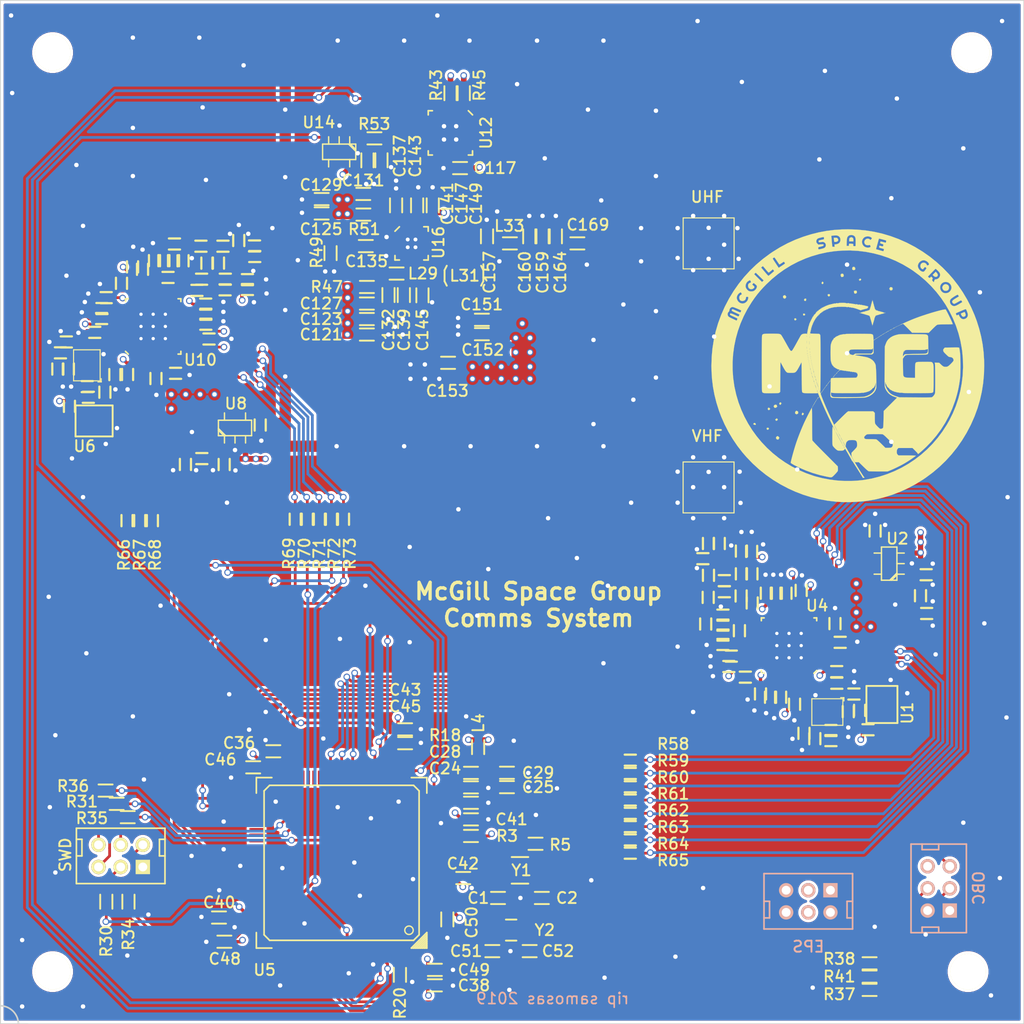
<source format=kicad_pcb>
(kicad_pcb (version 20171130) (host pcbnew "(5.1.6)-1")
  (title_block (title "UPSat COMMS") (date 2016-04-09) (rev 0.3))
  (layers (0 F.Cu signal) (1 In1.Cu signal) (2 In2.Cu signal) (31 B.Cu signal) (34 B.Paste user hide) (35 F.Paste user hide) (36 B.SilkS user) (37 F.SilkS user hide) (38 B.Mask user hide) (39 F.Mask user hide) (44 Edge.Cuts user hide))
  (net 0 "")
  (net 1 "Net-(C1-Pad2)")
  (net 2 "Net-(C2-Pad2)")
  (net 3 "Net-(C3-Pad1)")
  (net 4 GND)
  (net 5 +3V3)
  (net 6 VDD)
  (net 7 "Net-(C7-Pad1)")
  (net 8 "Net-(C8-Pad1)")
  (net 9 "Net-(C9-Pad1)")
  (net 10 "Net-(C9-Pad2)")
  (net 11 "Net-(C10-Pad2)")
  (net 12 "Net-(C11-Pad2)")
  (net 13 "Net-(C12-Pad2)")
  (net 14 "Net-(C20-Pad1)")
  (net 15 "Net-(C20-Pad2)")
  (net 16 "Net-(C21-Pad2)")
  (net 17 "Net-(C24-Pad1)")
  (net 18 "Net-(C25-Pad2)")
  (net 19 "Net-(C27-Pad2)")
  (net 20 "Net-(C31-Pad1)")
  (net 21 "Net-(C31-Pad2)")
  (net 22 "Net-(C32-Pad1)")
  (net 23 "Net-(C34-Pad1)")
  (net 24 "Net-(C35-Pad2)")
  (net 25 "Net-(C36-Pad1)")
  (net 26 "Net-(C37-Pad1)")
  (net 27 "Net-(C37-Pad2)")
  (net 28 "Net-(C39-Pad1)")
  (net 29 "Net-(C40-Pad1)")
  (net 30 "Net-(C44-Pad1)")
  (net 31 "Net-(C47-Pad1)")
  (net 32 "Net-(C51-Pad2)")
  (net 33 "Net-(C52-Pad2)")
  (net 34 "Net-(C53-Pad1)")
  (net 35 "Net-(C61-Pad1)")
  (net 36 "Net-(C62-Pad1)")
  (net 37 "Net-(C65-Pad1)")
  (net 38 "Net-(C65-Pad2)")
  (net 39 "Net-(C67-Pad2)")
  (net 40 "Net-(C69-Pad2)")
  (net 41 "Net-(C71-Pad2)")
  (net 42 "Net-(C87-Pad1)")
  (net 43 "Net-(C87-Pad2)")
  (net 44 "Net-(C89-Pad2)")
  (net 45 "Net-(C96-Pad2)")
  (net 46 "Net-(C101-Pad1)")
  (net 47 "Net-(C101-Pad2)")
  (net 48 "Net-(C103-Pad1)")
  (net 49 "Net-(C107-Pad1)")
  (net 50 "Net-(C109-Pad2)")
  (net 51 "Net-(C111-Pad1)")
  (net 52 "Net-(C111-Pad2)")
  (net 53 "Net-(C113-Pad1)")
  (net 54 "Net-(C115-Pad1)")
  (net 55 "Net-(C118-Pad1)")
  (net 56 "Net-(C132-Pad1)")
  (net 57 "Net-(C135-Pad1)")
  (net 58 "Net-(C139-Pad1)")
  (net 59 "Net-(C141-Pad1)")
  (net 60 "Net-(C145-Pad1)")
  (net 61 "Net-(C157-Pad2)")
  (net 62 "Net-(C159-Pad2)")
  (net 63 "Net-(P1-Pad2)")
  (net 64 "Net-(P1-Pad3)")
  (net 65 "Net-(P1-Pad4)")
  (net 66 "Net-(P1-Pad5)")
  (net 67 "Net-(P1-Pad6)")
  (net 68 "Net-(P2-Pad3)")
  (net 69 "Net-(P2-Pad4)")
  (net 70 "Net-(P2-Pad5)")
  (net 71 /NRST)
  (net 72 "Net-(R5-Pad1)")
  (net 73 "Net-(R17-Pad1)")
  (net 74 "Net-(R20-Pad1)")
  (net 75 /SWDIO)
  (net 76 /USART3_TX)
  (net 77 "Net-(R32-Pad1)")
  (net 78 /SWCLK)
  (net 79 /USART3_RX)
  (net 80 /COMMS_TO_OBC_TX)
  (net 81 /COMMS_TO_OBC_EN)
  (net 82 /COMMS_TO_OBC_RX)
  (net 83 /I2C1_SDA)
  (net 84 /I2C1_SCL)
  (net 85 "Net-(R51-Pad2)")
  (net 86 "Net-(R53-Pad1)")
  (net 87 /2RESET_N)
  (net 88 /2GPIO3)
  (net 89 /2GPIO2)
  (net 90 /SPI2_MOSI)
  (net 91 /SPI2_SCK)
  (net 92 /SPI2_MISO)
  (net 93 /2GPIO0)
  (net 94 /2CS_N)
  (net 95 /1GPIO3)
  (net 96 /1GPIO2)
  (net 97 /DAC_OUT2)
  (net 98 /SPI1_MISO)
  (net 99 /SPI1_MOSI)
  (net 100 /1GPIO0)
  (net 101 /1RESET_N)
  (net 102 /1CS_N)
  (net 103 /SPI1_SCK)
  (net 104 "Net-(R58-Pad2)")
  (net 105 "Net-(R59-Pad2)")
  (net 106 "Net-(R60-Pad2)")
  (net 107 "Net-(R61-Pad2)")
  (net 108 "Net-(R62-Pad2)")
  (net 109 "Net-(R63-Pad2)")
  (net 110 "Net-(R64-Pad2)")
  (net 111 "Net-(R65-Pad2)")
  (net 112 "Net-(R66-Pad2)")
  (net 113 "Net-(R67-Pad2)")
  (net 114 "Net-(R68-Pad2)")
  (net 115 "Net-(R69-Pad2)")
  (net 116 "Net-(R70-Pad2)")
  (net 117 "Net-(R71-Pad2)")
  (net 118 "Net-(R72-Pad2)")
  (net 119 "Net-(R73-Pad2)")
  (net 120 "Net-(C169-Pad1)")
  (net 121 "Net-(U1-Pad1)")
  (net 122 "Net-(U4-Pad16)")
  (net 123 "Net-(U5-Pad4)")
  (net 124 "Net-(U5-Pad5)")
  (net 125 "Net-(U5-Pad7)")
  (net 126 "Net-(U5-Pad1)")
  (net 127 "Net-(U5-Pad2)")
  (net 128 "Net-(U5-Pad3)")
  (net 129 "Net-(U5-Pad17)")
  (net 130 "Net-(U5-Pad18)")
  (net 131 "Net-(U5-Pad23)")
  (net 132 "Net-(U5-Pad24)")
  (net 133 "Net-(U5-Pad33)")
  (net 134 "Net-(U5-Pad34)")
  (net 135 "Net-(U5-Pad35)")
  (net 136 "Net-(U5-Pad37)")
  (net 137 "Net-(U5-Pad39)")
  (net 138 "Net-(U5-Pad55)")
  (net 139 "Net-(U5-Pad56)")
  (net 140 "Net-(U5-Pad41)")
  (net 141 "Net-(U5-Pad42)")
  (net 142 "Net-(U5-Pad43)")
  (net 143 "Net-(U5-Pad57)")
  (net 144 "Net-(U5-Pad58)")
  (net 145 "Net-(U5-Pad59)")
  (net 146 "Net-(U5-Pad15)")
  (net 147 "Net-(U5-Pad16)")
  (net 148 "Net-(U5-Pad29)")
  (net 149 "Net-(U5-Pad44)")
  (net 150 "Net-(U5-Pad45)")
  (net 151 "Net-(U5-Pad60)")
  (net 152 "Net-(U5-Pad61)")
  (net 153 "Net-(U5-Pad62)")
  (net 154 "Net-(U5-Pad63)")
  (net 155 "Net-(U5-Pad64)")
  (net 156 "Net-(U5-Pad65)")
  (net 157 "Net-(U5-Pad66)")
  (net 158 "Net-(U5-Pad68)")
  (net 159 "Net-(U5-Pad70)")
  (net 160 "Net-(U5-Pad71)")
  (net 161 "Net-(U5-Pad78)")
  (net 162 "Net-(U5-Pad79)")
  (net 163 "Net-(U5-Pad81)")
  (net 164 "Net-(U5-Pad82)")
  (net 165 "Net-(U5-Pad85)")
  (net 166 "Net-(U5-Pad86)")
  (net 167 "Net-(U5-Pad87)")
  (net 168 "Net-(U5-Pad88)")
  (net 169 "Net-(U5-Pad90)")
  (net 170 "Net-(U5-Pad91)")
  (net 171 "Net-(U5-Pad92)")
  (net 172 "Net-(U5-Pad93)")
  (net 173 "Net-(U5-Pad97)")
  (net 174 "Net-(U5-Pad98)")
  (net 175 "Net-(U6-Pad1)")
  (net 176 "Net-(U10-Pad16)")
  (net 177 "Net-(U12-Pad5)")
  (net 178 "Net-(U12-Pad6)")
  (net 179 "Net-(U12-Pad7)")
  (net 180 "Net-(U12-Pad8)")
  (net 181 "Net-(U12-Pad9)")
  (net 182 "Net-(U12-Pad10)")
  (net 183 "Net-(U12-Pad13)")
  (net 184 "Net-(U12-Pad14)")
  (net 185 "Net-(U12-Pad15)")
  (net 186 "Net-(U12-Pad16)")
  (net 187 "Net-(U16-Pad7)")
  (net 188 "Net-(U16-Pad13)")
  (module libs:msg (layer F.Cu) (at 179.07 87.63)
    (fp_text reference G*** hide)
    (fp_text value LOGO hide)
  )
  (module via:VIA-0.6mm (layer F.Cu) (at 158.8 82.1)
    (fp_text reference REF** hide)
    (fp_text value VIA-0.6mm hide)
    (pad 1 thru_hole circle (at 0 0) (size 0.6 0.6) (drill 0.4) (layers *.Cu) (net 4 GND))
  )
  (module via:VIA-0.6mm (layer F.Cu) (at 159.7 90.7)
    (fp_text reference REF** hide)
    (fp_text value VIA-0.6mm hide)
    (pad 1 thru_hole circle (at 0 0) (size 0.6 0.6) (drill 0.4) (layers *.Cu) (net 4 GND))
  )
  (module via:VIA-0.6mm (layer F.Cu) (at 156.1 92.9)
    (fp_text reference REF** hide)
    (fp_text value VIA-0.6mm hide)
    (pad 1 thru_hole circle (at 0 0) (size 0.6 0.6) (drill 0.4) (layers *.Cu) (net 4 GND))
  )
  (module via:VIA-0.6mm (layer F.Cu) (at 156.1 85.3)
    (fp_text reference REF** hide)
    (fp_text value VIA-0.6mm hide)
    (pad 1 thru_hole circle (at 0 0) (size 0.6 0.6) (drill 0.4) (layers *.Cu) (net 4 GND))
  )
  (module via:VIA-0.6mm (layer F.Cu) (at 155.5 78.5)
    (fp_text reference REF** hide)
    (fp_text value VIA-0.6mm hide)
    (pad 1 thru_hole circle (at 0 0) (size 0.6 0.6) (drill 0.4) (layers *.Cu) (net 4 GND))
  )
  (module via:VIA-0.6mm (layer F.Cu) (at 147.6 78.2)
    (fp_text reference REF** hide)
    (fp_text value VIA-0.6mm hide)
    (pad 1 thru_hole circle (at 0 0) (size 0.6 0.6) (drill 0.4) (layers *.Cu) (net 4 GND))
  )
  (module via:VIA-0.6mm (layer F.Cu) (at 147.4 73.7)
    (fp_text reference REF** hide)
    (fp_text value VIA-0.6mm hide)
    (pad 1 thru_hole circle (at 0 0) (size 0.6 0.6) (drill 0.4) (layers *.Cu) (net 4 GND))
  )
  (module via:VIA-0.6mm (layer F.Cu) (at 156.8 72.7)
    (fp_text reference REF** hide)
    (fp_text value VIA-0.6mm hide)
    (pad 1 thru_hole circle (at 0 0) (size 0.6 0.6) (drill 0.4) (layers *.Cu) (net 4 GND))
  )
  (module via:VIA-0.6mm (layer F.Cu) (at 155.6 64.5)
    (fp_text reference REF** hide)
    (fp_text value VIA-0.6mm hide)
    (pad 1 thru_hole circle (at 0 0) (size 0.6 0.6) (drill 0.4) (layers *.Cu) (net 4 GND))
  )
  (module via:VIA-0.6mm (layer F.Cu) (at 151.7 68.9)
    (fp_text reference REF** hide)
    (fp_text value VIA-0.6mm hide)
    (pad 1 thru_hole circle (at 0 0) (size 0.6 0.6) (drill 0.4) (layers *.Cu) (net 4 GND))
  )
  (module via:VIA-0.6mm (layer F.Cu) (at 149.2 62.2)
    (fp_text reference REF** hide)
    (fp_text value VIA-0.6mm hide)
    (pad 1 thru_hole circle (at 0 0) (size 0.6 0.6) (drill 0.4) (layers *.Cu) (net 4 GND))
  )
  (module via:VIA-0.6mm (layer F.Cu) (at 122.7 128.8)
    (fp_text reference REF** hide)
    (fp_text value VIA-0.6mm hide)
    (pad 1 thru_hole circle (at 0 0) (size 0.6 0.6) (drill 0.4) (layers *.Cu) (net 4 GND))
  )
  (module via:VIA-0.6mm (layer F.Cu) (at 124.2 132.8)
    (fp_text reference REF** hide)
    (fp_text value VIA-0.6mm hide)
    (pad 1 thru_hole circle (at 0 0) (size 0.6 0.6) (drill 0.4) (layers *.Cu) (net 4 GND))
  )
  (module via:VIA-0.6mm (layer F.Cu) (at 122.7 131.3)
    (fp_text reference REF** hide)
    (fp_text value VIA-0.6mm hide)
    (pad 1 thru_hole circle (at 0 0) (size 0.6 0.6) (drill 0.4) (layers *.Cu) (net 4 GND))
  )
  (module via:VIA-0.6mm (layer F.Cu) (at 142.6 67.2)
    (fp_text reference REF** hide)
    (fp_text value VIA-0.6mm hide)
    (pad 1 thru_hole circle (at 0 0) (size 0.6 0.6) (drill 0.4) (layers *.Cu) (net 4 GND))
  )
  (module via:VIA-0.6mm (layer F.Cu) (at 143.7 67.2)
    (fp_text reference REF** hide)
    (fp_text value VIA-0.6mm hide)
    (pad 1 thru_hole circle (at 0 0) (size 0.6 0.6) (drill 0.4) (layers *.Cu) (net 4 GND))
  )
  (module via:VIA-0.6mm (layer F.Cu) (at 143.7 66)
    (fp_text reference REF** hide)
    (fp_text value VIA-0.6mm hide)
    (pad 1 thru_hole circle (at 0 0) (size 0.6 0.6) (drill 0.4) (layers *.Cu) (net 4 GND))
  )
  (module via:VIA-0.6mm (layer F.Cu) (at 142.6 66)
    (fp_text reference REF** hide)
    (fp_text value VIA-0.6mm hide)
    (pad 1 thru_hole circle (at 0 0) (size 0.6 0.6) (drill 0.4) (layers *.Cu) (net 4 GND))
  )
  (module via:VIA-0.6mm (layer F.Cu) (at 127.8 143.6)
    (fp_text reference REF** hide)
    (fp_text value VIA-0.6mm hide)
    (pad 1 thru_hole circle (at 0 0) (size 0.6 0.6) (drill 0.4) (layers *.Cu) (net 4 GND))
  )
  (module via:VIA-0.6mm (layer F.Cu) (at 181.5 138.3)
    (fp_text reference REF** hide)
    (fp_text value VIA-0.6mm hide)
    (pad 1 thru_hole circle (at 0 0) (size 0.6 0.6) (drill 0.4) (layers *.Cu) (net 4 GND))
  )
  (module Mounting_Holes:MountingHole_3mm (layer F.Cu) (at 190.25 59.35)
    (fp_text reference REF** hide)
    (fp_text value MountingHole_3mm)
    (pad "" np_thru_hole circle (at 0 0) (size 3.2 3.2) (drill 3.2) (layers *.Cu *.Mask F.SilkS))
  )
  (module Mounting_Holes:MountingHole_3mm (layer F.Cu) (at 189.93 142.35)
    (fp_text reference REF** hide)
    (fp_text value MountingHole_3mm)
    (pad "" np_thru_hole circle (at 0 0) (size 3.2 3.2) (drill 3.2) (layers *.Cu *.Mask F.SilkS))
  )
  (module Mounting_Holes:MountingHole_3mm (layer F.Cu) (at 107.25 142.35)
    (fp_text reference REF** hide)
    (fp_text value MountingHole_3mm)
    (pad "" np_thru_hole circle (at 0 0) (size 3.2 3.2) (drill 3.2) (layers *.Cu *.Mask F.SilkS))
  )
  (module hrs-df11:hrs-df11-6dp-2dsa (layer B.Cu) (at 175.5 136)
    (fp_text reference EPS (at 0 4.1) (layer B.SilkS) (effects (font (thickness 0.17)) (justify mirror)))
    (fp_text value CONN_02X03)
    (pad 1 thru_hole rect (at 2 -1) (size 1.3 1.3) (drill 0.8) (layers *.Cu *.Mask B.SilkS) (net 4 GND))
    (pad 2 thru_hole circle (at 2 1) (size 1.3 1.3) (drill 0.8) (layers *.Cu *.Mask B.SilkS) (net 4 GND))
    (pad 3 thru_hole circle (at 0 -1) (size 1.3 1.3) (drill 0.8) (layers *.Cu *.Mask B.SilkS) (net 5 +3V3))
    (pad 4 thru_hole circle (at 0 1) (size 1.3 1.3) (drill 0.8) (layers *.Cu *.Mask B.SilkS) (net 5 +3V3))
    (pad 5 thru_hole circle (at -2 -1) (size 1.3 1.3) (drill 0.8) (layers *.Cu *.Mask B.SilkS) (net 4 GND))
    (pad 6 thru_hole circle (at -2 1) (size 1.3 1.3) (drill 0.8) (layers *.Cu *.Mask B.SilkS) (net 4 GND))
  )
  (module libs:CC1120DecCAP (layer F.Cu) (at 120.97238 93.715664)
    (fp_text reference C81 hide)
    (fp_text value 2.2uF hide)
    (pad 1 smd rect (at 0 -1.7) (size 1.1 1.1) (layers F.Cu F.Paste F.Mask) (net 6 VDD))
    (pad 2 smd rect (at 0 0.03) (size 1.1 1.1) (layers F.Cu F.Paste F.Mask) (net 4 GND))
  )
  (module hrs-df11:hrs-df11-6dp-2dsa (layer F.Cu) (at 113.4 131.9)
    (fp_text reference SWD (at -5 -0.1 90) (layer F.SilkS) (effects (font (thickness 0.17))))
    (fp_text value SWD)
    (pad 1 thru_hole rect (at 2 1) (size 1.3 1.3) (drill 0.8) (layers *.Cu *.Mask F.SilkS) (net 4 GND))
    (pad 2 thru_hole circle (at 2 -1) (size 1.3 1.3) (drill 0.8) (layers *.Cu *.Mask F.SilkS) (net 63 "Net-(P1-Pad2)"))
    (pad 3 thru_hole circle (at 0 1) (size 1.3 1.3) (drill 0.8) (layers *.Cu *.Mask F.SilkS) (net 64 "Net-(P1-Pad3)"))
    (pad 4 thru_hole circle (at 0 -1) (size 1.3 1.3) (drill 0.8) (layers *.Cu *.Mask F.SilkS) (net 65 "Net-(P1-Pad4)"))
    (pad 5 thru_hole circle (at -2 1) (size 1.3 1.3) (drill 0.8) (layers *.Cu *.Mask F.SilkS) (net 66 "Net-(P1-Pad5)"))
    (pad 6 thru_hole circle (at -2 -1) (size 1.3 1.3) (drill 0.8) (layers *.Cu *.Mask F.SilkS) (net 67 "Net-(P1-Pad6)"))
  )
  (module hrs-df11:hrs-df11-6dp-2dsa (layer B.Cu) (at 187.27762 134.834336 270)
    (fp_text reference OBC (at -0.034336 -3.62238 270) (layer B.SilkS) (effects (font (thickness 0.17)) (justify mirror)))
    (fp_text value OBC)
    (pad 1 thru_hole rect (at 2 -1 270) (size 1.3 1.3) (drill 0.8) (layers *.Cu *.Mask B.SilkS) (net 4 GND))
    (pad 2 thru_hole circle (at 2 1 270) (size 1.3 1.3) (drill 0.8) (layers *.Cu *.Mask B.SilkS) (net 4 GND))
    (pad 3 thru_hole circle (at 0 -1 270) (size 1.3 1.3) (drill 0.8) (layers *.Cu *.Mask B.SilkS) (net 68 "Net-(P2-Pad3)"))
    (pad 4 thru_hole circle (at 0 1 270) (size 1.3 1.3) (drill 0.8) (layers *.Cu *.Mask B.SilkS) (net 69 "Net-(P2-Pad4)"))
    (pad 5 thru_hole circle (at -2 -1 270) (size 1.3 1.3) (drill 0.8) (layers *.Cu *.Mask B.SilkS) (net 70 "Net-(P2-Pad5)"))
    (pad 6 thru_hole circle (at -2 1 270) (size 1.3 1.3) (drill 0.8) (layers *.Cu *.Mask B.SilkS))
  )
  (module ADT7420:ADT7420 (layer F.Cu) (at 143.175 66.6 270)
    (fp_text reference U12 (at 0 -3.225 270) (layer F.SilkS) (effects (font (thickness 0.17))))
    (fp_text value ADT7420)
    (pad 1 smd rect (at -1.9 -0.975) (size 0.3 0.72) (layers F.Cu F.Paste F.Mask) (net 84 /I2C1_SCL))
    (pad 2 smd rect (at -1.9 -0.325) (size 0.3 0.72) (layers F.Cu F.Paste F.Mask) (net 83 /I2C1_SDA))
    (pad 3 smd rect (at -1.9 0.325) (size 0.3 0.72) (layers F.Cu F.Paste F.Mask) (net 4 GND))
    (pad 4 smd rect (at -1.9 0.975) (size 0.3 0.72) (layers F.Cu F.Paste F.Mask) (net 4 GND))
    (pad 5 smd rect (at -0.975 1.9 270) (size 0.3 0.72) (layers F.Cu F.Paste F.Mask) (net 177 "Net-(U12-Pad5)"))
    (pad 6 smd rect (at -0.325 1.9 270) (size 0.3 0.72) (layers F.Cu F.Paste F.Mask) (net 178 "Net-(U12-Pad6)"))
    (pad 7 smd rect (at 0.325 1.9 270) (size 0.3 0.72) (layers F.Cu F.Paste F.Mask) (net 179 "Net-(U12-Pad7)"))
    (pad 8 smd rect (at 0.975 1.9 270) (size 0.3 0.72) (layers F.Cu F.Paste F.Mask) (net 180 "Net-(U12-Pad8)"))
    (pad 9 smd rect (at 1.9 0.975) (size 0.3 0.72) (layers F.Cu F.Paste F.Mask) (net 181 "Net-(U12-Pad9)"))
    (pad 10 smd rect (at 1.9 0.325) (size 0.3 0.72) (layers F.Cu F.Paste F.Mask) (net 182 "Net-(U12-Pad10)"))
    (pad 11 smd rect (at 1.9 -0.325) (size 0.3 0.72) (layers F.Cu F.Paste F.Mask) (net 4 GND))
    (pad 12 smd rect (at 1.9 -0.975) (size 0.3 0.72) (layers F.Cu F.Paste F.Mask) (net 5 +3V3))
    (pad 13 smd rect (at 0.975 -1.9 270) (size 0.3 0.72) (layers F.Cu F.Paste F.Mask) (net 183 "Net-(U12-Pad13)"))
    (pad 14 smd rect (at 0.325 -1.9 270) (size 0.3 0.72) (layers F.Cu F.Paste F.Mask) (net 184 "Net-(U12-Pad14)"))
    (pad 15 smd rect (at -0.325 -1.9 270) (size 0.3 0.72) (layers F.Cu F.Paste F.Mask) (net 185 "Net-(U12-Pad15)"))
    (pad 16 smd rect (at -0.975 -1.9 270) (size 0.3 0.72) (layers F.Cu F.Paste F.Mask) (net 186 "Net-(U12-Pad16)"))
    (pad 17 smd rect (at 0 0 270) (size 2.5 2.5) (layers F.Cu F.Paste F.Mask) (net 4 GND))
  )
  (module STM32F407VGT6:TQFP-100 (layer F.Cu) (at 133.35088 132.52588 90)
    (fp_text reference U5 (at -9.67412 -6.95088 180) (layer F.SilkS) (effects (font (thickness 0.17))))
    (fp_text value STM32F407VG hide)
    (pad 4 smd rect (at -4.50088 7.67588 90) (size 0.29972 1.30048) (layers F.Cu F.Paste F.Mask) (net 123 "Net-(U5-Pad4)"))
    (pad 5 smd rect (at -4.0005 7.67588 90) (size 0.29972 1.30048) (layers F.Cu F.Paste F.Mask) (net 124 "Net-(U5-Pad5)"))
    (pad 6 smd rect (at -3.50012 7.67588 90) (size 0.29972 1.30048) (layers F.Cu F.Paste F.Mask) (net 5 +3V3))
    (pad 7 smd rect (at -2.99974 7.67588 90) (size 0.29972 1.30048) (layers F.Cu F.Paste F.Mask) (net 125 "Net-(U5-Pad7)"))
    (pad 8 smd rect (at -2.49936 7.67588 90) (size 0.29972 1.30048) (layers F.Cu F.Paste F.Mask) (net 32 "Net-(C51-Pad2)"))
    (pad 1 smd rect (at -5.99948 7.67588 90) (size 0.29972 1.30048) (layers F.Cu F.Paste F.Mask) (net 126 "Net-(U5-Pad1)"))
    (pad 2 smd rect (at -5.4991 7.67588 90) (size 0.29972 1.30048) (layers F.Cu F.Paste F.Mask) (net 127 "Net-(U5-Pad2)"))
    (pad 3 smd rect (at -5.00126 7.67588 90) (size 0.29972 1.30048) (layers F.Cu F.Paste F.Mask) (net 128 "Net-(U5-Pad3)"))
    (pad 17 smd rect (at 1.99898 7.67588 90) (size 0.29972 1.30048) (layers F.Cu F.Paste F.Mask) (net 129 "Net-(U5-Pad17)"))
    (pad 18 smd rect (at 2.49936 7.67588 90) (size 0.29972 1.30048) (layers F.Cu F.Paste F.Mask) (net 130 "Net-(U5-Pad18)"))
    (pad 19 smd rect (at 2.99974 7.67588 90) (size 0.29972 1.30048) (layers F.Cu F.Paste F.Mask) (net 5 +3V3))
    (pad 20 smd rect (at 3.50012 7.67588 90) (size 0.29972 1.30048) (layers F.Cu F.Paste F.Mask) (net 4 GND))
    (pad 21 smd rect (at 4.0005 7.67588 90) (size 0.29972 1.30048) (layers F.Cu F.Paste F.Mask) (net 17 "Net-(C24-Pad1)"))
    (pad 22 smd rect (at 4.50088 7.67588 90) (size 0.29972 1.30048) (layers F.Cu F.Paste F.Mask) (net 18 "Net-(C25-Pad2)"))
    (pad 23 smd rect (at 5.00126 7.67588 90) (size 0.29972 1.30048) (layers F.Cu F.Paste F.Mask) (net 131 "Net-(U5-Pad23)"))
    (pad 24 smd rect (at 5.4991 7.67588 90) (size 0.29972 1.30048) (layers F.Cu F.Paste F.Mask) (net 132 "Net-(U5-Pad24)"))
    (pad 33 smd rect (at 7.67588 2.49936 90) (size 1.30048 0.29972) (layers F.Cu F.Paste F.Mask) (net 133 "Net-(U5-Pad33)"))
    (pad 34 smd rect (at 7.67588 1.99898 90) (size 1.30048 0.29972) (layers F.Cu F.Paste F.Mask) (net 134 "Net-(U5-Pad34)"))
    (pad 35 smd rect (at 7.67588 1.50114 90) (size 1.30048 0.29972) (layers F.Cu F.Paste F.Mask) (net 135 "Net-(U5-Pad35)"))
    (pad 36 smd rect (at 7.67588 1.00076 90) (size 1.30048 0.29972) (layers F.Cu F.Paste F.Mask) (net 87 /2RESET_N))
    (pad 37 smd rect (at 7.67588 0.50038 90) (size 1.30048 0.29972) (layers F.Cu F.Paste F.Mask) (net 136 "Net-(U5-Pad37)"))
    (pad 38 smd rect (at 7.67588 0 90) (size 1.30048 0.29972) (layers F.Cu F.Paste F.Mask) (net 88 /2GPIO3))
    (pad 39 smd rect (at 7.67588 -0.50038 90) (size 1.30048 0.29972) (layers F.Cu F.Paste F.Mask) (net 137 "Net-(U5-Pad39)"))
    (pad 40 smd rect (at 7.67588 -1.00076 90) (size 1.30048 0.29972) (layers F.Cu F.Paste F.Mask) (net 89 /2GPIO2))
    (pad 49 smd rect (at 7.67588 -5.4991 90) (size 1.30048 0.29972) (layers F.Cu F.Paste F.Mask) (net 25 "Net-(C36-Pad1)"))
    (pad 50 smd rect (at 7.67588 -5.99948 90) (size 1.30048 0.29972) (layers F.Cu F.Paste F.Mask) (net 5 +3V3))
    (pad 51 smd rect (at 5.99948 -7.67588 90) (size 0.29972 1.30048) (layers F.Cu F.Paste F.Mask) (net 93 /2GPIO0))
    (pad 52 smd rect (at 5.4991 -7.67588 90) (size 0.29972 1.30048) (layers F.Cu F.Paste F.Mask) (net 91 /SPI2_SCK))
    (pad 53 smd rect (at 5.00126 -7.67588 90) (size 0.29972 1.30048) (layers F.Cu F.Paste F.Mask) (net 92 /SPI2_MISO))
    (pad 54 smd rect (at 4.50088 -7.67588 90) (size 0.29972 1.30048) (layers F.Cu F.Paste F.Mask) (net 90 /SPI2_MOSI))
    (pad 55 smd rect (at 4.0005 -7.67588 90) (size 0.29972 1.30048) (layers F.Cu F.Paste F.Mask) (net 138 "Net-(U5-Pad55)"))
    (pad 56 smd rect (at 3.50012 -7.67588 90) (size 0.29972 1.30048) (layers F.Cu F.Paste F.Mask) (net 139 "Net-(U5-Pad56)"))
    (pad 9 smd rect (at -1.99898 7.67588 90) (size 0.29972 1.30048) (layers F.Cu F.Paste F.Mask) (net 33 "Net-(C52-Pad2)"))
    (pad 10 smd rect (at -1.50114 7.67588 90) (size 0.29972 1.30048) (layers F.Cu F.Paste F.Mask) (net 4 GND))
    (pad 11 smd rect (at -1.00076 7.67588 90) (size 0.29972 1.30048) (layers F.Cu F.Paste F.Mask) (net 5 +3V3))
    (pad 25 smd rect (at 5.99948 7.67588 90) (size 0.29972 1.30048) (layers F.Cu F.Paste F.Mask) (net 95 /1GPIO3))
    (pad 26 smd rect (at 7.67588 5.99948 90) (size 1.30048 0.29972) (layers F.Cu F.Paste F.Mask) (net 96 /1GPIO2))
    (pad 27 smd rect (at 7.67588 5.4991 90) (size 1.30048 0.29972) (layers F.Cu F.Paste F.Mask) (net 4 GND))
    (pad 41 smd rect (at 7.67588 -1.50114 90) (size 1.30048 0.29972) (layers F.Cu F.Paste F.Mask) (net 140 "Net-(U5-Pad41)"))
    (pad 42 smd rect (at 7.67588 -1.99898 90) (size 1.30048 0.29972) (layers F.Cu F.Paste F.Mask) (net 141 "Net-(U5-Pad42)"))
    (pad 43 smd rect (at 7.67588 -2.49936 90) (size 1.30048 0.29972) (layers F.Cu F.Paste F.Mask) (net 142 "Net-(U5-Pad43)"))
    (pad 57 smd rect (at 2.99974 -7.67588 90) (size 0.29972 1.30048) (layers F.Cu F.Paste F.Mask) (net 143 "Net-(U5-Pad57)"))
    (pad 58 smd rect (at 2.49936 -7.67588 90) (size 0.29972 1.30048) (layers F.Cu F.Paste F.Mask) (net 144 "Net-(U5-Pad58)"))
    (pad 59 smd rect (at 1.99898 -7.67588 90) (size 0.29972 1.30048) (layers F.Cu F.Paste F.Mask) (net 145 "Net-(U5-Pad59)"))
    (pad 12 smd rect (at -0.50038 7.67588 90) (size 0.29972 1.30048) (layers F.Cu F.Paste F.Mask) (net 1 "Net-(C1-Pad2)"))
    (pad 13 smd rect (at 0 7.67588 90) (size 0.29972 1.30048) (layers F.Cu F.Paste F.Mask) (net 72 "Net-(R5-Pad1)"))
    (pad 14 smd rect (at 0.50038 7.67588 90) (size 0.29972 1.30048) (layers F.Cu F.Paste F.Mask) (net 71 /NRST))
    (pad 15 smd rect (at 1.00076 7.67588 90) (size 0.29972 1.30048) (layers F.Cu F.Paste F.Mask) (net 146 "Net-(U5-Pad15)"))
    (pad 16 smd rect (at 1.50114 7.67588 90) (size 0.29972 1.30048) (layers F.Cu F.Paste F.Mask) (net 147 "Net-(U5-Pad16)"))
    (pad 28 smd rect (at 7.67588 5.00126 90) (size 1.30048 0.29972) (layers F.Cu F.Paste F.Mask) (net 5 +3V3))
    (pad 29 smd rect (at 7.67588 4.50088 90) (size 1.30048 0.29972) (layers F.Cu F.Paste F.Mask) (net 148 "Net-(U5-Pad29)"))
    (pad 30 smd rect (at 7.67588 4.0005 90) (size 1.30048 0.29972) (layers F.Cu F.Paste F.Mask) (net 97 /DAC_OUT2))
    (pad 31 smd rect (at 7.67588 3.50012 90) (size 1.30048 0.29972) (layers F.Cu F.Paste F.Mask) (net 98 /SPI1_MISO))
    (pad 32 smd rect (at 7.67588 2.99974 90) (size 1.30048 0.29972) (layers F.Cu F.Paste F.Mask) (net 99 /SPI1_MOSI))
    (pad 44 smd rect (at 7.67588 -2.99974 90) (size 1.30048 0.29972) (layers F.Cu F.Paste F.Mask) (net 149 "Net-(U5-Pad44)"))
    (pad 45 smd rect (at 7.67588 -3.50012 90) (size 1.30048 0.29972) (layers F.Cu F.Paste F.Mask) (net 150 "Net-(U5-Pad45)"))
    (pad 46 smd rect (at 7.67588 -4.0005 90) (size 1.30048 0.29972) (layers F.Cu F.Paste F.Mask) (net 94 /2CS_N))
    (pad 47 smd rect (at 7.67588 -4.50088 90) (size 1.30048 0.29972) (layers F.Cu F.Paste F.Mask) (net 76 /USART3_TX))
    (pad 48 smd rect (at 7.67588 -5.00126 90) (size 1.30048 0.29972) (layers F.Cu F.Paste F.Mask) (net 79 /USART3_RX))
    (pad 60 smd rect (at 1.50114 -7.67588 90) (size 0.29972 1.30048) (layers F.Cu F.Paste F.Mask) (net 151 "Net-(U5-Pad60)"))
    (pad 61 smd rect (at 1.00076 -7.67588 90) (size 0.29972 1.30048) (layers F.Cu F.Paste F.Mask) (net 152 "Net-(U5-Pad61)"))
    (pad 62 smd rect (at 0.50038 -7.67588 90) (size 0.29972 1.30048) (layers F.Cu F.Paste F.Mask) (net 153 "Net-(U5-Pad62)"))
    (pad 63 smd rect (at 0 -7.67588 90) (size 0.29972 1.30048) (layers F.Cu F.Paste F.Mask) (net 154 "Net-(U5-Pad63)"))
    (pad 64 smd rect (at -0.50038 -7.67588 90) (size 0.29972 1.30048) (layers F.Cu F.Paste F.Mask) (net 155 "Net-(U5-Pad64)"))
    (pad 65 smd rect (at -1.00076 -7.67588 90) (size 0.29972 1.30048) (layers F.Cu F.Paste F.Mask) (net 156 "Net-(U5-Pad65)"))
    (pad 66 smd rect (at -1.50114 -7.67588 90) (size 0.29972 1.30048) (layers F.Cu F.Paste F.Mask) (net 157 "Net-(U5-Pad66)"))
    (pad 67 smd rect (at -1.99898 -7.67588 90) (size 0.29972 1.30048) (layers F.Cu F.Paste F.Mask) (net 100 /1GPIO0))
    (pad 68 smd rect (at -2.49936 -7.67588 90) (size 0.29972 1.30048) (layers F.Cu F.Paste F.Mask) (net 158 "Net-(U5-Pad68)"))
    (pad 69 smd rect (at -2.99974 -7.67588 90) (size 0.29972 1.30048) (layers F.Cu F.Paste F.Mask) (net 101 /1RESET_N))
    (pad 70 smd rect (at -3.50012 -7.67588 90) (size 0.29972 1.30048) (layers F.Cu F.Paste F.Mask) (net 159 "Net-(U5-Pad70)"))
    (pad 71 smd rect (at -4.0005 -7.67588 90) (size 0.29972 1.30048) (layers F.Cu F.Paste F.Mask) (net 160 "Net-(U5-Pad71)"))
    (pad 72 smd rect (at -4.50088 -7.67588 90) (size 0.29972 1.30048) (layers F.Cu F.Paste F.Mask) (net 75 /SWDIO))
    (pad 73 smd rect (at -5.00126 -7.67588 90) (size 0.29972 1.30048) (layers F.Cu F.Paste F.Mask) (net 29 "Net-(C40-Pad1)"))
    (pad 74 smd rect (at -5.4991 -7.67588 90) (size 0.29972 1.30048) (layers F.Cu F.Paste F.Mask) (net 4 GND))
    (pad 75 smd rect (at -5.99948 -7.67588 90) (size 0.29972 1.30048) (layers F.Cu F.Paste F.Mask) (net 5 +3V3))
    (pad 76 smd rect (at -7.67588 -5.99948 90) (size 1.30048 0.29972) (layers F.Cu F.Paste F.Mask) (net 78 /SWCLK))
    (pad 77 smd rect (at -7.67588 -5.4991 90) (size 1.30048 0.29972) (layers F.Cu F.Paste F.Mask) (net 102 /1CS_N))
    (pad 78 smd rect (at -7.67588 -5.00126 90) (size 1.30048 0.29972) (layers F.Cu F.Paste F.Mask) (net 161 "Net-(U5-Pad78)"))
    (pad 79 smd rect (at -7.67588 -4.50088 90) (size 1.30048 0.29972) (layers F.Cu F.Paste F.Mask) (net 162 "Net-(U5-Pad79)"))
    (pad 80 smd rect (at -7.67588 -4.0005 90) (size 1.30048 0.29972) (layers F.Cu F.Paste F.Mask) (net 80 /COMMS_TO_OBC_TX))
    (pad 81 smd rect (at -7.67588 -3.50012 90) (size 1.30048 0.29972) (layers F.Cu F.Paste F.Mask) (net 163 "Net-(U5-Pad81)"))
    (pad 82 smd rect (at -7.67588 -2.99974 90) (size 1.30048 0.29972) (layers F.Cu F.Paste F.Mask) (net 164 "Net-(U5-Pad82)"))
    (pad 83 smd rect (at -7.67588 -2.49936 90) (size 1.30048 0.29972) (layers F.Cu F.Paste F.Mask) (net 82 /COMMS_TO_OBC_RX))
    (pad 84 smd rect (at -7.67588 -1.99898 90) (size 1.30048 0.29972) (layers F.Cu F.Paste F.Mask) (net 81 /COMMS_TO_OBC_EN))
    (pad 85 smd rect (at -7.67588 -1.50114 90) (size 1.30048 0.29972) (layers F.Cu F.Paste F.Mask) (net 165 "Net-(U5-Pad85)"))
    (pad 86 smd rect (at -7.67588 -1.00076 90) (size 1.30048 0.29972) (layers F.Cu F.Paste F.Mask) (net 166 "Net-(U5-Pad86)"))
    (pad 87 smd rect (at -7.67588 -0.50038 90) (size 1.30048 0.29972) (layers F.Cu F.Paste F.Mask) (net 167 "Net-(U5-Pad87)"))
    (pad 88 smd rect (at -7.67588 0 90) (size 1.30048 0.29972) (layers F.Cu F.Paste F.Mask) (net 168 "Net-(U5-Pad88)"))
    (pad 89 smd rect (at -7.67588 0.50038 90) (size 1.30048 0.29972) (layers F.Cu F.Paste F.Mask) (net 103 /SPI1_SCK))
    (pad 90 smd rect (at -7.67588 1.00076 90) (size 1.30048 0.29972) (layers F.Cu F.Paste F.Mask) (net 169 "Net-(U5-Pad90)"))
    (pad 91 smd rect (at -7.67588 1.50114 90) (size 1.30048 0.29972) (layers F.Cu F.Paste F.Mask) (net 170 "Net-(U5-Pad91)"))
    (pad 92 smd rect (at -7.67588 1.99898 90) (size 1.30048 0.29972) (layers F.Cu F.Paste F.Mask) (net 171 "Net-(U5-Pad92)"))
    (pad 93 smd rect (at -7.67588 2.49936 90) (size 1.30048 0.29972) (layers F.Cu F.Paste F.Mask) (net 172 "Net-(U5-Pad93)"))
    (pad 94 smd rect (at -7.67588 2.99974 90) (size 1.30048 0.29972) (layers F.Cu F.Paste F.Mask) (net 4 GND))
    (pad 95 smd rect (at -7.67588 3.50012 90) (size 1.30048 0.29972) (layers F.Cu F.Paste F.Mask) (net 84 /I2C1_SCL))
    (pad 96 smd rect (at -7.67588 4.0005 90) (size 1.30048 0.29972) (layers F.Cu F.Paste F.Mask) (net 83 /I2C1_SDA))
    (pad 97 smd rect (at -7.67588 4.50088 90) (size 1.30048 0.29972) (layers F.Cu F.Paste F.Mask) (net 173 "Net-(U5-Pad97)"))
    (pad 98 smd rect (at -7.67588 5.00126 90) (size 1.30048 0.29972) (layers F.Cu F.Paste F.Mask) (net 174 "Net-(U5-Pad98)"))
    (pad 99 smd rect (at -7.67588 5.4991 90) (size 1.30048 0.29972) (layers F.Cu F.Paste F.Mask) (net 74 "Net-(R20-Pad1)"))
    (pad 100 smd rect (at -7.67588 5.99948 90) (size 1.30048 0.29972) (layers F.Cu F.Paste F.Mask) (net 5 +3V3))
  )
  (module Mounting_Holes:MountingHole_3mm (layer F.Cu) (at 107.25 59.35)
    (fp_text reference REF** hide)
    (fp_text value MountingHole_3mm)
    (pad "" np_thru_hole circle (at 0 0) (size 3.2 3.2) (drill 3.2) (layers *.Cu *.Mask F.SilkS))
  )
  (module BMI-S-x06:BMI-S-x06 (layer F.Cu) (at 145 76.585)
    (fp_text reference RFSHIELD1 hide)
    (fp_text value TEST_1P)
    (pad 1 smd rect (at -16.74 15.955) (size 1 5.72) (layers F.Cu F.Paste F.Mask) (net 4 GND))
    (pad 1 smd rect (at -16.74 9.005) (size 1 3.8) (layers F.Cu F.Paste F.Mask) (net 4 GND))
    (pad 1 smd rect (at -16.74 2.995) (size 1 3.8) (layers F.Cu F.Paste F.Mask) (net 4 GND))
    (pad 1 smd rect (at -16.74 -2.995) (size 1 3.8) (layers F.Cu F.Paste F.Mask) (net 4 GND))
    (pad 1 smd rect (at -16.74 -8.995) (size 1 3.8) (layers F.Cu F.Paste F.Mask) (net 4 GND))
    (pad 1 smd rect (at 16.74 9.005) (size 1 3.8) (layers F.Cu F.Paste F.Mask) (net 4 GND))
    (pad 1 smd rect (at 16.74 2.995) (size 1 3.8) (layers F.Cu F.Paste F.Mask) (net 4 GND))
    (pad 1 smd rect (at 16.74 -2.995) (size 1 3.8) (layers F.Cu F.Paste F.Mask) (net 4 GND))
    (pad 1 smd rect (at 16.74 -8.995) (size 1 3.8) (layers F.Cu F.Paste F.Mask) (net 4 GND))
    (pad 1 smd rect (at 16.74 15.955) (size 1 5.72) (layers F.Cu F.Paste F.Mask) (net 4 GND))
    (pad 1 smd rect (at 16.74 -15.96) (size 1 5.72) (layers F.Cu F.Paste F.Mask) (net 4 GND))
    (pad 1 smd rect (at -16.74 -15.96) (size 1 5.72) (layers F.Cu F.Paste F.Mask) (net 4 GND))
    (pad 1 smd rect (at -9 18.315) (size 3.8 1) (layers F.Cu F.Paste F.Mask) (net 4 GND))
    (pad 1 smd rect (at -3 18.315) (size 3.8 1) (layers F.Cu F.Paste F.Mask) (net 4 GND))
    (pad 1 smd rect (at 3 18.315) (size 3.8 1) (layers F.Cu F.Paste F.Mask) (net 4 GND))
    (pad 1 smd rect (at 9 18.315) (size 3.8 1) (layers F.Cu F.Paste F.Mask) (net 4 GND))
    (pad 1 smd rect (at -9 -18.315) (size 3.8 1) (layers F.Cu F.Paste F.Mask) (net 4 GND))
    (pad 1 smd rect (at -3 -18.315) (size 3.8 1) (layers F.Cu F.Paste F.Mask) (net 4 GND))
    (pad 1 smd rect (at 3 -18.315) (size 3.8 1) (layers F.Cu F.Paste F.Mask) (net 4 GND))
    (pad 1 smd rect (at 9 -18.315) (size 3.8 1) (layers F.Cu F.Paste F.Mask) (net 4 GND))
    (pad 1 smd rect (at -15.17 -18.32) (size 4.14 1) (layers F.Cu F.Paste F.Mask) (net 4 GND))
    (pad 1 smd rect (at 15.17 -18.32) (size 4.14 1) (layers F.Cu F.Paste F.Mask) (net 4 GND))
    (pad 1 smd rect (at -15.17 18.315) (size 4.14 1) (layers F.Cu F.Paste F.Mask) (net 4 GND))
    (pad 1 smd rect (at 15.17 18.315) (size 4.14 1) (layers F.Cu F.Paste F.Mask) (net 4 GND))
  )
  (module via:VIA-0.6mm (layer F.Cu) (at 191 81)
    (fp_text reference REF** hide)
    (fp_text value VIA-0.6mm hide)
    (pad 1 thru_hole circle (at 0 0) (size 0.6 0.6) (drill 0.4) (layers *.Cu) (net 4 GND))
  )
  (module via:VIA-0.6mm (layer F.Cu) (at 189.5 68)
    (fp_text reference REF** hide)
    (fp_text value VIA-0.6mm hide)
    (pad 1 thru_hole circle (at 0 0) (size 0.6 0.6) (drill 0.4) (layers *.Cu) (net 4 GND))
  )
  (module via:VIA-0.6mm (layer F.Cu) (at 193 56.5)
    (fp_text reference REF** hide)
    (fp_text value VIA-0.6mm hide)
    (pad 1 thru_hole circle (at 0 0) (size 0.6 0.6) (drill 0.4) (layers *.Cu) (net 4 GND))
  )
  (module via:VIA-0.6mm (layer F.Cu) (at 177 61)
    (fp_text reference REF** hide)
    (fp_text value VIA-0.6mm hide)
    (pad 1 thru_hole circle (at 0 0) (size 0.6 0.6) (drill 0.4) (layers *.Cu) (net 4 GND))
  )
  (module via:VIA-0.6mm (layer F.Cu) (at 125 120.5)
    (fp_text reference REF** hide)
    (fp_text value VIA-0.6mm hide)
    (pad 1 thru_hole circle (at 0 0) (size 0.6 0.6) (drill 0.4) (layers *.Cu) (net 4 GND))
  )
  (module via:VIA-0.6mm (layer F.Cu) (at 126.5 112.4)
    (fp_text reference REF** hide)
    (fp_text value VIA-0.6mm hide)
    (pad 1 thru_hole circle (at 0 0) (size 0.6 0.6) (drill 0.4) (layers *.Cu) (net 4 GND))
  )
  (module via:VIA-0.6mm (layer F.Cu) (at 117 109.3)
    (fp_text reference REF** hide)
    (fp_text value VIA-0.6mm hide)
    (pad 1 thru_hole circle (at 0 0) (size 0.6 0.6) (drill 0.4) (layers *.Cu) (net 4 GND))
  )
  (module via:VIA-0.6mm (layer F.Cu) (at 183.5 63.5)
    (fp_text reference REF** hide)
    (fp_text value VIA-0.6mm hide)
    (pad 1 thru_hole circle (at 0 0) (size 0.6 0.6) (drill 0.4) (layers *.Cu) (net 4 GND))
  )
  (module via:VIA-0.6mm (layer F.Cu) (at 165.5 56.5)
    (fp_text reference REF** hide)
    (fp_text value VIA-0.6mm hide)
    (pad 1 thru_hole circle (at 0 0) (size 0.6 0.6) (drill 0.4) (layers *.Cu) (net 4 GND))
  )
  (module via:VIA-0.6mm (layer F.Cu) (at 176.5 69)
    (fp_text reference REF** hide)
    (fp_text value VIA-0.6mm hide)
    (pad 1 thru_hole circle (at 0 0) (size 0.6 0.6) (drill 0.4) (layers *.Cu) (net 4 GND))
  )
  (module via:VIA-0.6mm (layer F.Cu) (at 138.5 127)
    (fp_text reference REF** hide)
    (fp_text value VIA-0.6mm hide)
    (pad 1 thru_hole circle (at 0 0) (size 0.6 0.6) (drill 0.4) (layers *.Cu) (net 4 GND))
  )
  (module via:VIA-0.6mm (layer F.Cu) (at 127.4 127)
    (fp_text reference REF** hide)
    (fp_text value VIA-0.6mm hide)
    (pad 1 thru_hole circle (at 0 0) (size 0.6 0.6) (drill 0.4) (layers *.Cu) (net 4 GND))
  )
  (module via:VIA-0.6mm (layer F.Cu) (at 133 127.5)
    (fp_text reference REF** hide)
    (fp_text value VIA-0.6mm hide)
    (pad 1 thru_hole circle (at 0 0) (size 0.6 0.6) (drill 0.4) (layers *.Cu) (net 4 GND))
  )
  (module via:VIA-0.6mm (layer F.Cu) (at 183 72.5)
    (fp_text reference REF** hide)
    (fp_text value VIA-0.6mm hide)
    (pad 1 thru_hole circle (at 0 0) (size 0.6 0.6) (drill 0.4) (layers *.Cu) (net 4 GND))
  )
  (module via:VIA-0.6mm (layer F.Cu) (at 169.5 62)
    (fp_text reference REF** hide)
    (fp_text value VIA-0.6mm hide)
    (pad 1 thru_hole circle (at 0 0) (size 0.6 0.6) (drill 0.4) (layers *.Cu) (net 4 GND))
  )
  (module via:VIA-0.6mm (layer F.Cu) (at 136 128.5)
    (fp_text reference REF** hide)
    (fp_text value VIA-0.6mm hide)
    (pad 1 thru_hole circle (at 0 0) (size 0.6 0.6) (drill 0.4) (layers *.Cu) (net 4 GND))
  )
  (module via:VIA-0.6mm (layer F.Cu) (at 134.5 132.5)
    (fp_text reference REF** hide)
    (fp_text value VIA-0.6mm hide)
    (pad 1 thru_hole circle (at 0 0) (size 0.6 0.6) (drill 0.4) (layers *.Cu) (net 4 GND))
  )
  (module via:VIA-0.6mm (layer F.Cu) (at 106.9 108.5)
    (fp_text reference REF** hide)
    (fp_text value VIA-0.6mm hide)
    (pad 1 thru_hole circle (at 0 0) (size 0.6 0.6) (drill 0.4) (layers *.Cu) (net 4 GND))
  )
  (module via:VIA-0.6mm (layer F.Cu) (at 190 90)
    (fp_text reference REF** hide)
    (fp_text value VIA-0.6mm hide)
    (pad 1 thru_hole circle (at 0 0) (size 0.6 0.6) (drill 0.4) (layers *.Cu) (net 4 GND))
  )
  (module via:VIA-0.6mm (layer F.Cu) (at 128 133)
    (fp_text reference REF** hide)
    (fp_text value VIA-0.6mm hide)
    (pad 1 thru_hole circle (at 0 0) (size 0.6 0.6) (drill 0.4) (layers *.Cu) (net 4 GND))
  )
  (module via:VIA-0.6mm (layer F.Cu) (at 110.3 113.6)
    (fp_text reference REF** hide)
    (fp_text value VIA-0.6mm hide)
    (pad 1 thru_hole circle (at 0 0) (size 0.6 0.6) (drill 0.4) (layers *.Cu) (net 4 GND))
  )
  (module via:VIA-0.6mm (layer F.Cu) (at 107.5 121)
    (fp_text reference REF** hide)
    (fp_text value VIA-0.6mm hide)
    (pad 1 thru_hole circle (at 0 0) (size 0.6 0.6) (drill 0.4) (layers *.Cu) (net 4 GND))
  )
  (module via:VIA-0.6mm (layer F.Cu) (at 172 89.5)
    (fp_text reference REF** hide)
    (fp_text value VIA-0.6mm hide)
    (pad 1 thru_hole circle (at 0 0) (size 0.6 0.6) (drill 0.4) (layers *.Cu) (net 4 GND))
  )
  (module via:VIA-0.6mm (layer F.Cu) (at 142 56)
    (fp_text reference REF** hide)
    (fp_text value VIA-0.6mm hide)
    (pad 1 thru_hole circle (at 0 0) (size 0.6 0.6) (drill 0.4) (layers *.Cu) (net 4 GND))
  )
  (module via:VIA-0.6mm (layer F.Cu) (at 121.1 70.85)
    (fp_text reference REF** hide)
    (fp_text value VIA-0.6mm hide)
    (pad 1 thru_hole circle (at 0 0) (size 0.6 0.6) (drill 0.4) (layers *.Cu) (net 4 GND))
  )
  (module via:VIA-0.6mm (layer F.Cu) (at 135 135.5)
    (fp_text reference REF** hide)
    (fp_text value VIA-0.6mm hide)
    (pad 1 thru_hole circle (at 0 0) (size 0.6 0.6) (drill 0.4) (layers *.Cu) (net 4 GND))
  )
  (module via:VIA-0.6mm (layer F.Cu) (at 114.5 119.3)
    (fp_text reference REF** hide)
    (fp_text value VIA-0.6mm hide)
    (pad 1 thru_hole circle (at 0 0) (size 0.6 0.6) (drill 0.4) (layers *.Cu) (net 4 GND))
  )
  (module via:VIA-0.6mm (layer F.Cu) (at 107 127.5)
    (fp_text reference REF** hide)
    (fp_text value VIA-0.6mm hide)
    (pad 1 thru_hole circle (at 0 0) (size 0.6 0.6) (drill 0.4) (layers *.Cu) (net 4 GND))
  )
  (module via:VIA-0.6mm (layer F.Cu) (at 179 86.5)
    (fp_text reference REF** hide)
    (fp_text value VIA-0.6mm hide)
    (pad 1 thru_hole circle (at 0 0) (size 0.6 0.6) (drill 0.4) (layers *.Cu) (net 4 GND))
  )
  (module via:VIA-0.6mm (layer F.Cu) (at 167 85)
    (fp_text reference REF** hide)
    (fp_text value VIA-0.6mm hide)
    (pad 1 thru_hole circle (at 0 0) (size 0.6 0.6) (drill 0.4) (layers *.Cu) (net 4 GND))
  )
  (module via:VIA-0.6mm (layer F.Cu) (at 139.5 104)
    (fp_text reference REF** hide)
    (fp_text value VIA-0.6mm hide)
    (pad 1 thru_hole circle (at 0 0) (size 0.6 0.6) (drill 0.4) (layers *.Cu) (net 4 GND))
  )
  (module via:VIA-0.6mm (layer F.Cu) (at 108.5 79.5)
    (fp_text reference REF** hide)
    (fp_text value VIA-0.6mm hide)
    (pad 1 thru_hole circle (at 0 0) (size 0.6 0.6) (drill 0.4) (layers *.Cu) (net 4 GND))
  )
  (module via:VIA-0.6mm (layer F.Cu) (at 109 96)
    (fp_text reference REF** hide)
    (fp_text value VIA-0.6mm hide)
    (pad 1 thru_hole circle (at 0 0) (size 0.6 0.6) (drill 0.4) (layers *.Cu) (net 4 GND))
  )
  (module via:VIA-0.6mm (layer F.Cu) (at 135.5 107.5)
    (fp_text reference REF** hide)
    (fp_text value VIA-0.6mm hide)
    (pad 1 thru_hole circle (at 0 0) (size 0.6 0.6) (drill 0.4) (layers *.Cu) (net 4 GND))
  )
  (module via:VIA-0.6mm (layer F.Cu) (at 133.2 112.3)
    (fp_text reference REF** hide)
    (fp_text value VIA-0.6mm hide)
    (pad 1 thru_hole circle (at 0 0) (size 0.6 0.6) (drill 0.4) (layers *.Cu) (net 4 GND))
  )
  (module via:VIA-0.6mm (layer F.Cu) (at 130 138)
    (fp_text reference REF** hide)
    (fp_text value VIA-0.6mm hide)
    (pad 1 thru_hole circle (at 0 0) (size 0.6 0.6) (drill 0.4) (layers *.Cu) (net 4 GND))
  )
  (module via:VIA-0.6mm (layer F.Cu) (at 115.5 125)
    (fp_text reference REF** hide)
    (fp_text value VIA-0.6mm hide)
    (pad 1 thru_hole circle (at 0 0) (size 0.6 0.6) (drill 0.4) (layers *.Cu) (net 4 GND))
  )
  (module via:VIA-0.6mm (layer F.Cu) (at 107.5 133.4)
    (fp_text reference REF** hide)
    (fp_text value VIA-0.6mm hide)
    (pad 1 thru_hole circle (at 0 0) (size 0.6 0.6) (drill 0.4) (layers *.Cu) (net 4 GND))
  )
  (module via:VIA-0.6mm (layer F.Cu) (at 179 78.5)
    (fp_text reference REF** hide)
    (fp_text value VIA-0.6mm hide)
    (pad 1 thru_hole circle (at 0 0) (size 0.6 0.6) (drill 0.4) (layers *.Cu) (net 4 GND))
  )
  (module via:VIA-0.6mm (layer F.Cu) (at 193.5 99.5)
    (fp_text reference REF** hide)
    (fp_text value VIA-0.6mm hide)
    (pad 1 thru_hole circle (at 0 0) (size 0.6 0.6) (drill 0.4) (layers *.Cu) (net 4 GND))
  )
  (module via:VIA-0.6mm (layer F.Cu) (at 110 75)
    (fp_text reference REF** hide)
    (fp_text value VIA-0.6mm hide)
    (pad 1 thru_hole circle (at 0 0) (size 0.6 0.6) (drill 0.4) (layers *.Cu) (net 4 GND))
  )
  (module via:VIA-0.6mm (layer F.Cu) (at 123 100)
    (fp_text reference REF** hide)
    (fp_text value VIA-0.6mm hide)
    (pad 1 thru_hole circle (at 0 0) (size 0.6 0.6) (drill 0.4) (layers *.Cu) (net 4 GND))
  )
  (module via:VIA-0.6mm (layer F.Cu) (at 110 99.5)
    (fp_text reference REF** hide)
    (fp_text value VIA-0.6mm hide)
    (pad 1 thru_hole circle (at 0 0) (size 0.6 0.6) (drill 0.4) (layers *.Cu) (net 4 GND))
  )
  (module via:VIA-0.6mm (layer F.Cu) (at 139.5 112.6)
    (fp_text reference REF** hide)
    (fp_text value VIA-0.6mm hide)
    (pad 1 thru_hole circle (at 0 0) (size 0.6 0.6) (drill 0.4) (layers *.Cu) (net 4 GND))
  )
  (module via:VIA-0.6mm (layer F.Cu) (at 126.5 118.9)
    (fp_text reference REF** hide)
    (fp_text value VIA-0.6mm hide)
    (pad 1 thru_hole circle (at 0 0) (size 0.6 0.6) (drill 0.4) (layers *.Cu) (net 4 GND))
  )
  (module via:VIA-0.6mm (layer F.Cu) (at 174.5 97)
    (fp_text reference REF** hide)
    (fp_text value VIA-0.6mm hide)
    (pad 1 thru_hole circle (at 0 0) (size 0.6 0.6) (drill 0.4) (layers *.Cu) (net 4 GND))
  )
  (module via:VIA-0.6mm (layer F.Cu) (at 154.6 105)
    (fp_text reference REF** hide)
    (fp_text value VIA-0.6mm hide)
    (pad 1 thru_hole circle (at 0 0) (size 0.6 0.6) (drill 0.4) (layers *.Cu) (net 4 GND))
  )
  (module via:VIA-0.6mm (layer F.Cu) (at 152 101.4)
    (fp_text reference REF** hide)
    (fp_text value VIA-0.6mm hide)
    (pad 1 thru_hole circle (at 0 0) (size 0.6 0.6) (drill 0.4) (layers *.Cu) (net 4 GND))
  )
  (module via:VIA-0.6mm (layer F.Cu) (at 145.6 110.2)
    (fp_text reference REF** hide)
    (fp_text value VIA-0.6mm hide)
    (pad 1 thru_hole circle (at 0 0) (size 0.6 0.6) (drill 0.4) (layers *.Cu) (net 4 GND))
  )
  (module via:VIA-0.6mm (layer F.Cu) (at 146.6 106)
    (fp_text reference REF** hide)
    (fp_text value VIA-0.6mm hide)
    (pad 1 thru_hole circle (at 0 0) (size 0.6 0.6) (drill 0.4) (layers *.Cu) (net 4 GND))
  )
  (module via:VIA-0.6mm (layer F.Cu) (at 163.7 113)
    (fp_text reference REF** hide)
    (fp_text value VIA-0.6mm hide)
    (pad 1 thru_hole circle (at 0 0) (size 0.6 0.6) (drill 0.4) (layers *.Cu) (net 4 GND))
  )
  (module via:VIA-0.6mm (layer F.Cu) (at 150.9 128.2)
    (fp_text reference REF** hide)
    (fp_text value VIA-0.6mm hide)
    (pad 1 thru_hole circle (at 0 0) (size 0.6 0.6) (drill 0.4) (layers *.Cu) (net 4 GND))
  )
  (module via:VIA-0.6mm (layer F.Cu) (at 159.5 100)
    (fp_text reference REF** hide)
    (fp_text value VIA-0.6mm hide)
    (pad 1 thru_hole circle (at 0 0) (size 0.6 0.6) (drill 0.4) (layers *.Cu) (net 4 GND))
  )
  (module via:VIA-0.6mm (layer F.Cu) (at 189.5 128.9)
    (fp_text reference REF** hide)
    (fp_text value VIA-0.6mm hide)
    (pad 1 thru_hole circle (at 0 0) (size 0.6 0.6) (drill 0.4) (layers *.Cu) (net 4 GND))
  )
  (module via:VIA-0.6mm (layer F.Cu) (at 192.8 133.9)
    (fp_text reference REF** hide)
    (fp_text value VIA-0.6mm hide)
    (pad 1 thru_hole circle (at 0 0) (size 0.6 0.6) (drill 0.4) (layers *.Cu) (net 4 GND))
  )
  (module via:VIA-0.6mm (layer F.Cu) (at 166 134.8)
    (fp_text reference REF** hide)
    (fp_text value VIA-0.6mm hide)
    (pad 1 thru_hole circle (at 0 0) (size 0.6 0.6) (drill 0.4) (layers *.Cu) (net 4 GND))
  )
  (module via:VIA-0.6mm (layer F.Cu) (at 143.9 100.6)
    (fp_text reference REF** hide)
    (fp_text value VIA-0.6mm hide)
    (pad 1 thru_hole circle (at 0 0) (size 0.6 0.6) (drill 0.4) (layers *.Cu) (net 4 GND))
  )
  (module via:VIA-0.6mm (layer F.Cu) (at 157.4 107.5)
    (fp_text reference REF** hide)
    (fp_text value VIA-0.6mm hide)
    (pad 1 thru_hole circle (at 0 0) (size 0.6 0.6) (drill 0.4) (layers *.Cu) (net 4 GND))
  )
  (module via:VIA-0.6mm (layer F.Cu) (at 148.9 121.5)
    (fp_text reference REF** hide)
    (fp_text value VIA-0.6mm hide)
    (pad 1 thru_hole circle (at 0 0) (size 0.6 0.6) (drill 0.4) (layers *.Cu) (net 4 GND))
  )
  (module via:VIA-0.6mm (layer F.Cu) (at 152.8 125.8)
    (fp_text reference REF** hide)
    (fp_text value VIA-0.6mm hide)
    (pad 1 thru_hole circle (at 0 0) (size 0.6 0.6) (drill 0.4) (layers *.Cu) (net 4 GND))
  )
  (module via:VIA-0.6mm (layer F.Cu) (at 183 94.5)
    (fp_text reference REF** hide)
    (fp_text value VIA-0.6mm hide)
    (pad 1 thru_hole circle (at 0 0) (size 0.6 0.6) (drill 0.4) (layers *.Cu) (net 4 GND))
  )
  (module via:VIA-0.6mm (layer F.Cu) (at 191.4 110.9)
    (fp_text reference REF** hide)
    (fp_text value VIA-0.6mm hide)
    (pad 1 thru_hole circle (at 0 0) (size 0.6 0.6) (drill 0.4) (layers *.Cu) (net 4 GND))
  )
  (module via:VIA-0.6mm (layer F.Cu) (at 187 113.7)
    (fp_text reference REF** hide)
    (fp_text value VIA-0.6mm hide)
    (pad 1 thru_hole circle (at 0 0) (size 0.6 0.6) (drill 0.4) (layers *.Cu) (net 4 GND))
  )
  (module via:VIA-0.6mm (layer F.Cu) (at 193.4 119.4)
    (fp_text reference REF** hide)
    (fp_text value VIA-0.6mm hide)
    (pad 1 thru_hole circle (at 0 0) (size 0.6 0.6) (drill 0.4) (layers *.Cu) (net 4 GND))
  )
  (module via:VIA-0.6mm (layer F.Cu) (at 186.1 139)
    (fp_text reference REF** hide)
    (fp_text value VIA-0.6mm hide)
    (pad 1 thru_hole circle (at 0 0) (size 0.6 0.6) (drill 0.4) (layers *.Cu) (net 4 GND))
  )
  (module via:VIA-0.6mm (layer F.Cu) (at 157 114.5)
    (fp_text reference REF** hide)
    (fp_text value VIA-0.6mm hide)
    (pad 1 thru_hole circle (at 0 0) (size 0.6 0.6) (drill 0.4) (layers *.Cu) (net 4 GND))
  )
  (module via:VIA-0.6mm (layer F.Cu) (at 165.1 118.9)
    (fp_text reference REF** hide)
    (fp_text value VIA-0.6mm hide)
    (pad 1 thru_hole circle (at 0 0) (size 0.6 0.6) (drill 0.4) (layers *.Cu) (net 4 GND))
  )
  (module via:VIA-0.6mm (layer F.Cu) (at 144.6 119.3)
    (fp_text reference REF** hide)
    (fp_text value VIA-0.6mm hide)
    (pad 1 thru_hole circle (at 0 0) (size 0.6 0.6) (drill 0.4) (layers *.Cu) (net 4 GND))
  )
  (module via:VIA-0.6mm (layer F.Cu) (at 155.9 134.1)
    (fp_text reference REF** hide)
    (fp_text value VIA-0.6mm hide)
    (pad 1 thru_hole circle (at 0 0) (size 0.6 0.6) (drill 0.4) (layers *.Cu) (net 4 GND))
  )
  (module via:VIA-0.6mm (layer F.Cu) (at 157.1 142.9)
    (fp_text reference REF** hide)
    (fp_text value VIA-0.6mm hide)
    (pad 1 thru_hole circle (at 0 0) (size 0.6 0.6) (drill 0.4) (layers *.Cu) (net 4 GND))
  )
  (module via:VIA-0.6mm (layer F.Cu) (at 163.5 141)
    (fp_text reference REF** hide)
    (fp_text value VIA-0.6mm hide)
    (pad 1 thru_hole circle (at 0 0) (size 0.6 0.6) (drill 0.4) (layers *.Cu) (net 4 GND))
  )
  (module via:VIA-0.6mm (layer F.Cu) (at 175.9 143.8)
    (fp_text reference REF** hide)
    (fp_text value VIA-0.6mm hide)
    (pad 1 thru_hole circle (at 0 0) (size 0.6 0.6) (drill 0.4) (layers *.Cu) (net 4 GND))
  )
  (module via:VIA-0.6mm (layer F.Cu) (at 192 144.5)
    (fp_text reference REF** hide)
    (fp_text value VIA-0.6mm hide)
    (pad 1 thru_hole circle (at 0 0) (size 0.6 0.6) (drill 0.4) (layers *.Cu) (net 4 GND))
  )
  (module via:VIA-0.6mm (layer F.Cu) (at 148.5 144)
    (fp_text reference REF** hide)
    (fp_text value VIA-0.6mm hide)
    (pad 1 thru_hole circle (at 0 0) (size 0.6 0.6) (drill 0.4) (layers *.Cu) (net 4 GND))
  )
  (module via:VIA-0.6mm (layer F.Cu) (at 104.5 145.5)
    (fp_text reference REF** hide)
    (fp_text value VIA-0.6mm hide)
    (pad 1 thru_hole circle (at 0 0) (size 0.6 0.6) (drill 0.4) (layers *.Cu) (net 4 GND))
  )
  (module via:VIA-0.6mm (layer F.Cu) (at 114 140.9)
    (fp_text reference REF** hide)
    (fp_text value VIA-0.6mm hide)
    (pad 1 thru_hole circle (at 0 0) (size 0.6 0.6) (drill 0.4) (layers *.Cu) (net 4 GND))
  )
  (module via:VIA-0.6mm (layer F.Cu) (at 104.5 139.5)
    (fp_text reference REF** hide)
    (fp_text value VIA-0.6mm hide)
    (pad 1 thru_hole circle (at 0 0) (size 0.6 0.6) (drill 0.4) (layers *.Cu) (net 4 GND))
  )
  (module via:VIA-0.6mm (layer F.Cu) (at 110 145.5)
    (fp_text reference REF** hide)
    (fp_text value VIA-0.6mm hide)
    (pad 1 thru_hole circle (at 0 0) (size 0.6 0.6) (drill 0.4) (layers *.Cu) (net 4 GND))
  )
  (module via:VIA-0.6mm (layer F.Cu) (at 134 142.5)
    (fp_text reference REF** hide)
    (fp_text value VIA-0.6mm hide)
    (pad 1 thru_hole circle (at 0 0) (size 0.6 0.6) (drill 0.4) (layers *.Cu) (net 4 GND))
  )
  (module via:VIA-0.6mm (layer F.Cu) (at 114.5 70.5)
    (fp_text reference REF** hide)
    (fp_text value VIA-0.6mm hide)
    (pad 1 thru_hole circle (at 0 0) (size 0.6 0.6) (drill 0.4) (layers *.Cu) (net 4 GND))
  )
  (module via:VIA-0.6mm (layer F.Cu) (at 103.6 63)
    (fp_text reference REF** hide)
    (fp_text value VIA-0.6mm hide)
    (pad 1 thru_hole circle (at 0 0) (size 0.6 0.6) (drill 0.4) (layers *.Cu) (net 4 GND))
  )
  (module via:VIA-0.6mm (layer F.Cu) (at 109.4 69.5)
    (fp_text reference REF** hide)
    (fp_text value VIA-0.6mm hide)
    (pad 1 thru_hole circle (at 0 0) (size 0.6 0.6) (drill 0.4) (layers *.Cu) (net 4 GND))
  )
  (module via:VIA-0.6mm (layer F.Cu) (at 120.8 64.3)
    (fp_text reference REF** hide)
    (fp_text value VIA-0.6mm hide)
    (pad 1 thru_hole circle (at 0 0) (size 0.6 0.6) (drill 0.4) (layers *.Cu) (net 4 GND))
  )
  (module via:VIA-0.6mm (layer F.Cu) (at 120.5 58)
    (fp_text reference REF** hide)
    (fp_text value VIA-0.6mm hide)
    (pad 1 thru_hole circle (at 0 0) (size 0.6 0.6) (drill 0.4) (layers *.Cu) (net 4 GND))
  )
  (module via:VIA-0.6mm (layer F.Cu) (at 103.5 56)
    (fp_text reference REF** hide)
    (fp_text value VIA-0.6mm hide)
    (pad 1 thru_hole circle (at 0 0) (size 0.6 0.6) (drill 0.4) (layers *.Cu) (net 4 GND))
  )
  (module via:VIA-0.6mm (layer F.Cu) (at 114.5 58)
    (fp_text reference REF** hide)
    (fp_text value VIA-0.6mm hide)
    (pad 1 thru_hole circle (at 0 0) (size 0.6 0.6) (drill 0.4) (layers *.Cu) (net 4 GND))
  )
  (module via:VIA-0.6mm (layer F.Cu) (at 124.5 60.5)
    (fp_text reference REF** hide)
    (fp_text value VIA-0.6mm hide)
    (pad 1 thru_hole circle (at 0 0) (size 0.6 0.6) (drill 0.4) (layers *.Cu) (net 4 GND))
  )
  (module via:VIA-0.6mm (layer F.Cu) (at 114.5 66.15)
    (fp_text reference REF** hide)
    (fp_text value VIA-0.6mm hide)
    (pad 1 thru_hole circle (at 0 0) (size 0.6 0.6) (drill 0.4) (layers *.Cu) (net 4 GND))
  )
  (module via:VIA-0.6mm (layer F.Cu) (at 119.8 131.9)
    (fp_text reference REF** hide)
    (fp_text value VIA-0.6mm hide)
    (pad 1 thru_hole circle (at 0 0) (size 0.6 0.6) (drill 0.4) (layers *.Cu) (net 4 GND))
  )
  (module via:VIA-0.6mm (layer F.Cu) (at 122.3 135)
    (fp_text reference REF** hide)
    (fp_text value VIA-0.6mm hide)
    (pad 1 thru_hole circle (at 0 0) (size 0.6 0.6) (drill 0.4) (layers *.Cu) (net 4 GND))
  )
  (module via:VIA-0.6mm (layer F.Cu) (at 131.7 121.3)
    (fp_text reference REF** hide)
    (fp_text value VIA-0.6mm hide)
    (pad 1 thru_hole circle (at 0 0) (size 0.6 0.6) (drill 0.4) (layers *.Cu) (net 4 GND))
  )
  (module via:VIA-0.6mm (layer F.Cu) (at 123.2 117.3)
    (fp_text reference REF** hide)
    (fp_text value VIA-0.6mm hide)
    (pad 1 thru_hole circle (at 0 0) (size 0.6 0.6) (drill 0.4) (layers *.Cu) (net 4 GND))
  )
  (module via:VIA-0.6mm (layer F.Cu) (at 115.9 137.2)
    (fp_text reference REF** hide)
    (fp_text value VIA-0.6mm hide)
    (pad 1 thru_hole circle (at 0 0) (size 0.6 0.6) (drill 0.4) (layers *.Cu) (net 4 GND))
  )
  (module comms_upsat:mmcx_conn (layer F.Cu) (at 166.494769 98.620741)
    (fp_text reference VHF (at -0.124769 -4.640741) (layer F.SilkS) (effects (font (thickness 0.17))))
    (fp_text value SMA hide)
    (pad 1 connect circle (at 0 0) (size 1.15 1.15) (layers F.Cu F.Mask) (net 31 "Net-(C47-Pad1)"))
    (pad 2 connect trapezoid (at 1.4 1.4) (size 1.1 1.1) (layers F.Cu F.Mask) (net 4 GND))
    (pad 3 connect trapezoid (at -1.4 1.4) (size 1.1 1.1) (layers F.Cu F.Mask) (net 4 GND))
    (pad 4 connect trapezoid (at -1.4 -1.4) (size 1.1 1.1) (layers F.Cu F.Mask) (net 4 GND))
    (pad 5 connect trapezoid (at 1.4 -1.4) (size 1.1 1.1) (layers F.Cu F.Mask) (net 4 GND))
  )
  (module comms_upsat:mmcx_conn (layer F.Cu) (at 166.5 76.58)
    (fp_text reference UHF (at -0.13 -4.19) (layer F.SilkS) (effects (font (thickness 0.17))))
    (fp_text value SMA hide)
    (pad 1 connect circle (at 0 0) (size 1.15 1.15) (layers F.Cu F.Mask) (net 120 "Net-(C169-Pad1)"))
    (pad 2 connect trapezoid (at 1.4 1.4) (size 1.1 1.1) (layers F.Cu F.Mask) (net 4 GND))
    (pad 3 connect trapezoid (at -1.4 1.4) (size 1.1 1.1) (layers F.Cu F.Mask) (net 4 GND))
    (pad 4 connect trapezoid (at -1.4 -1.4) (size 1.1 1.1) (layers F.Cu F.Mask) (net 4 GND))
    (pad 5 connect trapezoid (at 1.4 -1.4) (size 1.1 1.1) (layers F.Cu F.Mask) (net 4 GND))
  )
  (module libs:crystal_fa128 (layer F.Cu) (at 177.219692 118.905988 180)
    (fp_text reference U3 hide)
    (fp_text value FA_128_ hide)
    (pad 1 smd rect (at -0.7239 0.5715 180) (size 0.94996 0.84836) (layers F.Cu F.Paste F.Mask) (net 11 "Net-(C10-Pad2)"))
    (pad 3 smd rect (at 0.7239 -0.5715 180) (size 0.94996 0.84836) (layers F.Cu F.Paste F.Mask) (net 12 "Net-(C11-Pad2)"))
    (pad 2 smd rect (at 0.7239 0.5715 180) (size 0.94996 0.84836) (layers F.Cu F.Paste F.Mask) (net 4 GND))
    (pad 4 smd rect (at -0.7239 -0.5715 180) (size 0.94996 0.84836) (layers F.Cu F.Paste F.Mask) (net 4 GND))
  )
  (module libs:crystal_fa128 (layer F.Cu) (at 110.34388 87.591764 90)
    (fp_text reference U18 hide)
    (fp_text value FA_128_ hide)
    (pad 1 smd rect (at -0.7239 0.5715 90) (size 0.94996 0.84836) (layers F.Cu F.Paste F.Mask) (net 39 "Net-(C67-Pad2)"))
    (pad 3 smd rect (at 0.7239 -0.5715 90) (size 0.94996 0.84836) (layers F.Cu F.Paste F.Mask) (net 40 "Net-(C69-Pad2)"))
    (pad 2 smd rect (at 0.7239 0.5715 90) (size 0.94996 0.84836) (layers F.Cu F.Paste F.Mask) (net 4 GND))
    (pad 4 smd rect (at -0.7239 -0.5715 90) (size 0.94996 0.84836) (layers F.Cu F.Paste F.Mask) (net 4 GND))
  )
  (module cc1120:cc1120 (layer F.Cu) (at 116.33476 84.081328 90)
    (fp_text reference U10 (at -3.018672 4.26524 180) (layer F.SilkS) (effects (font (thickness 0.17))))
    (fp_text value CC1120)
    (pad 1 smd rect (at -2.5 -1.75 180) (size 0.28 0.85) (layers F.Cu F.Paste F.Mask) (net 6 VDD))
    (pad 2 smd rect (at -2.5 -1.25 180) (size 0.28 0.85) (layers F.Cu F.Paste F.Mask) (net 112 "Net-(R66-Pad2)"))
    (pad 3 smd rect (at -2.5 -0.75 180) (size 0.28 0.85) (layers F.Cu F.Paste F.Mask) (net 113 "Net-(R67-Pad2)"))
    (pad 4 smd rect (at -2.5 -0.25 180) (size 0.28 0.85) (layers F.Cu F.Paste F.Mask) (net 114 "Net-(R68-Pad2)"))
    (pad 5 smd rect (at -2.5 0.25 180) (size 0.28 0.85) (layers F.Cu F.Paste F.Mask) (net 6 VDD))
    (pad 6 smd rect (at -2.5 0.75 180) (size 0.28 0.85) (layers F.Cu F.Paste F.Mask) (net 35 "Net-(C61-Pad1)"))
    (pad 7 smd rect (at -2.5 1.25 180) (size 0.28 0.85) (layers F.Cu F.Paste F.Mask) (net 115 "Net-(R69-Pad2)"))
    (pad 8 smd rect (at -2.5 1.75 180) (size 0.28 0.85) (layers F.Cu F.Paste F.Mask) (net 116 "Net-(R70-Pad2)"))
    (pad 9 smd rect (at -1.75 2.5 90) (size 0.28 0.85) (layers F.Cu F.Paste F.Mask) (net 117 "Net-(R71-Pad2)"))
    (pad 10 smd rect (at -1.25 2.5 90) (size 0.28 0.85) (layers F.Cu F.Paste F.Mask) (net 118 "Net-(R72-Pad2)"))
    (pad 11 smd rect (at -0.75 2.5 90) (size 0.28 0.85) (layers F.Cu F.Paste F.Mask) (net 119 "Net-(R73-Pad2)"))
    (pad 12 smd rect (at -0.25 2.5 90) (size 0.28 0.85) (layers F.Cu F.Paste F.Mask) (net 6 VDD))
    (pad 13 smd rect (at 0.25 2.5 90) (size 0.28 0.85) (layers F.Cu F.Paste F.Mask) (net 6 VDD))
    (pad 14 smd rect (at 0.75 2.5 90) (size 0.28 0.85) (layers F.Cu F.Paste F.Mask) (net 77 "Net-(R32-Pad1)"))
    (pad 15 smd rect (at 1.25 2.5 90) (size 0.28 0.85) (layers F.Cu F.Paste F.Mask) (net 6 VDD))
    (pad 16 smd rect (at 1.75 2.5 90) (size 0.28 0.85) (layers F.Cu F.Paste F.Mask) (net 176 "Net-(U10-Pad16)"))
    (pad 17 smd rect (at 2.5 1.75 180) (size 0.28 0.85) (layers F.Cu F.Paste F.Mask) (net 47 "Net-(C101-Pad2)"))
    (pad 18 smd rect (at 2.5 1.25 180) (size 0.28 0.85) (layers F.Cu F.Paste F.Mask) (net 53 "Net-(C113-Pad1)"))
    (pad 19 smd rect (at 2.5 0.75 180) (size 0.28 0.85) (layers F.Cu F.Paste F.Mask) (net 52 "Net-(C111-Pad2)"))
    (pad 20 smd rect (at 2.5 0.25 180) (size 0.28 0.85) (layers F.Cu F.Paste F.Mask) (net 50 "Net-(C109-Pad2)"))
    (pad 21 smd rect (at 2.5 -0.25 180) (size 0.28 0.85) (layers F.Cu F.Paste F.Mask) (net 45 "Net-(C96-Pad2)"))
    (pad 22 smd rect (at 2.5 -0.75 180) (size 0.28 0.85) (layers F.Cu F.Paste F.Mask) (net 6 VDD))
    (pad 23 smd rect (at 2.5 -1.25 180) (size 0.28 0.85) (layers F.Cu F.Paste F.Mask) (net 42 "Net-(C87-Pad1)"))
    (pad 24 smd rect (at 2.5 -1.75 180) (size 0.28 0.85) (layers F.Cu F.Paste F.Mask) (net 43 "Net-(C87-Pad2)"))
    (pad 25 smd rect (at 1.75 -2.5 90) (size 0.28 0.85) (layers F.Cu F.Paste F.Mask) (net 6 VDD))
    (pad 26 smd rect (at 1.25 -2.5 90) (size 0.28 0.85) (layers F.Cu F.Paste F.Mask) (net 44 "Net-(C89-Pad2)"))
    (pad 27 smd rect (at 0.75 -2.5 90) (size 0.28 0.85) (layers F.Cu F.Paste F.Mask) (net 6 VDD))
    (pad 28 smd rect (at 0.25 -2.5 90) (size 0.28 0.85) (layers F.Cu F.Paste F.Mask) (net 6 VDD))
    (pad 29 smd rect (at -0.25 -2.5 90) (size 0.28 0.85) (layers F.Cu F.Paste F.Mask) (net 41 "Net-(C71-Pad2)"))
    (pad 30 smd rect (at -0.75 -2.5 90) (size 0.28 0.85) (layers F.Cu F.Paste F.Mask) (net 40 "Net-(C69-Pad2)"))
    (pad 31 smd rect (at -1.25 -2.5 90) (size 0.28 0.85) (layers F.Cu F.Paste F.Mask) (net 39 "Net-(C67-Pad2)"))
    (pad 32 smd rect (at -1.75 -2.5 90) (size 0.28 0.85) (layers F.Cu F.Paste F.Mask) (net 37 "Net-(C65-Pad1)"))
    (pad 33 thru_hole circle (at -1.1 -1.1 90) (size 0.6 0.6) (drill 0.3) (layers *.Cu *.Mask) (net 4 GND))
    (pad 33 thru_hole circle (at -1.1 0 90) (size 0.6 0.6) (drill 0.3) (layers *.Cu *.Mask) (net 4 GND))
    (pad 33 thru_hole circle (at -1.1 1.1 90) (size 0.6 0.6) (drill 0.3) (layers *.Cu *.Mask) (net 4 GND))
    (pad 33 thru_hole circle (at 0 -1.1 90) (size 0.6 0.6) (drill 0.3) (layers *.Cu *.Mask) (net 4 GND))
    (pad 33 thru_hole circle (at 0 0 90) (size 0.6 0.6) (drill 0.3) (layers *.Cu *.Mask) (net 4 GND))
    (pad 33 thru_hole circle (at 0 1.1 90) (size 0.6 0.6) (drill 0.3) (layers *.Cu *.Mask) (net 4 GND))
    (pad 33 thru_hole circle (at 1.1 -1.1 90) (size 0.6 0.6) (drill 0.3) (layers *.Cu *.Mask) (net 4 GND))
    (pad 33 thru_hole circle (at 1.1 0 90) (size 0.6 0.6) (drill 0.3) (layers *.Cu *.Mask) (net 4 GND))
    (pad 33 thru_hole circle (at 1.1 1.1 90) (size 0.6 0.6) (drill 0.3) (layers *.Cu *.Mask) (net 4 GND))
    (pad 33 smd rect (at 0 0 90) (size 3.45 3.45) (layers F.Cu F.Paste F.Mask) (net 4 GND))
  )
  (module cc1120:cc1120 (layer F.Cu) (at 173.759692 112.905988 180)
    (fp_text reference U4 (at -2.540308 3.605988 180) (layer F.SilkS) (effects (font (thickness 0.17))))
    (fp_text value CC1120)
    (pad 1 smd rect (at -2.5 -1.75 270) (size 0.28 0.85) (layers F.Cu F.Paste F.Mask) (net 6 VDD))
    (pad 2 smd rect (at -2.5 -1.25 270) (size 0.28 0.85) (layers F.Cu F.Paste F.Mask) (net 104 "Net-(R58-Pad2)"))
    (pad 3 smd rect (at -2.5 -0.75 270) (size 0.28 0.85) (layers F.Cu F.Paste F.Mask) (net 105 "Net-(R59-Pad2)"))
    (pad 4 smd rect (at -2.5 -0.25 270) (size 0.28 0.85) (layers F.Cu F.Paste F.Mask) (net 106 "Net-(R60-Pad2)"))
    (pad 5 smd rect (at -2.5 0.25 270) (size 0.28 0.85) (layers F.Cu F.Paste F.Mask) (net 6 VDD))
    (pad 6 smd rect (at -2.5 0.75 270) (size 0.28 0.85) (layers F.Cu F.Paste F.Mask) (net 7 "Net-(C7-Pad1)"))
    (pad 7 smd rect (at -2.5 1.25 270) (size 0.28 0.85) (layers F.Cu F.Paste F.Mask) (net 107 "Net-(R61-Pad2)"))
    (pad 8 smd rect (at -2.5 1.75 270) (size 0.28 0.85) (layers F.Cu F.Paste F.Mask) (net 108 "Net-(R62-Pad2)"))
    (pad 9 smd rect (at -1.75 2.5 180) (size 0.28 0.85) (layers F.Cu F.Paste F.Mask) (net 109 "Net-(R63-Pad2)"))
    (pad 10 smd rect (at -1.25 2.5 180) (size 0.28 0.85) (layers F.Cu F.Paste F.Mask) (net 110 "Net-(R64-Pad2)"))
    (pad 11 smd rect (at -0.75 2.5 180) (size 0.28 0.85) (layers F.Cu F.Paste F.Mask) (net 111 "Net-(R65-Pad2)"))
    (pad 12 smd rect (at -0.25 2.5 180) (size 0.28 0.85) (layers F.Cu F.Paste F.Mask) (net 6 VDD))
    (pad 13 smd rect (at 0.25 2.5 180) (size 0.28 0.85) (layers F.Cu F.Paste F.Mask) (net 6 VDD))
    (pad 14 smd rect (at 0.75 2.5 180) (size 0.28 0.85) (layers F.Cu F.Paste F.Mask) (net 73 "Net-(R17-Pad1)"))
    (pad 15 smd rect (at 1.25 2.5 180) (size 0.28 0.85) (layers F.Cu F.Paste F.Mask) (net 6 VDD))
    (pad 16 smd rect (at 1.75 2.5 180) (size 0.28 0.85) (layers F.Cu F.Paste F.Mask) (net 122 "Net-(U4-Pad16)"))
    (pad 17 smd rect (at 2.5 1.75 270) (size 0.28 0.85) (layers F.Cu F.Paste F.Mask) (net 21 "Net-(C31-Pad2)"))
    (pad 18 smd rect (at 2.5 1.25 270) (size 0.28 0.85) (layers F.Cu F.Paste F.Mask) (net 28 "Net-(C39-Pad1)"))
    (pad 19 smd rect (at 2.5 0.75 270) (size 0.28 0.85) (layers F.Cu F.Paste F.Mask) (net 27 "Net-(C37-Pad2)"))
    (pad 20 smd rect (at 2.5 0.25 270) (size 0.28 0.85) (layers F.Cu F.Paste F.Mask) (net 24 "Net-(C35-Pad2)"))
    (pad 21 smd rect (at 2.5 -0.25 270) (size 0.28 0.85) (layers F.Cu F.Paste F.Mask) (net 19 "Net-(C27-Pad2)"))
    (pad 22 smd rect (at 2.5 -0.75 270) (size 0.28 0.85) (layers F.Cu F.Paste F.Mask) (net 6 VDD))
    (pad 23 smd rect (at 2.5 -1.25 270) (size 0.28 0.85) (layers F.Cu F.Paste F.Mask) (net 14 "Net-(C20-Pad1)"))
    (pad 24 smd rect (at 2.5 -1.75 270) (size 0.28 0.85) (layers F.Cu F.Paste F.Mask) (net 15 "Net-(C20-Pad2)"))
    (pad 25 smd rect (at 1.75 -2.5 180) (size 0.28 0.85) (layers F.Cu F.Paste F.Mask) (net 6 VDD))
    (pad 26 smd rect (at 1.25 -2.5 180) (size 0.28 0.85) (layers F.Cu F.Paste F.Mask) (net 16 "Net-(C21-Pad2)"))
    (pad 27 smd rect (at 0.75 -2.5 180) (size 0.28 0.85) (layers F.Cu F.Paste F.Mask) (net 6 VDD))
    (pad 28 smd rect (at 0.25 -2.5 180) (size 0.28 0.85) (layers F.Cu F.Paste F.Mask) (net 6 VDD))
    (pad 29 smd rect (at -0.25 -2.5 180) (size 0.28 0.85) (layers F.Cu F.Paste F.Mask) (net 13 "Net-(C12-Pad2)"))
    (pad 30 smd rect (at -0.75 -2.5 180) (size 0.28 0.85) (layers F.Cu F.Paste F.Mask) (net 12 "Net-(C11-Pad2)"))
    (pad 31 smd rect (at -1.25 -2.5 180) (size 0.28 0.85) (layers F.Cu F.Paste F.Mask) (net 11 "Net-(C10-Pad2)"))
    (pad 32 smd rect (at -1.75 -2.5 180) (size 0.28 0.85) (layers F.Cu F.Paste F.Mask) (net 9 "Net-(C9-Pad1)"))
    (pad 33 thru_hole circle (at -1.1 -1.1 180) (size 0.6 0.6) (drill 0.3) (layers *.Cu *.Mask) (net 4 GND))
    (pad 33 thru_hole circle (at -1.1 0 180) (size 0.6 0.6) (drill 0.3) (layers *.Cu *.Mask) (net 4 GND))
    (pad 33 thru_hole circle (at -1.1 1.1 180) (size 0.6 0.6) (drill 0.3) (layers *.Cu *.Mask) (net 4 GND))
    (pad 33 thru_hole circle (at 0 -1.1 180) (size 0.6 0.6) (drill 0.3) (layers *.Cu *.Mask) (net 4 GND))
    (pad 33 thru_hole circle (at 0 0 180) (size 0.6 0.6) (drill 0.3) (layers *.Cu *.Mask) (net 4 GND))
    (pad 33 thru_hole circle (at 0 1.1 180) (size 0.6 0.6) (drill 0.3) (layers *.Cu *.Mask) (net 4 GND))
    (pad 33 thru_hole circle (at 1.1 -1.1 180) (size 0.6 0.6) (drill 0.3) (layers *.Cu *.Mask) (net 4 GND))
    (pad 33 thru_hole circle (at 1.1 0 180) (size 0.6 0.6) (drill 0.3) (layers *.Cu *.Mask) (net 4 GND))
    (pad 33 thru_hole circle (at 1.1 1.1 180) (size 0.6 0.6) (drill 0.3) (layers *.Cu *.Mask) (net 4 GND))
    (pad 33 smd rect (at 0 0 180) (size 3.45 3.45) (layers F.Cu F.Paste F.Mask) (net 4 GND))
  )
  (module RF5110G:RF5110G (layer F.Cu) (at 139.67238 76.581328)
    (fp_text reference U16 (at 2.42762 -0.081328 90) (layer F.SilkS) (effects (font (thickness 0.17))))
    (fp_text value RF5110G)
    (pad 2 smd rect (at -1.3 -0.25) (size 0.64 0.28) (layers F.Cu F.Paste F.Mask) (net 4 GND))
    (pad 1 smd oval (at -1.3 -0.75) (size 0.64 0.28) (layers F.Cu F.Paste F.Mask) (net 85 "Net-(R51-Pad2)"))
    (pad 3 smd rect (at -1.3 0.25) (size 0.64 0.28) (layers F.Cu F.Paste F.Mask) (net 57 "Net-(C135-Pad1)"))
    (pad 4 smd oval (at -1.3 0.75) (size 0.64 0.28) (layers F.Cu F.Paste F.Mask) (net 4 GND))
    (pad 5 smd oval (at -0.75 1.3 90) (size 0.64 0.28) (layers F.Cu F.Paste F.Mask) (net 58 "Net-(C139-Pad1)"))
    (pad 6 smd rect (at -0.25 1.3 90) (size 0.64 0.28) (layers F.Cu F.Paste F.Mask) (net 58 "Net-(C139-Pad1)"))
    (pad 7 smd rect (at 0.25 1.3 90) (size 0.64 0.28) (layers F.Cu F.Paste F.Mask) (net 187 "Net-(U16-Pad7)"))
    (pad 8 smd oval (at 0.75 1.3 90) (size 0.64 0.28) (layers F.Cu F.Paste F.Mask) (net 60 "Net-(C145-Pad1)"))
    (pad 9 smd oval (at 1.3 0.75) (size 0.64 0.28) (layers F.Cu F.Paste F.Mask) (net 61 "Net-(C157-Pad2)"))
    (pad 10 smd rect (at 1.3 0.25) (size 0.64 0.28) (layers F.Cu F.Paste F.Mask) (net 61 "Net-(C157-Pad2)"))
    (pad 11 smd rect (at 1.3 -0.25) (size 0.64 0.28) (layers F.Cu F.Paste F.Mask) (net 61 "Net-(C157-Pad2)"))
    (pad 12 smd oval (at 1.3 -0.75) (size 0.64 0.28) (layers F.Cu F.Paste F.Mask) (net 61 "Net-(C157-Pad2)"))
    (pad 13 smd oval (at 0.75 -1.3 90) (size 0.64 0.28) (layers F.Cu F.Paste F.Mask) (net 188 "Net-(U16-Pad13)"))
    (pad 14 smd rect (at 0.25 -1.3 90) (size 0.64 0.28) (layers F.Cu F.Paste F.Mask) (net 5 +3V3))
    (pad 15 smd rect (at -0.25 -1.3 90) (size 0.64 0.28) (layers F.Cu F.Paste F.Mask) (net 59 "Net-(C141-Pad1)"))
    (pad 16 smd oval (at -0.75 -1.3 90) (size 0.64 0.28) (layers F.Cu F.Paste F.Mask) (net 59 "Net-(C141-Pad1)"))
    (pad 17 smd rect (at 0 0) (size 1.5 1.5) (layers F.Cu F.Paste F.Mask) (net 4 GND))
    (pad 17 thru_hole circle (at -0.35 -0.35) (size 0.4 0.4) (drill 0.35) (layers *.Cu) (net 4 GND))
    (pad 17 thru_hole circle (at 0.35 -0.35) (size 0.4 0.4) (drill 0.35) (layers *.Cu) (net 4 GND))
    (pad 17 thru_hole circle (at 0.35 0.35) (size 0.4 0.4) (drill 0.35) (layers *.Cu) (net 4 GND))
    (pad 17 thru_hole circle (at -0.35 0.35) (size 0.4 0.4) (drill 0.35) (layers *.Cu) (net 4 GND))
  )
  (module libs:0402_cc (layer F.Cu) (at 180.13469 119.26034 90)
    (fp_text reference C3 hide)
    (fp_text value 100nF hide)
    (pad 1 smd rect (at 0 0 90) (size 0.61 0.59) (layers F.Cu F.Paste F.Mask) (net 3 "Net-(C3-Pad1)") (clearance 0.0001))
    (pad 2 smd rect (at 1.02 0 90) (size 0.61 0.59) (layers F.Cu F.Paste F.Mask) (net 4 GND) (clearance 0.0001))
  )
  (module libs:0402_cc (layer F.Cu) (at 185.639692 106.505988)
    (fp_text reference C4 hide)
    (fp_text value 100nF hide)
    (pad 1 smd rect (at 0 0) (size 0.61 0.59) (layers F.Cu F.Paste F.Mask) (net 5 +3V3) (clearance 0.0001))
    (pad 2 smd rect (at 1.02 0) (size 0.61 0.59) (layers F.Cu F.Paste F.Mask) (net 4 GND) (clearance 0.0001))
  )
  (module libs:0402_cc (layer F.Cu) (at 177.559692 115.255988)
    (fp_text reference C5 hide)
    (fp_text value 47nF hide)
    (pad 1 smd rect (at 0 0) (size 0.61 0.59) (layers F.Cu F.Paste F.Mask) (net 6 VDD) (clearance 0.0001))
    (pad 2 smd rect (at 1.02 0) (size 0.61 0.59) (layers F.Cu F.Paste F.Mask) (net 4 GND) (clearance 0.0001))
  )
  (module libs:0402_cc (layer F.Cu) (at 177.874769 112.610741)
    (fp_text reference C6 hide)
    (fp_text value 47nF hide)
    (pad 1 smd rect (at 0 0) (size 0.61 0.59) (layers F.Cu F.Paste F.Mask) (net 6 VDD) (clearance 0.0001))
    (pad 2 smd rect (at 1.02 0) (size 0.61 0.59) (layers F.Cu F.Paste F.Mask) (net 4 GND) (clearance 0.0001))
  )
  (module libs:0402_cc (layer F.Cu) (at 177.909692 111.425988 90)
    (fp_text reference C7 hide)
    (fp_text value 220nF hide)
    (pad 1 smd rect (at 0 0 90) (size 0.61 0.59) (layers F.Cu F.Paste F.Mask) (net 7 "Net-(C7-Pad1)") (clearance 0.0001))
    (pad 2 smd rect (at 1.02 0 90) (size 0.61 0.59) (layers F.Cu F.Paste F.Mask) (net 4 GND) (clearance 0.0001))
  )
  (module libs:0402_cc (layer F.Cu) (at 181.53469 103.06034 90)
    (fp_text reference C8 hide)
    (fp_text value 10nF hide)
    (pad 1 smd rect (at 0 0 90) (size 0.61 0.59) (layers F.Cu F.Paste F.Mask) (net 8 "Net-(C8-Pad1)") (clearance 0.0001))
    (pad 2 smd rect (at 1.02 0 90) (size 0.61 0.59) (layers F.Cu F.Paste F.Mask) (net 4 GND) (clearance 0.0001))
  )
  (module libs:0402_cc (layer F.Cu) (at 179.11469 117.280988)
    (fp_text reference C9 hide)
    (fp_text value 22pF hide)
    (pad 1 smd rect (at 0 0) (size 0.61 0.59) (layers F.Cu F.Paste F.Mask) (net 9 "Net-(C9-Pad1)") (clearance 0.0001))
    (pad 2 smd rect (at 1.02 0) (size 0.61 0.59) (layers F.Cu F.Paste F.Mask) (net 10 "Net-(C9-Pad2)") (clearance 0.0001))
  )
  (module libs:0402_cc (layer F.Cu) (at 179.109692 119.375988 90)
    (fp_text reference C10 hide)
    (fp_text value 15pF hide)
    (pad 1 smd rect (at 0 0 90) (size 0.61 0.59) (layers F.Cu F.Paste F.Mask) (net 4 GND) (clearance 0.0001))
    (pad 2 smd rect (at 1.02 0 90) (size 0.61 0.59) (layers F.Cu F.Paste F.Mask) (net 11 "Net-(C10-Pad2)") (clearance 0.0001))
  )
  (module libs:0402_cc (layer F.Cu) (at 178.049692 120.575988 180)
    (fp_text reference C11 hide)
    (fp_text value 15pF hide)
    (pad 1 smd rect (at 0 0 180) (size 0.61 0.59) (layers F.Cu F.Paste F.Mask) (net 4 GND) (clearance 0.0001))
    (pad 2 smd rect (at 1.02 0 180) (size 0.61 0.59) (layers F.Cu F.Paste F.Mask) (net 12 "Net-(C11-Pad2)") (clearance 0.0001))
  )
  (module libs:0402_cc (layer F.Cu) (at 175.109692 121.335988 90)
    (fp_text reference C12 hide)
    (fp_text value 47nF hide)
    (pad 1 smd rect (at 0 0 90) (size 0.61 0.59) (layers F.Cu F.Paste F.Mask) (net 4 GND) (clearance 0.0001))
    (pad 2 smd rect (at 1.02 0 90) (size 0.61 0.59) (layers F.Cu F.Paste F.Mask) (net 13 "Net-(C12-Pad2)") (clearance 0.0001))
  )
  (module libs:0402_cc (layer F.Cu) (at 185.684692 110.005988)
    (fp_text reference C13 hide)
    (fp_text value 47nF hide)
    (pad 1 smd rect (at 0 0) (size 0.61 0.59) (layers F.Cu F.Paste F.Mask) (net 6 VDD) (clearance 0.0001))
    (pad 2 smd rect (at 1.02 0) (size 0.61 0.59) (layers F.Cu F.Paste F.Mask) (net 4 GND) (clearance 0.0001))
  )
  (module libs:0402_cc (layer F.Cu) (at 178.049692 121.485988 180)
    (fp_text reference C14 hide)
    (fp_text value TBD hide)
    (pad 1 smd rect (at 0 0 180) (size 0.61 0.59) (layers F.Cu F.Paste F.Mask) (net 4 GND) (clearance 0.0001))
    (pad 2 smd rect (at 1.02 0 180) (size 0.61 0.59) (layers F.Cu F.Paste F.Mask) (net 12 "Net-(C11-Pad2)") (clearance 0.0001))
  )
  (module libs:0402_cc (layer F.Cu) (at 174.859692 108.425988 90)
    (fp_text reference C15 hide)
    (fp_text value 47nF hide)
    (pad 1 smd rect (at 0 0 90) (size 0.61 0.59) (layers F.Cu F.Paste F.Mask) (net 6 VDD) (clearance 0.0001))
    (pad 2 smd rect (at 1.02 0 90) (size 0.61 0.59) (layers F.Cu F.Paste F.Mask) (net 4 GND) (clearance 0.0001))
  )
  (module libs:0402_cc (layer F.Cu) (at 174.259692 118.705988 90)
    (fp_text reference C16 hide)
    (fp_text value 47nF hide)
    (pad 1 smd rect (at 0 0 90) (size 0.61 0.59) (layers F.Cu F.Paste F.Mask) (net 4 GND) (clearance 0.0001))
    (pad 2 smd rect (at 1.02 0 90) (size 0.61 0.59) (layers F.Cu F.Paste F.Mask) (net 6 VDD) (clearance 0.0001))
  )
  (module libs:0402_cc (layer F.Cu) (at 173.484692 108.680988 90)
    (fp_text reference C18 hide)
    (fp_text value 47nF hide)
    (pad 1 smd rect (at 0 0 90) (size 0.61 0.59) (layers F.Cu F.Paste F.Mask) (net 6 VDD) (clearance 0.0001))
    (pad 2 smd rect (at 1.02 0 90) (size 0.61 0.59) (layers F.Cu F.Paste F.Mask) (net 4 GND) (clearance 0.0001))
  )
  (module libs:0402_cc (layer F.Cu) (at 172.999692 118.075988 90)
    (fp_text reference C19 hide)
    (fp_text value 47nF hide)
    (pad 1 smd rect (at 0 0 90) (size 0.61 0.59) (layers F.Cu F.Paste F.Mask) (net 4 GND) (clearance 0.0001))
    (pad 2 smd rect (at 1.02 0 90) (size 0.61 0.59) (layers F.Cu F.Paste F.Mask) (net 6 VDD) (clearance 0.0001))
  )
  (module libs:0402_cc (layer F.Cu) (at 169.309692 115.755988)
    (fp_text reference C20 hide)
    (fp_text value 1.8nF hide)
    (pad 1 smd rect (at 0 0) (size 0.61 0.59) (layers F.Cu F.Paste F.Mask) (net 14 "Net-(C20-Pad1)") (clearance 0.0001))
    (pad 2 smd rect (at 1.02 0) (size 0.61 0.59) (layers F.Cu F.Paste F.Mask) (net 15 "Net-(C20-Pad2)") (clearance 0.0001))
  )
  (module libs:0402_cc (layer F.Cu) (at 172.089692 118.075988 90)
    (fp_text reference C21 hide)
    (fp_text value 47nF hide)
    (pad 1 smd rect (at 0 0 90) (size 0.61 0.59) (layers F.Cu F.Paste F.Mask) (net 4 GND) (clearance 0.0001))
    (pad 2 smd rect (at 1.02 0 90) (size 0.61 0.59) (layers F.Cu F.Paste F.Mask) (net 16 "Net-(C21-Pad2)") (clearance 0.0001))
  )
  (module libs:0402_cc (layer F.Cu) (at 171.709692 108.680988 90)
    (fp_text reference C22 hide)
    (fp_text value 47nF hide)
    (pad 1 smd rect (at 0 0 90) (size 0.61 0.59) (layers F.Cu F.Paste F.Mask) (net 6 VDD) (clearance 0.0001))
    (pad 2 smd rect (at 1.02 0 90) (size 0.61 0.59) (layers F.Cu F.Paste F.Mask) (net 4 GND) (clearance 0.0001))
  )
  (module libs:0402_cc (layer F.Cu) (at 171.184692 117.775988 90)
    (fp_text reference C23 hide)
    (fp_text value 47nF hide)
    (pad 1 smd rect (at 0 0 90) (size 0.61 0.59) (layers F.Cu F.Paste F.Mask) (net 4 GND) (clearance 0.0001))
    (pad 2 smd rect (at 1.02 0 90) (size 0.61 0.59) (layers F.Cu F.Paste F.Mask) (net 6 VDD) (clearance 0.0001))
  )
  (module libs:0402_cc (layer F.Cu) (at 167.819692 114.795988)
    (fp_text reference C26 hide)
    (fp_text value 47nF hide)
    (pad 1 smd rect (at 0 0) (size 0.61 0.59) (layers F.Cu F.Paste F.Mask) (net 4 GND) (clearance 0.0001))
    (pad 2 smd rect (at 1.02 0) (size 0.61 0.59) (layers F.Cu F.Paste F.Mask) (net 6 VDD) (clearance 0.0001))
  )
  (module libs:0402_cc (layer F.Cu) (at 168.039692 113.855988)
    (fp_text reference C27 hide)
    (fp_text value 10nF hide)
    (pad 1 smd rect (at 0 0) (size 0.61 0.59) (layers F.Cu F.Paste F.Mask) (net 4 GND) (clearance 0.0001))
    (pad 2 smd rect (at 1.02 0) (size 0.61 0.59) (layers F.Cu F.Paste F.Mask) (net 19 "Net-(C27-Pad2)") (clearance 0.0001))
  )
  (module libs:0402_cc (layer F.Cu) (at 169.459692 104.875988 90)
    (fp_text reference C30 hide)
    (fp_text value 10nF hide)
    (pad 1 smd rect (at 0 0 90) (size 0.61 0.59) (layers F.Cu F.Paste F.Mask) (net 6 VDD) (clearance 0.0001))
    (pad 2 smd rect (at 1.02 0 90) (size 0.61 0.59) (layers F.Cu F.Paste F.Mask) (net 4 GND) (clearance 0.0001))
  )
  (module libs:0402_cc (layer F.Cu) (at 169.43469 107.92034 270)
    (fp_text reference C31 hide)
    (fp_text value "150 pF" hide)
    (pad 1 smd rect (at 0 0 270) (size 0.61 0.59) (layers F.Cu F.Paste F.Mask) (net 20 "Net-(C31-Pad1)") (clearance 0.0001))
    (pad 2 smd rect (at 1.02 0 270) (size 0.61 0.59) (layers F.Cu F.Paste F.Mask) (net 21 "Net-(C31-Pad2)") (clearance 0.0001))
  )
  (module libs:0402_cc (layer F.Cu) (at 169.459692 106.930988 90)
    (fp_text reference C32 hide)
    (fp_text value "100 pF" hide)
    (pad 1 smd rect (at 0 0 90) (size 0.61 0.59) (layers F.Cu F.Paste F.Mask) (net 22 "Net-(C32-Pad1)") (clearance 0.0001))
    (pad 2 smd rect (at 1.02 0 90) (size 0.61 0.59) (layers F.Cu F.Paste F.Mask) (net 6 VDD) (clearance 0.0001))
  )
  (module libs:0402_cc (layer F.Cu) (at 170.384692 104.905988 90)
    (fp_text reference C33 hide)
    (fp_text value 100pF hide)
    (pad 1 smd rect (at 0 0 90) (size 0.61 0.59) (layers F.Cu F.Paste F.Mask) (net 6 VDD) (clearance 0.0001))
    (pad 2 smd rect (at 1.02 0 90) (size 0.61 0.59) (layers F.Cu F.Paste F.Mask) (net 4 GND) (clearance 0.0001))
  )
  (module libs:0402_cc (layer F.Cu) (at 167.41469 107.04034)
    (fp_text reference C34 hide)
    (fp_text value "15 pF" hide)
    (pad 1 smd rect (at 0 0) (size 0.61 0.59) (layers F.Cu F.Paste F.Mask) (net 23 "Net-(C34-Pad1)") (clearance 0.0001))
    (pad 2 smd rect (at 1.02 0) (size 0.61 0.59) (layers F.Cu F.Paste F.Mask) (net 20 "Net-(C31-Pad1)") (clearance 0.0001))
  )
  (module libs:0402_cc (layer F.Cu) (at 167.284692 112.805988)
    (fp_text reference C35 hide)
    (fp_text value "15 pF" hide)
    (pad 1 smd rect (at 0 0) (size 0.61 0.59) (layers F.Cu F.Paste F.Mask) (net 4 GND) (clearance 0.0001))
    (pad 2 smd rect (at 1.02 0) (size 0.61 0.59) (layers F.Cu F.Paste F.Mask) (net 24 "Net-(C35-Pad2)") (clearance 0.0001))
  )
  (module libs:0402_cc (layer F.Cu) (at 167.284692 111.055988)
    (fp_text reference C37 hide)
    (fp_text value "15 pF" hide)
    (pad 1 smd rect (at 0 0) (size 0.61 0.59) (layers F.Cu F.Paste F.Mask) (net 26 "Net-(C37-Pad1)") (clearance 0.0001))
    (pad 2 smd rect (at 1.02 0) (size 0.61 0.59) (layers F.Cu F.Paste F.Mask) (net 27 "Net-(C37-Pad2)") (clearance 0.0001))
  )
  (module libs:0402_cc (layer F.Cu) (at 166.459692 109.055988 90)
    (fp_text reference C39 hide)
    (fp_text value "15 pF" hide)
    (pad 1 smd rect (at 0 0 90) (size 0.61 0.59) (layers F.Cu F.Paste F.Mask) (net 28 "Net-(C39-Pad1)") (clearance 0.0001))
    (pad 2 smd rect (at 1.02 0 90) (size 0.61 0.59) (layers F.Cu F.Paste F.Mask) (net 23 "Net-(C34-Pad1)") (clearance 0.0001))
  )
  (module libs:0402_cc (layer F.Cu) (at 166.484692 105.055988 180)
    (fp_text reference C44 hide)
    (fp_text value "18 pF" hide)
    (pad 1 smd rect (at 0 0 180) (size 0.61 0.59) (layers F.Cu F.Paste F.Mask) (net 30 "Net-(C44-Pad1)") (clearance 0.0001))
    (pad 2 smd rect (at 1.02 0 180) (size 0.61 0.59) (layers F.Cu F.Paste F.Mask) (net 4 GND) (clearance 0.0001))
  )
  (module libs:0402_cc (layer F.Cu) (at 167.459692 103.180988 270)
    (fp_text reference C47 hide)
    (fp_text value "1.8 pF" hide)
    (pad 1 smd rect (at 0 0 270) (size 0.61 0.59) (layers F.Cu F.Paste F.Mask) (net 31 "Net-(C47-Pad1)") (clearance 0.0001))
    (pad 2 smd rect (at 1.02 0 270) (size 0.61 0.59) (layers F.Cu F.Paste F.Mask) (net 30 "Net-(C44-Pad1)") (clearance 0.0001))
  )
  (module libs:0402_cc (layer F.Cu) (at 109.97238 90.481328)
    (fp_text reference C53 hide)
    (fp_text value 100nF hide)
    (pad 1 smd rect (at 0 0) (size 0.61 0.59) (layers F.Cu F.Paste F.Mask) (net 34 "Net-(C53-Pad1)") (clearance 0.0001))
    (pad 2 smd rect (at 1.02 0) (size 0.61 0.59) (layers F.Cu F.Paste F.Mask) (net 4 GND) (clearance 0.0001))
  )
  (module libs:0402_cc (layer F.Cu) (at 122.74738 96.045664 270)
    (fp_text reference C55 hide)
    (fp_text value 100nF hide)
    (pad 1 smd rect (at 0 0 270) (size 0.61 0.59) (layers F.Cu F.Paste F.Mask) (net 5 +3V3) (clearance 0.0001))
    (pad 2 smd rect (at 1.02 0 270) (size 0.61 0.59) (layers F.Cu F.Paste F.Mask) (net 4 GND) (clearance 0.0001))
  )
  (module libs:0402_cc (layer F.Cu) (at 114.02238 87.915664 270)
    (fp_text reference C57 hide)
    (fp_text value 47nF hide)
    (pad 1 smd rect (at 0 0 270) (size 0.61 0.59) (layers F.Cu F.Paste F.Mask) (net 6 VDD) (clearance 0.0001))
    (pad 2 smd rect (at 1.02 0 270) (size 0.61 0.59) (layers F.Cu F.Paste F.Mask) (net 4 GND) (clearance 0.0001))
  )
  (module libs:0402_cc (layer F.Cu) (at 116.58476 88.281328 270)
    (fp_text reference C58 hide)
    (fp_text value 47nF hide)
    (pad 1 smd rect (at 0 0 270) (size 0.61 0.59) (layers F.Cu F.Paste F.Mask) (net 6 VDD) (clearance 0.0001))
    (pad 2 smd rect (at 1.02 0 270) (size 0.61 0.59) (layers F.Cu F.Paste F.Mask) (net 4 GND) (clearance 0.0001))
  )
  (module libs:0402_cc (layer F.Cu) (at 117.85238 88.315664)
    (fp_text reference C61 hide)
    (fp_text value 220nF hide)
    (pad 1 smd rect (at 0 0) (size 0.61 0.59) (layers F.Cu F.Paste F.Mask) (net 35 "Net-(C61-Pad1)") (clearance 0.0001))
    (pad 2 smd rect (at 1.02 0) (size 0.61 0.59) (layers F.Cu F.Paste F.Mask) (net 4 GND) (clearance 0.0001))
  )
  (module libs:0402_cc (layer F.Cu) (at 126 92.48 270)
    (fp_text reference C62 hide)
    (fp_text value 10nF hide)
    (pad 1 smd rect (at 0 0 270) (size 0.61 0.59) (layers F.Cu F.Paste F.Mask) (net 36 "Net-(C62-Pad1)") (clearance 0.0001))
    (pad 2 smd rect (at 1.02 0 270) (size 0.61 0.59) (layers F.Cu F.Paste F.Mask) (net 4 GND) (clearance 0.0001))
  )
  (module libs:0402_cc (layer F.Cu) (at 111.97238 89.515664 270)
    (fp_text reference C65 hide)
    (fp_text value 22pF hide)
    (pad 1 smd rect (at 0 0 270) (size 0.61 0.59) (layers F.Cu F.Paste F.Mask) (net 37 "Net-(C65-Pad1)") (clearance 0.0001))
    (pad 2 smd rect (at 1.02 0 270) (size 0.61 0.59) (layers F.Cu F.Paste F.Mask) (net 38 "Net-(C65-Pad2)") (clearance 0.0001))
  )
  (module libs:0402_cc (layer F.Cu) (at 109.87238 89.515664)
    (fp_text reference C67 hide)
    (fp_text value 15pF hide)
    (pad 1 smd rect (at 0 0) (size 0.61 0.59) (layers F.Cu F.Paste F.Mask) (net 4 GND) (clearance 0.0001))
    (pad 2 smd rect (at 1.02 0) (size 0.61 0.59) (layers F.Cu F.Paste F.Mask) (net 39 "Net-(C67-Pad2)") (clearance 0.0001))
  )
  (module libs:0402_cc (layer F.Cu) (at 108.67238 88.435664 90)
    (fp_text reference C69 hide)
    (fp_text value 15pF hide)
    (pad 1 smd rect (at 0 0 90) (size 0.61 0.59) (layers F.Cu F.Paste F.Mask) (net 4 GND) (clearance 0.0001))
    (pad 2 smd rect (at 1.02 0 90) (size 0.61 0.59) (layers F.Cu F.Paste F.Mask) (net 40 "Net-(C69-Pad2)") (clearance 0.0001))
  )
  (module libs:0402_cc (layer F.Cu) (at 107.98476 85.481328)
    (fp_text reference C71 hide)
    (fp_text value 47nF hide)
    (pad 1 smd rect (at 0 0) (size 0.61 0.59) (layers F.Cu F.Paste F.Mask) (net 4 GND) (clearance 0.0001))
    (pad 2 smd rect (at 1.02 0) (size 0.61 0.59) (layers F.Cu F.Paste F.Mask) (net 41 "Net-(C71-Pad2)") (clearance 0.0001))
  )
  (module libs:0402_cc (layer F.Cu) (at 119.24738 96.040664 270)
    (fp_text reference C73 hide)
    (fp_text value 47nF hide)
    (pad 1 smd rect (at 0 0 270) (size 0.61 0.59) (layers F.Cu F.Paste F.Mask) (net 6 VDD) (clearance 0.0001))
    (pad 2 smd rect (at 1.02 0 270) (size 0.61 0.59) (layers F.Cu F.Paste F.Mask) (net 4 GND) (clearance 0.0001))
  )
  (module libs:0402_cc (layer F.Cu) (at 107.72238 88.435664 90)
    (fp_text reference C75 hide)
    (fp_text value TBD hide)
    (pad 1 smd rect (at 0 0 90) (size 0.61 0.59) (layers F.Cu F.Paste F.Mask) (net 4 GND) (clearance 0.0001))
    (pad 2 smd rect (at 1.02 0 90) (size 0.61 0.59) (layers F.Cu F.Paste F.Mask) (net 40 "Net-(C69-Pad2)") (clearance 0.0001))
  )
  (module libs:0402_cc (layer F.Cu) (at 120.87238 85.215664)
    (fp_text reference C77 hide)
    (fp_text value 47nF hide)
    (pad 1 smd rect (at 0 0) (size 0.61 0.59) (layers F.Cu F.Paste F.Mask) (net 6 VDD) (clearance 0.0001))
    (pad 2 smd rect (at 1.02 0) (size 0.61 0.59) (layers F.Cu F.Paste F.Mask) (net 4 GND) (clearance 0.0001))
  )
  (module libs:0402_cc (layer F.Cu) (at 110.55238 84.615664)
    (fp_text reference C79 hide)
    (fp_text value 47nF hide)
    (pad 1 smd rect (at 0 0) (size 0.61 0.59) (layers F.Cu F.Paste F.Mask) (net 4 GND) (clearance 0.0001))
    (pad 2 smd rect (at 1.02 0) (size 0.61 0.59) (layers F.Cu F.Paste F.Mask) (net 6 VDD) (clearance 0.0001))
  )
  (module libs:0402_cc (layer F.Cu) (at 120.58476 83.881328)
    (fp_text reference C83 hide)
    (fp_text value 47nF hide)
    (pad 1 smd rect (at 0 0) (size 0.61 0.59) (layers F.Cu F.Paste F.Mask) (net 6 VDD) (clearance 0.0001))
    (pad 2 smd rect (at 1.02 0) (size 0.61 0.59) (layers F.Cu F.Paste F.Mask) (net 4 GND) (clearance 0.0001))
  )
  (module libs:0402_cc (layer F.Cu) (at 111.17238 83.365664)
    (fp_text reference C85 hide)
    (fp_text value 47nF hide)
    (pad 1 smd rect (at 0 0) (size 0.61 0.59) (layers F.Cu F.Paste F.Mask) (net 4 GND) (clearance 0.0001))
    (pad 2 smd rect (at 1.02 0) (size 0.61 0.59) (layers F.Cu F.Paste F.Mask) (net 6 VDD) (clearance 0.0001))
  )
  (module libs:0402_cc (layer F.Cu) (at 113.47238 79.681328 270)
    (fp_text reference C87 hide)
    (fp_text value 1.8nF hide)
    (pad 1 smd rect (at 0 0 270) (size 0.61 0.59) (layers F.Cu F.Paste F.Mask) (net 42 "Net-(C87-Pad1)") (clearance 0.0001))
    (pad 2 smd rect (at 1.02 0 270) (size 0.61 0.59) (layers F.Cu F.Paste F.Mask) (net 43 "Net-(C87-Pad2)") (clearance 0.0001))
  )
  (module libs:0402_cc (layer F.Cu) (at 111.20238 82.465664)
    (fp_text reference C89 hide)
    (fp_text value 47nF hide)
    (pad 1 smd rect (at 0 0) (size 0.61 0.59) (layers F.Cu F.Paste F.Mask) (net 4 GND) (clearance 0.0001))
    (pad 2 smd rect (at 1.02 0) (size 0.61 0.59) (layers F.Cu F.Paste F.Mask) (net 44 "Net-(C89-Pad2)") (clearance 0.0001))
  )
  (module libs:0402_cc (layer F.Cu) (at 120.57238 82.065664)
    (fp_text reference C91 hide)
    (fp_text value 47nF hide)
    (pad 1 smd rect (at 0 0) (size 0.61 0.59) (layers F.Cu F.Paste F.Mask) (net 6 VDD) (clearance 0.0001))
    (pad 2 smd rect (at 1.02 0) (size 0.61 0.59) (layers F.Cu F.Paste F.Mask) (net 4 GND) (clearance 0.0001))
  )
  (module libs:0402_cc (layer F.Cu) (at 111.58476 81.481328)
    (fp_text reference C93 hide)
    (fp_text value 47nF hide)
    (pad 1 smd rect (at 0 0) (size 0.61 0.59) (layers F.Cu F.Paste F.Mask) (net 4 GND) (clearance 0.0001))
    (pad 2 smd rect (at 1.02 0) (size 0.61 0.59) (layers F.Cu F.Paste F.Mask) (net 6 VDD) (clearance 0.0001))
  )
  (module libs:0402_cc (layer F.Cu) (at 114.47238 78.195664 270)
    (fp_text reference C95 hide)
    (fp_text value 47nF hide)
    (pad 1 smd rect (at 0 0 270) (size 0.61 0.59) (layers F.Cu F.Paste F.Mask) (net 4 GND) (clearance 0.0001))
    (pad 2 smd rect (at 1.02 0 270) (size 0.61 0.59) (layers F.Cu F.Paste F.Mask) (net 6 VDD) (clearance 0.0001))
  )
  (module libs:0402_cc (layer F.Cu) (at 115.37238 78.415664 270)
    (fp_text reference C96 hide)
    (fp_text value 10nF hide)
    (pad 1 smd rect (at 0 0 270) (size 0.61 0.59) (layers F.Cu F.Paste F.Mask) (net 4 GND) (clearance 0.0001))
    (pad 2 smd rect (at 1.02 0 270) (size 0.61 0.59) (layers F.Cu F.Paste F.Mask) (net 45 "Net-(C96-Pad2)") (clearance 0.0001))
  )
  (module libs:0402_cc (layer F.Cu) (at 124.34238 79.855664)
    (fp_text reference C99 hide)
    (fp_text value 10nF hide)
    (pad 1 smd rect (at 0 0) (size 0.61 0.59) (layers F.Cu F.Paste F.Mask) (net 6 VDD) (clearance 0.0001))
    (pad 2 smd rect (at 1.02 0) (size 0.61 0.59) (layers F.Cu F.Paste F.Mask) (net 4 GND) (clearance 0.0001))
  )
  (module libs:0402_cc (layer F.Cu) (at 121.21238 79.815664 180)
    (fp_text reference C101 hide)
    (fp_text value 39pF hide)
    (pad 1 smd rect (at 0 0 180) (size 0.61 0.59) (layers F.Cu F.Paste F.Mask) (net 46 "Net-(C101-Pad1)") (clearance 0.0001))
    (pad 2 smd rect (at 1.02 0 180) (size 0.61 0.59) (layers F.Cu F.Paste F.Mask) (net 47 "Net-(C101-Pad2)") (clearance 0.0001))
  )
  (module libs:0402_cc (layer F.Cu) (at 122.34238 79.815664)
    (fp_text reference C103 hide)
    (fp_text value 56pF hide)
    (pad 1 smd rect (at 0 0) (size 0.61 0.59) (layers F.Cu F.Paste F.Mask) (net 48 "Net-(C103-Pad1)") (clearance 0.0001))
    (pad 2 smd rect (at 1.02 0) (size 0.61 0.59) (layers F.Cu F.Paste F.Mask) (net 6 VDD) (clearance 0.0001))
  )
  (module libs:0402_cc (layer F.Cu) (at 124.34238 80.745664)
    (fp_text reference C105 hide)
    (fp_text value 100pF hide)
    (pad 1 smd rect (at 0 0) (size 0.61 0.59) (layers F.Cu F.Paste F.Mask) (net 6 VDD) (clearance 0.0001))
    (pad 2 smd rect (at 1.02 0) (size 0.61 0.59) (layers F.Cu F.Paste F.Mask) (net 4 GND) (clearance 0.0001))
  )
  (module libs:0402_cc (layer F.Cu) (at 122.23238 77.855664 270)
    (fp_text reference C107 hide)
    (fp_text value 2.2pF hide)
    (pad 1 smd rect (at 0 0 270) (size 0.61 0.59) (layers F.Cu F.Paste F.Mask) (net 49 "Net-(C107-Pad1)") (clearance 0.0001))
    (pad 2 smd rect (at 1.02 0 270) (size 0.61 0.59) (layers F.Cu F.Paste F.Mask) (net 46 "Net-(C101-Pad1)") (clearance 0.0001))
  )
  (module libs:0402_cc (layer F.Cu) (at 116.45238 77.635664 270)
    (fp_text reference C109 hide)
    (fp_text value 5.1pF hide)
    (pad 1 smd rect (at 0 0 270) (size 0.61 0.59) (layers F.Cu F.Paste F.Mask) (net 4 GND) (clearance 0.0001))
    (pad 2 smd rect (at 1.02 0 270) (size 0.61 0.59) (layers F.Cu F.Paste F.Mask) (net 50 "Net-(C109-Pad2)") (clearance 0.0001))
  )
  (module libs:0402_cc (layer F.Cu) (at 118.17238 77.635664 270)
    (fp_text reference C111 hide)
    (fp_text value 5.1pF hide)
    (pad 1 smd rect (at 0 0 270) (size 0.61 0.59) (layers F.Cu F.Paste F.Mask) (net 51 "Net-(C111-Pad1)") (clearance 0.0001))
    (pad 2 smd rect (at 1.02 0 270) (size 0.61 0.59) (layers F.Cu F.Paste F.Mask) (net 52 "Net-(C111-Pad2)") (clearance 0.0001))
  )
  (module libs:0402_cc (layer F.Cu) (at 120.14238 76.835664)
    (fp_text reference C113 hide)
    (fp_text value 5.1pF hide)
    (pad 1 smd rect (at 0 0) (size 0.61 0.59) (layers F.Cu F.Paste F.Mask) (net 53 "Net-(C113-Pad1)") (clearance 0.0001))
    (pad 2 smd rect (at 1.02 0) (size 0.61 0.59) (layers F.Cu F.Paste F.Mask) (net 49 "Net-(C107-Pad1)") (clearance 0.0001))
  )
  (module libs:0402_cc (layer F.Cu) (at 124.06238 76.825664 90)
    (fp_text reference C115 hide)
    (fp_text value 6.2pF hide)
    (pad 1 smd rect (at 0 0 90) (size 0.61 0.59) (layers F.Cu F.Paste F.Mask) (net 54 "Net-(C115-Pad1)") (clearance 0.0001))
    (pad 2 smd rect (at 1.02 0 90) (size 0.61 0.59) (layers F.Cu F.Paste F.Mask) (net 4 GND) (clearance 0.0001))
  )
  (module libs:0402_cc (layer F.Cu) (at 126.01238 77.765664 180)
    (fp_text reference C118 hide)
    (fp_text value "do not mount" hide)
    (pad 1 smd rect (at 0 0 180) (size 0.61 0.59) (layers F.Cu F.Paste F.Mask) (net 55 "Net-(C118-Pad1)") (clearance 0.0001))
    (pad 2 smd rect (at 1.02 0 180) (size 0.61 0.59) (layers F.Cu F.Paste F.Mask) (net 54 "Net-(C115-Pad1)") (clearance 0.0001))
  )
  (module libs:0402_cc (layer F.Cu) (at 185.634692 108.905988 90)
    (fp_text reference L1 hide)
    (fp_text value BLM15HG102SN1D hide)
    (pad 1 smd rect (at 0 0 90) (size 0.61 0.59) (layers F.Cu F.Paste F.Mask) (net 6 VDD) (clearance 0.0001))
    (pad 2 smd rect (at 1.02 0 90) (size 0.61 0.59) (layers F.Cu F.Paste F.Mask) (net 5 +3V3) (clearance 0.0001))
  )
  (module libs:0402_cc (layer F.Cu) (at 170.43469 109.56034 90)
    (fp_text reference L2 hide)
    (fp_text value "150 nH" hide)
    (pad 1 smd rect (at 0 0 90) (size 0.61 0.59) (layers F.Cu F.Paste F.Mask) (net 21 "Net-(C31-Pad2)") (clearance 0.0001))
    (pad 2 smd rect (at 1.02 0 90) (size 0.61 0.59) (layers F.Cu F.Paste F.Mask) (net 22 "Net-(C32-Pad1)") (clearance 0.0001))
  )
  (module libs:0402_cc (layer F.Cu) (at 169.279692 112.065988 90)
    (fp_text reference L3 hide)
    (fp_text value "180 nH" hide)
    (pad 1 smd rect (at 0 0 90) (size 0.61 0.59) (layers F.Cu F.Paste F.Mask) (net 24 "Net-(C35-Pad2)") (clearance 0.0001))
    (pad 2 smd rect (at 1.02 0 90) (size 0.61 0.59) (layers F.Cu F.Paste F.Mask) (net 27 "Net-(C37-Pad2)") (clearance 0.0001))
  )
  (module libs:0402_cc (layer F.Cu) (at 167.41469 108.04034)
    (fp_text reference L5 hide)
    (fp_text value "19 nH" hide)
    (pad 1 smd rect (at 0 0) (size 0.61 0.59) (layers F.Cu F.Paste F.Mask) (net 23 "Net-(C34-Pad1)") (clearance 0.0001))
    (pad 2 smd rect (at 1.02 0) (size 0.61 0.59) (layers F.Cu F.Paste F.Mask) (net 20 "Net-(C31-Pad1)") (clearance 0.0001))
  )
  (module libs:0402_cc (layer F.Cu) (at 167.289692 111.955988)
    (fp_text reference L6 hide)
    (fp_text value "91 nH" hide)
    (pad 1 smd rect (at 0 0) (size 0.61 0.59) (layers F.Cu F.Paste F.Mask) (net 26 "Net-(C37-Pad1)") (clearance 0.0001))
    (pad 2 smd rect (at 1.02 0) (size 0.61 0.59) (layers F.Cu F.Paste F.Mask) (net 24 "Net-(C35-Pad2)") (clearance 0.0001))
  )
  (module libs:0402_cc (layer F.Cu) (at 167.284692 110.155988)
    (fp_text reference L7 hide)
    (fp_text value "91 nH" hide)
    (pad 1 smd rect (at 0 0) (size 0.61 0.59) (layers F.Cu F.Paste F.Mask) (net 4 GND) (clearance 0.0001))
    (pad 2 smd rect (at 1.02 0) (size 0.61 0.59) (layers F.Cu F.Paste F.Mask) (net 27 "Net-(C37-Pad2)") (clearance 0.0001))
  )
  (module libs:0402_cc (layer F.Cu) (at 166.484692 106.055988 270)
    (fp_text reference L8 hide)
    (fp_text value "120 nH" hide)
    (pad 1 smd rect (at 0 0 270) (size 0.61 0.59) (layers F.Cu F.Paste F.Mask) (net 30 "Net-(C44-Pad1)") (clearance 0.0001))
    (pad 2 smd rect (at 1.02 0 270) (size 0.61 0.59) (layers F.Cu F.Paste F.Mask) (net 23 "Net-(C34-Pad1)") (clearance 0.0001))
  )
  (module libs:0402_cc (layer F.Cu) (at 166.23469 111.46034 90)
    (fp_text reference L9 hide)
    (fp_text value "43 nH" hide)
    (pad 1 smd rect (at 0 0 90) (size 0.61 0.59) (layers F.Cu F.Paste F.Mask) (net 26 "Net-(C37-Pad1)") (clearance 0.0001))
    (pad 2 smd rect (at 1.02 0 90) (size 0.61 0.59) (layers F.Cu F.Paste F.Mask) (net 28 "Net-(C39-Pad1)") (clearance 0.0001))
  )
  (module libs:0402_cc (layer F.Cu) (at 166.484692 103.180988 270)
    (fp_text reference L10 hide)
    (fp_text value "75 nH" hide)
    (pad 1 smd rect (at 0 0 270) (size 0.61 0.59) (layers F.Cu F.Paste F.Mask) (net 31 "Net-(C47-Pad1)") (clearance 0.0001))
    (pad 2 smd rect (at 1.02 0 270) (size 0.61 0.59) (layers F.Cu F.Paste F.Mask) (net 30 "Net-(C44-Pad1)") (clearance 0.0001))
  )
  (module libs:0402_cc (layer F.Cu) (at 120.22238 96.015664)
    (fp_text reference L11 hide)
    (fp_text value BLM15HG102SN1D hide)
    (pad 1 smd rect (at 0 0) (size 0.61 0.59) (layers F.Cu F.Paste F.Mask) (net 6 VDD) (clearance 0.0001))
    (pad 2 smd rect (at 1.02 0) (size 0.61 0.59) (layers F.Cu F.Paste F.Mask) (net 5 +3V3) (clearance 0.0001))
  )
  (module libs:0402_cc (layer F.Cu) (at 119.78238 80.825664)
    (fp_text reference L13 hide)
    (fp_text value 56nH hide)
    (pad 1 smd rect (at 0 0) (size 0.61 0.59) (layers F.Cu F.Paste F.Mask) (net 47 "Net-(C101-Pad2)") (clearance 0.0001))
    (pad 2 smd rect (at 1.02 0) (size 0.61 0.59) (layers F.Cu F.Paste F.Mask) (net 48 "Net-(C103-Pad1)") (clearance 0.0001))
  )
  (module libs:0402_cc (layer F.Cu) (at 117.17238 79.655664)
    (fp_text reference L15 hide)
    (fp_text value 56nH hide)
    (pad 1 smd rect (at 0 0) (size 0.61 0.59) (layers F.Cu F.Paste F.Mask) (net 50 "Net-(C109-Pad2)") (clearance 0.0001))
    (pad 2 smd rect (at 1.02 0) (size 0.61 0.59) (layers F.Cu F.Paste F.Mask) (net 52 "Net-(C111-Pad2)") (clearance 0.0001))
  )
  (module libs:0402_cc (layer F.Cu) (at 121.18476 77.861328 270)
    (fp_text reference L17 hide)
    (fp_text value 15nH hide)
    (pad 1 smd rect (at 0 0 270) (size 0.61 0.59) (layers F.Cu F.Paste F.Mask) (net 49 "Net-(C107-Pad1)") (clearance 0.0001))
    (pad 2 smd rect (at 1.02 0 270) (size 0.61 0.59) (layers F.Cu F.Paste F.Mask) (net 46 "Net-(C101-Pad1)") (clearance 0.0001))
  )
  (module libs:0402_cc (layer F.Cu) (at 117.30238 77.635664 270)
    (fp_text reference L19 hide)
    (fp_text value 27nH hide)
    (pad 1 smd rect (at 0 0 270) (size 0.61 0.59) (layers F.Cu F.Paste F.Mask) (net 51 "Net-(C111-Pad1)") (clearance 0.0001))
    (pad 2 smd rect (at 1.02 0 270) (size 0.61 0.59) (layers F.Cu F.Paste F.Mask) (net 50 "Net-(C109-Pad2)") (clearance 0.0001))
  )
  (module libs:0402_cc (layer F.Cu) (at 119.03238 77.645664 270)
    (fp_text reference L21 hide)
    (fp_text value 27nH hide)
    (pad 1 smd rect (at 0 0 270) (size 0.61 0.59) (layers F.Cu F.Paste F.Mask) (net 4 GND) (clearance 0.0001))
    (pad 2 smd rect (at 1.02 0 270) (size 0.61 0.59) (layers F.Cu F.Paste F.Mask) (net 52 "Net-(C111-Pad2)") (clearance 0.0001))
  )
  (module libs:0402_cc (layer F.Cu) (at 123.14238 76.835664 180)
    (fp_text reference L23 hide)
    (fp_text value 43nH hide)
    (pad 1 smd rect (at 0 0 180) (size 0.61 0.59) (layers F.Cu F.Paste F.Mask) (net 54 "Net-(C115-Pad1)") (clearance 0.0001))
    (pad 2 smd rect (at 1.02 0 180) (size 0.61 0.59) (layers F.Cu F.Paste F.Mask) (net 49 "Net-(C107-Pad1)") (clearance 0.0001))
  )
  (module libs:0402_cc (layer F.Cu) (at 117.75238 76.635664)
    (fp_text reference L25 hide)
    (fp_text value 15nH hide)
    (pad 1 smd rect (at 0 0) (size 0.61 0.59) (layers F.Cu F.Paste F.Mask) (net 51 "Net-(C111-Pad1)") (clearance 0.0001))
    (pad 2 smd rect (at 1.02 0) (size 0.61 0.59) (layers F.Cu F.Paste F.Mask) (net 53 "Net-(C113-Pad1)") (clearance 0.0001))
  )
  (module libs:0402_cc (layer F.Cu) (at 125.99238 76.815664 180)
    (fp_text reference L27 hide)
    (fp_text value 22nH hide)
    (pad 1 smd rect (at 0 0 180) (size 0.61 0.59) (layers F.Cu F.Paste F.Mask) (net 55 "Net-(C118-Pad1)") (clearance 0.0001))
    (pad 2 smd rect (at 1.02 0 180) (size 0.61 0.59) (layers F.Cu F.Paste F.Mask) (net 54 "Net-(C115-Pad1)") (clearance 0.0001))
  )
  (module libs:0402_cc (layer F.Cu) (at 180.389692 120.505988)
    (fp_text reference R8 hide)
    (fp_text value 0 hide)
    (pad 1 smd rect (at 0 0) (size 0.61 0.59) (layers F.Cu F.Paste F.Mask) (net 6 VDD) (clearance 0.0001))
    (pad 2 smd rect (at 1.02 0) (size 0.61 0.59) (layers F.Cu F.Paste F.Mask) (net 3 "Net-(C3-Pad1)") (clearance 0.0001))
  )
  (module libs:0402_cc (layer F.Cu) (at 176.089692 121.815988 90)
    (fp_text reference R9 hide)
    (fp_text value 0 hide)
    (pad 1 smd rect (at 0 0 90) (size 0.61 0.59) (layers F.Cu F.Paste F.Mask) (net 3 "Net-(C3-Pad1)") (clearance 0.0001))
    (pad 2 smd rect (at 1.02 0 90) (size 0.61 0.59) (layers F.Cu F.Paste F.Mask) (net 13 "Net-(C12-Pad2)") (clearance 0.0001))
  )
  (module libs:0402_cc (layer F.Cu) (at 178.579692 116.305988 180)
    (fp_text reference R10 hide)
    (fp_text value 0 hide)
    (pad 1 smd rect (at 0 0 180) (size 0.61 0.59) (layers F.Cu F.Paste F.Mask) (net 4 GND) (clearance 0.0001))
    (pad 2 smd rect (at 1.02 0 180) (size 0.61 0.59) (layers F.Cu F.Paste F.Mask) (net 9 "Net-(C9-Pad1)") (clearance 0.0001))
  )
  (module libs:0402_cc (layer F.Cu) (at 172.609692 108.680988 90)
    (fp_text reference R17 hide)
    (fp_text value 56K hide)
    (pad 1 smd rect (at 0 0 90) (size 0.61 0.59) (layers F.Cu F.Paste F.Mask) (net 73 "Net-(R17-Pad1)") (clearance 0.0001))
    (pad 2 smd rect (at 1.02 0 90) (size 0.61 0.59) (layers F.Cu F.Paste F.Mask) (net 4 GND) (clearance 0.0001))
  )
  (module libs:0402_cc (layer F.Cu) (at 170.409692 106.930988 90)
    (fp_text reference R19 hide)
    (fp_text value "22 Ohm" hide)
    (pad 1 smd rect (at 0 0 90) (size 0.61 0.59) (layers F.Cu F.Paste F.Mask) (net 22 "Net-(C32-Pad1)") (clearance 0.0001))
    (pad 2 smd rect (at 1.02 0 90) (size 0.61 0.59) (layers F.Cu F.Paste F.Mask) (net 6 VDD) (clearance 0.0001))
  )
  (module libs:0402_cc (layer F.Cu) (at 108.77238 90.795664 270)
    (fp_text reference R24 hide)
    (fp_text value 0 hide)
    (pad 1 smd rect (at 0 0 270) (size 0.61 0.59) (layers F.Cu F.Paste F.Mask) (net 6 VDD) (clearance 0.0001))
    (pad 2 smd rect (at 1.02 0 270) (size 0.61 0.59) (layers F.Cu F.Paste F.Mask) (net 34 "Net-(C53-Pad1)") (clearance 0.0001))
  )
  (module libs:0402_cc (layer F.Cu) (at 107.45238 86.465664)
    (fp_text reference R26 hide)
    (fp_text value 0 hide)
    (pad 1 smd rect (at 0 0) (size 0.61 0.59) (layers F.Cu F.Paste F.Mask) (net 34 "Net-(C53-Pad1)") (clearance 0.0001))
    (pad 2 smd rect (at 1.02 0) (size 0.61 0.59) (layers F.Cu F.Paste F.Mask) (net 41 "Net-(C71-Pad2)") (clearance 0.0001))
  )
  (module libs:0402_cc (layer F.Cu) (at 112.87238 88.935664 90)
    (fp_text reference R27 hide)
    (fp_text value 0 hide)
    (pad 1 smd rect (at 0 0 90) (size 0.61 0.59) (layers F.Cu F.Paste F.Mask) (net 4 GND) (clearance 0.0001))
    (pad 2 smd rect (at 1.02 0 90) (size 0.61 0.59) (layers F.Cu F.Paste F.Mask) (net 37 "Net-(C65-Pad1)") (clearance 0.0001))
  )
  (module libs:0402_cc (layer F.Cu) (at 120.58476 82.981328)
    (fp_text reference R32 hide)
    (fp_text value 56K hide)
    (pad 1 smd rect (at 0 0) (size 0.61 0.59) (layers F.Cu F.Paste F.Mask) (net 77 "Net-(R32-Pad1)") (clearance 0.0001))
    (pad 2 smd rect (at 1.02 0) (size 0.61 0.59) (layers F.Cu F.Paste F.Mask) (net 4 GND) (clearance 0.0001))
  )
  (module libs:0402_cc (layer F.Cu) (at 122.32238 80.775664)
    (fp_text reference R39 hide)
    (fp_text value 18 hide)
    (pad 1 smd rect (at 0 0) (size 0.61 0.59) (layers F.Cu F.Paste F.Mask) (net 48 "Net-(C103-Pad1)") (clearance 0.0001))
    (pad 2 smd rect (at 1.02 0) (size 0.61 0.59) (layers F.Cu F.Paste F.Mask) (net 6 VDD) (clearance 0.0001))
  )
  (module libs:0402_cc (layer F.Cu) (at 158.919259 124.454769)
    (fp_text reference R59 (at 4.380741 -1.154769) (layer F.SilkS) (effects (font (thickness 0.17))))
    (fp_text value 0 hide)
    (pad 1 smd rect (at 0 0) (size 0.61 0.59) (layers F.Cu F.Paste F.Mask) (net 88 /2GPIO3) (clearance 0.0001))
    (pad 2 smd rect (at 1.02 0) (size 0.61 0.59) (layers F.Cu F.Paste F.Mask) (net 105 "Net-(R59-Pad2)") (clearance 0.0001))
  )
  (module libs:0402_cc (layer F.Cu) (at 158.919259 125.654769)
    (fp_text reference R60 (at 4.380741 -0.854769) (layer F.SilkS) (effects (font (thickness 0.17))))
    (fp_text value 0 hide)
    (pad 1 smd rect (at 0 0) (size 0.61 0.59) (layers F.Cu F.Paste F.Mask) (net 89 /2GPIO2) (clearance 0.0001))
    (pad 2 smd rect (at 1.02 0) (size 0.61 0.59) (layers F.Cu F.Paste F.Mask) (net 106 "Net-(R60-Pad2)") (clearance 0.0001))
  )
  (module libs:0402_cc (layer F.Cu) (at 158.919259 126.854769)
    (fp_text reference R61 (at 4.380741 -0.554769) (layer F.SilkS) (effects (font (thickness 0.17))))
    (fp_text value 0 hide)
    (pad 1 smd rect (at 0 0) (size 0.61 0.59) (layers F.Cu F.Paste F.Mask) (net 90 /SPI2_MOSI) (clearance 0.0001))
    (pad 2 smd rect (at 1.02 0) (size 0.61 0.59) (layers F.Cu F.Paste F.Mask) (net 107 "Net-(R61-Pad2)") (clearance 0.0001))
  )
  (module libs:0402_cc (layer F.Cu) (at 158.919259 128.054769)
    (fp_text reference R62 (at 4.380741 -0.254769) (layer F.SilkS) (effects (font (thickness 0.17))))
    (fp_text value 0 hide)
    (pad 1 smd rect (at 0 0) (size 0.61 0.59) (layers F.Cu F.Paste F.Mask) (net 91 /SPI2_SCK) (clearance 0.0001))
    (pad 2 smd rect (at 1.02 0) (size 0.61 0.59) (layers F.Cu F.Paste F.Mask) (net 108 "Net-(R62-Pad2)") (clearance 0.0001))
  )
  (module libs:0402_cc (layer F.Cu) (at 158.919259 129.254769)
    (fp_text reference R63 (at 4.380741 0.045231) (layer F.SilkS) (effects (font (thickness 0.17))))
    (fp_text value 0 hide)
    (pad 1 smd rect (at 0 0) (size 0.61 0.59) (layers F.Cu F.Paste F.Mask) (net 92 /SPI2_MISO) (clearance 0.0001))
    (pad 2 smd rect (at 1.02 0) (size 0.61 0.59) (layers F.Cu F.Paste F.Mask) (net 109 "Net-(R63-Pad2)") (clearance 0.0001))
  )
  (module libs:0402_cc (layer F.Cu) (at 158.919259 130.454769)
    (fp_text reference R64 (at 4.380741 0.345231) (layer F.SilkS) (effects (font (thickness 0.17))))
    (fp_text value 0 hide)
    (pad 1 smd rect (at 0 0) (size 0.61 0.59) (layers F.Cu F.Paste F.Mask) (net 93 /2GPIO0) (clearance 0.0001))
    (pad 2 smd rect (at 1.02 0) (size 0.61 0.59) (layers F.Cu F.Paste F.Mask) (net 110 "Net-(R64-Pad2)") (clearance 0.0001))
  )
  (module libs:0402_cc (layer F.Cu) (at 158.919259 131.654769)
    (fp_text reference R65 (at 4.380741 0.645231) (layer F.SilkS) (effects (font (thickness 0.17))))
    (fp_text value 0 hide)
    (pad 1 smd rect (at 0 0) (size 0.61 0.59) (layers F.Cu F.Paste F.Mask) (net 94 /2CS_N) (clearance 0.0001))
    (pad 2 smd rect (at 1.02 0) (size 0.61 0.59) (layers F.Cu F.Paste F.Mask) (net 111 "Net-(R65-Pad2)") (clearance 0.0001))
  )
  (module libs:0402_cc (layer F.Cu) (at 113.97238 102.125664 90)
    (fp_text reference R66 (at -2.6 -0.27238 90) (layer F.SilkS) (effects (font (thickness 0.17))))
    (fp_text value 0 hide)
    (pad 1 smd rect (at 0 0 90) (size 0.61 0.59) (layers F.Cu F.Paste F.Mask) (net 101 /1RESET_N) (clearance 0.0001))
    (pad 2 smd rect (at 1.02 0 90) (size 0.61 0.59) (layers F.Cu F.Paste F.Mask) (net 112 "Net-(R66-Pad2)") (clearance 0.0001))
  )
  (module libs:0402_cc (layer F.Cu) (at 115.11738 102.125664 90)
    (fp_text reference R67 (at -2.6 0 90) (layer F.SilkS) (effects (font (thickness 0.17))))
    (fp_text value 0 hide)
    (pad 1 smd rect (at 0 0 90) (size 0.61 0.59) (layers F.Cu F.Paste F.Mask) (net 95 /1GPIO3) (clearance 0.0001))
    (pad 2 smd rect (at 1.02 0 90) (size 0.61 0.59) (layers F.Cu F.Paste F.Mask) (net 113 "Net-(R67-Pad2)") (clearance 0.0001))
  )
  (module libs:0402_cc (layer F.Cu) (at 116.26238 102.125664 90)
    (fp_text reference R68 (at -2.6 0.23762 90) (layer F.SilkS) (effects (font (thickness 0.17))))
    (fp_text value 0 hide)
    (pad 1 smd rect (at 0 0 90) (size 0.61 0.59) (layers F.Cu F.Paste F.Mask) (net 96 /1GPIO2) (clearance 0.0001))
    (pad 2 smd rect (at 1.02 0 90) (size 0.61 0.59) (layers F.Cu F.Paste F.Mask) (net 114 "Net-(R68-Pad2)") (clearance 0.0001))
  )
  (module libs:0402_cc (layer F.Cu) (at 129.16238 102 90)
    (fp_text reference R69 (at -2.6 -0.56238 90) (layer F.SilkS) (effects (font (thickness 0.17))))
    (fp_text value 0 hide)
    (pad 1 smd rect (at 0 0 90) (size 0.61 0.59) (layers F.Cu F.Paste F.Mask) (net 99 /SPI1_MOSI) (clearance 0.0001))
    (pad 2 smd rect (at 1.02 0 90) (size 0.61 0.59) (layers F.Cu F.Paste F.Mask) (net 115 "Net-(R69-Pad2)") (clearance 0.0001))
  )
  (module libs:0402_cc (layer F.Cu) (at 130.25238 102 90)
    (fp_text reference R70 (at -2.6 -0.25238 90) (layer F.SilkS) (effects (font (thickness 0.17))))
    (fp_text value 0 hide)
    (pad 1 smd rect (at 0 0 90) (size 0.61 0.59) (layers F.Cu F.Paste F.Mask) (net 103 /SPI1_SCK) (clearance 0.0001))
    (pad 2 smd rect (at 1.02 0 90) (size 0.61 0.59) (layers F.Cu F.Paste F.Mask) (net 116 "Net-(R70-Pad2)") (clearance 0.0001))
  )
  (module libs:0402_cc (layer F.Cu) (at 131.34238 102 90)
    (fp_text reference R71 (at -2.6 0 90) (layer F.SilkS) (effects (font (thickness 0.17))))
    (fp_text value 0 hide)
    (pad 1 smd rect (at 0 0 90) (size 0.61 0.59) (layers F.Cu F.Paste F.Mask) (net 98 /SPI1_MISO) (clearance 0.0001))
    (pad 2 smd rect (at 1.02 0 90) (size 0.61 0.59) (layers F.Cu F.Paste F.Mask) (net 117 "Net-(R71-Pad2)") (clearance 0.0001))
  )
  (module libs:0402_cc (layer F.Cu) (at 132.43238 102 90)
    (fp_text reference R72 (at -2.6 0.26762 90) (layer F.SilkS) (effects (font (thickness 0.17))))
    (fp_text value 0 hide)
    (pad 1 smd rect (at 0 0 90) (size 0.61 0.59) (layers F.Cu F.Paste F.Mask) (net 100 /1GPIO0) (clearance 0.0001))
    (pad 2 smd rect (at 1.02 0 90) (size 0.61 0.59) (layers F.Cu F.Paste F.Mask) (net 118 "Net-(R72-Pad2)") (clearance 0.0001))
  )
  (module libs:0402_cc (layer F.Cu) (at 133.52238 102 90)
    (fp_text reference R73 (at -2.6 0.57762 90) (layer F.SilkS) (effects (font (thickness 0.17))))
    (fp_text value 0 hide)
    (pad 1 smd rect (at 0 0 90) (size 0.61 0.59) (layers F.Cu F.Paste F.Mask) (net 102 /1CS_N) (clearance 0.0001))
    (pad 2 smd rect (at 1.02 0 90) (size 0.61 0.59) (layers F.Cu F.Paste F.Mask) (net 119 "Net-(R73-Pad2)") (clearance 0.0001))
  )
  (module libs:0402_cc (layer F.Cu) (at 158.919259 123.254769)
    (fp_text reference R58 (at 4.380741 -1.454769) (layer F.SilkS) (effects (font (thickness 0.17))))
    (fp_text value 0 hide)
    (pad 1 smd rect (at 0 0) (size 0.61 0.59) (layers F.Cu F.Paste F.Mask) (net 87 /2RESET_N) (clearance 0.0001))
    (pad 2 smd rect (at 1.02 0) (size 0.61 0.59) (layers F.Cu F.Paste F.Mask) (net 104 "Net-(R58-Pad2)") (clearance 0.0001))
  )
  (module libs:0603murata2 (layer F.Cu) (at 135.68238 67.095664)
    (fp_text reference R53 (at 0.61762 -1.295664) (layer F.SilkS) (effects (font (thickness 0.17))))
    (fp_text value "180 Ohm" hide)
    (pad 1 smd trapezoid (at 0 0) (size 0.65 0.7) (layers F.Cu F.Paste F.Mask) (net 86 "Net-(R53-Pad1)"))
    (pad 2 smd trapezoid (at 1.27 0) (size 0.65 0.7) (layers F.Cu F.Paste F.Mask) (net 59 "Net-(C141-Pad1)"))
  )
  (module libs:0603murata2 (layer F.Cu) (at 134.68476 73.981328)
    (fp_text reference R51 (at 0.71524 1.318672) (layer F.SilkS) (effects (font (thickness 0.17))))
    (fp_text value 18 hide)
    (pad 1 smd trapezoid (at 0 0) (size 0.65 0.7) (layers F.Cu F.Paste F.Mask) (net 5 +3V3))
    (pad 2 smd trapezoid (at 1.27 0) (size 0.65 0.7) (layers F.Cu F.Paste F.Mask) (net 85 "Net-(R51-Pad2)"))
  )
  (module libs:0603murata2 (layer F.Cu) (at 132.35238 76.825664 270)
    (fp_text reference R49 (at 0.574336 1.25238 270) (layer F.SilkS) (effects (font (thickness 0.17))))
    (fp_text value 180 hide)
    (pad 1 smd trapezoid (at 0 0 270) (size 0.65 0.7) (layers F.Cu F.Paste F.Mask) (net 55 "Net-(C118-Pad1)"))
    (pad 2 smd trapezoid (at 1.27 0 270) (size 0.65 0.7) (layers F.Cu F.Paste F.Mask) (net 4 GND))
  )
  (module libs:0603murata2 (layer F.Cu) (at 135.00238 80.515664)
    (fp_text reference R47 (at -3.00238 0) (layer F.SilkS) (effects (font (thickness 0.17))))
    (fp_text value 0 hide)
    (pad 1 smd trapezoid (at 0 0) (size 0.65 0.7) (layers F.Cu F.Paste F.Mask) (net 5 +3V3))
    (pad 2 smd trapezoid (at 1.27 0) (size 0.65 0.7) (layers F.Cu F.Paste F.Mask) (net 56 "Net-(C132-Pad1)"))
  )
  (module libs:0603murata2 (layer F.Cu) (at 144.38476 62.381328 270)
    (fp_text reference R45 (at -0.081328 -1.41524 270) (layer F.SilkS) (effects (font (thickness 0.17))))
    (fp_text value 10K hide)
    (pad 1 smd trapezoid (at 0 0 270) (size 0.65 0.7) (layers F.Cu F.Paste F.Mask) (net 5 +3V3))
    (pad 2 smd trapezoid (at 1.27 0 270) (size 0.65 0.7) (layers F.Cu F.Paste F.Mask) (net 84 /I2C1_SCL))
  )
  (module libs:0603murata2 (layer F.Cu) (at 143.18476 62.381328 270)
    (fp_text reference R43 (at -0.081328 1.28476 270) (layer F.SilkS) (effects (font (thickness 0.17))))
    (fp_text value 10K hide)
    (pad 1 smd trapezoid (at 0 0 270) (size 0.65 0.7) (layers F.Cu F.Paste F.Mask) (net 5 +3V3))
    (pad 2 smd trapezoid (at 1.27 0 270) (size 0.65 0.7) (layers F.Cu F.Paste F.Mask) (net 83 /I2C1_SDA))
  )
  (module libs:0603murata2 (layer F.Cu) (at 180.4 142.8)
    (fp_text reference R41 (at -2.1 0) (layer F.SilkS) (effects (font (thickness 0.17))))
    (fp_text value 470 hide)
    (pad 1 smd trapezoid (at 0 0) (size 0.65 0.7) (layers F.Cu F.Paste F.Mask) (net 82 /COMMS_TO_OBC_RX))
    (pad 2 smd trapezoid (at 1.27 0) (size 0.65 0.7) (layers F.Cu F.Paste F.Mask) (net 69 "Net-(P2-Pad4)"))
  )
  (module libs:0603murata2 (layer F.Cu) (at 181.67 141.6 180)
    (fp_text reference R38 (at 3.37 0.4 180) (layer F.SilkS) (effects (font (thickness 0.17))))
    (fp_text value 470 hide)
    (pad 1 smd trapezoid (at 0 0 180) (size 0.65 0.7) (layers F.Cu F.Paste F.Mask) (net 70 "Net-(P2-Pad5)"))
    (pad 2 smd trapezoid (at 1.27 0 180) (size 0.65 0.7) (layers F.Cu F.Paste F.Mask) (net 81 /COMMS_TO_OBC_EN))
  )
  (module libs:0603murata2 (layer F.Cu) (at 181.67 144 180)
    (fp_text reference R37 (at 3.37 -0.4 180) (layer F.SilkS) (effects (font (thickness 0.17))))
    (fp_text value 470 hide)
    (pad 1 smd trapezoid (at 0 0 180) (size 0.65 0.7) (layers F.Cu F.Paste F.Mask) (net 68 "Net-(P2-Pad3)"))
    (pad 2 smd trapezoid (at 1.27 0 180) (size 0.65 0.7) (layers F.Cu F.Paste F.Mask) (net 80 /COMMS_TO_OBC_TX))
  )
  (module libs:0603murata2 (layer F.Cu) (at 112.67 126 180)
    (fp_text reference R36 (at 3.57 0.4 180) (layer F.SilkS) (effects (font (thickness 0.17))))
    (fp_text value 470 hide)
    (pad 1 smd trapezoid (at 0 0 180) (size 0.65 0.7) (layers F.Cu F.Paste F.Mask) (net 79 /USART3_RX))
    (pad 2 smd trapezoid (at 1.27 0 180) (size 0.65 0.7) (layers F.Cu F.Paste F.Mask) (net 67 "Net-(P1-Pad6)"))
  )
  (module libs:0603murata2 (layer F.Cu) (at 114.67 128.4 180)
    (fp_text reference R35 (at 3.87 -0.1 180) (layer F.SilkS) (effects (font (thickness 0.17))))
    (fp_text value 470 hide)
    (pad 1 smd trapezoid (at 0 0 180) (size 0.65 0.7) (layers F.Cu F.Paste F.Mask) (net 71 /NRST))
    (pad 2 smd trapezoid (at 1.27 0 180) (size 0.65 0.7) (layers F.Cu F.Paste F.Mask) (net 65 "Net-(P1-Pad4)"))
  )
  (module libs:0603murata2 (layer F.Cu) (at 114.1 136.67 90)
    (fp_text reference R34 (at -2.33 0 90) (layer F.SilkS) (effects (font (thickness 0.17))))
    (fp_text value 470 hide)
    (pad 1 smd trapezoid (at 0 0 90) (size 0.65 0.7) (layers F.Cu F.Paste F.Mask) (net 78 /SWCLK))
    (pad 2 smd trapezoid (at 1.27 0 90) (size 0.65 0.7) (layers F.Cu F.Paste F.Mask) (net 63 "Net-(P1-Pad2)"))
  )
  (module libs:0603murata2 (layer F.Cu) (at 112.4 127.2)
    (fp_text reference R31 (at -2.5 -0.2) (layer F.SilkS) (effects (font (thickness 0.17))))
    (fp_text value 470 hide)
    (pad 1 smd trapezoid (at 0 0) (size 0.65 0.7) (layers F.Cu F.Paste F.Mask) (net 66 "Net-(P1-Pad5)"))
    (pad 2 smd trapezoid (at 1.27 0) (size 0.65 0.7) (layers F.Cu F.Paste F.Mask) (net 76 /USART3_TX))
  )
  (module libs:0603murata2 (layer F.Cu) (at 112.1 135.4 270)
    (fp_text reference R30 (at 4.2 0 270) (layer F.SilkS) (effects (font (thickness 0.17))))
    (fp_text value 470 hide)
    (pad 1 smd trapezoid (at 0 0 270) (size 0.65 0.7) (layers F.Cu F.Paste F.Mask) (net 64 "Net-(P1-Pad3)"))
    (pad 2 smd trapezoid (at 1.27 0 270) (size 0.65 0.7) (layers F.Cu F.Paste F.Mask) (net 75 /SWDIO))
  )
  (module libs:0603murata2 (layer F.Cu) (at 138.62 142.01 270)
    (fp_text reference R20 (at 3.19 0 270) (layer F.SilkS) (effects (font (thickness 0.17))))
    (fp_text value 0 hide)
    (pad 1 smd trapezoid (at 0 0 270) (size 0.65 0.7) (layers F.Cu F.Paste F.Mask) (net 74 "Net-(R20-Pad1)"))
    (pad 2 smd trapezoid (at 1.27 0 270) (size 0.65 0.7) (layers F.Cu F.Paste F.Mask) (net 4 GND))
  )
  (module libs:0603murata2 (layer F.Cu) (at 144.4 124.4)
    (fp_text reference R18 (at -1.7 -3.4) (layer F.SilkS) (effects (font (thickness 0.17))))
    (fp_text value 47 hide)
    (pad 1 smd trapezoid (at 0 0) (size 0.65 0.7) (layers F.Cu F.Paste F.Mask) (net 17 "Net-(C24-Pad1)"))
    (pad 2 smd trapezoid (at 1.27 0) (size 0.65 0.7) (layers F.Cu F.Paste F.Mask) (net 18 "Net-(C25-Pad2)"))
  )
  (module libs:0603murata2 (layer F.Cu) (at 150.23 130.803015)
    (fp_text reference R5 (at 2.87 0.096985) (layer F.SilkS) (effects (font (thickness 0.17))))
    (fp_text value 220 hide)
    (pad 1 smd trapezoid (at 0 0) (size 0.65 0.7) (layers F.Cu F.Paste F.Mask) (net 72 "Net-(R5-Pad1)"))
    (pad 2 smd trapezoid (at 1.27 0) (size 0.65 0.7) (layers F.Cu F.Paste F.Mask) (net 2 "Net-(C2-Pad2)"))
  )
  (module libs:0603murata2 (layer F.Cu) (at 144.4 130.1)
    (fp_text reference R3 (at 3.9 0) (layer F.SilkS) (effects (font (thickness 0.17))))
    (fp_text value 10K hide)
    (pad 1 smd trapezoid (at 0 0) (size 0.65 0.7) (layers F.Cu F.Paste F.Mask) (net 71 /NRST))
    (pad 2 smd trapezoid (at 1.27 0) (size 0.65 0.7) (layers F.Cu F.Paste F.Mask) (net 5 +3V3))
  )
  (module libs:0603murata2 (layer F.Cu) (at 149.18476 76.581328 180)
    (fp_text reference L33 (at 0.68476 1.581328 180) (layer F.SilkS) (effects (font (thickness 0.17))))
    (fp_text value "4.3 nH" hide)
    (pad 1 smd trapezoid (at 0 0 180) (size 0.65 0.7) (layers F.Cu F.Paste F.Mask) (net 62 "Net-(C159-Pad2)"))
    (pad 2 smd trapezoid (at 1.27 0 180) (size 0.65 0.7) (layers F.Cu F.Paste F.Mask) (net 61 "Net-(C157-Pad2)"))
  )
  (module libs:0603murata2 (layer F.Cu) (at 138.95238 79.305664 180)
    (fp_text reference L29 (at -1.74762 0.005664 180) (layer F.SilkS) (effects (font (thickness 0.17))))
    (fp_text value 6.8nH hide)
    (pad 1 smd trapezoid (at 0 0 180) (size 0.65 0.7) (layers F.Cu F.Paste F.Mask) (net 58 "Net-(C139-Pad1)"))
    (pad 2 smd trapezoid (at 1.27 0 180) (size 0.65 0.7) (layers F.Cu F.Paste F.Mask) (net 56 "Net-(C132-Pad1)"))
  )
  (module libs:0603murata2 (layer F.Cu) (at 145.68 122.71 90)
    (fp_text reference L4 (at 2.81 0.02 90) (layer F.SilkS) (effects (font (thickness 0.17))))
    (fp_text value fcm1608-0603 hide)
    (pad 1 smd trapezoid (at 0 0 90) (size 0.65 0.7) (layers F.Cu F.Paste F.Mask) (net 18 "Net-(C25-Pad2)"))
    (pad 2 smd trapezoid (at 1.27 0 90) (size 0.65 0.7) (layers F.Cu F.Paste F.Mask) (net 5 +3V3))
  )
  (module libs:0603murata2 (layer F.Cu) (at 155.28 76.581328 180)
    (fp_text reference C169 (at -0.32 1.681328 180) (layer F.SilkS) (effects (font (thickness 0.17))))
    (fp_text value 56pF hide)
    (pad 1 smd trapezoid (at 0 0 180) (size 0.65 0.7) (layers F.Cu F.Paste F.Mask) (net 120 "Net-(C169-Pad1)"))
    (pad 2 smd trapezoid (at 1.27 0 180) (size 0.65 0.7) (layers F.Cu F.Paste F.Mask) (net 62 "Net-(C159-Pad2)"))
  )
  (module libs:0603murata2 (layer F.Cu) (at 152.7 76.58 90)
    (fp_text reference C164 (at -2.62 0.4 90) (layer F.SilkS) (effects (font (thickness 0.17))))
    (fp_text value "4 pF" hide)
    (pad 1 smd trapezoid (at 0 0 90) (size 0.65 0.7) (layers F.Cu F.Paste F.Mask) (net 62 "Net-(C159-Pad2)"))
    (pad 2 smd trapezoid (at 1.27 0 90) (size 0.65 0.7) (layers F.Cu F.Paste F.Mask) (net 4 GND))
  )
  (module libs:0603murata2 (layer F.Cu) (at 150.3 76.581328 90)
    (fp_text reference C160 (at -2.618672 -0.4 90) (layer F.SilkS) (effects (font (thickness 0.17))))
    (fp_text value "22 pF" hide)
    (pad 1 smd trapezoid (at 0 0 90) (size 0.65 0.7) (layers F.Cu F.Paste F.Mask) (net 62 "Net-(C159-Pad2)"))
    (pad 2 smd trapezoid (at 1.27 0 90) (size 0.65 0.7) (layers F.Cu F.Paste F.Mask) (net 4 GND))
  )
  (module libs:0603murata2 (layer F.Cu) (at 151.5 75.311328 270)
    (fp_text reference C159 (at 3.888672 0 270) (layer F.SilkS) (effects (font (thickness 0.17))))
    (fp_text value "6.8 pF" hide)
    (pad 1 smd trapezoid (at 0 0 270) (size 0.65 0.7) (layers F.Cu F.Paste F.Mask) (net 4 GND))
    (pad 2 smd trapezoid (at 1.27 0 270) (size 0.65 0.7) (layers F.Cu F.Paste F.Mask) (net 62 "Net-(C159-Pad2)"))
  )
  (module libs:0603murata2 (layer F.Cu) (at 146.48476 75.31 270)
    (fp_text reference C157 (at 3.89 -0.21524 270) (layer F.SilkS) (effects (font (thickness 0.17))))
    (fp_text value TBD hide)
    (pad 1 smd trapezoid (at 0 0 270) (size 0.65 0.7) (layers F.Cu F.Paste F.Mask) (net 4 GND))
    (pad 2 smd trapezoid (at 1.27 0 270) (size 0.65 0.7) (layers F.Cu F.Paste F.Mask) (net 61 "Net-(C157-Pad2)"))
  )
  (module libs:0603murata2 (layer F.Cu) (at 142.33238 87.365664)
    (fp_text reference C153 (at 0.56762 2.534336) (layer F.SilkS) (effects (font (thickness 0.17))))
    (fp_text value 3.3uF hide)
    (pad 1 smd trapezoid (at 0 0) (size 0.65 0.7) (layers F.Cu F.Paste F.Mask) (net 4 GND))
    (pad 2 smd trapezoid (at 1.27 0) (size 0.65 0.7) (layers F.Cu F.Paste F.Mask) (net 5 +3V3))
  )
  (module libs:0603murata2 (layer F.Cu) (at 145.38476 84.781328)
    (fp_text reference C152 (at 0.71524 1.418672) (layer F.SilkS) (effects (font (thickness 0.17))))
    (fp_text value 1nF hide)
    (pad 1 smd trapezoid (at 0 0) (size 0.65 0.7) (layers F.Cu F.Paste F.Mask) (net 4 GND))
    (pad 2 smd trapezoid (at 1.27 0) (size 0.65 0.7) (layers F.Cu F.Paste F.Mask) (net 5 +3V3))
  )
  (module libs:0603murata2 (layer F.Cu) (at 145.38476 83.481328)
    (fp_text reference C151 (at 0.61524 -1.381328) (layer F.SilkS) (effects (font (thickness 0.17))))
    (fp_text value 47pF hide)
    (pad 1 smd trapezoid (at 0 0) (size 0.65 0.7) (layers F.Cu F.Paste F.Mask) (net 4 GND))
    (pad 2 smd trapezoid (at 1.27 0) (size 0.65 0.7) (layers F.Cu F.Paste F.Mask) (net 5 +3V3))
  )
  (module libs:0603murata2 (layer F.Cu) (at 141.58476 73.781328 90)
    (fp_text reference C149 (at 0.781328 3.91524 90) (layer F.SilkS) (effects (font (thickness 0.17))))
    (fp_text value 47pF hide)
    (pad 1 smd trapezoid (at 0 0 90) (size 0.65 0.7) (layers F.Cu F.Paste F.Mask) (net 5 +3V3))
    (pad 2 smd trapezoid (at 1.27 0 90) (size 0.65 0.7) (layers F.Cu F.Paste F.Mask) (net 4 GND))
  )
  (module libs:0603murata2 (layer F.Cu) (at 140.17238 73.781328 90)
    (fp_text reference C147 (at 0.781328 4.02762 90) (layer F.SilkS) (effects (font (thickness 0.17))))
    (fp_text value 10000pF hide)
    (pad 1 smd trapezoid (at 0 0 90) (size 0.65 0.7) (layers F.Cu F.Paste F.Mask) (net 59 "Net-(C141-Pad1)"))
    (pad 2 smd trapezoid (at 1.27 0 90) (size 0.65 0.7) (layers F.Cu F.Paste F.Mask) (net 4 GND))
  )
  (module libs:0603murata2 (layer F.Cu) (at 140.65238 80.635664 270)
    (fp_text reference C145 (at 3.764336 0 270) (layer F.SilkS) (effects (font (thickness 0.17))))
    (fp_text value 18pF hide)
    (pad 1 smd trapezoid (at 0 0 270) (size 0.65 0.7) (layers F.Cu F.Paste F.Mask) (net 60 "Net-(C145-Pad1)"))
    (pad 2 smd trapezoid (at 1.27 0 270) (size 0.65 0.7) (layers F.Cu F.Paste F.Mask) (net 4 GND))
  )
  (module libs:0603murata2 (layer F.Cu) (at 136.95 68.44 270)
    (fp_text reference C143 (at 0.26 -3.05 270) (layer F.SilkS) (effects (font (thickness 0.17))))
    (fp_text value 1nF hide)
    (pad 1 smd trapezoid (at 0 0 270) (size 0.65 0.7) (layers F.Cu F.Paste F.Mask) (net 59 "Net-(C141-Pad1)"))
    (pad 2 smd trapezoid (at 1.27 0 270) (size 0.65 0.7) (layers F.Cu F.Paste F.Mask) (net 4 GND))
  )
  (module libs:0603murata2 (layer F.Cu) (at 138.27238 73.781328 90)
    (fp_text reference C141 (at 0.781328 4.62762 90) (layer F.SilkS) (effects (font (thickness 0.17))))
    (fp_text value 10000pF hide)
    (pad 1 smd trapezoid (at 0 0 90) (size 0.65 0.7) (layers F.Cu F.Paste F.Mask) (net 59 "Net-(C141-Pad1)"))
    (pad 2 smd trapezoid (at 1.27 0 90) (size 0.65 0.7) (layers F.Cu F.Paste F.Mask) (net 4 GND))
  )
  (module libs:0603murata2 (layer F.Cu) (at 138.97238 80.615664 270)
    (fp_text reference C139 (at 3.784336 -0.02762 270) (layer F.SilkS) (effects (font (thickness 0.17))))
    (fp_text value 18pF hide)
    (pad 1 smd trapezoid (at 0 0 270) (size 0.65 0.7) (layers F.Cu F.Paste F.Mask) (net 58 "Net-(C139-Pad1)"))
    (pad 2 smd trapezoid (at 1.27 0 270) (size 0.65 0.7) (layers F.Cu F.Paste F.Mask) (net 4 GND))
  )
  (module libs:0603murata2 (layer F.Cu) (at 135.68476 69.715664 90)
    (fp_text reference C137 (at 1.015664 2.91524 90) (layer F.SilkS) (effects (font (thickness 0.17))))
    (fp_text value 100nF hide)
    (pad 1 smd trapezoid (at 0 0 90) (size 0.65 0.7) (layers F.Cu F.Paste F.Mask) (net 5 +3V3))
    (pad 2 smd trapezoid (at 1.27 0 90) (size 0.65 0.7) (layers F.Cu F.Paste F.Mask) (net 4 GND))
  )
  (module libs:0603murata2 (layer F.Cu) (at 136.17238 76.825664 180)
    (fp_text reference C135 (at 0.57238 -1.374336 180) (layer F.SilkS) (effects (font (thickness 0.17))))
    (fp_text value 56pF hide)
    (pad 1 smd trapezoid (at 0 0 180) (size 0.65 0.7) (layers F.Cu F.Paste F.Mask) (net 57 "Net-(C135-Pad1)"))
    (pad 2 smd trapezoid (at 1.27 0 180) (size 0.65 0.7) (layers F.Cu F.Paste F.Mask) (net 55 "Net-(C118-Pad1)"))
  )
  (module libs:0603murata2 (layer F.Cu) (at 137.58476 80.611328 270)
    (fp_text reference C132 (at 3.788672 0 270) (layer F.SilkS) (effects (font (thickness 0.17))))
    (fp_text value 330pF hide)
    (pad 1 smd trapezoid (at 0 0 270) (size 0.65 0.7) (layers F.Cu F.Paste F.Mask) (net 56 "Net-(C132-Pad1)"))
    (pad 2 smd trapezoid (at 1.27 0 270) (size 0.65 0.7) (layers F.Cu F.Paste F.Mask) (net 4 GND))
  )
  (module libs:0603murata2 (layer F.Cu) (at 134.67238 72.115664)
    (fp_text reference C131 (at 0.62762 -1.215664) (layer F.SilkS) (effects (font (thickness 0.17))))
    (fp_text value 330pF hide)
    (pad 1 smd trapezoid (at 0 0) (size 0.65 0.7) (layers F.Cu F.Paste F.Mask) (net 5 +3V3))
    (pad 2 smd trapezoid (at 1.27 0) (size 0.65 0.7) (layers F.Cu F.Paste F.Mask) (net 4 GND))
  )
  (module libs:0603murata2 (layer F.Cu) (at 132.18476 72.581328 180)
    (fp_text reference C129 (at 0.68476 1.281328 180) (layer F.SilkS) (effects (font (thickness 0.17))))
    (fp_text value 1nF hide)
    (pad 1 smd trapezoid (at 0 0 180) (size 0.65 0.7) (layers F.Cu F.Paste F.Mask) (net 5 +3V3))
    (pad 2 smd trapezoid (at 1.27 0 180) (size 0.65 0.7) (layers F.Cu F.Paste F.Mask) (net 4 GND))
  )
  (module libs:0603murata2 (layer F.Cu) (at 134.998044 82.015664)
    (fp_text reference C127 (at -3.498044 0) (layer F.SilkS) (effects (font (thickness 0.17))))
    (fp_text value 1nF hide)
    (pad 1 smd trapezoid (at 0 0) (size 0.65 0.7) (layers F.Cu F.Paste F.Mask) (net 5 +3V3))
    (pad 2 smd trapezoid (at 1.27 0) (size 0.65 0.7) (layers F.Cu F.Paste F.Mask) (net 4 GND))
  )
  (module libs:0603murata2 (layer F.Cu) (at 132.18238 73.875664 180)
    (fp_text reference C125 (at 0.68238 -1.424336 180) (layer F.SilkS) (effects (font (thickness 0.17))))
    (fp_text value 10000pF hide)
    (pad 1 smd trapezoid (at 0 0 180) (size 0.65 0.7) (layers F.Cu F.Paste F.Mask) (net 5 +3V3))
    (pad 2 smd trapezoid (at 1.27 0 180) (size 0.65 0.7) (layers F.Cu F.Paste F.Mask) (net 4 GND))
  )
  (module libs:0603murata2 (layer F.Cu) (at 134.998044 83.415664)
    (fp_text reference C123 (at -3.498044 0) (layer F.SilkS) (effects (font (thickness 0.17))))
    (fp_text value 10000pF hide)
    (pad 1 smd trapezoid (at 0 0) (size 0.65 0.7) (layers F.Cu F.Paste F.Mask) (net 5 +3V3))
    (pad 2 smd trapezoid (at 1.27 0) (size 0.65 0.7) (layers F.Cu F.Paste F.Mask) (net 4 GND))
  )
  (module libs:0603murata2 (layer F.Cu) (at 134.998044 84.815664)
    (fp_text reference C121 (at -3.498044 0) (layer F.SilkS) (effects (font (thickness 0.17))))
    (fp_text value 3.3uF hide)
    (pad 1 smd trapezoid (at 0 0) (size 0.65 0.7) (layers F.Cu F.Paste F.Mask) (net 5 +3V3))
    (pad 2 smd trapezoid (at 1.27 0) (size 0.65 0.7) (layers F.Cu F.Paste F.Mask) (net 4 GND))
  )
  (module libs:0603murata2 (layer F.Cu) (at 144.68476 69.781328 180)
    (fp_text reference C117 (at -2.51524 0 180) (layer F.SilkS) (effects (font (thickness 0.17))))
    (fp_text value 0.1uF hide)
    (pad 1 smd trapezoid (at 0 0 180) (size 0.65 0.7) (layers F.Cu F.Paste F.Mask) (net 5 +3V3))
    (pad 2 smd trapezoid (at 1.27 0 180) (size 0.65 0.7) (layers F.Cu F.Paste F.Mask) (net 4 GND))
  )
  (module libs:0603murata2 (layer F.Cu) (at 149.7 140.5)
    (fp_text reference C52 (at 3.2 0) (layer F.SilkS) (effects (font (thickness 0.17))))
    (fp_text value 6.8pF hide)
    (pad 1 smd trapezoid (at 0 0) (size 0.65 0.7) (layers F.Cu F.Paste F.Mask) (net 4 GND))
    (pad 2 smd trapezoid (at 1.27 0) (size 0.65 0.7) (layers F.Cu F.Paste F.Mask) (net 33 "Net-(C52-Pad2)"))
  )
  (module libs:0603murata2 (layer F.Cu) (at 147.6 140.5 180)
    (fp_text reference C51 (at 3 0 180) (layer F.SilkS) (effects (font (thickness 0.17))))
    (fp_text value 6.8pF hide)
    (pad 1 smd trapezoid (at 0 0 180) (size 0.65 0.7) (layers F.Cu F.Paste F.Mask) (net 4 GND))
    (pad 2 smd trapezoid (at 1.27 0 180) (size 0.65 0.7) (layers F.Cu F.Paste F.Mask) (net 32 "Net-(C51-Pad2)"))
  )
  (module libs:0603murata2 (layer F.Cu) (at 142.9 137 270)
    (fp_text reference C50 (at 0.9 -2.2 270) (layer F.SilkS) (effects (font (thickness 0.17))))
    (fp_text value 1uF hide)
    (pad 1 smd trapezoid (at 0 0 270) (size 0.65 0.7) (layers F.Cu F.Paste F.Mask) (net 5 +3V3))
    (pad 2 smd trapezoid (at 1.27 0 270) (size 0.65 0.7) (layers F.Cu F.Paste F.Mask) (net 4 GND))
  )
  (module libs:0603murata2 (layer F.Cu) (at 141.14 142.19)
    (fp_text reference C49 (at 4.16 0.01) (layer F.SilkS) (effects (font (thickness 0.17))))
    (fp_text value 100nF hide)
    (pad 1 smd trapezoid (at 0 0) (size 0.65 0.7) (layers F.Cu F.Paste F.Mask) (net 5 +3V3))
    (pad 2 smd trapezoid (at 1.27 0) (size 0.65 0.7) (layers F.Cu F.Paste F.Mask) (net 4 GND))
  )
  (module libs:0603murata2 (layer F.Cu) (at 123.4 139.65 180)
    (fp_text reference C48 (at 0.6 -1.55 180) (layer F.SilkS) (effects (font (thickness 0.17))))
    (fp_text value 100nF hide)
    (pad 1 smd trapezoid (at 0 0 180) (size 0.65 0.7) (layers F.Cu F.Paste F.Mask) (net 5 +3V3))
    (pad 2 smd trapezoid (at 1.27 0 180) (size 0.65 0.7) (layers F.Cu F.Paste F.Mask) (net 4 GND))
  )
  (module libs:0603murata2 (layer F.Cu) (at 126 123.9 180)
    (fp_text reference C46 (at 3.6 0.7 180) (layer F.SilkS) (effects (font (thickness 0.17))))
    (fp_text value 100nF hide)
    (pad 1 smd trapezoid (at 0 0 180) (size 0.65 0.7) (layers F.Cu F.Paste F.Mask) (net 5 +3V3))
    (pad 2 smd trapezoid (at 1.27 0 180) (size 0.65 0.7) (layers F.Cu F.Paste F.Mask) (net 4 GND))
  )
  (module libs:0603murata2 (layer F.Cu) (at 138.45 121.72)
    (fp_text reference C45 (at 0.65 -3.32) (layer F.SilkS) (effects (font (thickness 0.17))))
    (fp_text value 100nF hide)
    (pad 1 smd trapezoid (at 0 0) (size 0.65 0.7) (layers F.Cu F.Paste F.Mask) (net 5 +3V3))
    (pad 2 smd trapezoid (at 1.27 0) (size 0.65 0.7) (layers F.Cu F.Paste F.Mask) (net 4 GND))
  )
  (module libs:0603murata2 (layer F.Cu) (at 138.45 120.47)
    (fp_text reference C43 (at 0.65 -3.57) (layer F.SilkS) (effects (font (thickness 0.17))))
    (fp_text value 100nF hide)
    (pad 1 smd trapezoid (at 0 0) (size 0.65 0.7) (layers F.Cu F.Paste F.Mask) (net 5 +3V3))
    (pad 2 smd trapezoid (at 1.27 0) (size 0.65 0.7) (layers F.Cu F.Paste F.Mask) (net 4 GND))
  )
  (module libs:0603murata2 (layer F.Cu) (at 143.7 133.9)
    (fp_text reference C42 (at 0.6 -1.3) (layer F.SilkS) (effects (font (thickness 0.17))))
    (fp_text value 100nF hide)
    (pad 1 smd trapezoid (at 0 0) (size 0.65 0.7) (layers F.Cu F.Paste F.Mask) (net 5 +3V3))
    (pad 2 smd trapezoid (at 1.27 0) (size 0.65 0.7) (layers F.Cu F.Paste F.Mask) (net 4 GND))
  )
  (module libs:0603murata2 (layer F.Cu) (at 144.4 128.6)
    (fp_text reference C41 (at 4.3 0) (layer F.SilkS) (effects (font (thickness 0.17))))
    (fp_text value 100nF hide)
    (pad 1 smd trapezoid (at 0 0) (size 0.65 0.7) (layers F.Cu F.Paste F.Mask) (net 5 +3V3))
    (pad 2 smd trapezoid (at 1.27 0) (size 0.65 0.7) (layers F.Cu F.Paste F.Mask) (net 4 GND))
  )
  (module libs:0603murata2 (layer F.Cu) (at 122.91238 137.465664 180)
    (fp_text reference C40 (at 0.61238 1.365664 180) (layer F.SilkS) (effects (font (thickness 0.17))))
    (fp_text value 2.2uF hide)
    (pad 1 smd trapezoid (at 0 0 180) (size 0.65 0.7) (layers F.Cu F.Paste F.Mask) (net 29 "Net-(C40-Pad1)"))
    (pad 2 smd trapezoid (at 1.27 0 180) (size 0.65 0.7) (layers F.Cu F.Paste F.Mask) (net 4 GND))
  )
  (module libs:0603murata2 (layer F.Cu) (at 141.14 143.59)
    (fp_text reference C38 (at 4.16 0.01) (layer F.SilkS) (effects (font (thickness 0.17))))
    (fp_text value 100nF hide)
    (pad 1 smd trapezoid (at 0 0) (size 0.65 0.7) (layers F.Cu F.Paste F.Mask) (net 5 +3V3))
    (pad 2 smd trapezoid (at 1.27 0) (size 0.65 0.7) (layers F.Cu F.Paste F.Mask) (net 4 GND))
  )
  (module libs:0603murata2 (layer F.Cu) (at 127.82 122.45 180)
    (fp_text reference C36 (at 3.72 0.75 180) (layer F.SilkS) (effects (font (thickness 0.17))))
    (fp_text value 2.2uF hide)
    (pad 1 smd trapezoid (at 0 0 180) (size 0.65 0.7) (layers F.Cu F.Paste F.Mask) (net 25 "Net-(C36-Pad1)"))
    (pad 2 smd trapezoid (at 1.27 0 180) (size 0.65 0.7) (layers F.Cu F.Paste F.Mask) (net 4 GND))
  )
  (module libs:0603murata2 (layer F.Cu) (at 148.92 124.39 180)
    (fp_text reference C29 (at -2.18 -0.01 180) (layer F.SilkS) (effects (font (thickness 0.17))))
    (fp_text value 1uF hide)
    (pad 1 smd trapezoid (at 0 0 180) (size 0.65 0.7) (layers F.Cu F.Paste F.Mask) (net 4 GND))
    (pad 2 smd trapezoid (at 1.27 0 180) (size 0.65 0.7) (layers F.Cu F.Paste F.Mask) (net 18 "Net-(C25-Pad2)"))
  )
  (module libs:0603murata2 (layer F.Cu) (at 144.4 125.71)
    (fp_text reference C28 (at -1.7 -3.21) (layer F.SilkS) (effects (font (thickness 0.17))))
    (fp_text value 1uF hide)
    (pad 1 smd trapezoid (at 0 0) (size 0.65 0.7) (layers F.Cu F.Paste F.Mask) (net 17 "Net-(C24-Pad1)"))
    (pad 2 smd trapezoid (at 1.27 0) (size 0.65 0.7) (layers F.Cu F.Paste F.Mask) (net 4 GND))
  )
  (module libs:0603murata2 (layer F.Cu) (at 148.92 125.69 180)
    (fp_text reference C25 (at -2.18 0 180) (layer F.SilkS) (effects (font (thickness 0.17))))
    (fp_text value 100nF hide)
    (pad 1 smd trapezoid (at 0 0 180) (size 0.65 0.7) (layers F.Cu F.Paste F.Mask) (net 4 GND))
    (pad 2 smd trapezoid (at 1.27 0 180) (size 0.65 0.7) (layers F.Cu F.Paste F.Mask) (net 18 "Net-(C25-Pad2)"))
  )
  (module libs:0603murata2 (layer F.Cu) (at 144.4 127.1)
    (fp_text reference C24 (at -1.7 -3.1) (layer F.SilkS) (effects (font (thickness 0.17))))
    (fp_text value 100nF hide)
    (pad 1 smd trapezoid (at 0 0) (size 0.65 0.7) (layers F.Cu F.Paste F.Mask) (net 17 "Net-(C24-Pad1)"))
    (pad 2 smd trapezoid (at 1.27 0) (size 0.65 0.7) (layers F.Cu F.Paste F.Mask) (net 4 GND))
  )
  (module libs:0603murata2 (layer F.Cu) (at 150.8 135.7)
    (fp_text reference C2 (at 2.9 0) (layer F.SilkS) (effects (font (thickness 0.17))))
    (fp_text value 20pF hide)
    (pad 1 smd trapezoid (at 0 0) (size 0.65 0.7) (layers F.Cu F.Paste F.Mask) (net 4 GND))
    (pad 2 smd trapezoid (at 1.27 0) (size 0.65 0.7) (layers F.Cu F.Paste F.Mask) (net 2 "Net-(C2-Pad2)"))
  )
  (module libs:0603murata2 (layer F.Cu) (at 148.112339 135.7 180)
    (fp_text reference C1 (at 2.412339 0 180) (layer F.SilkS) (effects (font (thickness 0.17))))
    (fp_text value 20pF hide)
    (pad 1 smd trapezoid (at 0 0 180) (size 0.65 0.7) (layers F.Cu F.Paste F.Mask) (net 4 GND))
    (pad 2 smd trapezoid (at 1.27 0 180) (size 0.65 0.7) (layers F.Cu F.Paste F.Mask) (net 1 "Net-(C1-Pad2)"))
  )
  (module libs:ABM3crystal (layer F.Cu) (at 147.412339 133.203015)
    (fp_text reference Y1 (at 2.187661 -0.003015) (layer F.SilkS) (effects (font (thickness 0.17))))
    (fp_text value "Crystal " hide)
    (pad 1 smd trapezoid (at 0 0) (size 1.9 2.4) (layers F.Cu F.Paste F.Mask) (net 1 "Net-(C1-Pad2)") (clearance 0.0001))
    (pad 2 smd trapezoid (at 4.11 0) (size 1.9 2.4) (layers F.Cu F.Paste F.Mask) (net 2 "Net-(C2-Pad2)") (clearance 0.0001))
  )
  (module libs:ABS07crystal (layer F.Cu) (at 147.38984 138.6)
    (fp_text reference Y2 (at 4.31016 0) (layer F.SilkS) (effects (font (thickness 0.17))))
    (fp_text value "Crystal " hide)
    (pad 1 smd trapezoid (at 0.01016 0) (size 1.1 1.9) (layers F.Cu F.Paste F.Mask) (net 32 "Net-(C51-Pad2)") (clearance 0.0001))
    (pad 2 smd trapezoid (at 2.525 0) (size 1.1 1.9) (layers F.Cu F.Paste F.Mask) (net 33 "Net-(C52-Pad2)") (clearance 0.0001))
  )
  (module libs:TXCOTG5021CG (layer F.Cu) (at 109.97238 91.915664)
    (fp_text reference U6 (at 0.17762 2.984336) (layer F.SilkS) (effects (font (thickness 0.17))))
    (fp_text value TXCO_TG_5021CG hide)
    (pad 4 smd rect (at 0 0) (size 0.8 1) (layers F.Cu F.Paste F.Mask) (net 34 "Net-(C53-Pad1)"))
    (pad 1 smd rect (at 0 1.4) (size 0.8 1) (layers F.Cu F.Paste F.Mask) (net 175 "Net-(U6-Pad1)"))
    (pad 2 smd rect (at 2.1 1.4) (size 0.8 1) (layers F.Cu F.Paste F.Mask) (net 4 GND))
    (pad 3 smd rect (at 2.1 0) (size 0.8 1) (layers F.Cu F.Paste F.Mask) (net 38 "Net-(C65-Pad2)"))
  )
  (module libs:TXCOTG5021CG (layer F.Cu) (at 181.45 119.25 90)
    (fp_text reference U1 (at 0.25 3 90) (layer F.SilkS) (effects (font (thickness 0.17))))
    (fp_text value TXCO_TG_5021CG hide)
    (pad 4 smd rect (at 0 0 90) (size 0.8 1) (layers F.Cu F.Paste F.Mask) (net 3 "Net-(C3-Pad1)"))
    (pad 1 smd rect (at 0 1.4 90) (size 0.8 1) (layers F.Cu F.Paste F.Mask) (net 121 "Net-(U1-Pad1)"))
    (pad 2 smd rect (at 2.1 1.4 90) (size 0.8 1) (layers F.Cu F.Paste F.Mask) (net 4 GND))
    (pad 3 smd rect (at 2.1 0 90) (size 0.8 1) (layers F.Cu F.Paste F.Mask) (net 10 "Net-(C9-Pad2)"))
  )
  (module libs:CC1120DecCAP (layer F.Cu) (at 183.3 108.15 90)
    (fp_text reference C17 hide)
    (fp_text value 2.2uF hide)
    (pad 1 smd rect (at 0 -1.7 90) (size 1.1 1.1) (layers F.Cu F.Paste F.Mask) (net 6 VDD))
    (pad 2 smd rect (at 0 0.03 90) (size 1.1 1.1) (layers F.Cu F.Paste F.Mask) (net 4 GND))
  )
  (module w_smd_trans:sot23-5 (layer F.Cu) (at 182.80664 105.5025 90)
    (fp_text reference U2 (at 2.2525 0.74336 180) (layer F.SilkS) (effects (font (thickness 0.17))))
    (fp_text value TPS79930 hide)
    (pad 1 smd rect (at -0.9525 1.05664 90) (size 0.59944 1.00076) (layers F.Cu F.Paste F.Mask) (net 5 +3V3))
    (pad 3 smd rect (at 0.9525 1.05664 90) (size 0.59944 1.00076) (layers F.Cu F.Paste F.Mask) (net 5 +3V3))
    (pad 2 smd rect (at 0 1.05664 90) (size 0.59944 1.00076) (layers F.Cu F.Paste F.Mask) (net 4 GND))
    (pad 4 smd rect (at 0.9525 -1.05664 90) (size 0.59944 1.00076) (layers F.Cu F.Paste F.Mask) (net 8 "Net-(C8-Pad1)"))
    (pad 5 smd rect (at -0.9525 -1.05664 90) (size 0.59944 1.00076) (layers F.Cu F.Paste F.Mask) (net 6 VDD))
  )
  (module w_smd_trans:sot23-5 (layer F.Cu) (at 123.72488 93.25)
    (fp_text reference U8 (at 0.07512 -2.2) (layer F.SilkS) (effects (font (thickness 0.17))))
    (fp_text value TPS79930 hide)
    (pad 1 smd rect (at -0.9525 1.05664) (size 0.59944 1.00076) (layers F.Cu F.Paste F.Mask) (net 5 +3V3))
    (pad 3 smd rect (at 0.9525 1.05664) (size 0.59944 1.00076) (layers F.Cu F.Paste F.Mask) (net 5 +3V3))
    (pad 2 smd rect (at 0 1.05664) (size 0.59944 1.00076) (layers F.Cu F.Paste F.Mask) (net 4 GND))
    (pad 4 smd rect (at 0.9525 -1.05664) (size 0.59944 1.00076) (layers F.Cu F.Paste F.Mask) (net 36 "Net-(C62-Pad1)"))
    (pad 5 smd rect (at -0.9525 -1.05664) (size 0.59944 1.00076) (layers F.Cu F.Paste F.Mask) (net 6 VDD))
  )
  (module w_smd_trans:sot23-5 (layer F.Cu) (at 133.13226 68.311328 180)
    (fp_text reference U14 (at 1.83226 2.661328 180) (layer F.SilkS) (effects (font (thickness 0.17))))
    (fp_text value OPA320 hide)
    (pad 1 smd rect (at -0.9525 1.05664 180) (size 0.59944 1.00076) (layers F.Cu F.Paste F.Mask) (net 86 "Net-(R53-Pad1)"))
    (pad 3 smd rect (at 0.9525 1.05664 180) (size 0.59944 1.00076) (layers F.Cu F.Paste F.Mask) (net 97 /DAC_OUT2))
    (pad 2 smd rect (at 0 1.05664 180) (size 0.59944 1.00076) (layers F.Cu F.Paste F.Mask) (net 4 GND))
    (pad 4 smd rect (at 0.9525 -1.05664 180) (size 0.59944 1.00076) (layers F.Cu F.Paste F.Mask) (net 86 "Net-(R53-Pad1)"))
    (pad 5 smd rect (at -0.9525 -1.05664 180) (size 0.59944 1.00076) (layers F.Cu F.Paste F.Mask) (net 5 +3V3))
  )
  (module libs:Taiyo_Yuden_bead (layer F.Cu) (at 144.4 78.4 270)
    (fp_text reference L31 (at 1.1 -0.06762) (layer F.SilkS) (effects (font (thickness 0.17))))
    (fp_text value "Taiyo Yuden " hide)
    (pad 1 smd rect (at 0 0 270) (size 0.8 2.7) (layers F.Cu F.Paste F.Mask) (net 61 "Net-(C157-Pad2)"))
    (pad 2 smd rect (at 2.2 0 270) (size 0.8 2.7) (layers F.Cu F.Paste F.Mask) (net 5 +3V3))
  )
  (gr_text "rip samosas 2019" (at 152.4 144.78) (layer B.SilkS) (effects (font (size 1 1)) (justify mirror)))
  (gr_text "McGill Space Group\nComms System" (at 151.13 109.22) (layer F.SilkS) (effects (font (size 1.5 1.5) (thickness 0.3))))
  (target plus (at 102.5 147.1) (size 5) (width 0.15) (layer Edge.Cuts))
  (gr_line (start 102.5 147.1) (end 195 147.1) (layer Edge.Cuts) (width 0.15))
  (gr_line (start 195 147.1) (end 195 54.6) (layer Edge.Cuts) (width 0.15))
  (gr_line (start 195 54.6) (end 102.5 54.6) (layer Edge.Cuts) (width 0.15))
  (gr_line (start 102.5 54.6) (end 102.5 147.1) (layer Edge.Cuts) (width 0.15))
  (segment (start 147.412339 133.203015) (end 146.362339 133.203015) (width 0.27) (layer F.Cu) (net 1))
  (segment (start 146.362339 133.203015) (end 146.185584 133.02626) (width 0.27) (layer F.Cu) (net 1))
  (segment (start 146.185584 133.02626) (end 141.947 133.02626) (width 0.27) (layer F.Cu) (net 1))
  (segment (start 141.947 133.02626) (end 141.02676 133.02626) (width 0.27) (layer F.Cu) (net 1))
  (segment (start 146.842339 135.7) (end 146.842339 133.773015) (width 0.508) (layer F.Cu) (net 1))
  (segment (start 146.842339 133.773015) (end 147.412339 133.203015) (width 0.508) (layer F.Cu) (net 1))
  (segment (start 151.522339 133.203015) (end 151.522339 130.825354) (width 0.508) (layer F.Cu) (net 2))
  (segment (start 151.522339 130.825354) (end 151.5 130.803015) (width 0.508) (layer F.Cu) (net 2))
  (segment (start 152.07 135.7) (end 152.07 133.750676) (width 0.508) (layer F.Cu) (net 2))
  (segment (start 152.07 133.750676) (end 151.522339 133.203015) (width 0.508) (layer F.Cu) (net 2))
  (segment (start 181.409692 121.605988) (end 180.61568 122.4) (width 0.254) (layer F.Cu) (net 3))
  (segment (start 176.114704 122.4) (end 176.089692 122.374988) (width 0.254) (layer F.Cu) (net 3))
  (segment (start 180.61568 122.4) (end 176.114704 122.4) (width 0.254) (layer F.Cu) (net 3))
  (segment (start 181.409692 121.605988) (end 181.409692 120.505988) (width 0.254) (layer F.Cu) (net 3))
  (segment (start 176.089692 122.374988) (end 176.089692 121.815988) (width 0.254) (layer F.Cu) (net 3))
  (segment (start 181.409692 120.505988) (end 181.409692 119.315988) (width 0.254) (layer F.Cu) (net 3))
  (segment (start 180.13469 119.26034) (end 181.434044 119.26034) (width 0.305) (layer F.Cu) (net 3))
  (segment (start 181.409692 119.315988) (end 181.449692 119.275988) (width 0.254) (layer F.Cu) (net 3))
  (segment (start 181.434044 119.26034) (end 181.449692 119.275988) (width 0.305) (layer F.Cu) (net 3))
  (segment (start 183.33 108.15) (end 183.33 109.18) (width 0.508) (layer F.Cu) (net 4))
  (segment (start 183.33 109.18) (end 183.35 109.2) (width 0.508) (layer F.Cu) (net 4))
  (via (at 183.35 109.2) (size 0.6) (drill 0.4) (layers F.Cu B.Cu) (net 4))
  (segment (start 123.725295 94.819891) (end 123.725295 95.244155) (width 0.475) (layer F.Cu) (net 4))
  (segment (start 123.725295 94.456079) (end 123.725295 94.819891) (width 0.475) (layer F.Cu) (net 4))
  (segment (start 123.72488 94.455664) (end 123.725295 94.456079) (width 0.475) (layer F.Cu) (net 4))
  (via (at 123.725295 95.244155) (size 0.6) (drill 0.4) (layers F.Cu B.Cu) (net 4))
  (segment (start 184.032948 105.482732) (end 184.432746 105.482732) (width 0.25) (layer F.Cu) (net 4))
  (segment (start 184.009692 105.505988) (end 184.032948 105.482732) (width 0.25) (layer F.Cu) (net 4))
  (segment (start 184.432746 105.482732) (end 184.85701 105.482732) (width 0.25) (layer F.Cu) (net 4))
  (via (at 184.85701 105.482732) (size 0.6) (drill 0.4) (layers F.Cu B.Cu) (net 4))
  (via (at 141.521651 81.902823) (size 0.6) (drill 0.4) (layers F.Cu B.Cu) (net 4))
  (segment (start 127.1 137.401562) (end 127.1 133.9) (width 0.25) (layer F.Cu) (net 4))
  (segment (start 127.1 133.9) (end 128 133) (width 0.25) (layer F.Cu) (net 4))
  (segment (start 125.675 138.02498) (end 126.476582 138.02498) (width 0.25) (layer F.Cu) (net 4))
  (segment (start 126.476582 138.02498) (end 127.1 137.401562) (width 0.25) (layer F.Cu) (net 4))
  (segment (start 136.35062 140.20176) (end 136.35062 136.85062) (width 0.25) (layer F.Cu) (net 4))
  (segment (start 136.35062 136.85062) (end 135 135.5) (width 0.25) (layer F.Cu) (net 4))
  (segment (start 141.02676 129.02576) (end 140.101496 129.02576) (width 0.25) (layer F.Cu) (net 4))
  (segment (start 140.101496 129.02576) (end 138.5 127.424264) (width 0.25) (layer F.Cu) (net 4))
  (segment (start 138.5 127.424264) (end 138.5 127) (width 0.25) (layer F.Cu) (net 4))
  (segment (start 138.84998 124.85) (end 138.84998 126.65002) (width 0.25) (layer F.Cu) (net 4))
  (segment (start 138.84998 126.65002) (end 138.5 127) (width 0.25) (layer F.Cu) (net 4))
  (segment (start 123.37 124.83) (end 123.8 124.83) (width 0.3) (layer F.Cu) (net 4))
  (segment (start 123.8 124.83) (end 124.73 123.9) (width 0.3) (layer F.Cu) (net 4))
  (segment (start 186.27762 136.834336) (end 186.27762 138.82238) (width 0.25) (layer F.Cu) (net 4))
  (segment (start 186.27762 138.82238) (end 186.1 139) (width 0.25) (layer F.Cu) (net 4))
  (segment (start 138.62 143.28) (end 139.73 143.28) (width 0.25) (layer F.Cu) (net 4))
  (via (at 139.73 143.28) (size 0.6) (drill 0.4) (layers F.Cu B.Cu) (net 4))
  (segment (start 161.74 74.26) (end 160.8 75.2) (width 0.508) (layer F.Cu) (net 4))
  (segment (start 160.8 75.2) (end 160.4 75.2) (width 0.508) (layer F.Cu) (net 4))
  (via (at 160.4 75.2) (size 0.6) (drill 0.4) (layers F.Cu B.Cu) (net 4))
  (segment (start 161.74 73.59) (end 161.74 74.26) (width 0.508) (layer F.Cu) (net 4))
  (segment (start 160.4 79.248) (end 160.4 78.2) (width 0.508) (layer F.Cu) (net 4))
  (via (at 160.4 78.2) (size 0.6) (drill 0.4) (layers F.Cu B.Cu) (net 4))
  (segment (start 161.74 79.58) (end 160.732 79.58) (width 0.508) (layer F.Cu) (net 4))
  (segment (start 160.732 79.58) (end 160.4 79.248) (width 0.508) (layer F.Cu) (net 4))
  (segment (start 128.26 82.6) (end 128.26 79.58) (width 1) (layer F.Cu) (net 4))
  (via (at 128.26 82.6) (size 0.6) (drill 0.4) (layers F.Cu B.Cu) (net 4))
  (segment (start 128.26 85.59) (end 128.26 82.6) (width 1) (layer F.Cu) (net 4))
  (segment (start 128.26 88.6) (end 128.26 85.59) (width 1) (layer F.Cu) (net 4))
  (via (at 128.26 88.6) (size 0.6) (drill 0.4) (layers F.Cu B.Cu) (net 4))
  (segment (start 128.26 92.54) (end 128.26 88.6) (width 1) (layer F.Cu) (net 4))
  (segment (start 128.26 85.59) (end 128.26 86.26) (width 1) (layer F.Cu) (net 4))
  (via (at 132.9 94.9) (size 0.6) (drill 0.4) (layers F.Cu B.Cu) (net 4))
  (segment (start 132.9 94.9) (end 129.83 94.9) (width 1) (layer F.Cu) (net 4))
  (segment (start 136 94.9) (end 132.9 94.9) (width 1) (layer F.Cu) (net 4))
  (via (at 139 94.9) (size 0.6) (drill 0.4) (layers F.Cu B.Cu) (net 4))
  (segment (start 139 94.9) (end 136 94.9) (width 1) (layer F.Cu) (net 4))
  (segment (start 142 94.9) (end 139 94.9) (width 1) (layer F.Cu) (net 4))
  (segment (start 145 94.9) (end 142 94.9) (width 1) (layer F.Cu) (net 4))
  (via (at 145 94.9) (size 0.6) (drill 0.4) (layers F.Cu B.Cu) (net 4))
  (segment (start 148 94.9) (end 145 94.9) (width 1) (layer F.Cu) (net 4))
  (via (at 151 94.9) (size 0.6) (drill 0.4) (layers F.Cu B.Cu) (net 4))
  (segment (start 151 94.9) (end 148 94.9) (width 1) (layer F.Cu) (net 4))
  (segment (start 154 94.9) (end 151 94.9) (width 1) (layer F.Cu) (net 4))
  (via (at 157 94.9) (size 0.6) (drill 0.4) (layers F.Cu B.Cu) (net 4))
  (segment (start 157 94.9) (end 154 94.9) (width 1) (layer F.Cu) (net 4))
  (segment (start 160.17 94.9) (end 157 94.9) (width 1) (layer F.Cu) (net 4))
  (via (at 161.74 88.7) (size 0.6) (drill 0.4) (layers F.Cu B.Cu) (net 4))
  (segment (start 161.74 88.7) (end 161.74 92.54) (width 1) (layer F.Cu) (net 4))
  (segment (start 161.74 85.59) (end 161.74 88.7) (width 1) (layer F.Cu) (net 4))
  (via (at 161.74 82.7) (size 0.6) (drill 0.4) (layers F.Cu B.Cu) (net 4))
  (segment (start 161.74 82.7) (end 161.74 85.59) (width 1) (layer F.Cu) (net 4))
  (segment (start 161.74 79.58) (end 161.74 82.7) (width 1) (layer F.Cu) (net 4))
  (segment (start 128.26 64.5) (end 128.26 60.625) (width 1) (layer F.Cu) (net 4))
  (segment (start 128.26 67.59) (end 128.26 64.5) (width 1) (layer F.Cu) (net 4))
  (via (at 128.26 64.5) (size 0.6) (drill 0.4) (layers F.Cu B.Cu) (net 4))
  (segment (start 128.26 70.6) (end 128.26 67.59) (width 1) (layer F.Cu) (net 4))
  (segment (start 128.26 73.59) (end 128.26 70.6) (width 1) (layer F.Cu) (net 4))
  (via (at 128.26 70.6) (size 0.6) (drill 0.4) (layers F.Cu B.Cu) (net 4))
  (segment (start 128.26 73.59) (end 128.26 74.04) (width 0.475) (layer F.Cu) (net 4))
  (segment (start 128.26 74.04) (end 127.1 75.2) (width 0.475) (layer F.Cu) (net 4))
  (via (at 127.1 75.2) (size 0.6) (drill 0.4) (layers F.Cu B.Cu) (net 4))
  (segment (start 128.26 78.54) (end 128.7 78.1) (width 0.475) (layer F.Cu) (net 4))
  (segment (start 128.7 78.1) (end 129.4 78.1) (width 0.475) (layer F.Cu) (net 4))
  (via (at 129.4 78.1) (size 0.6) (drill 0.4) (layers F.Cu B.Cu) (net 4))
  (segment (start 128.26 79.58) (end 128.26 78.54) (width 0.475) (layer F.Cu) (net 4))
  (segment (start 161.74 70.5) (end 161.74 73.59) (width 1) (layer F.Cu) (net 4))
  (segment (start 161.74 67.59) (end 161.74 70.5) (width 1) (layer F.Cu) (net 4))
  (via (at 161.74 70.5) (size 0.6) (drill 0.4) (layers F.Cu B.Cu) (net 4))
  (segment (start 161.74 64.6) (end 161.74 67.59) (width 1) (layer F.Cu) (net 4))
  (segment (start 161.74 60.625) (end 161.74 64.6) (width 1) (layer F.Cu) (net 4))
  (via (at 161.74 64.6) (size 0.6) (drill 0.4) (layers F.Cu B.Cu) (net 4))
  (segment (start 157 58.27) (end 160.165 58.27) (width 1) (layer F.Cu) (net 4))
  (segment (start 154 58.27) (end 157 58.27) (width 1) (layer F.Cu) (net 4))
  (via (at 157 58.27) (size 0.6) (drill 0.4) (layers F.Cu B.Cu) (net 4))
  (segment (start 151 58.27) (end 154 58.27) (width 1) (layer F.Cu) (net 4))
  (segment (start 148 58.27) (end 151 58.27) (width 1) (layer F.Cu) (net 4))
  (via (at 151 58.27) (size 0.6) (drill 0.4) (layers F.Cu B.Cu) (net 4))
  (segment (start 144.9 58.27) (end 148 58.27) (width 1) (layer F.Cu) (net 4))
  (segment (start 142 58.27) (end 144.9 58.27) (width 1) (layer F.Cu) (net 4))
  (via (at 144.9 58.27) (size 0.6) (drill 0.4) (layers F.Cu B.Cu) (net 4))
  (segment (start 139 58.27) (end 142 58.27) (width 1) (layer F.Cu) (net 4))
  (segment (start 136 58.27) (end 139 58.27) (width 1) (layer F.Cu) (net 4))
  (via (at 139 58.27) (size 0.6) (drill 0.4) (layers F.Cu B.Cu) (net 4))
  (segment (start 160.165 58.27) (end 160.17 58.265) (width 1) (layer F.Cu) (net 4))
  (segment (start 133 58.265) (end 135.995 58.265) (width 1) (layer F.Cu) (net 4))
  (segment (start 129.83 58.265) (end 133 58.265) (width 1) (layer F.Cu) (net 4))
  (via (at 133 58.265) (size 0.6) (drill 0.4) (layers F.Cu B.Cu) (net 4))
  (segment (start 135.995 58.265) (end 136 58.27) (width 1) (layer F.Cu) (net 4))
  (segment (start 151.5 74.1) (end 152.7 74.1) (width 0.56) (layer F.Cu) (net 4))
  (segment (start 150.3 74.1) (end 151.5 74.1) (width 0.56) (layer F.Cu) (net 4))
  (segment (start 152.7 75.311328) (end 152.7 74.1) (width 0.56) (layer F.Cu) (net 4))
  (via (at 152.7 74.1) (size 0.6) (drill 0.4) (layers F.Cu B.Cu) (net 4))
  (segment (start 151.5 75.311328) (end 151.5 74.1) (width 0.56) (layer F.Cu) (net 4))
  (via (at 151.5 74.1) (size 0.6) (drill 0.4) (layers F.Cu B.Cu) (net 4))
  (segment (start 150.3 75.311328) (end 150.3 74.1) (width 0.56) (layer F.Cu) (net 4))
  (via (at 150.3 74.1) (size 0.6) (drill 0.4) (layers F.Cu B.Cu) (net 4))
  (segment (start 142.237658 129.02576) (end 142.324688 128.93873) (width 0.3) (layer F.Cu) (net 4))
  (segment (start 141.02676 129.02576) (end 142.237658 129.02576) (width 0.3) (layer F.Cu) (net 4))
  (via (at 142.324688 128.93873) (size 0.6) (drill 0.4) (layers F.Cu B.Cu) (net 4))
  (segment (start 165.1 77.98) (end 163.78 77.98) (width 0.508) (layer F.Cu) (net 4))
  (segment (start 163.78 77.98) (end 163.7 77.9) (width 0.508) (layer F.Cu) (net 4))
  (via (at 163.7 77.9) (size 0.6) (drill 0.4) (layers F.Cu B.Cu) (net 4))
  (segment (start 165.1 75.18) (end 163.72 75.18) (width 0.508) (layer F.Cu) (net 4))
  (segment (start 163.72 75.18) (end 163.7 75.2) (width 0.508) (layer F.Cu) (net 4))
  (via (at 163.7 75.2) (size 0.6) (drill 0.4) (layers F.Cu B.Cu) (net 4))
  (via (at 169.379259 100.020741) (size 0.6) (drill 0.4) (layers F.Cu B.Cu) (net 4))
  (segment (start 167.894769 100.020741) (end 169.379259 100.020741) (width 0.508) (layer F.Cu) (net 4))
  (segment (start 167.894769 100.020741) (end 167.894769 101.394769) (width 0.508) (layer F.Cu) (net 4))
  (segment (start 167.894769 101.394769) (end 167.9 101.4) (width 0.508) (layer F.Cu) (net 4))
  (via (at 167.9 101.4) (size 0.6) (drill 0.4) (layers F.Cu B.Cu) (net 4))
  (segment (start 167.894769 97.220741) (end 169.279259 97.220741) (width 0.508) (layer F.Cu) (net 4))
  (segment (start 169.279259 97.220741) (end 169.3 97.2) (width 0.508) (layer F.Cu) (net 4))
  (via (at 169.3 97.2) (size 0.6) (drill 0.4) (layers F.Cu B.Cu) (net 4))
  (segment (start 167.894769 97.220741) (end 167.894769 98.594769) (width 0.508) (layer F.Cu) (net 4))
  (segment (start 167.894769 98.594769) (end 167.9 98.6) (width 0.508) (layer F.Cu) (net 4))
  (via (at 167.9 98.6) (size 0.6) (drill 0.4) (layers F.Cu B.Cu) (net 4))
  (segment (start 167.894769 97.220741) (end 167.894769 95.905231) (width 0.508) (layer F.Cu) (net 4))
  (segment (start 167.894769 95.905231) (end 167.9 95.9) (width 0.508) (layer F.Cu) (net 4))
  (via (at 167.9 95.9) (size 0.6) (drill 0.4) (layers F.Cu B.Cu) (net 4))
  (segment (start 165.094769 97.220741) (end 166.5 97.220741) (width 0.508) (layer F.Cu) (net 4))
  (segment (start 167.894769 97.220741) (end 166.5 97.220741) (width 0.508) (layer F.Cu) (net 4))
  (via (at 166.5 97.220741) (size 0.6) (drill 0.4) (layers F.Cu B.Cu) (net 4))
  (segment (start 165.094769 98.605225) (end 165.1 98.599994) (width 0.508) (layer F.Cu) (net 4))
  (segment (start 165.094769 100.020741) (end 165.094769 98.605225) (width 0.508) (layer F.Cu) (net 4))
  (segment (start 165.094769 97.220741) (end 165.094769 98.594763) (width 0.508) (layer F.Cu) (net 4))
  (segment (start 165.094769 98.594763) (end 165.1 98.599994) (width 0.508) (layer F.Cu) (net 4))
  (via (at 165.1 98.599994) (size 0.6) (drill 0.4) (layers F.Cu B.Cu) (net 4))
  (segment (start 165.094769 97.220741) (end 165.094769 95.905231) (width 0.508) (layer F.Cu) (net 4))
  (segment (start 165.094769 95.905231) (end 165.1 95.9) (width 0.508) (layer F.Cu) (net 4))
  (via (at 165.1 95.9) (size 0.6) (drill 0.4) (layers F.Cu B.Cu) (net 4))
  (segment (start 165.094769 97.220741) (end 163.720741 97.220741) (width 0.508) (layer F.Cu) (net 4))
  (segment (start 163.720741 97.220741) (end 163.7 97.2) (width 0.508) (layer F.Cu) (net 4))
  (via (at 163.7 97.2) (size 0.6) (drill 0.4) (layers F.Cu B.Cu) (net 4))
  (segment (start 165.094769 100.020741) (end 163.720741 100.020741) (width 0.508) (layer F.Cu) (net 4))
  (segment (start 163.720741 100.020741) (end 163.7 100) (width 0.508) (layer F.Cu) (net 4))
  (via (at 163.7 100) (size 0.6) (drill 0.4) (layers F.Cu B.Cu) (net 4))
  (segment (start 165.094769 100.020741) (end 165.094769 101.394769) (width 0.508) (layer F.Cu) (net 4))
  (segment (start 165.094769 101.394769) (end 165.1 101.4) (width 0.508) (layer F.Cu) (net 4))
  (via (at 165.1 101.4) (size 0.6) (drill 0.4) (layers F.Cu B.Cu) (net 4))
  (segment (start 146.48476 75.31) (end 146.48476 74.47476) (width 0.508) (layer F.Cu) (net 4))
  (segment (start 146.48476 74.47476) (end 146.46 74.45) (width 0.508) (layer F.Cu) (net 4))
  (via (at 146.46 74.45) (size 0.6) (drill 0.4) (layers F.Cu B.Cu) (net 4))
  (segment (start 143.5 68.5) (end 143.5 66.925) (width 0.305) (layer F.Cu) (net 4))
  (segment (start 143.5 66.925) (end 143.175 66.6) (width 0.305) (layer F.Cu) (net 4))
  (segment (start 142.85 64.7) (end 142.85 66.275) (width 0.305) (layer F.Cu) (net 4))
  (segment (start 142.85 66.275) (end 143.175 66.6) (width 0.305) (layer F.Cu) (net 4))
  (segment (start 143.5 68.5) (end 143.5 69.696088) (width 0.305) (layer F.Cu) (net 4))
  (segment (start 143.5 69.696088) (end 143.41476 69.781328) (width 0.305) (layer F.Cu) (net 4))
  (segment (start 142.2 64.7) (end 142.85 64.7) (width 0.305) (layer F.Cu) (net 4))
  (via (at 142.551328 69.781328) (size 0.6) (drill 0.4) (layers F.Cu B.Cu) (net 4))
  (via (at 174.929692 122.335988) (size 0.6) (drill 0.4) (layers F.Cu B.Cu) (net 4))
  (segment (start 165.00944 104.2) (end 164.5 104.2) (width 0.305) (layer F.Cu) (net 4))
  (segment (start 165.439692 104.205988) (end 165.015428 104.205988) (width 0.305) (layer F.Cu) (net 4))
  (segment (start 165.015428 104.205988) (end 165.00944 104.2) (width 0.305) (layer F.Cu) (net 4))
  (segment (start 164.848704 105.05) (end 164.53 105.05) (width 0.305) (layer F.Cu) (net 4))
  (segment (start 165.464692 105.055988) (end 164.854692 105.055988) (width 0.305) (layer F.Cu) (net 4))
  (segment (start 164.854692 105.055988) (end 164.848704 105.05) (width 0.305) (layer F.Cu) (net 4))
  (segment (start 165.439692 105.905988) (end 164.605988 105.905988) (width 0.305) (layer F.Cu) (net 4))
  (segment (start 167.9 77.98) (end 169.21 77.98) (width 0.508) (layer F.Cu) (net 4))
  (via (at 169.21 77.98) (size 0.6) (drill 0.4) (layers F.Cu B.Cu) (net 4))
  (segment (start 167.9 75.18) (end 169.08 75.18) (width 0.508) (layer F.Cu) (net 4))
  (segment (start 169.08 75.18) (end 169.1 75.2) (width 0.508) (layer F.Cu) (net 4))
  (via (at 169.1 75.2) (size 0.6) (drill 0.4) (layers F.Cu B.Cu) (net 4))
  (segment (start 165.1 75.18) (end 165.1 74.1) (width 0.508) (layer F.Cu) (net 4))
  (via (at 165.1 74.1) (size 0.6) (drill 0.4) (layers F.Cu B.Cu) (net 4))
  (segment (start 166.5 75.18) (end 165.1 75.18) (width 0.508) (layer F.Cu) (net 4))
  (segment (start 167.9 75.18) (end 166.5 75.18) (width 0.508) (layer F.Cu) (net 4))
  (via (at 166.5 75.18) (size 0.6) (drill 0.4) (layers F.Cu B.Cu) (net 4))
  (segment (start 167.9 75.18) (end 167.9 74.1) (width 0.508) (layer F.Cu) (net 4))
  (via (at 167.9 74.1) (size 0.6) (drill 0.4) (layers F.Cu B.Cu) (net 4))
  (segment (start 167.9 76.7) (end 167.9 77.98) (width 0.508) (layer F.Cu) (net 4))
  (via (at 167.9 76.7) (size 0.6) (drill 0.4) (layers F.Cu B.Cu) (net 4))
  (segment (start 167.9 75.18) (end 167.9 76.7) (width 0.508) (layer F.Cu) (net 4))
  (segment (start 167.9 77.98) (end 167.9 79) (width 0.508) (layer F.Cu) (net 4))
  (via (at 167.9 79) (size 0.6) (drill 0.4) (layers F.Cu B.Cu) (net 4))
  (segment (start 166.5 77.98) (end 167.9 77.98) (width 0.508) (layer F.Cu) (net 4))
  (segment (start 165.1 77.98) (end 166.5 77.98) (width 0.508) (layer F.Cu) (net 4))
  (via (at 166.5 77.98) (size 0.6) (drill 0.4) (layers F.Cu B.Cu) (net 4))
  (segment (start 165.1 77.98) (end 165.1 79) (width 0.508) (layer F.Cu) (net 4))
  (via (at 165.1 79) (size 0.6) (drill 0.4) (layers F.Cu B.Cu) (net 4))
  (segment (start 126 93.5) (end 126 94.3) (width 0.475) (layer F.Cu) (net 4))
  (segment (start 126 94.3) (end 126.1 94.4) (width 0.475) (layer F.Cu) (net 4))
  (via (at 126.1 94.4) (size 0.6) (drill 0.4) (layers F.Cu B.Cu) (net 4))
  (segment (start 178.894769 112.610741) (end 179.874769 112.610741) (width 0.305) (layer F.Cu) (net 4))
  (segment (start 179.874769 112.610741) (end 179.924769 112.560741) (width 0.305) (layer F.Cu) (net 4))
  (via (at 179.924769 112.560741) (size 0.6) (drill 0.4) (layers F.Cu B.Cu) (net 4))
  (segment (start 144.97 133.9) (end 144.97 134.67) (width 0.3) (layer F.Cu) (net 4))
  (segment (start 144.97 134.67) (end 145.1 134.8) (width 0.3) (layer F.Cu) (net 4))
  (via (at 145.1 134.8) (size 0.6) (drill 0.4) (layers F.Cu B.Cu) (net 4))
  (segment (start 141.02676 134.02702) (end 139.82702 134.02702) (width 0.3) (layer F.Cu) (net 4))
  (segment (start 139.82702 134.02702) (end 139.8 134) (width 0.3) (layer F.Cu) (net 4))
  (via (at 139.8 134) (size 0.6) (drill 0.4) (layers F.Cu B.Cu) (net 4))
  (segment (start 144.97 133.9) (end 144.97 134.27) (width 0.3) (layer F.Cu) (net 4))
  (segment (start 136.35062 140.20176) (end 136.35062 141.54938) (width 0.27) (layer F.Cu) (net 4))
  (segment (start 136.35062 141.54938) (end 136.2 141.7) (width 0.27) (layer F.Cu) (net 4))
  (via (at 136.2 141.7) (size 0.6) (drill 0.4) (layers F.Cu B.Cu) (net 4))
  (segment (start 145.67 128.6) (end 146.6 128.6) (width 0.305) (layer F.Cu) (net 4))
  (via (at 146.6 128.6) (size 0.6) (drill 0.4) (layers F.Cu B.Cu) (net 4))
  (segment (start 142.9 138.27) (end 142.9 139.3) (width 0.305) (layer F.Cu) (net 4))
  (via (at 142.9 139.3) (size 0.6) (drill 0.4) (layers F.Cu B.Cu) (net 4))
  (via (at 140.51258 120.45) (size 0.6) (drill 0.4) (layers F.Cu B.Cu) (net 4))
  (via (at 140.51258 121.69) (size 0.6) (drill 0.4) (layers F.Cu B.Cu) (net 4))
  (segment (start 139.72 120.47) (end 140.49258 120.47) (width 0.3) (layer F.Cu) (net 4))
  (segment (start 139.72 121.72) (end 140.48258 121.72) (width 0.3) (layer F.Cu) (net 4))
  (segment (start 140.49258 120.47) (end 140.51258 120.45) (width 0.3) (layer F.Cu) (net 4))
  (segment (start 140.48258 121.72) (end 140.51258 121.69) (width 0.3) (layer F.Cu) (net 4))
  (via (at 123.37 124.83) (size 0.6) (drill 0.4) (layers F.Cu B.Cu) (net 4))
  (via (at 149.5 135.7) (size 0.6) (drill 0.4) (layers F.Cu B.Cu) (net 4))
  (segment (start 142.41 143.59) (end 143.38 143.59) (width 0.305) (layer F.Cu) (net 4))
  (segment (start 143.38 143.59) (end 143.41 143.62) (width 0.305) (layer F.Cu) (net 4))
  (via (at 143.41 143.62) (size 0.6) (drill 0.4) (layers F.Cu B.Cu) (net 4))
  (segment (start 142.41 142.19) (end 143.41 142.19) (width 0.305) (layer F.Cu) (net 4))
  (via (at 143.41 142.19) (size 0.6) (drill 0.4) (layers F.Cu B.Cu) (net 4))
  (segment (start 121.64238 137.465664) (end 120.745664 137.465664) (width 0.305) (layer F.Cu) (net 4))
  (segment (start 120.745664 137.465664) (end 120.69 137.41) (width 0.305) (layer F.Cu) (net 4))
  (via (at 120.69 137.41) (size 0.6) (drill 0.4) (layers F.Cu B.Cu) (net 4))
  (segment (start 125.675 138.02498) (end 124.00502 138.02498) (width 0.305) (layer F.Cu) (net 4))
  (segment (start 124.00502 138.02498) (end 123.69 138.34) (width 0.305) (layer F.Cu) (net 4))
  (via (at 123.69 138.34) (size 0.6) (drill 0.4) (layers F.Cu B.Cu) (net 4))
  (segment (start 122.13 139.65) (end 121.14 139.65) (width 0.305) (layer F.Cu) (net 4))
  (segment (start 121.14 139.65) (end 121.13 139.66) (width 0.305) (layer F.Cu) (net 4))
  (via (at 121.13 139.66) (size 0.6) (drill 0.4) (layers F.Cu B.Cu) (net 4))
  (segment (start 126.55 122.45) (end 126.55 121.51) (width 0.305) (layer F.Cu) (net 4))
  (segment (start 126.55 121.51) (end 126.48 121.44) (width 0.305) (layer F.Cu) (net 4))
  (via (at 126.48 121.44) (size 0.6) (drill 0.4) (layers F.Cu B.Cu) (net 4))
  (segment (start 139.72 121.72) (end 139.72 120.47) (width 0.3) (layer F.Cu) (net 4))
  (segment (start 138.84 123.15) (end 139.72 122.27) (width 0.3) (layer F.Cu) (net 4))
  (segment (start 139.72 122.27) (end 139.72 121.72) (width 0.3) (layer F.Cu) (net 4))
  (segment (start 138.84 123.88978) (end 138.84 123.15) (width 0.3) (layer F.Cu) (net 4))
  (segment (start 138.84998 124.85) (end 138.84998 123.89976) (width 0.3) (layer F.Cu) (net 4))
  (segment (start 138.84998 123.89976) (end 138.84 123.88978) (width 0.3) (layer F.Cu) (net 4))
  (segment (start 148.92 124.39) (end 150.19 124.39) (width 0.3) (layer F.Cu) (net 4))
  (segment (start 150.19 124.39) (end 150.21 124.41) (width 0.3) (layer F.Cu) (net 4))
  (via (at 150.21 124.41) (size 0.6) (drill 0.4) (layers F.Cu B.Cu) (net 4))
  (segment (start 148.92 125.69) (end 150.2 125.69) (width 0.3) (layer F.Cu) (net 4))
  (segment (start 150.2 125.69) (end 150.21 125.7) (width 0.3) (layer F.Cu) (net 4))
  (via (at 150.21 125.7) (size 0.6) (drill 0.4) (layers F.Cu B.Cu) (net 4))
  (segment (start 145.67 127.1) (end 146.6 127.1) (width 0.3) (layer F.Cu) (net 4))
  (via (at 146.6 127.1) (size 0.6) (drill 0.4) (layers F.Cu B.Cu) (net 4))
  (segment (start 145.67 125.71) (end 146.55 125.71) (width 0.3) (layer F.Cu) (net 4))
  (segment (start 146.55 125.71) (end 146.6 125.76) (width 0.3) (layer F.Cu) (net 4))
  (via (at 146.6 125.76) (size 0.6) (drill 0.4) (layers F.Cu B.Cu) (net 4))
  (segment (start 149.5 135.7) (end 150.8 135.7) (width 0.475) (layer F.Cu) (net 4))
  (segment (start 148.112339 135.7) (end 149.5 135.7) (width 0.475) (layer F.Cu) (net 4))
  (segment (start 148.6 140.5) (end 149.7 140.5) (width 0.475) (layer F.Cu) (net 4))
  (segment (start 147.6 140.5) (end 148.6 140.5) (width 0.475) (layer F.Cu) (net 4))
  (via (at 148.6 140.5) (size 0.6) (drill 0.4) (layers F.Cu B.Cu) (net 4))
  (segment (start 174.859692 107.405988) (end 174.859692 106.625818) (width 0.305) (layer F.Cu) (net 4))
  (segment (start 174.859692 106.625818) (end 174.924769 106.560741) (width 0.305) (layer F.Cu) (net 4))
  (via (at 174.924769 106.560741) (size 0.6) (drill 0.4) (layers F.Cu B.Cu) (net 4))
  (segment (start 121.89238 85.215664) (end 123.384336 85.215664) (width 0.305) (layer F.Cu) (net 4))
  (segment (start 123.384336 85.215664) (end 123.4 85.2) (width 0.305) (layer F.Cu) (net 4))
  (via (at 123.4 85.2) (size 0.6) (drill 0.4) (layers F.Cu B.Cu) (net 4))
  (segment (start 186.704692 111.070988) (end 186.739692 111.105988) (width 0.475) (layer F.Cu) (net 4))
  (segment (start 186.704692 110.005988) (end 186.704692 111.070988) (width 0.475) (layer F.Cu) (net 4))
  (segment (start 186.704692 109.140988) (end 186.704692 108.940988) (width 0.475) (layer F.Cu) (net 4))
  (segment (start 186.704692 110.005988) (end 186.704692 109.140988) (width 0.475) (layer F.Cu) (net 4))
  (via (at 186.739692 111.105988) (size 0.6) (drill 0.4) (layers F.Cu B.Cu) (net 4))
  (segment (start 186.704692 108.940988) (end 186.739692 108.905988) (width 0.475) (layer F.Cu) (net 4))
  (via (at 186.739692 108.905988) (size 0.6) (drill 0.4) (layers F.Cu B.Cu) (net 4))
  (segment (start 186.659692 106.505988) (end 186.659692 107.325988) (width 0.475) (layer F.Cu) (net 4))
  (segment (start 186.659692 106.505988) (end 186.659692 105.585988) (width 0.475) (layer F.Cu) (net 4))
  (segment (start 186.659692 105.585988) (end 186.739692 105.505988) (width 0.475) (layer F.Cu) (net 4))
  (via (at 186.739692 107.405988) (size 0.6) (drill 0.4) (layers F.Cu B.Cu) (net 4))
  (segment (start 186.659692 107.325988) (end 186.739692 107.405988) (width 0.475) (layer F.Cu) (net 4))
  (via (at 186.739692 105.505988) (size 0.6) (drill 0.4) (layers F.Cu B.Cu) (net 4))
  (segment (start 143.41476 69.781328) (end 142.551328 69.781328) (width 0.508) (layer F.Cu) (net 4))
  (segment (start 142.551328 69.781328) (end 142.55 69.78) (width 0.508) (layer F.Cu) (net 4))
  (segment (start 133.13226 67.041328) (end 133.13226 65.96774) (width 0.508) (layer F.Cu) (net 4))
  (segment (start 133.13226 65.96774) (end 133.16 65.94) (width 0.508) (layer F.Cu) (net 4))
  (via (at 133.16 65.94) (size 0.6) (drill 0.4) (layers F.Cu B.Cu) (net 4))
  (segment (start 135.68476 68.445664) (end 134.815664 68.445664) (width 0.508) (layer F.Cu) (net 4))
  (segment (start 134.815664 68.445664) (end 134.81 68.44) (width 0.508) (layer F.Cu) (net 4))
  (via (at 134.81 68.44) (size 0.6) (drill 0.4) (layers F.Cu B.Cu) (net 4))
  (segment (start 136.95 69.71) (end 137.81 69.71) (width 0.508) (layer F.Cu) (net 4))
  (segment (start 137.81 69.71) (end 137.82 69.7) (width 0.508) (layer F.Cu) (net 4))
  (via (at 137.82 69.7) (size 0.6) (drill 0.4) (layers F.Cu B.Cu) (net 4))
  (via (at 106.958044 85.481328) (size 0.6) (drill 0.4) (layers F.Cu B.Cu) (net 4))
  (segment (start 135.94238 72.115664) (end 135.94238 71.585664) (width 0.508) (layer F.Cu) (net 4))
  (segment (start 135.94238 71.585664) (end 135.57238 71.215664) (width 0.508) (layer F.Cu) (net 4))
  (via (at 135.57238 71.215664) (size 0.6) (drill 0.4) (layers F.Cu B.Cu) (net 4))
  (segment (start 135.972385 71.515663) (end 136.272384 71.215664) (width 0.508) (layer F.Cu) (net 4))
  (segment (start 135.94238 71.545668) (end 135.972385 71.515663) (width 0.508) (layer F.Cu) (net 4))
  (segment (start 135.94238 72.115664) (end 135.94238 71.545668) (width 0.508) (layer F.Cu) (net 4))
  (via (at 136.272384 71.215664) (size 0.6) (drill 0.4) (layers F.Cu B.Cu) (net 4))
  (segment (start 138.27238 71.615664) (end 138.27238 70.915664) (width 0.508) (layer F.Cu) (net 4))
  (via (at 138.27238 70.915664) (size 0.6) (drill 0.4) (layers F.Cu B.Cu) (net 4))
  (segment (start 138.27238 72.511328) (end 138.27238 71.615664) (width 0.508) (layer F.Cu) (net 4))
  (via (at 138.27238 71.615664) (size 0.6) (drill 0.4) (layers F.Cu B.Cu) (net 4))
  (segment (start 141.58476 72.511328) (end 141.58476 71.528044) (width 0.508) (layer F.Cu) (net 4))
  (segment (start 141.58476 71.528044) (end 141.57238 71.515664) (width 0.508) (layer F.Cu) (net 4))
  (via (at 141.57238 71.515664) (size 0.6) (drill 0.4) (layers F.Cu B.Cu) (net 4))
  (segment (start 140.17238 72.511328) (end 140.17238 71.615664) (width 0.508) (layer F.Cu) (net 4))
  (segment (start 140.17238 71.615664) (end 140.27238 71.515664) (width 0.508) (layer F.Cu) (net 4))
  (via (at 140.27238 71.515664) (size 0.6) (drill 0.4) (layers F.Cu B.Cu) (net 4))
  (segment (start 130.91238 73.875664) (end 129.83238 73.875664) (width 0.508) (layer F.Cu) (net 4))
  (segment (start 129.83238 73.875664) (end 129.77238 73.815664) (width 0.508) (layer F.Cu) (net 4))
  (via (at 129.77238 73.815664) (size 0.6) (drill 0.4) (layers F.Cu B.Cu) (net 4))
  (segment (start 130.91476 72.581328) (end 129.806716 72.581328) (width 0.508) (layer F.Cu) (net 4))
  (segment (start 129.806716 72.581328) (end 129.77238 72.615664) (width 0.508) (layer F.Cu) (net 4))
  (via (at 129.77238 72.615664) (size 0.6) (drill 0.4) (layers F.Cu B.Cu) (net 4))
  (segment (start 169.459692 103.855988) (end 168.549692 103.855988) (width 0.305) (layer F.Cu) (net 4))
  (segment (start 168.549692 103.855988) (end 168.539692 103.865988) (width 0.305) (layer F.Cu) (net 4))
  (via (at 168.539692 103.865988) (size 0.6) (drill 0.4) (layers F.Cu B.Cu) (net 4))
  (segment (start 169.459692 103.855988) (end 169.459692 102.645988) (width 0.305) (layer F.Cu) (net 4))
  (via (at 169.459692 102.645988) (size 0.6) (drill 0.4) (layers F.Cu B.Cu) (net 4))
  (segment (start 170.384692 103.885988) (end 170.384692 102.640988) (width 0.305) (layer F.Cu) (net 4))
  (segment (start 170.384692 102.640988) (end 170.389692 102.635988) (width 0.305) (layer F.Cu) (net 4))
  (via (at 170.389692 102.635988) (size 0.6) (drill 0.4) (layers F.Cu B.Cu) (net 4))
  (segment (start 170.384692 103.885988) (end 171.299692 103.885988) (width 0.305) (layer F.Cu) (net 4))
  (segment (start 171.299692 103.885988) (end 171.419692 103.765988) (width 0.305) (layer F.Cu) (net 4))
  (via (at 171.419692 103.765988) (size 0.6) (drill 0.4) (layers F.Cu B.Cu) (net 4))
  (segment (start 110.56238 83.365664) (end 110.00238 82.805664) (width 0.305) (layer F.Cu) (net 4))
  (via (at 109.89238 82.805664) (size 0.6) (drill 0.4) (layers F.Cu B.Cu) (net 4))
  (segment (start 111.17238 83.365664) (end 110.56238 83.365664) (width 0.305) (layer F.Cu) (net 4))
  (segment (start 110.00238 82.805664) (end 109.89238 82.805664) (width 0.305) (layer F.Cu) (net 4))
  (segment (start 110.16238 82.035664) (end 110.16238 81.875664) (width 0.305) (layer F.Cu) (net 4))
  (segment (start 110.59238 82.465664) (end 110.16238 82.035664) (width 0.305) (layer F.Cu) (net 4))
  (segment (start 111.20238 82.465664) (end 110.59238 82.465664) (width 0.305) (layer F.Cu) (net 4))
  (via (at 110.16238 81.875664) (size 0.6) (drill 0.4) (layers F.Cu B.Cu) (net 4))
  (segment (start 111.58476 80.308044) (end 111.52238 80.245664) (width 0.305) (layer F.Cu) (net 4))
  (segment (start 111.58476 81.481328) (end 111.58476 80.308044) (width 0.305) (layer F.Cu) (net 4))
  (via (at 111.52238 80.245664) (size 0.6) (drill 0.4) (layers F.Cu B.Cu) (net 4))
  (segment (start 116.45238 76.695664) (end 116.31238 76.555664) (width 0.305) (layer F.Cu) (net 4))
  (segment (start 116.45238 77.635664) (end 116.45238 76.695664) (width 0.305) (layer F.Cu) (net 4))
  (via (at 116.31238 76.555664) (size 0.6) (drill 0.4) (layers F.Cu B.Cu) (net 4))
  (segment (start 114.47238 76.945664) (end 114.53238 76.885664) (width 0.305) (layer F.Cu) (net 4))
  (segment (start 114.47238 78.195664) (end 114.47238 76.945664) (width 0.305) (layer F.Cu) (net 4))
  (via (at 114.53238 76.885664) (size 0.6) (drill 0.4) (layers F.Cu B.Cu) (net 4))
  (segment (start 115.37238 77.155664) (end 115.37238 77.145664) (width 0.305) (layer F.Cu) (net 4))
  (segment (start 115.85238 77.635664) (end 115.37238 77.155664) (width 0.305) (layer F.Cu) (net 4))
  (segment (start 116.45238 77.635664) (end 115.85238 77.635664) (width 0.305) (layer F.Cu) (net 4))
  (segment (start 115.37238 78.415664) (end 115.37238 77.145664) (width 0.305) (layer F.Cu) (net 4))
  (via (at 115.37238 77.145664) (size 0.6) (drill 0.4) (layers F.Cu B.Cu) (net 4))
  (segment (start 125.806644 79.055664) (end 126.40238 79.055664) (width 0.305) (layer F.Cu) (net 4))
  (segment (start 125.37238 79.065664) (end 125.796644 79.065664) (width 0.305) (layer F.Cu) (net 4))
  (segment (start 125.796644 79.065664) (end 125.806644 79.055664) (width 0.305) (layer F.Cu) (net 4))
  (segment (start 126.51238 79.855664) (end 126.53238 79.835664) (width 0.305) (layer F.Cu) (net 4))
  (segment (start 125.36238 79.855664) (end 126.51238 79.855664) (width 0.305) (layer F.Cu) (net 4))
  (via (at 126.53238 79.835664) (size 0.6) (drill 0.4) (layers F.Cu B.Cu) (net 4))
  (segment (start 125.36238 81.825664) (end 125.43238 81.895664) (width 0.305) (layer F.Cu) (net 4))
  (segment (start 125.36238 80.745664) (end 125.36238 81.825664) (width 0.305) (layer F.Cu) (net 4))
  (via (at 125.43238 81.895664) (size 0.6) (drill 0.4) (layers F.Cu B.Cu) (net 4))
  (segment (start 126.272381 80.805665) (end 126.57238 81.105664) (width 0.305) (layer F.Cu) (net 4))
  (segment (start 126.21238 80.745664) (end 126.272381 80.805665) (width 0.305) (layer F.Cu) (net 4))
  (segment (start 125.36238 80.745664) (end 126.21238 80.745664) (width 0.305) (layer F.Cu) (net 4))
  (via (at 126.57238 81.105664) (size 0.6) (drill 0.4) (layers F.Cu B.Cu) (net 4))
  (segment (start 120.97238 93.745664) (end 119.96238 93.745664) (width 0.475) (layer F.Cu) (net 4))
  (segment (start 119.96238 93.745664) (end 119.83238 93.615664) (width 0.475) (layer F.Cu) (net 4))
  (via (at 119.83238 93.615664) (size 0.6) (drill 0.4) (layers F.Cu B.Cu) (net 4))
  (segment (start 122.74738 97.065664) (end 123.74238 97.065664) (width 0.475) (layer F.Cu) (net 4))
  (via (at 123.76238 97.085664) (size 0.6) (drill 0.4) (layers F.Cu B.Cu) (net 4))
  (segment (start 123.74238 97.065664) (end 123.76238 97.085664) (width 0.475) (layer F.Cu) (net 4))
  (segment (start 122.74738 97.065664) (end 121.73238 97.065664) (width 0.475) (layer F.Cu) (net 4))
  (via (at 121.73238 97.065664) (size 0.6) (drill 0.4) (layers F.Cu B.Cu) (net 4))
  (segment (start 119.24738 97.060664) (end 118.13738 97.060664) (width 0.475) (layer F.Cu) (net 4))
  (segment (start 118.13738 97.060664) (end 118.13238 97.065664) (width 0.475) (layer F.Cu) (net 4))
  (via (at 118.13238 97.065664) (size 0.6) (drill 0.4) (layers F.Cu B.Cu) (net 4))
  (segment (start 119.24738 97.060664) (end 120.20738 97.060664) (width 0.475) (layer F.Cu) (net 4))
  (segment (start 120.20738 97.060664) (end 120.21238 97.065664) (width 0.475) (layer F.Cu) (net 4))
  (via (at 120.21238 97.065664) (size 0.6) (drill 0.4) (layers F.Cu B.Cu) (net 4))
  (segment (start 175.109692 121.335988) (end 174.079692 121.335988) (width 0.305) (layer F.Cu) (net 4))
  (segment (start 174.079692 121.335988) (end 174.069692 121.325988) (width 0.305) (layer F.Cu) (net 4))
  (via (at 174.069692 121.325988) (size 0.6) (drill 0.4) (layers F.Cu B.Cu) (net 4))
  (segment (start 175.109692 121.335988) (end 175.109692 122.155988) (width 0.305) (layer F.Cu) (net 4))
  (segment (start 175.109692 122.155988) (end 174.929692 122.335988) (width 0.305) (layer F.Cu) (net 4))
  (segment (start 177.909692 110.405988) (end 177.909692 109.524398) (width 0.254) (layer F.Cu) (net 4))
  (segment (start 177.909692 109.524398) (end 177.918897 109.515193) (width 0.254) (layer F.Cu) (net 4))
  (via (at 177.918897 109.515193) (size 0.6) (drill 0.4) (layers F.Cu B.Cu) (net 4))
  (segment (start 171.709692 107.660988) (end 171.709692 106.575988) (width 0.305) (layer F.Cu) (net 4))
  (segment (start 171.709692 106.575988) (end 171.639692 106.505988) (width 0.305) (layer F.Cu) (net 4))
  (via (at 171.639692 106.505988) (size 0.6) (drill 0.4) (layers F.Cu B.Cu) (net 4))
  (segment (start 172.609692 107.660988) (end 172.609692 106.775988) (width 0.305) (layer F.Cu) (net 4))
  (segment (start 172.609692 106.775988) (end 172.339692 106.505988) (width 0.305) (layer F.Cu) (net 4))
  (via (at 172.339692 106.505988) (size 0.6) (drill 0.4) (layers F.Cu B.Cu) (net 4))
  (segment (start 173.484692 107.660988) (end 173.484692 106.950988) (width 0.305) (layer F.Cu) (net 4))
  (segment (start 173.484692 106.950988) (end 173.039692 106.505988) (width 0.305) (layer F.Cu) (net 4))
  (via (at 173.039692 106.505988) (size 0.6) (drill 0.4) (layers F.Cu B.Cu) (net 4))
  (segment (start 165.464692 105.055988) (end 165.464692 105.880988) (width 0.305) (layer F.Cu) (net 4))
  (segment (start 165.464692 105.880988) (end 165.439692 105.905988) (width 0.305) (layer F.Cu) (net 4))
  (via (at 165.439692 105.905988) (size 0.6) (drill 0.4) (layers F.Cu B.Cu) (net 4))
  (segment (start 165.464692 105.055988) (end 165.464692 104.230988) (width 0.305) (layer F.Cu) (net 4))
  (segment (start 165.464692 104.230988) (end 165.439692 104.205988) (width 0.305) (layer F.Cu) (net 4))
  (via (at 165.439692 104.205988) (size 0.6) (drill 0.4) (layers F.Cu B.Cu) (net 4))
  (segment (start 167.284692 110.155988) (end 167.284692 109.704603) (width 0.3) (layer F.Cu) (net 4))
  (segment (start 167.284692 109.704603) (end 167.603897 109.385398) (width 0.3) (layer F.Cu) (net 4))
  (via (at 167.603897 109.385398) (size 0.6) (drill 0.4) (layers F.Cu B.Cu) (net 4))
  (segment (start 167.284692 112.805988) (end 166.359692 112.805988) (width 0.3) (layer F.Cu) (net 4))
  (segment (start 166.359692 112.805988) (end 166.319692 112.845988) (width 0.3) (layer F.Cu) (net 4))
  (via (at 166.319692 112.845988) (size 0.6) (drill 0.4) (layers F.Cu B.Cu) (net 4))
  (segment (start 167.279692 113.855988) (end 166.669692 113.855988) (width 0.27) (layer F.Cu) (net 4))
  (segment (start 168.039692 113.855988) (end 167.279692 113.855988) (width 0.27) (layer F.Cu) (net 4))
  (segment (start 167.279692 113.855988) (end 167.284692 113.850988) (width 0.3) (layer F.Cu) (net 4))
  (segment (start 167.284692 113.850988) (end 167.284692 112.805988) (width 0.3) (layer F.Cu) (net 4))
  (via (at 166.669692 113.855988) (size 0.6) (drill 0.4) (layers F.Cu B.Cu) (net 4))
  (segment (start 167.819692 114.795988) (end 167.759692 114.795988) (width 0.27) (layer F.Cu) (net 4))
  (segment (start 167.759692 114.795988) (end 166.889692 115.665988) (width 0.27) (layer F.Cu) (net 4))
  (via (at 166.889692 115.665988) (size 0.6) (drill 0.4) (layers F.Cu B.Cu) (net 4))
  (segment (start 167.819692 114.795988) (end 166.669692 114.795988) (width 0.27) (layer F.Cu) (net 4))
  (via (at 166.669692 114.795988) (size 0.6) (drill 0.4) (layers F.Cu B.Cu) (net 4))
  (segment (start 171.184692 117.775988) (end 171.184692 118.210988) (width 0.27) (layer F.Cu) (net 4))
  (segment (start 171.184692 118.210988) (end 170.629692 118.765988) (width 0.27) (layer F.Cu) (net 4))
  (via (at 170.629692 118.765988) (size 0.6) (drill 0.4) (layers F.Cu B.Cu) (net 4))
  (segment (start 171.184692 117.775988) (end 170.019692 117.775988) (width 0.27) (layer F.Cu) (net 4))
  (via (at 170.019692 117.775988) (size 0.6) (drill 0.4) (layers F.Cu B.Cu) (net 4))
  (segment (start 172.999692 118.375988) (end 172.419692 118.955988) (width 0.27) (layer F.Cu) (net 4))
  (segment (start 172.419692 118.955988) (end 172.419692 119.455988) (width 0.27) (layer F.Cu) (net 4))
  (via (at 172.419692 119.455988) (size 0.6) (drill 0.4) (layers F.Cu B.Cu) (net 4))
  (segment (start 172.999692 118.075988) (end 172.999692 118.375988) (width 0.27) (layer F.Cu) (net 4))
  (segment (start 172.089692 118.075988) (end 172.089692 118.605988) (width 0.27) (layer F.Cu) (net 4))
  (segment (start 172.089692 118.605988) (end 171.689692 119.005988) (width 0.27) (layer F.Cu) (net 4))
  (via (at 171.689692 119.005988) (size 0.6) (drill 0.4) (layers F.Cu B.Cu) (net 4))
  (segment (start 172.999692 118.075988) (end 172.999692 118.085988) (width 0.27) (layer F.Cu) (net 4))
  (segment (start 174.259692 118.705988) (end 174.259692 119.635988) (width 0.27) (layer F.Cu) (net 4))
  (segment (start 174.259692 119.635988) (end 174.239692 119.655988) (width 0.27) (layer F.Cu) (net 4))
  (via (at 174.239692 119.655988) (size 0.6) (drill 0.4) (layers F.Cu B.Cu) (net 4))
  (segment (start 176.495792 118.334488) (end 176.495792 117.734091) (width 0.3) (layer F.Cu) (net 4))
  (segment (start 176.495792 117.734091) (end 176.147099 117.385398) (width 0.3) (layer F.Cu) (net 4))
  (via (at 176.147099 117.385398) (size 0.6) (drill 0.4) (layers F.Cu B.Cu) (net 4))
  (segment (start 179.109692 120.305988) (end 179.109692 121.155988) (width 0.3) (layer F.Cu) (net 4))
  (via (at 179.109692 121.155988) (size 0.6) (drill 0.4) (layers F.Cu B.Cu) (net 4))
  (segment (start 179.109692 119.985988) (end 179.109692 120.305988) (width 0.508) (layer F.Cu) (net 4))
  (segment (start 179.109692 120.305988) (end 179.109692 120.555988) (width 0.508) (layer F.Cu) (net 4))
  (segment (start 179.109692 119.375988) (end 179.109692 120.305988) (width 0.3) (layer F.Cu) (net 4))
  (via (at 179.109692 120.305988) (size 0.6) (drill 0.4) (layers F.Cu B.Cu) (net 4))
  (segment (start 182.849692 117.175988) (end 182.849692 116.095988) (width 0.3) (layer F.Cu) (net 4))
  (segment (start 182.849692 116.095988) (end 182.939692 116.005988) (width 0.3) (layer F.Cu) (net 4))
  (via (at 182.939692 116.005988) (size 0.6) (drill 0.4) (layers F.Cu B.Cu) (net 4))
  (segment (start 182.849692 117.175988) (end 184.409692 117.175988) (width 0.3) (layer F.Cu) (net 4))
  (segment (start 184.409692 117.175988) (end 184.439692 117.205988) (width 0.3) (layer F.Cu) (net 4))
  (via (at 184.439692 117.205988) (size 0.6) (drill 0.4) (layers F.Cu B.Cu) (net 4))
  (segment (start 178.579692 115.255988) (end 179.589692 115.255988) (width 0.27) (layer F.Cu) (net 4))
  (segment (start 179.589692 115.255988) (end 179.639692 115.205988) (width 0.27) (layer F.Cu) (net 4))
  (via (at 179.639692 115.205988) (size 0.6) (drill 0.4) (layers F.Cu B.Cu) (net 4))
  (segment (start 178.579692 116.305988) (end 179.539692 116.305988) (width 0.27) (layer F.Cu) (net 4))
  (segment (start 179.539692 116.305988) (end 179.639692 116.205988) (width 0.27) (layer F.Cu) (net 4))
  (via (at 179.639692 116.205988) (size 0.6) (drill 0.4) (layers F.Cu B.Cu) (net 4))
  (segment (start 181.53469 102.04034) (end 180.674044 102.04034) (width 0.305) (layer F.Cu) (net 4))
  (segment (start 180.674044 102.04034) (end 180.639692 102.005988) (width 0.305) (layer F.Cu) (net 4))
  (via (at 180.639692 102.005988) (size 0.6) (drill 0.4) (layers F.Cu B.Cu) (net 4))
  (segment (start 181.53469 102.04034) (end 182.40534 102.04034) (width 0.305) (layer F.Cu) (net 4))
  (segment (start 182.40534 102.04034) (end 182.439692 102.005988) (width 0.305) (layer F.Cu) (net 4))
  (via (at 182.439692 102.005988) (size 0.6) (drill 0.4) (layers F.Cu B.Cu) (net 4))
  (segment (start 181.53469 102.04034) (end 181.53469 101.01099) (width 0.305) (layer F.Cu) (net 4))
  (segment (start 181.53469 101.01099) (end 181.539692 101.005988) (width 0.305) (layer F.Cu) (net 4))
  (via (at 181.539692 101.005988) (size 0.6) (drill 0.4) (layers F.Cu B.Cu) (net 4))
  (segment (start 137.41238 76.005664) (end 137.692954 76.286238) (width 0.3) (layer F.Cu) (net 4))
  (segment (start 137.692954 76.286238) (end 138.32729 76.286238) (width 0.3) (layer F.Cu) (net 4))
  (segment (start 138.32729 76.286238) (end 138.37238 76.331328) (width 0.3) (layer F.Cu) (net 4))
  (segment (start 138.37238 77.331328) (end 137.988044 77.715664) (width 0.3) (layer F.Cu) (net 4))
  (segment (start 137.988044 77.715664) (end 137.37238 77.715664) (width 0.3) (layer F.Cu) (net 4))
  (via (at 137.37238 77.715664) (size 0.6) (drill 0.4) (layers F.Cu B.Cu) (net 4))
  (segment (start 137.542394 76.005664) (end 137.41238 76.005664) (width 0.3) (layer F.Cu) (net 4))
  (via (at 137.41238 76.005664) (size 0.6) (drill 0.4) (layers F.Cu B.Cu) (net 4))
  (segment (start 140.65238 81.905664) (end 140.65238 82.795664) (width 0.508) (layer F.Cu) (net 4))
  (segment (start 140.65238 82.795664) (end 140.67238 82.815664) (width 0.508) (layer F.Cu) (net 4))
  (via (at 140.67238 82.815664) (size 0.6) (drill 0.4) (layers F.Cu B.Cu) (net 4))
  (segment (start 140.65238 81.905664) (end 141.48238 81.905664) (width 0.508) (layer F.Cu) (net 4))
  (segment (start 137.57238 83.415664) (end 137.57238 83.515664) (width 0.508) (layer F.Cu) (net 4))
  (segment (start 137.57238 83.515664) (end 138.17238 84.115664) (width 0.508) (layer F.Cu) (net 4))
  (via (at 138.17238 84.115664) (size 0.6) (drill 0.4) (layers F.Cu B.Cu) (net 4))
  (segment (start 137.57238 83.415664) (end 138.87238 83.415664) (width 0.508) (layer F.Cu) (net 4))
  (via (at 138.87238 83.415664) (size 0.6) (drill 0.4) (layers F.Cu B.Cu) (net 4))
  (segment (start 136.268044 83.415664) (end 137.57238 83.415664) (width 0.508) (layer F.Cu) (net 4))
  (via (at 137.57238 83.415664) (size 0.6) (drill 0.4) (layers F.Cu B.Cu) (net 4))
  (segment (start 137.57238 84.815664) (end 138.87238 84.815664) (width 0.508) (layer F.Cu) (net 4))
  (via (at 138.87238 84.815664) (size 0.6) (drill 0.4) (layers F.Cu B.Cu) (net 4))
  (segment (start 136.268044 84.815664) (end 137.57238 84.815664) (width 0.508) (layer F.Cu) (net 4))
  (via (at 137.57238 84.815664) (size 0.6) (drill 0.4) (layers F.Cu B.Cu) (net 4))
  (segment (start 136.268044 82.015664) (end 136.27238 82.015664) (width 0.508) (layer F.Cu) (net 4))
  (segment (start 139.57238 87.515664) (end 139.57238 88.815664) (width 0.508) (layer F.Cu) (net 4))
  (via (at 139.57238 88.815664) (size 0.6) (drill 0.4) (layers F.Cu B.Cu) (net 4))
  (segment (start 140.87238 88.815664) (end 139.57238 88.815664) (width 0.508) (layer F.Cu) (net 4))
  (via (at 139.57238 87.515664) (size 0.6) (drill 0.4) (layers F.Cu B.Cu) (net 4))
  (segment (start 140.87238 88.815664) (end 140.87238 87.515664) (width 0.508) (layer F.Cu) (net 4))
  (via (at 140.87238 87.515664) (size 0.6) (drill 0.4) (layers F.Cu B.Cu) (net 4))
  (segment (start 142.17238 88.815664) (end 140.87238 88.815664) (width 0.508) (layer F.Cu) (net 4))
  (via (at 140.87238 88.815664) (size 0.6) (drill 0.4) (layers F.Cu B.Cu) (net 4))
  (segment (start 142.33238 87.365664) (end 142.33238 88.655664) (width 0.508) (layer F.Cu) (net 4))
  (segment (start 142.33238 88.655664) (end 142.17238 88.815664) (width 0.508) (layer F.Cu) (net 4))
  (via (at 142.17238 88.815664) (size 0.6) (drill 0.4) (layers F.Cu B.Cu) (net 4))
  (segment (start 143.87238 84.075664) (end 143.87238 83.315664) (width 0.254) (layer F.Cu) (net 4))
  (segment (start 143.87238 84.215664) (end 143.87238 84.075664) (width 0.254) (layer F.Cu) (net 4))
  (via (at 143.87238 84.075664) (size 0.6) (drill 0.4) (layers F.Cu B.Cu) (net 4))
  (segment (start 145.38476 84.781328) (end 143.906716 84.781328) (width 0.254) (layer F.Cu) (net 4))
  (segment (start 143.906716 84.781328) (end 143.87238 84.815664) (width 0.254) (layer F.Cu) (net 4))
  (via (at 143.87238 84.815664) (size 0.6) (drill 0.4) (layers F.Cu B.Cu) (net 4))
  (segment (start 145.38476 84.781328) (end 144.438044 84.781328) (width 0.254) (layer F.Cu) (net 4))
  (segment (start 144.438044 84.781328) (end 143.87238 84.215664) (width 0.254) (layer F.Cu) (net 4))
  (segment (start 145.38476 83.481328) (end 143.938044 83.481328) (width 0.254) (layer F.Cu) (net 4))
  (segment (start 143.938044 83.481328) (end 143.87238 83.415664) (width 0.254) (layer F.Cu) (net 4))
  (via (at 143.87238 83.315664) (size 0.6) (drill 0.4) (layers F.Cu B.Cu) (net 4))
  (segment (start 132.35238 78.095664) (end 132.35238 78.795664) (width 0.254) (layer F.Cu) (net 4))
  (segment (start 132.35238 78.795664) (end 132.67238 79.115664) (width 0.254) (layer F.Cu) (net 4))
  (via (at 132.67238 79.115664) (size 0.6) (drill 0.4) (layers F.Cu B.Cu) (net 4))
  (segment (start 132.35238 78.095664) (end 132.35238 78.635664) (width 0.254) (layer F.Cu) (net 4))
  (segment (start 132.35238 78.635664) (end 131.87238 79.115664) (width 0.254) (layer F.Cu) (net 4))
  (via (at 131.87238 79.115664) (size 0.6) (drill 0.4) (layers F.Cu B.Cu) (net 4))
  (segment (start 119.03238 77.645664) (end 119.55238 77.645664) (width 0.305) (layer F.Cu) (net 4))
  (via (at 119.82238 77.915664) (size 0.6) (drill 0.4) (layers F.Cu B.Cu) (net 4))
  (segment (start 119.55238 77.645664) (end 119.82238 77.915664) (width 0.305) (layer F.Cu) (net 4))
  (segment (start 111.58476 81.481328) (end 110.838044 81.481328) (width 0.305) (layer F.Cu) (net 4))
  (segment (start 110.838044 81.481328) (end 110.47238 81.115664) (width 0.305) (layer F.Cu) (net 4))
  (via (at 110.47238 81.115664) (size 0.6) (drill 0.4) (layers F.Cu B.Cu) (net 4))
  (segment (start 108.92238 89.515664) (end 108.67238 89.515664) (width 0.5) (layer F.Cu) (net 4))
  (segment (start 109.27238 89.515664) (end 108.92238 89.515664) (width 0.5) (layer F.Cu) (net 4))
  (via (at 108.92238 89.515664) (size 0.6) (drill 0.4) (layers F.Cu B.Cu) (net 4))
  (segment (start 108.17238 89.490664) (end 108.17238 89.515664) (width 0.305) (layer F.Cu) (net 4))
  (via (at 108.17238 89.515664) (size 0.6) (drill 0.4) (layers F.Cu B.Cu) (net 4))
  (segment (start 112.87238 88.935664) (end 112.87238 89.715664) (width 0.305) (layer F.Cu) (net 4))
  (segment (start 112.87238 89.715664) (end 112.92238 89.765664) (width 0.305) (layer F.Cu) (net 4))
  (via (at 112.92238 89.765664) (size 0.6) (drill 0.4) (layers F.Cu B.Cu) (net 4))
  (segment (start 114.02238 88.935664) (end 114.02238 89.765664) (width 0.305) (layer F.Cu) (net 4))
  (via (at 114.02238 89.765664) (size 0.6) (drill 0.4) (layers F.Cu B.Cu) (net 4))
  (segment (start 116.58476 89.301328) (end 116.58476 90.228044) (width 0.305) (layer F.Cu) (net 4))
  (segment (start 116.58476 90.228044) (end 116.62238 90.265664) (width 0.305) (layer F.Cu) (net 4))
  (via (at 116.62238 90.265664) (size 0.6) (drill 0.4) (layers F.Cu B.Cu) (net 4))
  (segment (start 118.87238 88.315664) (end 119.47238 88.315664) (width 0.305) (layer F.Cu) (net 4))
  (via (at 119.62238 88.465664) (size 0.6) (drill 0.4) (layers F.Cu B.Cu) (net 4))
  (segment (start 119.47238 88.315664) (end 119.62238 88.465664) (width 0.305) (layer F.Cu) (net 4))
  (segment (start 122.47238 82.065664) (end 122.67238 81.865664) (width 0.305) (layer F.Cu) (net 4))
  (segment (start 121.59238 82.065664) (end 122.47238 82.065664) (width 0.305) (layer F.Cu) (net 4))
  (via (at 122.67238 81.865664) (size 0.6) (drill 0.4) (layers F.Cu B.Cu) (net 4))
  (segment (start 122.406718 83.881328) (end 122.67238 83.615666) (width 0.305) (layer F.Cu) (net 4))
  (segment (start 121.60476 83.881328) (end 122.406718 83.881328) (width 0.305) (layer F.Cu) (net 4))
  (via (at 122.67238 83.615666) (size 0.6) (drill 0.4) (layers F.Cu B.Cu) (net 4))
  (segment (start 122.456716 82.981328) (end 122.67238 82.765664) (width 0.305) (layer F.Cu) (net 4))
  (segment (start 121.60476 82.981328) (end 122.456716 82.981328) (width 0.305) (layer F.Cu) (net 4))
  (via (at 122.67238 82.765664) (size 0.6) (drill 0.4) (layers F.Cu B.Cu) (net 4))
  (segment (start 124.06238 75.805664) (end 124.06238 74.925664) (width 0.305) (layer F.Cu) (net 4))
  (segment (start 124.06238 74.925664) (end 124.07238 74.915664) (width 0.305) (layer F.Cu) (net 4))
  (via (at 124.07238 74.915664) (size 0.6) (drill 0.4) (layers F.Cu B.Cu) (net 4))
  (segment (start 124.06238 75.805664) (end 123.36238 75.805664) (width 0.305) (layer F.Cu) (net 4))
  (segment (start 123.36238 75.805664) (end 123.27238 75.715664) (width 0.305) (layer F.Cu) (net 4))
  (via (at 123.27238 75.715664) (size 0.6) (drill 0.4) (layers F.Cu B.Cu) (net 4))
  (segment (start 124.06238 75.805664) (end 124.83238 75.805664) (width 0.305) (layer F.Cu) (net 4))
  (segment (start 124.83238 75.805664) (end 124.92238 75.715664) (width 0.305) (layer F.Cu) (net 4))
  (via (at 124.92238 75.715664) (size 0.6) (drill 0.4) (layers F.Cu B.Cu) (net 4))
  (segment (start 125.36238 79.855664) (end 125.36238 79.075664) (width 0.305) (layer F.Cu) (net 4))
  (segment (start 125.36238 79.075664) (end 125.37238 79.065664) (width 0.305) (layer F.Cu) (net 4))
  (via (at 125.37238 79.065664) (size 0.6) (drill 0.4) (layers F.Cu B.Cu) (net 4))
  (segment (start 110.91538 86.867864) (end 111.57018 86.867864) (width 0.305) (layer F.Cu) (net 4))
  (segment (start 111.57018 86.867864) (end 111.85238 86.585664) (width 0.305) (layer F.Cu) (net 4))
  (via (at 111.85238 86.585664) (size 0.6) (drill 0.4) (layers F.Cu B.Cu) (net 4))
  (segment (start 107.98476 85.481328) (end 106.958044 85.481328) (width 0.305) (layer F.Cu) (net 4))
  (segment (start 106.958044 85.481328) (end 106.93238 85.455664) (width 0.305) (layer F.Cu) (net 4))
  (segment (start 107.98476 85.481328) (end 107.98476 84.508044) (width 0.305) (layer F.Cu) (net 4))
  (segment (start 107.98476 84.508044) (end 107.98238 84.505664) (width 0.305) (layer F.Cu) (net 4))
  (via (at 107.98238 84.505664) (size 0.6) (drill 0.4) (layers F.Cu B.Cu) (net 4))
  (segment (start 110.55238 84.615664) (end 109.62238 84.615664) (width 0.305) (layer F.Cu) (net 4))
  (segment (start 109.62238 84.615664) (end 109.58238 84.655664) (width 0.305) (layer F.Cu) (net 4))
  (via (at 109.58238 84.655664) (size 0.6) (drill 0.4) (layers F.Cu B.Cu) (net 4))
  (segment (start 181.069692 118.215988) (end 181.04534 118.24034) (width 0.305) (layer F.Cu) (net 4))
  (segment (start 181.04534 118.24034) (end 180.13469 118.24034) (width 0.305) (layer F.Cu) (net 4))
  (segment (start 182.849692 118.215988) (end 181.069692 118.215988) (width 0.508) (layer F.Cu) (net 4))
  (segment (start 182.849692 117.175988) (end 182.849692 118.215988) (width 0.305) (layer F.Cu) (net 4))
  (segment (start 178.779692 121.485988) (end 178.959692 121.305988) (width 0.305) (layer F.Cu) (net 4))
  (segment (start 178.959692 121.305988) (end 179.109692 121.155988) (width 0.305) (layer F.Cu) (net 4))
  (segment (start 178.049692 121.485988) (end 178.779692 121.485988) (width 0.305) (layer F.Cu) (net 4))
  (segment (start 179.109692 120.555988) (end 179.109692 121.155988) (width 0.508) (layer F.Cu) (net 4))
  (segment (start 179.109692 120.555988) (end 179.089692 120.575988) (width 0.254) (layer F.Cu) (net 4))
  (segment (start 179.089692 120.575988) (end 178.049692 120.575988) (width 0.254) (layer F.Cu) (net 4))
  (segment (start 178.54888 120.055988) (end 179.039692 120.055988) (width 0.254) (layer F.Cu) (net 4))
  (segment (start 179.039692 120.055988) (end 179.109692 119.985988) (width 0.254) (layer F.Cu) (net 4))
  (segment (start 179.109692 119.375988) (end 179.109692 119.985988) (width 0.305) (layer F.Cu) (net 4))
  (segment (start 178.54888 120.055988) (end 178.667782 120.055988) (width 0.254) (layer F.Cu) (net 4))
  (segment (start 111.07238 91.415664) (end 110.99238 91.335664) (width 0.3) (layer F.Cu) (net 4))
  (segment (start 110.99238 91.335664) (end 110.99238 90.481328) (width 0.3) (layer F.Cu) (net 4))
  (segment (start 111.07238 93.315664) (end 111.07238 91.415664) (width 0.5) (layer F.Cu) (net 4))
  (segment (start 107.72238 88.435664) (end 107.72238 89.040664) (width 0.3) (layer F.Cu) (net 4))
  (segment (start 107.72238 89.040664) (end 108.17238 89.490664) (width 0.3) (layer F.Cu) (net 4))
  (segment (start 108.67238 89.515664) (end 108.17238 89.515664) (width 0.5) (layer F.Cu) (net 4))
  (segment (start 108.67238 88.435664) (end 108.67238 89.010664) (width 0.27) (layer F.Cu) (net 4))
  (segment (start 108.67238 89.010664) (end 108.67238 89.515664) (width 0.27) (layer F.Cu) (net 4))
  (segment (start 109.27238 88.866464) (end 109.27238 89.515664) (width 0.27) (layer F.Cu) (net 4))
  (segment (start 109.87238 89.515664) (end 109.27238 89.515664) (width 0.3) (layer F.Cu) (net 4))
  (segment (start 177.943592 119.489888) (end 177.98278 119.489888) (width 0.254) (layer F.Cu) (net 4))
  (segment (start 177.98278 119.489888) (end 178.54888 120.055988) (width 0.254) (layer F.Cu) (net 4))
  (segment (start 177.943592 119.477488) (end 177.943592 119.489888) (width 0.254) (layer F.Cu) (net 4))
  (segment (start 109.77238 88.315664) (end 109.77238 88.366464) (width 0.27) (layer F.Cu) (net 4))
  (segment (start 109.77238 88.366464) (end 109.27238 88.866464) (width 0.27) (layer F.Cu) (net 4))
  (segment (start 112.07238 93.315664) (end 112.07238 94.675664) (width 0.475) (layer F.Cu) (net 4))
  (segment (start 112.07238 94.675664) (end 112.05238 94.695664) (width 0.475) (layer F.Cu) (net 4))
  (via (at 112.05238 94.695664) (size 0.6) (drill 0.4) (layers F.Cu B.Cu) (net 4))
  (segment (start 112.07238 93.315664) (end 113.01238 93.315664) (width 0.475) (layer F.Cu) (net 4))
  (segment (start 113.01238 93.315664) (end 113.06238 93.265664) (width 0.475) (layer F.Cu) (net 4))
  (via (at 113.06238 93.265664) (size 0.6) (drill 0.4) (layers F.Cu B.Cu) (net 4))
  (segment (start 112.07238 93.315664) (end 111.07238 93.315664) (width 0.3) (layer F.Cu) (net 4))
  (segment (start 126 123.9) (end 126.4014 123.9) (width 0.3) (layer F.Cu) (net 5))
  (segment (start 126.4014 123.9) (end 127.3514 124.85) (width 0.3) (layer F.Cu) (net 5))
  (segment (start 126 123.327917) (end 126 123.9) (width 0.3) (layer F.Cu) (net 5))
  (segment (start 125.350799 122.678716) (end 126 123.327917) (width 0.3) (layer F.Cu) (net 5))
  (via (at 125.350799 122.678716) (size 0.6) (drill 0.4) (layers F.Cu B.Cu) (net 5))
  (segment (start 139.35036 140.20176) (end 139.35036 140.70214) (width 0.305) (layer F.Cu) (net 5))
  (segment (start 139.35036 140.70214) (end 139.35 140.7025) (width 0.305) (layer F.Cu) (net 5))
  (segment (start 139.35 140.7025) (end 139.35 141.062971) (width 0.305) (layer F.Cu) (net 5))
  (segment (start 139.35 141.062971) (end 140.477029 142.19) (width 0.305) (layer F.Cu) (net 5))
  (segment (start 140.477029 142.19) (end 141.14 142.19) (width 0.305) (layer F.Cu) (net 5))
  (segment (start 144.4 128.6) (end 143.47386 129.52614) (width 0.27) (layer F.Cu) (net 5))
  (segment (start 143.47386 129.52614) (end 141.947 129.52614) (width 0.27) (layer F.Cu) (net 5))
  (segment (start 141.947 129.52614) (end 141.02676 129.52614) (width 0.27) (layer F.Cu) (net 5))
  (segment (start 139.92238 75.281328) (end 139.92238 74.772506) (width 0.305) (layer F.Cu) (net 5))
  (segment (start 139.92238 74.772506) (end 140.150626 74.54426) (width 0.305) (layer F.Cu) (net 5))
  (segment (start 140.150626 74.54426) (end 141.343784 74.54426) (width 0.305) (layer F.Cu) (net 5))
  (segment (start 141.343784 74.54426) (end 141.58476 74.303284) (width 0.305) (layer F.Cu) (net 5))
  (segment (start 141.58476 74.303284) (end 141.58476 73.781328) (width 0.305) (layer F.Cu) (net 5))
  (segment (start 144.15 68.5) (end 144.15 69.246568) (width 0.305) (layer F.Cu) (net 5))
  (segment (start 144.15 69.246568) (end 144.68476 69.781328) (width 0.305) (layer F.Cu) (net 5))
  (segment (start 145.718672 69.781328) (end 145.8 69.7) (width 0.25) (layer F.Cu) (net 5))
  (via (at 145.8 69.7) (size 0.6) (drill 0.4) (layers F.Cu B.Cu) (net 5))
  (segment (start 143.7 133.9) (end 143.7 134.1) (width 0.3) (layer F.Cu) (net 5))
  (segment (start 143.7 134.1) (end 144.3 134.7) (width 0.3) (layer F.Cu) (net 5))
  (via (at 144.3 134.7) (size 0.6) (drill 0.4) (layers F.Cu B.Cu) (net 5))
  (segment (start 142.9 137) (end 143.5 137) (width 0.3) (layer F.Cu) (net 5))
  (segment (start 143.5 137) (end 144 137.5) (width 0.3) (layer F.Cu) (net 5))
  (via (at 144 137.5) (size 0.6) (drill 0.4) (layers F.Cu B.Cu) (net 5))
  (segment (start 141.14 143.59) (end 141.14 144.44) (width 0.3) (layer F.Cu) (net 5))
  (segment (start 141.14 144.44) (end 141.2 144.5) (width 0.3) (layer F.Cu) (net 5))
  (via (at 141.2 144.5) (size 0.6) (drill 0.4) (layers F.Cu B.Cu) (net 5))
  (segment (start 141.14 142.19) (end 141.14 141.24) (width 0.3) (layer F.Cu) (net 5))
  (segment (start 141.14 141.24) (end 141.1 141.2) (width 0.3) (layer F.Cu) (net 5))
  (via (at 141.1 141.2) (size 0.6) (drill 0.4) (layers F.Cu B.Cu) (net 5))
  (segment (start 123.4 139.65) (end 124.25 139.65) (width 0.305) (layer F.Cu) (net 5))
  (segment (start 124.25 139.65) (end 124.4 139.5) (width 0.305) (layer F.Cu) (net 5))
  (via (at 124.4 139.5) (size 0.6) (drill 0.4) (layers F.Cu B.Cu) (net 5))
  (segment (start 144.4 128.6) (end 144.2 128.6) (width 0.305) (layer F.Cu) (net 5))
  (segment (start 144.2 128.6) (end 143.6 128) (width 0.305) (layer F.Cu) (net 5))
  (via (at 143.6 128) (size 0.6) (drill 0.4) (layers F.Cu B.Cu) (net 5))
  (segment (start 135.68476 69.715664) (end 134.219096 69.715664) (width 0.475) (layer F.Cu) (net 5))
  (segment (start 134.219096 69.715664) (end 134.08476 69.581328) (width 0.475) (layer F.Cu) (net 5))
  (segment (start 134.08476 69.581328) (end 134.08476 69.72524) (width 0.475) (layer F.Cu) (net 5))
  (via (at 133.46 70.35) (size 0.6) (drill 0.4) (layers F.Cu B.Cu) (net 5))
  (segment (start 134.08476 69.72524) (end 133.46 70.35) (width 0.475) (layer F.Cu) (net 5))
  (segment (start 145.68 121.44) (end 144.84 121.44) (width 0.508) (layer F.Cu) (net 5))
  (segment (start 144.84 121.44) (end 144.8 121.4) (width 0.508) (layer F.Cu) (net 5))
  (via (at 144.8 121.4) (size 0.6) (drill 0.4) (layers F.Cu B.Cu) (net 5))
  (segment (start 145.68 121.44) (end 146.56 121.44) (width 0.508) (layer F.Cu) (net 5))
  (segment (start 146.56 121.44) (end 146.6 121.4) (width 0.508) (layer F.Cu) (net 5))
  (via (at 146.6 121.4) (size 0.6) (drill 0.4) (layers F.Cu B.Cu) (net 5))
  (segment (start 134.998044 82.015664) (end 134.415664 82.015664) (width 0.508) (layer F.Cu) (net 5))
  (segment (start 134.415664 82.015664) (end 133.9 81.5) (width 0.508) (layer F.Cu) (net 5))
  (segment (start 134.998044 83.415664) (end 134.284336 83.415664) (width 0.508) (layer F.Cu) (net 5))
  (segment (start 134.284336 83.415664) (end 133.9 83.8) (width 0.508) (layer F.Cu) (net 5))
  (segment (start 134.998044 84.815664) (end 133.87238 84.815664) (width 0.508) (layer F.Cu) (net 5))
  (segment (start 133.9 82.7) (end 133.9 83.8) (width 0.508) (layer F.Cu) (net 5))
  (via (at 133.9 83.8) (size 0.6) (drill 0.4) (layers F.Cu B.Cu) (net 5))
  (segment (start 133.9 81.5) (end 133.9 82.7) (width 0.508) (layer F.Cu) (net 5))
  (via (at 133.9 82.7) (size 0.6) (drill 0.4) (layers F.Cu B.Cu) (net 5))
  (segment (start 133.87238 80.515664) (end 133.87238 81.47238) (width 0.508) (layer F.Cu) (net 5))
  (segment (start 133.87238 81.47238) (end 133.9 81.5) (width 0.508) (layer F.Cu) (net 5))
  (via (at 133.9 81.5) (size 0.6) (drill 0.4) (layers F.Cu B.Cu) (net 5))
  (segment (start 144.38476 62.381328) (end 144.38476 61.42476) (width 0.508) (layer F.Cu) (net 5))
  (segment (start 144.38476 61.42476) (end 144.38 61.42) (width 0.508) (layer F.Cu) (net 5))
  (via (at 144.38 61.42) (size 0.6) (drill 0.4) (layers F.Cu B.Cu) (net 5))
  (segment (start 143.18476 62.381328) (end 143.18476 61.44524) (width 0.508) (layer F.Cu) (net 5))
  (segment (start 143.18476 61.44524) (end 143.21 61.42) (width 0.508) (layer F.Cu) (net 5))
  (via (at 143.21 61.42) (size 0.6) (drill 0.4) (layers F.Cu B.Cu) (net 5))
  (segment (start 144.68476 69.781328) (end 145.718672 69.781328) (width 0.508) (layer F.Cu) (net 5))
  (via (at 126.469336 96.040664) (size 0.6) (drill 0.4) (layers F.Cu B.Cu) (net 5))
  (segment (start 125.61 96.040664) (end 126.469336 96.040664) (width 0.508) (layer F.Cu) (net 5))
  (segment (start 125.22238 96.040664) (end 125.61 96.040664) (width 0.508) (layer F.Cu) (net 5))
  (via (at 125.61 96.040664) (size 0.6) (drill 0.4) (layers F.Cu B.Cu) (net 5))
  (segment (start 123.55538 96.040664) (end 124.68 96.040664) (width 0.508) (layer F.Cu) (net 5))
  (segment (start 124.67738 94.455664) (end 124.67738 96.038044) (width 0.508) (layer F.Cu) (net 5))
  (segment (start 124.68 96.040664) (end 125.22238 96.040664) (width 0.508) (layer F.Cu) (net 5))
  (segment (start 124.67738 96.038044) (end 124.68 96.040664) (width 0.508) (layer F.Cu) (net 5))
  (via (at 124.68 96.040664) (size 0.6) (drill 0.4) (layers F.Cu B.Cu) (net 5))
  (segment (start 185.639692 103.560741) (end 185.639692 104.505988) (width 0.475) (layer F.Cu) (net 5))
  (via (at 185.639692 104.505988) (size 0.6) (drill 0.4) (layers F.Cu B.Cu) (net 5))
  (via (at 185.639692 103.560741) (size 0.6) (drill 0.4) (layers F.Cu B.Cu) (net 5))
  (segment (start 185.639692 103.560741) (end 185.639692 103.175664) (width 0.475) (layer F.Cu) (net 5))
  (segment (start 125.675 138.52536) (end 124.52464 138.52536) (width 0.305) (layer F.Cu) (net 5))
  (segment (start 124.52464 138.52536) (end 123.4 139.65) (width 0.305) (layer F.Cu) (net 5))
  (segment (start 138.45 120.47) (end 138.45 119.41) (width 0.3) (layer F.Cu) (net 5))
  (segment (start 138.45 119.41) (end 138.44 119.4) (width 0.3) (layer F.Cu) (net 5))
  (via (at 138.44 119.4) (size 0.6) (drill 0.4) (layers F.Cu B.Cu) (net 5))
  (segment (start 138.45 121.72) (end 138.45 120.47) (width 0.3) (layer F.Cu) (net 5))
  (segment (start 138.35214 124.85) (end 138.35214 121.81786) (width 0.3) (layer F.Cu) (net 5))
  (segment (start 138.35214 121.81786) (end 138.45 121.72) (width 0.3) (layer F.Cu) (net 5))
  (segment (start 145.67 130.1) (end 146.7 130.1) (width 0.27) (layer F.Cu) (net 5))
  (segment (start 146.7 130.1) (end 146.9 129.9) (width 0.27) (layer F.Cu) (net 5))
  (via (at 146.9 129.9) (size 0.6) (drill 0.4) (layers F.Cu B.Cu) (net 5))
  (segment (start 141.02676 133.52664) (end 143.22664 133.52664) (width 0.27) (layer F.Cu) (net 5))
  (segment (start 143.22664 133.52664) (end 143.7 134) (width 0.27) (layer F.Cu) (net 5))
  (segment (start 142.9 137) (end 141.926 136.026) (width 0.27) (layer F.Cu) (net 5))
  (segment (start 141.926 136.026) (end 141.02676 136.026) (width 0.27) (layer F.Cu) (net 5))
  (segment (start 141.14 143.59) (end 141.14 142.19) (width 0.305) (layer F.Cu) (net 5))
  (segment (start 141.58476 73.781328) (end 142.538044 73.781328) (width 0.508) (layer F.Cu) (net 5))
  (segment (start 142.538044 73.781328) (end 142.57238 73.815664) (width 0.508) (layer F.Cu) (net 5))
  (via (at 142.57238 73.815664) (size 0.6) (drill 0.4) (layers F.Cu B.Cu) (net 5))
  (segment (start 134.17238 72.615664) (end 133.87238 72.615664) (width 0.508) (layer F.Cu) (net 5))
  (segment (start 134.67238 72.115664) (end 134.17238 72.615664) (width 0.508) (layer F.Cu) (net 5))
  (via (at 133.87238 72.615664) (size 0.6) (drill 0.4) (layers F.Cu B.Cu) (net 5))
  (segment (start 134.68476 73.981328) (end 133.938044 73.981328) (width 0.508) (layer F.Cu) (net 5))
  (segment (start 133.938044 73.981328) (end 133.87238 73.915664) (width 0.508) (layer F.Cu) (net 5))
  (via (at 133.87238 73.915664) (size 0.6) (drill 0.4) (layers F.Cu B.Cu) (net 5))
  (segment (start 132.18238 73.875664) (end 133.03238 73.875664) (width 0.508) (layer F.Cu) (net 5))
  (segment (start 133.03238 73.875664) (end 133.07238 73.915664) (width 0.508) (layer F.Cu) (net 5))
  (via (at 133.07238 73.915664) (size 0.6) (drill 0.4) (layers F.Cu B.Cu) (net 5))
  (segment (start 132.18476 72.581328) (end 133.038044 72.581328) (width 0.508) (layer F.Cu) (net 5))
  (segment (start 133.038044 72.581328) (end 133.07238 72.615664) (width 0.508) (layer F.Cu) (net 5))
  (via (at 133.07238 72.615664) (size 0.6) (drill 0.4) (layers F.Cu B.Cu) (net 5))
  (segment (start 132.18476 72.581328) (end 132.706716 72.581328) (width 0.508) (layer F.Cu) (net 5))
  (via (at 133.87238 84.815664) (size 0.6) (drill 0.4) (layers F.Cu B.Cu) (net 5))
  (segment (start 135.00238 80.515664) (end 133.87238 80.515664) (width 0.508) (layer F.Cu) (net 5))
  (via (at 133.87238 80.515664) (size 0.6) (drill 0.4) (layers F.Cu B.Cu) (net 5))
  (segment (start 185.639692 106.505988) (end 185.639692 104.505988) (width 0.475) (layer F.Cu) (net 5))
  (segment (start 184.009692 104.553488) (end 185.592192 104.553488) (width 0.475) (layer F.Cu) (net 5))
  (segment (start 185.592192 104.553488) (end 185.639692 104.505988) (width 0.475) (layer F.Cu) (net 5))
  (segment (start 184.009692 106.458488) (end 185.592192 106.458488) (width 0.475) (layer F.Cu) (net 5))
  (segment (start 185.592192 106.458488) (end 185.639692 106.505988) (width 0.475) (layer F.Cu) (net 5))
  (segment (start 185.634692 107.885988) (end 185.634692 106.510988) (width 0.508) (layer F.Cu) (net 5))
  (segment (start 185.634692 106.510988) (end 185.639692 106.505988) (width 0.508) (layer F.Cu) (net 5))
  (segment (start 146.65476 84.781328) (end 148.706716 84.781328) (width 0.7) (layer F.Cu) (net 5))
  (segment (start 148.706716 84.781328) (end 149.67238 83.815664) (width 0.7) (layer F.Cu) (net 5))
  (segment (start 146.65476 83.481328) (end 149.338044 83.481328) (width 0.7) (layer F.Cu) (net 5))
  (segment (start 149.338044 83.481328) (end 149.67238 83.815664) (width 0.7) (layer F.Cu) (net 5))
  (segment (start 149.07238 85.115664) (end 149.07238 84.415664) (width 0.508) (layer F.Cu) (net 5))
  (segment (start 149.07238 84.415664) (end 149.67238 83.815664) (width 0.508) (layer F.Cu) (net 5))
  (via (at 149.67238 83.815664) (size 0.6) (drill 0.4) (layers F.Cu B.Cu) (net 5))
  (segment (start 149.07238 85.115664) (end 149.07238 84.615664) (width 0.508) (layer F.Cu) (net 5))
  (segment (start 149.07238 85.115664) (end 150.37238 85.115664) (width 0.508) (layer F.Cu) (net 5))
  (via (at 150.37238 85.115664) (size 0.6) (drill 0.4) (layers F.Cu B.Cu) (net 5))
  (segment (start 149.07238 86.415664) (end 149.07238 85.115664) (width 0.508) (layer F.Cu) (net 5))
  (via (at 149.07238 85.115664) (size 0.6) (drill 0.4) (layers F.Cu B.Cu) (net 5))
  (segment (start 149.07238 86.415664) (end 150.37238 86.415664) (width 0.508) (layer F.Cu) (net 5))
  (via (at 150.37238 86.415664) (size 0.6) (drill 0.4) (layers F.Cu B.Cu) (net 5))
  (segment (start 149.07238 87.715664) (end 149.07238 86.415664) (width 0.508) (layer F.Cu) (net 5))
  (via (at 149.07238 86.415664) (size 0.6) (drill 0.4) (layers F.Cu B.Cu) (net 5))
  (segment (start 150.37238 87.715664) (end 150.37238 88.815664) (width 0.508) (layer F.Cu) (net 5))
  (via (at 150.37238 88.815664) (size 0.6) (drill 0.4) (layers F.Cu B.Cu) (net 5))
  (segment (start 149.07238 87.715664) (end 150.37238 87.715664) (width 0.508) (layer F.Cu) (net 5))
  (via (at 150.37238 87.715664) (size 0.6) (drill 0.4) (layers F.Cu B.Cu) (net 5))
  (segment (start 149.07238 88.815664) (end 149.07238 87.715664) (width 0.508) (layer F.Cu) (net 5))
  (via (at 149.07238 87.715664) (size 0.6) (drill 0.4) (layers F.Cu B.Cu) (net 5))
  (via (at 149.07238 88.815664) (size 0.6) (drill 0.4) (layers F.Cu B.Cu) (net 5))
  (segment (start 147.77238 88.815664) (end 149.07238 88.815664) (width 0.508) (layer F.Cu) (net 5))
  (segment (start 146.47238 88.815664) (end 147.77238 88.815664) (width 0.508) (layer F.Cu) (net 5))
  (via (at 147.77238 88.815664) (size 0.6) (drill 0.4) (layers F.Cu B.Cu) (net 5))
  (segment (start 146.47238 87.715664) (end 147.77238 87.715664) (width 0.508) (layer F.Cu) (net 5))
  (via (at 147.77238 87.715664) (size 0.6) (drill 0.4) (layers F.Cu B.Cu) (net 5))
  (segment (start 146.47238 88.815664) (end 146.47238 87.715664) (width 0.508) (layer F.Cu) (net 5))
  (via (at 146.47238 87.715664) (size 0.6) (drill 0.4) (layers F.Cu B.Cu) (net 5))
  (segment (start 145.17238 88.815664) (end 146.47238 88.815664) (width 0.508) (layer F.Cu) (net 5))
  (via (at 146.47238 88.815664) (size 0.6) (drill 0.4) (layers F.Cu B.Cu) (net 5))
  (segment (start 145.17238 87.715664) (end 145.17238 88.815664) (width 0.508) (layer F.Cu) (net 5))
  (via (at 145.17238 88.815664) (size 0.6) (drill 0.4) (layers F.Cu B.Cu) (net 5))
  (segment (start 143.60238 87.365664) (end 144.82238 87.365664) (width 0.508) (layer F.Cu) (net 5))
  (segment (start 144.82238 87.365664) (end 145.17238 87.715664) (width 0.508) (layer F.Cu) (net 5))
  (via (at 145.17238 87.715664) (size 0.6) (drill 0.4) (layers F.Cu B.Cu) (net 5))
  (segment (start 122.74738 96.045664) (end 123.55038 96.045664) (width 0.508) (layer F.Cu) (net 5))
  (segment (start 123.55038 96.045664) (end 123.55538 96.040664) (width 0.508) (layer F.Cu) (net 5))
  (segment (start 121.24238 96.015664) (end 122.71738 96.015664) (width 0.508) (layer F.Cu) (net 5))
  (segment (start 122.71738 96.015664) (end 122.74738 96.045664) (width 0.508) (layer F.Cu) (net 5))
  (segment (start 122.77238 94.455664) (end 122.77238 96.015664) (width 0.508) (layer F.Cu) (net 5))
  (via (at 185.639692 102.675664) (size 0.6) (drill 0.4) (layers F.Cu B.Cu) (net 5))
  (segment (start 185.639692 103.175664) (end 185.639692 102.675664) (width 0.475) (layer F.Cu) (net 5))
  (segment (start 181.6 108.15) (end 181.6 106.605) (width 0.508) (layer F.Cu) (net 6))
  (segment (start 181.6 106.605) (end 181.75 106.455) (width 0.508) (layer F.Cu) (net 6))
  (segment (start 177.874769 112.610741) (end 177.884769 112.610741) (width 0.25) (layer F.Cu) (net 6))
  (segment (start 177.884769 112.610741) (end 179.289522 111.205988) (width 0.25) (layer F.Cu) (net 6))
  (segment (start 179.289522 111.205988) (end 179.415428 111.205988) (width 0.25) (layer F.Cu) (net 6))
  (segment (start 179.415428 111.205988) (end 179.839692 111.205988) (width 0.25) (layer F.Cu) (net 6))
  (segment (start 176.259692 112.655988) (end 177.829522 112.655988) (width 0.25) (layer F.Cu) (net 6))
  (segment (start 177.829522 112.655988) (end 177.874769 112.610741) (width 0.25) (layer F.Cu) (net 6))
  (segment (start 120.215664 95.415664) (end 117.97238 93.17238) (width 0.508) (layer F.Cu) (net 6))
  (segment (start 117.97238 93.17238) (end 117.97238 91.515664) (width 0.508) (layer F.Cu) (net 6))
  (segment (start 120.22238 95.415664) (end 120.215664 95.415664) (width 0.508) (layer F.Cu) (net 6))
  (segment (start 170.384692 104.905988) (end 169.489692 104.905988) (width 0.3) (layer F.Cu) (net 6))
  (segment (start 169.489692 104.905988) (end 169.459692 104.875988) (width 0.3) (layer F.Cu) (net 6))
  (segment (start 168.839692 114.795988) (end 168.839692 115.115988) (width 0.25) (layer F.Cu) (net 6))
  (segment (start 168.839692 115.115988) (end 168.309692 115.645988) (width 0.25) (layer F.Cu) (net 6))
  (segment (start 170.580692 113.655988) (end 170.359014 113.655988) (width 0.25) (layer F.Cu) (net 6))
  (segment (start 170.359014 113.655988) (end 169.219014 114.795988) (width 0.25) (layer F.Cu) (net 6))
  (segment (start 169.219014 114.795988) (end 168.839692 114.795988) (width 0.25) (layer F.Cu) (net 6))
  (segment (start 170.580692 113.655988) (end 170.362614 113.655988) (width 0.254) (layer F.Cu) (net 6))
  (segment (start 171.184692 116.755988) (end 171.184692 115.590818) (width 0.3) (layer F.Cu) (net 6))
  (via (at 171.214769 115.560741) (size 0.6) (drill 0.4) (layers F.Cu B.Cu) (net 6))
  (segment (start 171.184692 115.590818) (end 171.214769 115.560741) (width 0.3) (layer F.Cu) (net 6))
  (via (at 110.201813 83.858646) (size 0.6) (drill 0.4) (layers F.Cu B.Cu) (net 6))
  (segment (start 110.626077 83.858646) (end 110.201813 83.858646) (width 0.25) (layer F.Cu) (net 6))
  (segment (start 111.07238 83.985665) (end 110.753096 83.985665) (width 0.25) (layer F.Cu) (net 6))
  (segment (start 110.753096 83.985665) (end 110.626077 83.858646) (width 0.25) (layer F.Cu) (net 6))
  (segment (start 175.709692 107.830988) (end 175.709692 107.410398) (width 0.254) (layer F.Cu) (net 6))
  (segment (start 175.709692 107.410398) (end 175.705282 107.405988) (width 0.254) (layer F.Cu) (net 6))
  (via (at 175.705282 107.405988) (size 0.6) (drill 0.4) (layers F.Cu B.Cu) (net 6))
  (segment (start 174.159692 106.780988) (end 174.159692 106.525988) (width 0.254) (layer F.Cu) (net 6))
  (segment (start 174.159692 106.525988) (end 174.039692 106.405988) (width 0.254) (layer F.Cu) (net 6))
  (via (at 174.039692 106.405988) (size 0.6) (drill 0.4) (layers F.Cu B.Cu) (net 6))
  (segment (start 171.709692 108.680988) (end 171.709692 109.235988) (width 0.305) (layer F.Cu) (net 6))
  (segment (start 171.709692 109.235988) (end 171.339692 109.605988) (width 0.305) (layer F.Cu) (net 6))
  (via (at 171.339692 109.605988) (size 0.6) (drill 0.4) (layers F.Cu B.Cu) (net 6))
  (segment (start 170.384692 104.905988) (end 171.339692 104.905988) (width 0.305) (layer F.Cu) (net 6))
  (via (at 171.339692 104.905988) (size 0.6) (drill 0.4) (layers F.Cu B.Cu) (net 6))
  (via (at 168.309692 115.645988) (size 0.6) (drill 0.4) (layers F.Cu B.Cu) (net 6))
  (segment (start 173.619692 117.935988) (end 173.619692 117.555988) (width 0.254) (layer F.Cu) (net 6))
  (segment (start 173.619692 117.555988) (end 173.119692 117.055988) (width 0.254) (layer F.Cu) (net 6))
  (segment (start 173.119692 117.055988) (end 172.999692 117.055988) (width 0.254) (layer F.Cu) (net 6))
  (segment (start 173.619692 117.935988) (end 173.619692 117.776988) (width 0.254) (layer F.Cu) (net 6))
  (segment (start 173.619692 118.065988) (end 173.619692 117.935988) (width 0.254) (layer F.Cu) (net 6))
  (segment (start 173.619692 118.065988) (end 173.619692 118.855988) (width 0.254) (layer F.Cu) (net 6))
  (segment (start 173.619692 117.776988) (end 173.710692 117.685988) (width 0.254) (layer F.Cu) (net 6))
  (segment (start 173.710692 117.685988) (end 174.259692 117.685988) (width 0.254) (layer F.Cu) (net 6))
  (via (at 173.389692 119.085988) (size 0.6) (drill 0.4) (layers F.Cu B.Cu) (net 6))
  (segment (start 173.619692 118.855988) (end 173.389692 119.085988) (width 0.254) (layer F.Cu) (net 6))
  (segment (start 172.999692 117.055988) (end 173.129692 117.055988) (width 0.254) (layer F.Cu) (net 6))
  (segment (start 172.999692 117.055988) (end 172.999692 117.065988) (width 0.3) (layer F.Cu) (net 6))
  (segment (start 180.389692 120.505988) (end 180.389692 121.255988) (width 0.3) (layer F.Cu) (net 6))
  (segment (start 180.389692 121.255988) (end 180.239692 121.405988) (width 0.3) (layer F.Cu) (net 6))
  (via (at 180.239692 121.405988) (size 0.6) (drill 0.4) (layers F.Cu B.Cu) (net 6))
  (segment (start 177.559692 115.255988) (end 176.889692 115.255988) (width 0.254) (layer F.Cu) (net 6))
  (segment (start 176.889692 115.255988) (end 176.539692 115.605988) (width 0.254) (layer F.Cu) (net 6))
  (via (at 176.539692 115.605988) (size 0.6) (drill 0.4) (layers F.Cu B.Cu) (net 6))
  (segment (start 179.839692 108.605988) (end 179.839692 107.305988) (width 0.254) (layer F.Cu) (net 6))
  (via (at 179.839692 107.305988) (size 0.6) (drill 0.4) (layers F.Cu B.Cu) (net 6))
  (segment (start 181.139692 111.205988) (end 181.439691 111.505987) (width 0.508) (layer F.Cu) (net 6))
  (segment (start 181.439691 111.505987) (end 181.539693 111.505987) (width 0.508) (layer F.Cu) (net 6))
  (segment (start 181.539693 111.505987) (end 181.639692 111.405988) (width 0.508) (layer F.Cu) (net 6))
  (segment (start 181.639692 111.405988) (end 182.639692 111.405988) (width 0.508) (layer F.Cu) (net 6))
  (segment (start 182.639692 111.405988) (end 185.139692 108.905988) (width 0.508) (layer F.Cu) (net 6))
  (segment (start 185.139692 108.905988) (end 185.634692 108.905988) (width 0.508) (layer F.Cu) (net 6))
  (segment (start 179.839692 111.205988) (end 181.139692 111.205988) (width 0.254) (layer F.Cu) (net 6))
  (via (at 181.139692 111.205988) (size 0.6) (drill 0.4) (layers F.Cu B.Cu) (net 6))
  (segment (start 179.839692 109.905988) (end 179.839692 108.605988) (width 0.254) (layer F.Cu) (net 6))
  (via (at 179.839692 108.605988) (size 0.6) (drill 0.4) (layers F.Cu B.Cu) (net 6))
  (segment (start 179.839692 111.205988) (end 179.839692 109.905988) (width 0.254) (layer F.Cu) (net 6))
  (via (at 179.839692 109.905988) (size 0.6) (drill 0.4) (layers F.Cu B.Cu) (net 6))
  (via (at 179.839692 111.205988) (size 0.6) (drill 0.4) (layers F.Cu B.Cu) (net 6))
  (segment (start 179.239692 111.205988) (end 179.839692 111.205988) (width 0.254) (layer F.Cu) (net 6))
  (segment (start 178.839692 111.605988) (end 179.239692 111.205988) (width 0.254) (layer F.Cu) (net 6))
  (segment (start 185.684692 110.005988) (end 185.684692 108.955988) (width 0.508) (layer F.Cu) (net 6))
  (segment (start 185.684692 108.955988) (end 185.634692 108.905988) (width 0.508) (layer F.Cu) (net 6))
  (segment (start 117.97238 90.215664) (end 117.97238 91.515664) (width 0.3) (layer F.Cu) (net 6))
  (via (at 117.97238 91.515664) (size 0.6) (drill 0.4) (layers F.Cu B.Cu) (net 6))
  (segment (start 120.57238 90.215664) (end 121.87238 90.215664) (width 0.3) (layer F.Cu) (net 6))
  (via (at 121.87238 90.215664) (size 0.6) (drill 0.4) (layers F.Cu B.Cu) (net 6))
  (segment (start 119.27238 90.215664) (end 120.57238 90.215664) (width 0.3) (layer F.Cu) (net 6))
  (via (at 120.57238 90.215664) (size 0.6) (drill 0.4) (layers F.Cu B.Cu) (net 6))
  (segment (start 117.97238 89.7914) (end 117.97238 90.215664) (width 0.254) (layer F.Cu) (net 6))
  (segment (start 117.97238 89.678948) (end 117.97238 89.7914) (width 0.254) (layer F.Cu) (net 6))
  (segment (start 116.58476 88.291328) (end 117.97238 89.678948) (width 0.254) (layer F.Cu) (net 6))
  (segment (start 119.27238 90.215664) (end 117.97238 90.215664) (width 0.3) (layer F.Cu) (net 6))
  (via (at 117.97238 90.215664) (size 0.6) (drill 0.4) (layers F.Cu B.Cu) (net 6))
  (segment (start 116.58476 88.281328) (end 116.58476 88.291328) (width 0.254) (layer F.Cu) (net 6))
  (via (at 119.27238 90.215664) (size 0.6) (drill 0.4) (layers F.Cu B.Cu) (net 6))
  (segment (start 112.60476 81.481328) (end 113.538044 81.481328) (width 0.254) (layer F.Cu) (net 6))
  (segment (start 113.538044 81.481328) (end 113.57238 81.515664) (width 0.254) (layer F.Cu) (net 6))
  (via (at 113.57238 81.515664) (size 0.6) (drill 0.4) (layers F.Cu B.Cu) (net 6))
  (segment (start 114.43238 79.165664) (end 114.07238 79.165664) (width 0.254) (layer F.Cu) (net 6))
  (segment (start 114.07238 79.165664) (end 113.62238 78.715664) (width 0.254) (layer F.Cu) (net 6))
  (via (at 113.62238 78.715664) (size 0.6) (drill 0.4) (layers F.Cu B.Cu) (net 6))
  (segment (start 114.47238 79.215664) (end 114.47238 79.205664) (width 0.254) (layer F.Cu) (net 6))
  (segment (start 114.47238 79.205664) (end 114.43238 79.165664) (width 0.254) (layer F.Cu) (net 6))
  (segment (start 124.34238 80.745664) (end 124.34238 81.685664) (width 0.305) (layer F.Cu) (net 6))
  (segment (start 124.34238 81.685664) (end 124.37238 81.715664) (width 0.305) (layer F.Cu) (net 6))
  (via (at 124.37238 81.715664) (size 0.6) (drill 0.4) (layers F.Cu B.Cu) (net 6))
  (segment (start 120.57238 82.065664) (end 119.90238 82.065664) (width 0.25) (layer F.Cu) (net 6))
  (segment (start 119.90238 82.065664) (end 119.60238 81.765664) (width 0.25) (layer F.Cu) (net 6))
  (via (at 119.60238 81.765664) (size 0.6) (drill 0.4) (layers F.Cu B.Cu) (net 6))
  (segment (start 121.144781 85.788065) (end 121.30238 85.945664) (width 0.25) (layer F.Cu) (net 6))
  (segment (start 121.30238 85.945664) (end 122.72238 85.945664) (width 0.25) (layer F.Cu) (net 6))
  (via (at 122.72238 85.945664) (size 0.6) (drill 0.4) (layers F.Cu B.Cu) (net 6))
  (segment (start 120.87238 85.515664) (end 121.144781 85.788065) (width 0.25) (layer F.Cu) (net 6))
  (segment (start 122.27238 84.515664) (end 122.70238 84.515664) (width 0.25) (layer F.Cu) (net 6))
  (segment (start 122.70238 84.515664) (end 122.71238 84.525664) (width 0.25) (layer F.Cu) (net 6))
  (via (at 122.71238 84.525664) (size 0.6) (drill 0.4) (layers F.Cu B.Cu) (net 6))
  (segment (start 114.02238 87.915664) (end 114.02238 87.445664) (width 0.305) (layer F.Cu) (net 6))
  (segment (start 114.02238 87.445664) (end 113.62238 87.045664) (width 0.305) (layer F.Cu) (net 6))
  (via (at 113.62238 87.045664) (size 0.6) (drill 0.4) (layers F.Cu B.Cu) (net 6))
  (segment (start 108.77238 90.795664) (end 107.89238 90.795664) (width 0.305) (layer F.Cu) (net 6))
  (segment (start 107.89238 90.795664) (end 107.87238 90.815664) (width 0.305) (layer F.Cu) (net 6))
  (via (at 107.87238 90.815664) (size 0.6) (drill 0.4) (layers F.Cu B.Cu) (net 6))
  (segment (start 116.58476 88.291328) (end 116.609096 88.315664) (width 0.25) (layer F.Cu) (net 6))
  (segment (start 123.36238 79.815664) (end 123.36238 80.755664) (width 0.305) (layer F.Cu) (net 6))
  (segment (start 123.36238 80.755664) (end 123.34238 80.775664) (width 0.305) (layer F.Cu) (net 6))
  (segment (start 124.34238 79.855664) (end 124.34238 80.745664) (width 0.305) (layer F.Cu) (net 6))
  (segment (start 123.34238 80.775664) (end 124.31238 80.775664) (width 0.305) (layer F.Cu) (net 6))
  (segment (start 124.31238 80.775664) (end 124.34238 80.745664) (width 0.305) (layer F.Cu) (net 6))
  (segment (start 124.279096 80.775664) (end 124.38476 80.881328) (width 0.305) (layer F.Cu) (net 6))
  (segment (start 120.22238 96.015664) (end 120.22238 95.415664) (width 0.508) (layer F.Cu) (net 6))
  (segment (start 119.24738 96.040664) (end 120.19738 96.040664) (width 0.508) (layer F.Cu) (net 6))
  (segment (start 120.19738 96.040664) (end 120.22238 96.015664) (width 0.508) (layer F.Cu) (net 6))
  (segment (start 120.97238 92.015664) (end 122.67238 92.015664) (width 0.508) (layer F.Cu) (net 6))
  (segment (start 122.67238 92.015664) (end 122.77238 91.915664) (width 0.508) (layer F.Cu) (net 6))
  (segment (start 175.114692 108.425988) (end 175.709692 107.830988) (width 0.254) (layer F.Cu) (net 6))
  (segment (start 174.859692 108.425988) (end 175.114692 108.425988) (width 0.254) (layer F.Cu) (net 6))
  (segment (start 174.859692 108.425988) (end 174.859692 108.580988) (width 0.254) (layer F.Cu) (net 6))
  (segment (start 174.859692 108.580988) (end 174.009692 109.430988) (width 0.254) (layer F.Cu) (net 6))
  (segment (start 174.009692 109.430988) (end 174.009692 109.726988) (width 0.254) (layer F.Cu) (net 6))
  (segment (start 174.009692 109.726988) (end 174.009692 110.405988) (width 0.254) (layer F.Cu) (net 6))
  (segment (start 174.159692 108.205988) (end 174.159692 106.780988) (width 0.254) (layer F.Cu) (net 6))
  (segment (start 174.059692 108.305988) (end 174.159692 108.205988) (width 0.254) (layer F.Cu) (net 6))
  (segment (start 173.684692 108.680988) (end 174.059692 108.305988) (width 0.254) (layer F.Cu) (net 6))
  (segment (start 173.484692 108.680988) (end 173.684692 108.680988) (width 0.254) (layer F.Cu) (net 6))
  (segment (start 173.509692 110.405988) (end 173.509692 108.705988) (width 0.254) (layer F.Cu) (net 6))
  (segment (start 173.509692 108.705988) (end 173.484692 108.680988) (width 0.254) (layer F.Cu) (net 6))
  (segment (start 171.709692 108.680988) (end 171.709692 109.080988) (width 0.254) (layer F.Cu) (net 6))
  (segment (start 171.709692 109.080988) (end 172.509692 109.880988) (width 0.254) (layer F.Cu) (net 6))
  (segment (start 172.509692 109.880988) (end 172.509692 110.405988) (width 0.254) (layer F.Cu) (net 6))
  (segment (start 169.459692 105.910988) (end 170.409692 105.910988) (width 0.305) (layer F.Cu) (net 6))
  (segment (start 170.384692 104.905988) (end 170.384692 105.885988) (width 0.305) (layer F.Cu) (net 6))
  (segment (start 170.384692 105.885988) (end 170.409692 105.910988) (width 0.305) (layer F.Cu) (net 6))
  (segment (start 170.354692 104.875988) (end 170.384692 104.905988) (width 0.305) (layer F.Cu) (net 6))
  (segment (start 170.399692 113.655988) (end 170.409692 113.655988) (width 0.254) (layer F.Cu) (net 6))
  (segment (start 170.409692 113.655988) (end 170.580692 113.655988) (width 0.254) (layer F.Cu) (net 6))
  (segment (start 170.580692 113.655988) (end 170.478445 113.655988) (width 0.254) (layer F.Cu) (net 6))
  (segment (start 171.259692 113.655988) (end 170.580692 113.655988) (width 0.254) (layer F.Cu) (net 6))
  (segment (start 176.259692 114.655988) (end 176.509692 114.655988) (width 0.254) (layer F.Cu) (net 6))
  (segment (start 176.509692 114.655988) (end 177.059692 115.205988) (width 0.254) (layer F.Cu) (net 6))
  (segment (start 177.059692 115.205988) (end 177.509692 115.205988) (width 0.254) (layer F.Cu) (net 6))
  (segment (start 177.509692 115.205988) (end 177.559692 115.255988) (width 0.254) (layer F.Cu) (net 6))
  (segment (start 174.259692 117.685988) (end 174.259692 117.126988) (width 0.254) (layer F.Cu) (net 6))
  (segment (start 174.259692 117.126988) (end 173.509692 116.376988) (width 0.254) (layer F.Cu) (net 6))
  (segment (start 173.509692 116.376988) (end 173.509692 116.084988) (width 0.254) (layer F.Cu) (net 6))
  (segment (start 173.509692 116.084988) (end 173.509692 115.405988) (width 0.254) (layer F.Cu) (net 6))
  (segment (start 172.999692 117.055988) (end 172.999692 115.415988) (width 0.254) (layer F.Cu) (net 6))
  (segment (start 172.999692 115.415988) (end 173.009692 115.405988) (width 0.254) (layer F.Cu) (net 6))
  (segment (start 171.184692 116.505988) (end 171.194692 116.505988) (width 0.254) (layer F.Cu) (net 6))
  (segment (start 171.194692 116.505988) (end 172.009692 115.690988) (width 0.254) (layer F.Cu) (net 6))
  (segment (start 172.009692 115.690988) (end 172.009692 115.405988) (width 0.254) (layer F.Cu) (net 6))
  (segment (start 171.184692 116.755988) (end 171.184692 116.505988) (width 0.254) (layer F.Cu) (net 6))
  (segment (start 171.184692 116.755988) (end 171.184692 116.530988) (width 0.254) (layer F.Cu) (net 6))
  (segment (start 111.17238 84.115664) (end 111.17238 84.085665) (width 0.25) (layer F.Cu) (net 6))
  (segment (start 111.17238 84.085665) (end 111.07238 83.985665) (width 0.25) (layer F.Cu) (net 6))
  (segment (start 111.737381 83.985665) (end 111.07238 83.985665) (width 0.25) (layer F.Cu) (net 6))
  (segment (start 112.19238 83.395664) (end 112.19238 83.530666) (width 0.25) (layer F.Cu) (net 6))
  (segment (start 112.19238 83.530666) (end 111.737381 83.985665) (width 0.25) (layer F.Cu) (net 6))
  (segment (start 112.19238 83.365664) (end 112.19238 83.395664) (width 0.25) (layer F.Cu) (net 6))
  (segment (start 111.57238 84.515664) (end 111.17238 84.115664) (width 0.25) (layer F.Cu) (net 6))
  (segment (start 111.57238 84.615664) (end 111.57238 84.515664) (width 0.25) (layer F.Cu) (net 6))
  (segment (start 116.58476 86.581328) (end 116.58476 88.281328) (width 0.25) (layer F.Cu) (net 6))
  (segment (start 120.87238 85.215664) (end 120.87238 85.515664) (width 0.25) (layer F.Cu) (net 6))
  (segment (start 121.054094 84.515664) (end 122.27238 84.515664) (width 0.25) (layer F.Cu) (net 6))
  (segment (start 120.58476 84.028044) (end 120.58476 84.04633) (width 0.25) (layer F.Cu) (net 6))
  (segment (start 120.58476 84.04633) (end 121.054094 84.515664) (width 0.25) (layer F.Cu) (net 6))
  (segment (start 120.58476 83.881328) (end 120.58476 84.028044) (width 0.25) (layer F.Cu) (net 6))
  (segment (start 118.83476 84.331328) (end 119.738044 84.331328) (width 0.3) (layer F.Cu) (net 6))
  (segment (start 119.738044 84.331328) (end 120.488044 85.081328) (width 0.3) (layer F.Cu) (net 6))
  (segment (start 120.488044 85.081328) (end 120.78476 85.081328) (width 0.3) (layer F.Cu) (net 6))
  (segment (start 118.83476 83.831328) (end 120.53476 83.831328) (width 0.3) (layer F.Cu) (net 6))
  (segment (start 120.53476 83.831328) (end 120.58476 83.881328) (width 0.3) (layer F.Cu) (net 6))
  (segment (start 120.57238 82.065664) (end 120.275424 82.065664) (width 0.25) (layer F.Cu) (net 6))
  (segment (start 120.275424 82.065664) (end 119.50976 82.831328) (width 0.25) (layer F.Cu) (net 6))
  (segment (start 119.50976 82.831328) (end 118.83476 82.831328) (width 0.25) (layer F.Cu) (net 6))
  (segment (start 115.58476 81.581328) (end 115.58476 80.757299) (width 0.25) (layer F.Cu) (net 6))
  (segment (start 114.47238 79.644919) (end 114.47238 79.215664) (width 0.25) (layer F.Cu) (net 6))
  (segment (start 115.58476 80.757299) (end 114.47238 79.644919) (width 0.25) (layer F.Cu) (net 6))
  (segment (start 113.83476 83.331328) (end 112.226716 83.331328) (width 0.25) (layer F.Cu) (net 6))
  (segment (start 112.226716 83.331328) (end 112.19238 83.365664) (width 0.25) (layer F.Cu) (net 6))
  (segment (start 111.57238 84.615664) (end 112.07238 84.615664) (width 0.25) (layer F.Cu) (net 6))
  (segment (start 112.07238 84.615664) (end 112.856716 83.831328) (width 0.25) (layer F.Cu) (net 6))
  (segment (start 112.856716 83.831328) (end 113.83476 83.831328) (width 0.25) (layer F.Cu) (net 6))
  (segment (start 114.07238 87.415664) (end 114.07238 87.865664) (width 0.25) (layer F.Cu) (net 6))
  (segment (start 114.07238 87.865664) (end 114.02238 87.915664) (width 0.25) (layer F.Cu) (net 6))
  (segment (start 114.58476 86.903284) (end 114.07238 87.415664) (width 0.25) (layer F.Cu) (net 6))
  (segment (start 114.58476 86.581328) (end 114.58476 86.903284) (width 0.25) (layer F.Cu) (net 6))
  (segment (start 114.58476 86.581328) (end 114.58476 86.853284) (width 0.25) (layer F.Cu) (net 6))
  (segment (start 111.51476 84.781328) (end 111.50476 84.781328) (width 0.25) (layer F.Cu) (net 6))
  (segment (start 113.83476 82.331328) (end 113.45476 82.331328) (width 0.25) (layer F.Cu) (net 6))
  (segment (start 113.45476 82.331328) (end 112.60476 81.481328) (width 0.25) (layer F.Cu) (net 6))
  (segment (start 177.909692 111.425988) (end 177.179692 112.155988) (width 0.254) (layer F.Cu) (net 7))
  (segment (start 177.179692 112.155988) (end 176.259692 112.155988) (width 0.254) (layer F.Cu) (net 7))
  (segment (start 181.469692 104.553488) (end 181.469692 103.125338) (width 0.508) (layer F.Cu) (net 8))
  (segment (start 181.469692 103.125338) (end 181.53469 103.06034) (width 0.508) (layer F.Cu) (net 8))
  (segment (start 177.559692 116.305988) (end 177.559692 116.505988) (width 0.254) (layer F.Cu) (net 9))
  (segment (start 177.559692 116.505988) (end 177.659692 116.605988) (width 0.254) (layer F.Cu) (net 9))
  (segment (start 177.659692 116.605988) (end 177.659692 116.855988) (width 0.254) (layer F.Cu) (net 9))
  (segment (start 177.659692 116.855988) (end 178.084692 117.280988) (width 0.254) (layer F.Cu) (net 9))
  (segment (start 178.084692 117.280988) (end 179.11469 117.280988) (width 0.254) (layer F.Cu) (net 9))
  (segment (start 177.559692 116.305988) (end 176.124692 116.305988) (width 0.254) (layer F.Cu) (net 9))
  (segment (start 176.124692 116.305988) (end 175.509692 115.690988) (width 0.254) (layer F.Cu) (net 9))
  (segment (start 175.509692 115.690988) (end 175.509692 115.405988) (width 0.254) (layer F.Cu) (net 9))
  (segment (start 180.759692 117.214986) (end 181.410694 117.214986) (width 0.254) (layer F.Cu) (net 10))
  (segment (start 181.410694 117.214986) (end 181.449692 117.175988) (width 0.254) (layer F.Cu) (net 10))
  (segment (start 180.69369 117.280988) (end 180.759692 117.214986) (width 0.254) (layer F.Cu) (net 10))
  (segment (start 180.13469 117.280988) (end 180.69369 117.280988) (width 0.254) (layer F.Cu) (net 10))
  (segment (start 179.088192 118.334488) (end 179.109692 118.355988) (width 0.3) (layer F.Cu) (net 11))
  (segment (start 175.880192 116.805988) (end 175.009692 115.935488) (width 0.254) (layer F.Cu) (net 11))
  (segment (start 175.009692 115.935488) (end 175.009692 115.405988) (width 0.254) (layer F.Cu) (net 11))
  (segment (start 176.859692 116.805988) (end 175.880192 116.805988) (width 0.254) (layer F.Cu) (net 11))
  (segment (start 177.609692 117.555988) (end 176.859692 116.805988) (width 0.254) (layer F.Cu) (net 11))
  (segment (start 177.609692 117.905988) (end 177.609692 117.555988) (width 0.254) (layer F.Cu) (net 11))
  (segment (start 177.943592 118.334488) (end 179.088192 118.334488) (width 0.3) (layer F.Cu) (net 11))
  (segment (start 177.943592 118.239888) (end 177.609692 117.905988) (width 0.254) (layer F.Cu) (net 11))
  (segment (start 177.943592 118.334488) (end 177.943592 118.239888) (width 0.254) (layer F.Cu) (net 11))
  (segment (start 176.495792 119.477488) (end 176.495792 120.042088) (width 0.305) (layer F.Cu) (net 12))
  (segment (start 175.766812 119.477488) (end 176.495792 119.477488) (width 0.254) (layer F.Cu) (net 12))
  (segment (start 175.516102 119.226778) (end 175.766812 119.477488) (width 0.254) (layer F.Cu) (net 12))
  (segment (start 175.516102 117.016648) (end 175.516102 119.226778) (width 0.254) (layer F.Cu) (net 12))
  (segment (start 174.509692 116.010238) (end 175.516102 117.016648) (width 0.254) (layer F.Cu) (net 12))
  (segment (start 177.029692 120.575988) (end 177.029692 121.485988) (width 0.305) (layer F.Cu) (net 12))
  (segment (start 176.495792 120.042088) (end 177.029692 120.575988) (width 0.305) (layer F.Cu) (net 12))
  (segment (start 177.029692 120.575988) (end 177.029692 120.525988) (width 0.305) (layer F.Cu) (net 12))
  (segment (start 174.509692 115.405988) (end 174.509692 116.010238) (width 0.254) (layer F.Cu) (net 12))
  (segment (start 176.089692 120.385988) (end 176.019692 120.315988) (width 0.254) (layer F.Cu) (net 13))
  (segment (start 176.019692 120.315988) (end 175.109692 120.315988) (width 0.254) (layer F.Cu) (net 13))
  (segment (start 176.089692 120.795988) (end 176.089692 120.385988) (width 0.254) (layer F.Cu) (net 13))
  (segment (start 175.109692 119.696988) (end 175.109692 120.315988) (width 0.254) (layer F.Cu) (net 13))
  (segment (start 175.109692 117.184988) (end 174.009692 116.084988) (width 0.254) (layer F.Cu) (net 13))
  (segment (start 175.109692 119.696988) (end 175.109692 117.184988) (width 0.254) (layer F.Cu) (net 13))
  (segment (start 174.009692 116.084988) (end 174.009692 115.405988) (width 0.254) (layer F.Cu) (net 13))
  (segment (start 169.309692 115.365988) (end 170.519692 114.155988) (width 0.203) (layer F.Cu) (net 14))
  (segment (start 170.519692 114.155988) (end 171.259692 114.155988) (width 0.203) (layer F.Cu) (net 14))
  (segment (start 169.309692 115.755988) (end 169.309692 115.365988) (width 0.203) (layer F.Cu) (net 14))
  (segment (start 171.259692 114.655988) (end 170.931692 114.655988) (width 0.203) (layer F.Cu) (net 15))
  (segment (start 170.931692 114.655988) (end 170.329692 115.257988) (width 0.203) (layer F.Cu) (net 15))
  (segment (start 170.329692 115.257988) (end 170.329692 115.755988) (width 0.203) (layer F.Cu) (net 15))
  (segment (start 171.259692 114.655988) (end 170.959692 114.655988) (width 0.203) (layer F.Cu) (net 15))
  (segment (start 172.089692 117.055988) (end 172.089692 116.47959) (width 0.254) (layer F.Cu) (net 16))
  (segment (start 172.509692 116.05959) (end 172.509692 115.405988) (width 0.254) (layer F.Cu) (net 16))
  (segment (start 172.089692 116.47959) (end 172.509692 116.05959) (width 0.254) (layer F.Cu) (net 16))
  (segment (start 143.298543 127.1) (end 143.975 127.1) (width 0.3) (layer F.Cu) (net 17))
  (segment (start 141.873163 128.52538) (end 143.298543 127.1) (width 0.3) (layer F.Cu) (net 17))
  (segment (start 143.975 127.1) (end 144.4 127.1) (width 0.3) (layer F.Cu) (net 17))
  (segment (start 141.02676 128.52538) (end 141.873163 128.52538) (width 0.3) (layer F.Cu) (net 17))
  (segment (start 144.4 125.71) (end 144.4 127.1) (width 0.508) (layer F.Cu) (net 17))
  (segment (start 144.4 124.4) (end 144.4 125.71) (width 0.508) (layer F.Cu) (net 17))
  (segment (start 141.769093 128.025) (end 141.02676 128.025) (width 0.25) (layer F.Cu) (net 18))
  (segment (start 144.67 123.4) (end 144.265364 123.4) (width 0.25) (layer F.Cu) (net 18))
  (segment (start 144.265364 123.4) (end 142.8 124.865364) (width 0.25) (layer F.Cu) (net 18))
  (segment (start 145.67 124.4) (end 144.67 123.4) (width 0.25) (layer F.Cu) (net 18))
  (segment (start 142.8 126.994093) (end 141.769093 128.025) (width 0.25) (layer F.Cu) (net 18))
  (segment (start 142.8 124.865364) (end 142.8 126.994093) (width 0.25) (layer F.Cu) (net 18))
  (segment (start 147.65 125.69) (end 147.65 124.39) (width 0.3) (layer F.Cu) (net 18))
  (segment (start 145.67 124.4) (end 147.64 124.4) (width 0.3) (layer F.Cu) (net 18))
  (segment (start 147.64 124.4) (end 147.65 124.39) (width 0.3) (layer F.Cu) (net 18))
  (segment (start 145.68 122.71) (end 145.68 124.39) (width 0.3) (layer F.Cu) (net 18))
  (segment (start 145.68 124.39) (end 145.67 124.4) (width 0.3) (layer F.Cu) (net 18))
  (segment (start 169.059692 113.855988) (end 169.569692 113.855988) (width 0.254) (layer F.Cu) (net 19))
  (segment (start 169.569692 113.855988) (end 170.269692 113.155988) (width 0.254) (layer F.Cu) (net 19))
  (segment (start 170.269692 113.155988) (end 170.580692 113.155988) (width 0.254) (layer F.Cu) (net 19))
  (segment (start 170.580692 113.155988) (end 171.259692 113.155988) (width 0.254) (layer F.Cu) (net 19))
  (segment (start 168.43469 108.04034) (end 169.31469 108.04034) (width 0.475) (layer F.Cu) (net 20))
  (segment (start 169.31469 108.04034) (end 169.43469 107.92034) (width 0.475) (layer F.Cu) (net 20))
  (segment (start 168.43469 107.04034) (end 168.43469 108.04034) (width 0.475) (layer F.Cu) (net 20))
  (segment (start 170.659692 110.855988) (end 170.659692 110.405988) (width 0.305) (layer F.Cu) (net 21))
  (segment (start 170.659692 110.405988) (end 170.609692 110.355988) (width 0.305) (layer F.Cu) (net 21))
  (segment (start 170.609692 109.905988) (end 170.609692 110.355988) (width 0.475) (layer F.Cu) (net 21))
  (segment (start 170.43469 109.730986) (end 170.609692 109.905988) (width 0.475) (layer F.Cu) (net 21))
  (segment (start 170.43469 109.56034) (end 170.43469 109.730986) (width 0.475) (layer F.Cu) (net 21))
  (segment (start 170.959692 111.155988) (end 170.659692 110.855988) (width 0.305) (layer F.Cu) (net 21))
  (segment (start 171.259692 111.155988) (end 170.959692 111.155988) (width 0.305) (layer F.Cu) (net 21))
  (segment (start 169.43469 108.94034) (end 170.05469 109.56034) (width 0.475) (layer F.Cu) (net 21))
  (segment (start 170.05469 109.56034) (end 170.43469 109.56034) (width 0.475) (layer F.Cu) (net 21))
  (segment (start 170.43469 108.54034) (end 170.43469 106.955986) (width 0.305) (layer F.Cu) (net 22))
  (segment (start 170.43469 106.955986) (end 170.409692 106.930988) (width 0.305) (layer F.Cu) (net 22))
  (segment (start 169.459692 106.930988) (end 170.409692 106.930988) (width 0.305) (layer F.Cu) (net 22))
  (segment (start 167.41469 107.04034) (end 167.41469 108.04034) (width 0.475) (layer F.Cu) (net 23))
  (segment (start 166.459692 108.035988) (end 167.410338 108.035988) (width 0.475) (layer F.Cu) (net 23))
  (segment (start 167.410338 108.035988) (end 167.41469 108.04034) (width 0.475) (layer F.Cu) (net 23))
  (segment (start 166.459692 108.035988) (end 166.459692 107.100988) (width 0.475) (layer F.Cu) (net 23))
  (segment (start 166.459692 107.100988) (end 166.484692 107.075988) (width 0.475) (layer F.Cu) (net 23))
  (segment (start 168.304692 112.780988) (end 168.304692 111.935988) (width 0.305) (layer F.Cu) (net 24))
  (segment (start 168.304692 111.935988) (end 168.309692 111.930988) (width 0.305) (layer F.Cu) (net 24))
  (segment (start 168.309692 111.930988) (end 169.144692 111.930988) (width 0.305) (layer F.Cu) (net 24))
  (segment (start 169.144692 111.930988) (end 169.279692 112.065988) (width 0.305) (layer F.Cu) (net 24))
  (segment (start 169.279692 112.065988) (end 169.749692 112.065988) (width 0.254) (layer F.Cu) (net 24))
  (segment (start 169.749692 112.065988) (end 169.759692 112.055988) (width 0.254) (layer F.Cu) (net 24))
  (segment (start 170.359692 112.655988) (end 169.759692 112.055988) (width 0.254) (layer F.Cu) (net 24))
  (segment (start 171.259692 112.655988) (end 170.359692 112.655988) (width 0.254) (layer F.Cu) (net 24))
  (segment (start 127.85178 124.85) (end 127.85178 122.48178) (width 0.3) (layer F.Cu) (net 25))
  (segment (start 127.85178 122.48178) (end 127.82 122.45) (width 0.3) (layer F.Cu) (net 25))
  (segment (start 166.90534 111.46034) (end 166.90534 111.571636) (width 0.475) (layer F.Cu) (net 26))
  (segment (start 166.90534 111.571636) (end 167.289692 111.955988) (width 0.475) (layer F.Cu) (net 26))
  (segment (start 166.23469 111.46034) (end 166.90534 111.46034) (width 0.475) (layer F.Cu) (net 26))
  (segment (start 166.90534 111.46034) (end 167.284692 111.080988) (width 0.475) (layer F.Cu) (net 26))
  (segment (start 167.284692 111.080988) (end 167.284692 111.055988) (width 0.475) (layer F.Cu) (net 26))
  (segment (start 168.304692 111.055988) (end 169.269692 111.055988) (width 0.305) (layer F.Cu) (net 27))
  (segment (start 169.269692 111.055988) (end 169.279692 111.045988) (width 0.305) (layer F.Cu) (net 27))
  (segment (start 168.304692 111.055988) (end 168.304692 110.155988) (width 0.305) (layer F.Cu) (net 27))
  (segment (start 169.279692 111.045988) (end 169.374692 111.045988) (width 0.254) (layer F.Cu) (net 27))
  (segment (start 169.374692 111.045988) (end 169.872614 111.54391) (width 0.254) (layer F.Cu) (net 27))
  (segment (start 169.872614 111.54391) (end 169.872614 111.555988) (width 0.254) (layer F.Cu) (net 27))
  (segment (start 169.872614 111.555988) (end 170.472614 112.155988) (width 0.254) (layer F.Cu) (net 27))
  (segment (start 170.472614 112.155988) (end 171.259692 112.155988) (width 0.254) (layer F.Cu) (net 27))
  (segment (start 169.279692 111.045988) (end 169.349692 111.045988) (width 0.254) (layer F.Cu) (net 27))
  (segment (start 166.459692 109.055988) (end 167.008692 109.055988) (width 0.254) (layer F.Cu) (net 28))
  (segment (start 167.008692 109.055988) (end 167.258692 108.805988) (width 0.254) (layer F.Cu) (net 28))
  (segment (start 170.109692 111.184988) (end 170.580692 111.655988) (width 0.254) (layer F.Cu) (net 28))
  (segment (start 170.580692 111.655988) (end 171.259692 111.655988) (width 0.254) (layer F.Cu) (net 28))
  (segment (start 167.258692 108.805988) (end 168.142614 108.805988) (width 0.254) (layer F.Cu) (net 28))
  (segment (start 168.142614 108.805988) (end 170.109692 110.773066) (width 0.254) (layer F.Cu) (net 28))
  (segment (start 170.109692 110.773066) (end 170.109692 111.184988) (width 0.254) (layer F.Cu) (net 28))
  (segment (start 166.459692 109.055988) (end 166.459692 109.755988) (width 0.475) (layer F.Cu) (net 28))
  (segment (start 166.459692 109.755988) (end 166.23469 109.98099) (width 0.475) (layer F.Cu) (net 28))
  (segment (start 166.23469 109.98099) (end 166.23469 110.44034) (width 0.475) (layer F.Cu) (net 28))
  (segment (start 125.675 137.52714) (end 122.973856 137.52714) (width 0.305) (layer F.Cu) (net 29))
  (segment (start 122.973856 137.52714) (end 122.91238 137.465664) (width 0.305) (layer F.Cu) (net 29))
  (segment (start 166.484692 104.200988) (end 167.459692 104.200988) (width 0.475) (layer F.Cu) (net 30))
  (segment (start 166.484692 105.055988) (end 166.484692 104.200988) (width 0.475) (layer F.Cu) (net 30))
  (segment (start 166.484692 106.055988) (end 166.484692 105.055988) (width 0.475) (layer F.Cu) (net 30))
  (segment (start 166.484692 101.330988) (end 166.494769 101.320911) (width 0.475) (layer F.Cu) (net 31))
  (segment (start 166.494769 101.320911) (end 166.494769 98.620741) (width 0.475) (layer F.Cu) (net 31))
  (segment (start 166.484692 103.180988) (end 166.484692 101.330988) (width 0.475) (layer F.Cu) (net 31))
  (segment (start 166.484692 103.180988) (end 167.459692 103.180988) (width 0.475) (layer F.Cu) (net 31))
  (segment (start 146.401188 138.6) (end 142.826428 135.02524) (width 0.27) (layer F.Cu) (net 32))
  (segment (start 147.4 138.6) (end 146.401188 138.6) (width 0.27) (layer F.Cu) (net 32))
  (segment (start 142.826428 135.02524) (end 141.947 135.02524) (width 0.27) (layer F.Cu) (net 32))
  (segment (start 146.33 139.67) (end 147.4 138.6) (width 0.475) (layer F.Cu) (net 32))
  (segment (start 141.947 135.02524) (end 141.02676 135.02524) (width 0.27) (layer F.Cu) (net 32))
  (segment (start 146.33 140.5) (end 146.33 139.67) (width 0.475) (layer F.Cu) (net 32))
  (segment (start 150.55071 139.22071) (end 150.97 139.64) (width 0.475) (layer F.Cu) (net 33))
  (segment (start 150.53555 139.22071) (end 150.55071 139.22071) (width 0.475) (layer F.Cu) (net 33))
  (segment (start 149.91484 138.6) (end 148.41484 137.1) (width 0.27) (layer F.Cu) (net 33))
  (segment (start 148.41484 137.1) (end 145.498564 137.1) (width 0.27) (layer F.Cu) (net 33))
  (segment (start 145.498564 137.1) (end 142.923424 134.52486) (width 0.27) (layer F.Cu) (net 33))
  (segment (start 142.923424 134.52486) (end 141.947 134.52486) (width 0.27) (layer F.Cu) (net 33))
  (segment (start 141.947 134.52486) (end 141.02676 134.52486) (width 0.27) (layer F.Cu) (net 33))
  (segment (start 150.97 139.64) (end 150.97 140.5) (width 0.475) (layer F.Cu) (net 33))
  (segment (start 149.91484 138.6) (end 150.53555 139.22071) (width 0.475) (layer F.Cu) (net 33))
  (segment (start 109.97238 90.481328) (end 109.97238 91.915664) (width 0.3) (layer F.Cu) (net 34))
  (segment (start 108.77238 91.815664) (end 109.87238 91.815664) (width 0.25) (layer F.Cu) (net 34))
  (segment (start 109.87238 91.815664) (end 109.97238 91.915664) (width 0.25) (layer F.Cu) (net 34))
  (segment (start 108.77238 91.815664) (end 107.67238 91.815664) (width 0.25) (layer F.Cu) (net 34))
  (segment (start 107.67238 91.815664) (end 106.67238 90.815664) (width 0.25) (layer F.Cu) (net 34))
  (segment (start 106.67238 90.815664) (end 106.67238 86.690664) (width 0.25) (layer F.Cu) (net 34))
  (segment (start 106.67238 86.690664) (end 106.89738 86.465664) (width 0.25) (layer F.Cu) (net 34))
  (segment (start 106.89738 86.465664) (end 107.45238 86.465664) (width 0.25) (layer F.Cu) (net 34))
  (segment (start 117.08476 86.581328) (end 117.08476 87.548044) (width 0.25) (layer F.Cu) (net 35))
  (segment (start 117.08476 87.548044) (end 117.85238 88.315664) (width 0.25) (layer F.Cu) (net 35))
  (segment (start 124.67738 91.915664) (end 125.435664 91.915664) (width 0.3) (layer F.Cu) (net 36))
  (segment (start 125.435664 91.915664) (end 126 92.48) (width 0.3) (layer F.Cu) (net 36))
  (segment (start 112.87238 87.915664) (end 112.87238 87.615664) (width 0.25) (layer F.Cu) (net 37))
  (segment (start 112.97238 87.515664) (end 112.97238 86.729381) (width 0.25) (layer F.Cu) (net 37))
  (segment (start 112.87238 87.615664) (end 112.97238 87.515664) (width 0.25) (layer F.Cu) (net 37))
  (segment (start 112.97238 86.729381) (end 113.83476 85.867001) (width 0.25) (layer F.Cu) (net 37))
  (segment (start 113.83476 85.867001) (end 113.83476 85.831328) (width 0.25) (layer F.Cu) (net 37))
  (segment (start 112.87238 87.915664) (end 112.707378 87.915664) (width 0.25) (layer F.Cu) (net 37))
  (segment (start 112.707378 87.915664) (end 111.97238 88.650662) (width 0.25) (layer F.Cu) (net 37))
  (segment (start 111.97238 88.650662) (end 111.97238 88.960664) (width 0.25) (layer F.Cu) (net 37))
  (segment (start 111.97238 88.960664) (end 111.97238 89.515664) (width 0.25) (layer F.Cu) (net 37))
  (segment (start 112.87238 87.915664) (end 112.87238 87.905664) (width 0.25) (layer F.Cu) (net 37))
  (segment (start 112.87238 87.905664) (end 112.97238 87.805664) (width 0.25) (layer F.Cu) (net 37))
  (segment (start 111.99738 91.115664) (end 112.02238 91.115664) (width 0.25) (layer F.Cu) (net 38))
  (segment (start 112.02238 91.115664) (end 112.07238 91.165664) (width 0.25) (layer F.Cu) (net 38))
  (segment (start 112.07238 91.165664) (end 112.07238 91.915664) (width 0.25) (layer F.Cu) (net 38))
  (segment (start 111.97238 91.090664) (end 111.99738 91.115664) (width 0.25) (layer F.Cu) (net 38))
  (segment (start 111.97238 90.535664) (end 111.97238 91.090664) (width 0.25) (layer F.Cu) (net 38))
  (segment (start 113.146032 85.315664) (end 113.434654 85.315664) (width 0.25) (layer F.Cu) (net 39))
  (segment (start 112.47238 85.989316) (end 113.146032 85.315664) (width 0.25) (layer F.Cu) (net 39))
  (segment (start 110.89238 89.515664) (end 110.89238 88.338664) (width 0.3) (layer F.Cu) (net 39))
  (segment (start 113.83476 85.331328) (end 113.506716 85.331328) (width 0.25) (layer F.Cu) (net 39))
  (segment (start 112.47238 87.165664) (end 112.47238 85.989316) (width 0.25) (layer F.Cu) (net 39))
  (segment (start 111.67238 87.965664) (end 112.47238 87.165664) (width 0.25) (layer F.Cu) (net 39))
  (segment (start 111.27238 87.965664) (end 111.67238 87.965664) (width 0.25) (layer F.Cu) (net 39))
  (segment (start 110.89848 88.339564) (end 111.27238 87.965664) (width 0.25) (layer F.Cu) (net 39))
  (segment (start 110.89238 88.338664) (end 110.91538 88.315664) (width 0.3) (layer F.Cu) (net 39))
  (segment (start 109.70088 86.891764) (end 109.70088 86.166784) (width 0.25) (layer F.Cu) (net 40))
  (segment (start 109.70088 86.891764) (end 109.19628 86.891764) (width 0.3) (layer F.Cu) (net 40))
  (segment (start 109.70088 86.166784) (end 109.981676 85.885988) (width 0.25) (layer F.Cu) (net 40))
  (segment (start 109.981676 85.885988) (end 112.006613 85.885988) (width 0.25) (layer F.Cu) (net 40))
  (segment (start 112.006613 85.885988) (end 113.061273 84.831328) (width 0.25) (layer F.Cu) (net 40))
  (segment (start 113.061273 84.831328) (end 113.15976 84.831328) (width 0.25) (layer F.Cu) (net 40))
  (segment (start 113.15976 84.831328) (end 113.83476 84.831328) (width 0.25) (layer F.Cu) (net 40))
  (segment (start 108.67238 87.415664) (end 107.72238 87.415664) (width 0.3) (layer F.Cu) (net 40))
  (segment (start 109.19628 86.891764) (end 108.67238 87.415664) (width 0.3) (layer F.Cu) (net 40))
  (segment (start 113.15976 84.331328) (end 113.83476 84.331328) (width 0.25) (layer F.Cu) (net 41))
  (segment (start 112.992178 84.331328) (end 113.15976 84.331328) (width 0.25) (layer F.Cu) (net 41))
  (segment (start 111.842178 85.481328) (end 112.992178 84.331328) (width 0.25) (layer F.Cu) (net 41))
  (segment (start 109.00476 85.481328) (end 111.842178 85.481328) (width 0.25) (layer F.Cu) (net 41))
  (segment (start 108.82238 86.465664) (end 109.00476 86.283284) (width 0.25) (layer F.Cu) (net 41))
  (segment (start 109.00476 86.283284) (end 109.00476 85.481328) (width 0.25) (layer F.Cu) (net 41))
  (segment (start 108.47238 86.465664) (end 108.82238 86.465664) (width 0.25) (layer F.Cu) (net 41))
  (segment (start 113.47238 79.681328) (end 113.872379 79.681328) (width 0.25) (layer F.Cu) (net 42))
  (segment (start 113.872379 79.681328) (end 115.08476 80.893709) (width 0.25) (layer F.Cu) (net 42))
  (segment (start 115.08476 80.893709) (end 115.08476 81.581328) (width 0.25) (layer F.Cu) (net 42))
  (segment (start 115.08476 81.581328) (end 115.08476 81.203284) (width 0.25) (layer F.Cu) (net 42))
  (segment (start 114.58476 81.581328) (end 114.58476 81.328044) (width 0.25) (layer F.Cu) (net 43))
  (segment (start 114.58476 81.328044) (end 113.958044 80.701328) (width 0.25) (layer F.Cu) (net 43))
  (segment (start 113.958044 80.701328) (end 113.47238 80.701328) (width 0.25) (layer F.Cu) (net 43))
  (segment (start 113.83476 82.831328) (end 113.038044 82.831328) (width 0.25) (layer F.Cu) (net 44))
  (segment (start 113.038044 82.831328) (end 112.67238 82.465664) (width 0.25) (layer F.Cu) (net 44))
  (segment (start 112.67238 82.465664) (end 112.22238 82.465664) (width 0.25) (layer F.Cu) (net 44))
  (segment (start 115.37238 79.435664) (end 115.37238 79.908509) (width 0.25) (layer F.Cu) (net 45))
  (segment (start 115.37238 79.908509) (end 116.08476 80.620889) (width 0.25) (layer F.Cu) (net 45))
  (segment (start 116.08476 80.620889) (end 116.08476 81.581328) (width 0.25) (layer F.Cu) (net 45))
  (segment (start 121.18476 78.881328) (end 122.226716 78.881328) (width 0.475) (layer F.Cu) (net 46))
  (segment (start 122.226716 78.881328) (end 122.23238 78.875664) (width 0.475) (layer F.Cu) (net 46))
  (segment (start 121.18476 78.881328) (end 121.18476 79.788044) (width 0.475) (layer F.Cu) (net 46))
  (segment (start 121.18476 79.788044) (end 121.21238 79.815664) (width 0.475) (layer F.Cu) (net 46))
  (segment (start 118.61238 80.995664) (end 119.61238 80.995664) (width 0.475) (layer F.Cu) (net 47))
  (segment (start 119.61238 80.995664) (end 119.78238 80.825664) (width 0.475) (layer F.Cu) (net 47))
  (segment (start 118.44238 80.995664) (end 118.61238 80.995664) (width 0.305) (layer F.Cu) (net 47))
  (segment (start 118.08476 81.353284) (end 118.44238 80.995664) (width 0.305) (layer F.Cu) (net 47))
  (segment (start 118.08476 81.581328) (end 118.08476 81.353284) (width 0.305) (layer F.Cu) (net 47))
  (segment (start 119.78238 80.535664) (end 120.19238 80.125664) (width 0.475) (layer F.Cu) (net 47))
  (segment (start 120.19238 80.125664) (end 120.19238 79.815664) (width 0.475) (layer F.Cu) (net 47))
  (segment (start 119.78238 80.825664) (end 119.78238 80.535664) (width 0.475) (layer F.Cu) (net 47))
  (segment (start 122.34238 79.815664) (end 122.34238 80.755664) (width 0.305) (layer F.Cu) (net 48))
  (segment (start 122.34238 80.755664) (end 122.32238 80.775664) (width 0.305) (layer F.Cu) (net 48))
  (segment (start 120.80238 80.825664) (end 122.27238 80.825664) (width 0.305) (layer F.Cu) (net 48))
  (segment (start 122.27238 80.825664) (end 122.32238 80.775664) (width 0.305) (layer F.Cu) (net 48))
  (segment (start 121.18476 77.861328) (end 122.226716 77.861328) (width 0.475) (layer F.Cu) (net 49))
  (segment (start 122.226716 77.861328) (end 122.23238 77.855664) (width 0.475) (layer F.Cu) (net 49))
  (segment (start 121.16238 76.835664) (end 122.12238 76.835664) (width 0.475) (layer F.Cu) (net 49))
  (segment (start 121.17238 76.825664) (end 121.17238 77.848948) (width 0.475) (layer F.Cu) (net 49))
  (segment (start 121.17238 77.848948) (end 121.18476 77.861328) (width 0.475) (layer F.Cu) (net 49))
  (segment (start 117.30238 78.655664) (end 116.45238 78.655664) (width 0.305) (layer F.Cu) (net 50))
  (segment (start 117.30238 78.655664) (end 117.30238 79.525664) (width 0.305) (layer F.Cu) (net 50))
  (segment (start 117.30238 79.525664) (end 117.17238 79.655664) (width 0.305) (layer F.Cu) (net 50))
  (segment (start 117.30238 79.545664) (end 117.18238 79.665664) (width 0.305) (layer F.Cu) (net 50))
  (segment (start 116.58476 81.581328) (end 116.58476 80.678284) (width 0.254) (layer F.Cu) (net 50))
  (segment (start 116.58476 80.678284) (end 117.04738 80.215664) (width 0.254) (layer F.Cu) (net 50))
  (segment (start 117.04738 80.215664) (end 117.05238 80.215664) (width 0.254) (layer F.Cu) (net 50))
  (segment (start 117.18238 80.085664) (end 117.18238 79.665664) (width 0.254) (layer F.Cu) (net 50))
  (segment (start 117.05238 80.215664) (end 117.18238 80.085664) (width 0.254) (layer F.Cu) (net 50))
  (segment (start 117.75238 77.185664) (end 117.75238 77.215664) (width 0.475) (layer F.Cu) (net 51))
  (segment (start 117.75238 77.215664) (end 118.17238 77.635664) (width 0.475) (layer F.Cu) (net 51))
  (segment (start 117.75238 76.635664) (end 117.75238 77.185664) (width 0.475) (layer F.Cu) (net 51))
  (segment (start 117.75238 77.185664) (end 117.30238 77.635664) (width 0.475) (layer F.Cu) (net 51))
  (segment (start 118.17238 78.655664) (end 118.17238 79.635664) (width 0.305) (layer F.Cu) (net 52))
  (segment (start 118.17238 79.635664) (end 118.19238 79.655664) (width 0.305) (layer F.Cu) (net 52))
  (segment (start 118.20238 78.685664) (end 118.17238 78.655664) (width 0.305) (layer F.Cu) (net 52))
  (segment (start 118.17238 78.655664) (end 119.02238 78.655664) (width 0.305) (layer F.Cu) (net 52))
  (segment (start 119.02238 78.655664) (end 119.03238 78.665664) (width 0.305) (layer F.Cu) (net 52))
  (segment (start 118.20238 79.665664) (end 118.20238 79.725664) (width 0.254) (layer F.Cu) (net 52))
  (segment (start 118.20238 79.725664) (end 117.08476 80.843284) (width 0.254) (layer F.Cu) (net 52))
  (segment (start 117.08476 80.843284) (end 117.08476 81.581328) (width 0.254) (layer F.Cu) (net 52))
  (segment (start 120.27238 77.145664) (end 120.27238 77.505664) (width 0.254) (layer F.Cu) (net 53))
  (segment (start 120.27238 77.505664) (end 120.25238 77.525664) (width 0.254) (layer F.Cu) (net 53))
  (segment (start 120.14238 77.015664) (end 120.27238 77.145664) (width 0.254) (layer F.Cu) (net 53))
  (segment (start 120.14238 76.835664) (end 120.14238 77.015664) (width 0.254) (layer F.Cu) (net 53))
  (segment (start 120.41238 77.685664) (end 120.25238 77.525664) (width 0.254) (layer F.Cu) (net 53))
  (segment (start 120.42238 77.685664) (end 120.41238 77.685664) (width 0.254) (layer F.Cu) (net 53))
  (segment (start 120.42238 78.482742) (end 120.42238 77.685664) (width 0.254) (layer F.Cu) (net 53))
  (segment (start 118.122502 80.475664) (end 118.429458 80.475664) (width 0.254) (layer F.Cu) (net 53))
  (segment (start 118.429458 80.475664) (end 120.42238 78.482742) (width 0.254) (layer F.Cu) (net 53))
  (segment (start 117.58476 81.581328) (end 117.58476 81.013406) (width 0.254) (layer F.Cu) (net 53))
  (segment (start 117.58476 81.013406) (end 118.122502 80.475664) (width 0.254) (layer F.Cu) (net 53))
  (segment (start 118.77238 76.635664) (end 119.37238 76.635664) (width 0.475) (layer F.Cu) (net 53))
  (segment (start 119.57238 76.835664) (end 120.19238 76.835664) (width 0.475) (layer F.Cu) (net 53))
  (segment (start 119.37238 76.635664) (end 119.57238 76.835664) (width 0.475) (layer F.Cu) (net 53))
  (segment (start 124.97238 76.815664) (end 124.97238 77.745664) (width 0.475) (layer F.Cu) (net 54))
  (segment (start 124.97238 77.745664) (end 124.99238 77.765664) (width 0.475) (layer F.Cu) (net 54))
  (segment (start 124.06238 76.825664) (end 124.96238 76.825664) (width 0.475) (layer F.Cu) (net 54))
  (segment (start 124.96238 76.825664) (end 124.97238 76.815664) (width 0.475) (layer F.Cu) (net 54))
  (segment (start 123.14238 76.835664) (end 124.05238 76.835664) (width 0.475) (layer F.Cu) (net 54))
  (segment (start 124.05238 76.835664) (end 124.06238 76.825664) (width 0.475) (layer F.Cu) (net 54))
  (segment (start 132.35238 76.825664) (end 134.90238 76.825664) (width 0.65) (layer F.Cu) (net 55))
  (segment (start 125.99238 76.815664) (end 132.34238 76.815664) (width 0.65) (layer F.Cu) (net 55))
  (segment (start 132.34238 76.815664) (end 132.35238 76.825664) (width 0.65) (layer F.Cu) (net 55))
  (segment (start 125.99238 76.815664) (end 125.99238 77.745664) (width 0.475) (layer F.Cu) (net 55))
  (segment (start 125.99238 77.745664) (end 126.01238 77.765664) (width 0.475) (layer F.Cu) (net 55))
  (segment (start 136.22238 80.355664) (end 137.329096 80.355664) (width 0.3) (layer F.Cu) (net 56))
  (segment (start 137.329096 80.355664) (end 137.58476 80.611328) (width 0.3) (layer F.Cu) (net 56))
  (segment (start 137.68238 79.305664) (end 137.68238 80.513708) (width 0.3) (layer F.Cu) (net 56))
  (segment (start 137.68238 80.513708) (end 137.58476 80.611328) (width 0.3) (layer F.Cu) (net 56))
  (segment (start 137.32 76.83) (end 137.449834 76.83) (width 0.508) (layer F.Cu) (net 57))
  (segment (start 137.449834 76.83) (end 137.462482 76.842648) (width 0.508) (layer F.Cu) (net 57))
  (segment (start 137.462482 76.842648) (end 137.669538 76.842648) (width 0.508) (layer F.Cu) (net 57))
  (segment (start 136.601716 76.83) (end 137.32 76.83) (width 0.65) (layer F.Cu) (net 57))
  (segment (start 136.59738 76.825664) (end 136.601716 76.83) (width 0.65) (layer F.Cu) (net 57))
  (segment (start 137.71 76.83) (end 138 76.83) (width 0.254) (layer F.Cu) (net 57))
  (segment (start 138 76.83) (end 138.001328 76.831328) (width 0.254) (layer F.Cu) (net 57))
  (segment (start 137.669538 76.842648) (end 138.001328 76.831328) (width 0.28) (layer F.Cu) (net 57))
  (segment (start 138.37238 76.831328) (end 137.669538 76.842648) (width 0.28) (layer F.Cu) (net 57))
  (segment (start 136.17238 76.825664) (end 136.59738 76.825664) (width 0.65) (layer F.Cu) (net 57))
  (segment (start 138.92238 77.881328) (end 139.42238 77.881328) (width 0.3) (layer F.Cu) (net 58))
  (segment (start 138.95238 79.305664) (end 138.95238 80.595664) (width 0.3) (layer F.Cu) (net 58))
  (segment (start 138.95238 80.595664) (end 138.97238 80.615664) (width 0.3) (layer F.Cu) (net 58))
  (segment (start 138.92238 77.881328) (end 138.92238 79.275664) (width 0.3) (layer F.Cu) (net 58))
  (segment (start 138.92238 79.275664) (end 138.95238 79.305664) (width 0.3) (layer F.Cu) (net 58))
  (segment (start 136.95238 67.095664) (end 136.95238 68.43762) (width 0.475) (layer F.Cu) (net 59))
  (segment (start 136.95238 68.43762) (end 136.95 68.44) (width 0.475) (layer F.Cu) (net 59))
  (segment (start 138.66809 74.181374) (end 138.92238 74.435664) (width 0.305) (layer F.Cu) (net 59))
  (segment (start 138.92238 74.435664) (end 138.92238 75.281328) (width 0.305) (layer F.Cu) (net 59))
  (segment (start 138.27238 73.781328) (end 138.66809 74.177038) (width 0.305) (layer F.Cu) (net 59))
  (segment (start 138.66809 74.177038) (end 138.66809 74.181374) (width 0.305) (layer F.Cu) (net 59))
  (segment (start 140.17238 73.781328) (end 139.42238 74.531328) (width 0.305) (layer F.Cu) (net 59))
  (segment (start 139.42238 74.531328) (end 139.42238 75.281328) (width 0.305) (layer F.Cu) (net 59))
  (segment (start 139.17238 73.515664) (end 139.438044 73.781328) (width 0.305) (layer F.Cu) (net 59))
  (segment (start 139.438044 73.781328) (end 140.17238 73.781328) (width 0.305) (layer F.Cu) (net 59))
  (segment (start 139.17238 73.515664) (end 138.906716 73.781328) (width 0.305) (layer F.Cu) (net 59))
  (segment (start 138.906716 73.781328) (end 138.27238 73.781328) (width 0.305) (layer F.Cu) (net 59))
  (segment (start 139.17238 67.615664) (end 139.17238 73.515664) (width 0.475) (layer F.Cu) (net 59))
  (segment (start 138.65238 67.095664) (end 139.17238 67.615664) (width 0.475) (layer F.Cu) (net 59))
  (segment (start 136.95238 67.095664) (end 138.65238 67.095664) (width 0.475) (layer F.Cu) (net 59))
  (segment (start 140.65238 78.925664) (end 140.42238 78.695664) (width 0.254) (layer F.Cu) (net 60))
  (segment (start 140.42238 78.695664) (end 140.42238 77.881328) (width 0.254) (layer F.Cu) (net 60))
  (segment (start 140.65238 80.635664) (end 140.65238 78.925664) (width 0.254) (layer F.Cu) (net 60))
  (segment (start 144.4 78.4) (end 142.722969 78.4) (width 0.7) (layer F.Cu) (net 61))
  (segment (start 142.722969 78.4) (end 142.717478 78.405491) (width 0.7) (layer F.Cu) (net 61))
  (segment (start 142.717478 78.405491) (end 142.65938 78.347393) (width 0.7) (layer F.Cu) (net 61))
  (segment (start 142.65938 78.347393) (end 142.65938 76.86062) (width 0.7) (layer F.Cu) (net 61))
  (segment (start 141.42 76.94) (end 141.247994 77.112006) (width 0.3) (layer F.Cu) (net 61))
  (segment (start 141.247994 77.112006) (end 140.97238 77.112006) (width 0.3) (layer F.Cu) (net 61))
  (segment (start 141.42 76.58) (end 141.42 76.94) (width 0.3) (layer F.Cu) (net 61))
  (segment (start 140.986716 76.58) (end 141.42 76.58) (width 0.56) (layer F.Cu) (net 61))
  (segment (start 141.42 76.58) (end 142.53 76.58) (width 0.56) (layer F.Cu) (net 61))
  (segment (start 140.97238 75.85238) (end 141.42 76.3) (width 0.3) (layer F.Cu) (net 61))
  (segment (start 141.42 76.3) (end 141.42 76.58) (width 0.3) (layer F.Cu) (net 61))
  (segment (start 140.97238 75.831328) (end 140.97238 75.85238) (width 0.3) (layer F.Cu) (net 61))
  (segment (start 141.965664 76.565664) (end 142.331716 76.565664) (width 0.305) (layer F.Cu) (net 61))
  (segment (start 141.231328 75.831328) (end 141.965664 76.565664) (width 0.305) (layer F.Cu) (net 61))
  (segment (start 140.97238 75.831328) (end 141.231328 75.831328) (width 0.305) (layer F.Cu) (net 61))
  (segment (start 140.97238 77.331328) (end 141.278672 77.331328) (width 0.305) (layer F.Cu) (net 61))
  (segment (start 141.278672 77.331328) (end 142.044336 76.565664) (width 0.305) (layer F.Cu) (net 61))
  (segment (start 142.044336 76.565664) (end 142.331716 76.565664) (width 0.305) (layer F.Cu) (net 61))
  (segment (start 142.331716 76.565664) (end 142.364424 76.565664) (width 0.305) (layer F.Cu) (net 61))
  (segment (start 142.53 76.58) (end 142.02 76.58) (width 0.27) (layer F.Cu) (net 61))
  (segment (start 142.04 76.58) (end 142.53 76.58) (width 0.27) (layer F.Cu) (net 61))
  (segment (start 142.53 76.58) (end 146.48476 76.58) (width 0.56) (layer F.Cu) (net 61))
  (segment (start 140.97238 77.331328) (end 140.97238 76.831328) (width 0.27) (layer F.Cu) (net 61))
  (segment (start 140.97238 75.831328) (end 140.97238 76.331328) (width 0.27) (layer F.Cu) (net 61))
  (segment (start 140.97238 76.831328) (end 140.97238 77.112006) (width 0.65) (layer F.Cu) (net 61))
  (segment (start 140.97238 76.331328) (end 140.97238 76.05065) (width 0.65) (layer F.Cu) (net 61))
  (segment (start 140.97238 76.831328) (end 140.97238 76.331328) (width 0.65) (layer F.Cu) (net 61))
  (segment (start 140.97238 76.565664) (end 142.364424 76.565664) (width 0.27) (layer F.Cu) (net 61))
  (segment (start 142.364424 76.565664) (end 142.65938 76.86062) (width 0.27) (layer F.Cu) (net 61))
  (segment (start 140.97238 76.565664) (end 140.986716 76.58) (width 0.56) (layer F.Cu) (net 61))
  (segment (start 146.48476 76.58) (end 147.913432 76.58) (width 0.56) (layer F.Cu) (net 61))
  (segment (start 147.913432 76.58) (end 147.91476 76.581328) (width 0.56) (layer F.Cu) (net 61))
  (segment (start 140.97238 76.831328) (end 140.97238 76.565664) (width 0.254) (layer F.Cu) (net 61))
  (segment (start 152.68 76.581328) (end 154.01 76.581328) (width 0.56) (layer F.Cu) (net 62))
  (segment (start 151.48476 76.581328) (end 152.68 76.581328) (width 0.56) (layer F.Cu) (net 62))
  (segment (start 150.28476 76.581328) (end 151.48476 76.581328) (width 0.56) (layer F.Cu) (net 62))
  (segment (start 149.18476 76.581328) (end 150.28476 76.581328) (width 0.56) (layer F.Cu) (net 62))
  (segment (start 115.4 130.9) (end 114.4 131.9) (width 0.25) (layer F.Cu) (net 63))
  (segment (start 114.4 131.9) (end 114.4 134.675) (width 0.25) (layer F.Cu) (net 63))
  (segment (start 114.4 134.675) (end 114.1 134.975) (width 0.25) (layer F.Cu) (net 63))
  (segment (start 114.1 134.975) (end 114.1 135.4) (width 0.25) (layer F.Cu) (net 63))
  (segment (start 113.4 132.9) (end 112.1 134.2) (width 0.25) (layer F.Cu) (net 64))
  (segment (start 112.1 134.2) (end 112.1 135.4) (width 0.25) (layer F.Cu) (net 64))
  (segment (start 113.4 130.9) (end 113.4 129.980762) (width 0.25) (layer F.Cu) (net 65))
  (segment (start 113.4 129.980762) (end 113.4 128.4) (width 0.25) (layer F.Cu) (net 65))
  (segment (start 111.4 132.9) (end 112.4 131.9) (width 0.25) (layer F.Cu) (net 66))
  (segment (start 112.4 131.9) (end 112.4 131.2) (width 0.25) (layer F.Cu) (net 66))
  (segment (start 112.4 131.2) (end 112.4 127.2) (width 0.25) (layer F.Cu) (net 66))
  (segment (start 111.4 130.9) (end 111.4 129.980762) (width 0.25) (layer F.Cu) (net 67))
  (segment (start 111.4 129.980762) (end 111.4 126) (width 0.25) (layer F.Cu) (net 67))
  (segment (start 187.627621 135.484335) (end 188.27762 134.834336) (width 0.25) (layer F.Cu) (net 68))
  (segment (start 187.259342 135.852614) (end 187.627621 135.484335) (width 0.25) (layer F.Cu) (net 68))
  (segment (start 181.67 144) (end 182.1001 144) (width 0.25) (layer F.Cu) (net 68))
  (segment (start 182.1001 144) (end 187.259342 138.840758) (width 0.25) (layer F.Cu) (net 68))
  (segment (start 187.259342 138.840758) (end 187.259342 135.852614) (width 0.25) (layer F.Cu) (net 68))
  (segment (start 184.983841 140.547164) (end 184.983841 136.128115) (width 0.25) (layer F.Cu) (net 69))
  (segment (start 184.983841 136.128115) (end 185.627621 135.484335) (width 0.25) (layer F.Cu) (net 69))
  (segment (start 182.731005 142.8) (end 184.983841 140.547164) (width 0.25) (layer F.Cu) (net 69))
  (segment (start 181.67 142.8) (end 182.731005 142.8) (width 0.25) (layer F.Cu) (net 69))
  (segment (start 185.627621 135.484335) (end 186.27762 134.834336) (width 0.25) (layer F.Cu) (net 69))
  (segment (start 181.67 141.6) (end 183.36191 141.6) (width 0.25) (layer F.Cu) (net 70))
  (segment (start 183.36191 141.6) (end 184.58143 140.38048) (width 0.25) (layer F.Cu) (net 70))
  (segment (start 184.58143 140.38048) (end 184.58143 132.71857) (width 0.25) (layer F.Cu) (net 70))
  (segment (start 184.58143 132.71857) (end 185.7 131.6) (width 0.25) (layer F.Cu) (net 70))
  (segment (start 187.043284 131.6) (end 188.27762 132.834336) (width 0.25) (layer F.Cu) (net 70))
  (segment (start 185.7 131.6) (end 187.043284 131.6) (width 0.25) (layer F.Cu) (net 70))
  (segment (start 115.6 128.4) (end 116.154058 128.4) (width 0.25) (layer B.Cu) (net 71))
  (segment (start 116.154058 128.4) (end 118.234058 130.48) (width 0.25) (layer B.Cu) (net 71))
  (segment (start 118.234058 130.48) (end 118.329506 130.48) (width 0.25) (layer B.Cu) (net 71))
  (segment (start 118.329506 130.48) (end 128.83 130.48) (width 0.25) (layer B.Cu) (net 71))
  (segment (start 114.67 128.4) (end 115.6 128.4) (width 0.25) (layer F.Cu) (net 71))
  (via (at 115.6 128.4) (size 0.6) (drill 0.4) (layers F.Cu B.Cu) (net 71))
  (segment (start 137.44 130.48) (end 138.9855 132.0255) (width 0.25) (layer F.Cu) (net 71))
  (segment (start 138.9855 132.0255) (end 141.02676 132.0255) (width 0.25) (layer F.Cu) (net 71))
  (segment (start 128.83 130.48) (end 137.44 130.48) (width 0.25) (layer F.Cu) (net 71))
  (via (at 128.83 130.48) (size 0.6) (drill 0.4) (layers F.Cu B.Cu) (net 71))
  (segment (start 144.4 130.1) (end 142.4745 132.0255) (width 0.27) (layer F.Cu) (net 71))
  (segment (start 142.4745 132.0255) (end 141.02676 132.0255) (width 0.27) (layer F.Cu) (net 71))
  (segment (start 150.23 130.803015) (end 144.326324 130.803015) (width 0.27) (layer F.Cu) (net 72))
  (segment (start 144.326324 130.803015) (end 142.603459 132.52588) (width 0.27) (layer F.Cu) (net 72))
  (segment (start 142.603459 132.52588) (end 141.947 132.52588) (width 0.27) (layer F.Cu) (net 72))
  (segment (start 141.947 132.52588) (end 141.02676 132.52588) (width 0.27) (layer F.Cu) (net 72))
  (segment (start 173.009692 110.405988) (end 173.009692 109.580988) (width 0.254) (layer F.Cu) (net 73))
  (segment (start 172.984692 109.580988) (end 172.609692 109.205988) (width 0.254) (layer F.Cu) (net 73))
  (segment (start 173.009692 109.580988) (end 172.984692 109.580988) (width 0.254) (layer F.Cu) (net 73))
  (segment (start 172.609692 109.205988) (end 172.609692 108.680988) (width 0.254) (layer F.Cu) (net 73))
  (segment (start 138.62 142.01) (end 138.84998 141.78002) (width 0.25) (layer F.Cu) (net 74))
  (segment (start 138.84998 141.78002) (end 138.84998 140.20176) (width 0.25) (layer F.Cu) (net 74))
  (segment (start 112.06 137.84) (end 117.96 137.84) (width 0.25) (layer B.Cu) (net 75))
  (segment (start 117.96 137.84) (end 118.6 137.2) (width 0.25) (layer B.Cu) (net 75))
  (segment (start 112.1 136.67) (end 112.1 137.8) (width 0.25) (layer F.Cu) (net 75))
  (segment (start 112.1 137.8) (end 112.06 137.84) (width 0.25) (layer F.Cu) (net 75))
  (via (at 112.06 137.84) (size 0.6) (drill 0.4) (layers F.Cu B.Cu) (net 75))
  (segment (start 124.1 136.5) (end 124.62676 137.02676) (width 0.305) (layer F.Cu) (net 75))
  (segment (start 124.62676 137.02676) (end 125.675 137.02676) (width 0.305) (layer F.Cu) (net 75))
  (segment (start 119.6 136.2) (end 123.8 136.2) (width 0.305) (layer B.Cu) (net 75))
  (segment (start 123.8 136.2) (end 124.1 136.5) (width 0.305) (layer B.Cu) (net 75))
  (via (at 124.1 136.5) (size 0.6) (drill 0.4) (layers F.Cu B.Cu) (net 75))
  (segment (start 118.6 137.2) (end 119.6 136.2) (width 0.305) (layer B.Cu) (net 75))
  (segment (start 114.7 127.2) (end 115.523152 127.2) (width 0.25) (layer B.Cu) (net 76))
  (segment (start 115.523152 127.2) (end 118.39623 130.073078) (width 0.25) (layer B.Cu) (net 76))
  (segment (start 118.39623 130.073078) (end 128.113078 130.073078) (width 0.25) (layer B.Cu) (net 76))
  (segment (start 128.113078 130.073078) (end 128.230173 129.955983) (width 0.25) (layer B.Cu) (net 76))
  (segment (start 128.230173 129.955983) (end 128.230173 129.952767) (width 0.25) (layer B.Cu) (net 76))
  (segment (start 128.230173 129.952767) (end 128.28035 129.90259) (width 0.25) (layer B.Cu) (net 76))
  (segment (start 113.67 127.2) (end 114.7 127.2) (width 0.25) (layer F.Cu) (net 76))
  (via (at 114.7 127.2) (size 0.6) (drill 0.4) (layers F.Cu B.Cu) (net 76))
  (segment (start 128.28035 129.90259) (end 128.85 129.33294) (width 0.25) (layer F.Cu) (net 76))
  (segment (start 128.85 129.33294) (end 128.85 124.85) (width 0.25) (layer F.Cu) (net 76))
  (via (at 128.28035 129.90259) (size 0.6) (drill 0.4) (layers F.Cu B.Cu) (net 76))
  (segment (start 118.83476 83.331328) (end 119.656716 83.331328) (width 0.25) (layer F.Cu) (net 77))
  (segment (start 119.656716 83.331328) (end 120.006716 82.981328) (width 0.25) (layer F.Cu) (net 77))
  (segment (start 120.006716 82.981328) (end 120.58476 82.981328) (width 0.25) (layer F.Cu) (net 77))
  (segment (start 119.238905 141.808905) (end 126.644495 141.808905) (width 0.25) (layer F.Cu) (net 78))
  (segment (start 127.3514 140.20176) (end 127.3514 141.102) (width 0.25) (layer F.Cu) (net 78))
  (segment (start 127.3514 141.102) (end 126.644495 141.808905) (width 0.25) (layer F.Cu) (net 78))
  (segment (start 114.1 136.67) (end 119.238905 141.808905) (width 0.25) (layer F.Cu) (net 78))
  (segment (start 127.34964 140.2) (end 127.3514 140.20176) (width 0.25) (layer F.Cu) (net 78))
  (segment (start 113.5 126) (end 114.892247 126) (width 0.25) (layer B.Cu) (net 79))
  (segment (start 114.892247 126) (end 118.562914 129.670667) (width 0.25) (layer B.Cu) (net 79))
  (segment (start 118.562914 129.670667) (end 127.225666 129.670667) (width 0.25) (layer B.Cu) (net 79))
  (segment (start 127.225666 129.670667) (end 127.766333 129.13) (width 0.25) (layer B.Cu) (net 79))
  (segment (start 127.766333 129.13) (end 127.77 129.13) (width 0.25) (layer B.Cu) (net 79))
  (segment (start 112.67 126) (end 113.5 126) (width 0.25) (layer F.Cu) (net 79))
  (via (at 113.5 126) (size 0.6) (drill 0.4) (layers F.Cu B.Cu) (net 79))
  (segment (start 127.77 129.13) (end 128.34962 128.55038) (width 0.25) (layer F.Cu) (net 79))
  (segment (start 128.34962 128.55038) (end 128.34962 124.85) (width 0.25) (layer F.Cu) (net 79))
  (via (at 127.77 129.13) (size 0.6) (drill 0.4) (layers F.Cu B.Cu) (net 79))
  (segment (start 177.277403 145.882221) (end 134.130601 145.882221) (width 0.25) (layer F.Cu) (net 80))
  (segment (start 180.4 144) (end 179.159624 144) (width 0.25) (layer F.Cu) (net 80))
  (segment (start 179.159624 144) (end 177.277403 145.882221) (width 0.25) (layer F.Cu) (net 80))
  (segment (start 134.130601 145.882221) (end 129.35038 141.102) (width 0.25) (layer F.Cu) (net 80))
  (segment (start 129.35038 141.102) (end 129.35038 140.20176) (width 0.25) (layer F.Cu) (net 80))
  (segment (start 134.464042 145.077401) (end 131.3519 141.965259) (width 0.25) (layer F.Cu) (net 81))
  (segment (start 180.4 141.6) (end 176.922599 145.077401) (width 0.25) (layer F.Cu) (net 81))
  (segment (start 176.922599 145.077401) (end 134.464042 145.077401) (width 0.25) (layer F.Cu) (net 81))
  (segment (start 131.3519 141.965259) (end 131.3519 140.20176) (width 0.25) (layer F.Cu) (net 81))
  (segment (start 130.85152 141.102) (end 130.85152 140.20176) (width 0.25) (layer F.Cu) (net 82))
  (segment (start 130.85152 142.033974) (end 130.85152 141.102) (width 0.25) (layer F.Cu) (net 82))
  (segment (start 134.297356 145.47981) (end 130.85152 142.033974) (width 0.25) (layer F.Cu) (net 82))
  (segment (start 180.4 142.8) (end 179.79053 142.8) (width 0.25) (layer F.Cu) (net 82))
  (segment (start 177.11072 145.47981) (end 134.297356 145.47981) (width 0.25) (layer F.Cu) (net 82))
  (segment (start 179.79053 142.8) (end 177.11072 145.47981) (width 0.25) (layer F.Cu) (net 82))
  (segment (start 134.300001 63.200001) (end 134.6 63.5) (width 0.25) (layer B.Cu) (net 83))
  (segment (start 112.904674 62.795099) (end 133.895099 62.795099) (width 0.25) (layer B.Cu) (net 83))
  (segment (start 114.07082 145.66501) (end 104.965178 136.559368) (width 0.25) (layer B.Cu) (net 83))
  (segment (start 137.501529 142.081824) (end 137.501529 143.384173) (width 0.25) (layer B.Cu) (net 83))
  (segment (start 135.220692 145.66501) (end 114.07082 145.66501) (width 0.25) (layer B.Cu) (net 83))
  (segment (start 104.965178 70.734595) (end 112.904674 62.795099) (width 0.25) (layer B.Cu) (net 83))
  (segment (start 137.501529 143.384173) (end 135.220692 145.66501) (width 0.25) (layer B.Cu) (net 83))
  (segment (start 133.895099 62.795099) (end 134.300001 63.200001) (width 0.25) (layer B.Cu) (net 83))
  (segment (start 104.965178 136.559368) (end 104.965178 70.734595) (width 0.25) (layer B.Cu) (net 83))
  (segment (start 143.5 64.7) (end 143.5 63.966568) (width 0.25) (layer F.Cu) (net 83))
  (segment (start 143.5 63.966568) (end 143.18476 63.651328) (width 0.25) (layer F.Cu) (net 83))
  (segment (start 134.6 63.5) (end 143.033432 63.5) (width 0.25) (layer F.Cu) (net 83))
  (segment (start 143.033432 63.5) (end 143.18476 63.651328) (width 0.25) (layer F.Cu) (net 83))
  (via (at 134.6 63.5) (size 0.6) (drill 0.4) (layers F.Cu B.Cu) (net 83))
  (segment (start 137.356008 141.512039) (end 137.35138 141.507411) (width 0.25) (layer F.Cu) (net 83))
  (segment (start 137.35138 141.507411) (end 137.35138 140.20176) (width 0.25) (layer F.Cu) (net 83))
  (segment (start 137.501529 142.081824) (end 137.501529 141.65756) (width 0.25) (layer F.Cu) (net 83))
  (segment (start 137.501529 141.65756) (end 137.356008 141.512039) (width 0.25) (layer F.Cu) (net 83))
  (via (at 137.501529 142.081824) (size 0.6) (drill 0.4) (layers F.Cu B.Cu) (net 83))
  (segment (start 136.546036 143.260186) (end 136.846035 142.960187) (width 0.25) (layer B.Cu) (net 84))
  (segment (start 114.280004 145.16) (end 134.646222 145.16) (width 0.25) (layer B.Cu) (net 84))
  (segment (start 112.868868 63.4) (end 105.422589 70.846279) (width 0.25) (layer B.Cu) (net 84))
  (segment (start 131.3 63.4) (end 112.868868 63.4) (width 0.25) (layer B.Cu) (net 84))
  (segment (start 134.646222 145.16) (end 136.546036 143.260186) (width 0.25) (layer B.Cu) (net 84))
  (segment (start 105.422589 136.302585) (end 114.280004 145.16) (width 0.25) (layer B.Cu) (net 84))
  (segment (start 105.422589 70.846279) (end 105.422589 136.302585) (width 0.25) (layer B.Cu) (net 84))
  (segment (start 136.851 142.955222) (end 136.846035 142.960187) (width 0.25) (layer F.Cu) (net 84))
  (segment (start 136.851 140.20176) (end 136.851 142.955222) (width 0.25) (layer F.Cu) (net 84))
  (via (at 136.846035 142.960187) (size 0.6) (drill 0.4) (layers F.Cu B.Cu) (net 84))
  (segment (start 131.3 63.4) (end 134.1 60.6) (width 0.25) (layer F.Cu) (net 84))
  (segment (start 134.1 60.6) (end 144.873373 60.6) (width 0.25) (layer F.Cu) (net 84))
  (segment (start 144.873373 60.6) (end 145.336088 61.062715) (width 0.25) (layer F.Cu) (net 84))
  (segment (start 145.336088 61.062715) (end 145.336088 62.7) (width 0.25) (layer F.Cu) (net 84))
  (segment (start 145.336088 62.7) (end 144.38476 63.651328) (width 0.25) (layer F.Cu) (net 84))
  (segment (start 144.15 64.7) (end 144.15 63.886088) (width 0.25) (layer F.Cu) (net 84))
  (segment (start 144.15 63.886088) (end 144.38476 63.651328) (width 0.25) (layer F.Cu) (net 84))
  (via (at 131.3 63.4) (size 0.6) (drill 0.4) (layers F.Cu B.Cu) (net 84))
  (segment (start 138.368044 75.831328) (end 136.518044 73.981328) (width 0.305) (layer F.Cu) (net 85))
  (segment (start 138.37238 75.831328) (end 138.368044 75.831328) (width 0.305) (layer F.Cu) (net 85))
  (segment (start 136.518044 73.981328) (end 135.95476 73.981328) (width 0.305) (layer F.Cu) (net 85))
  (segment (start 134.08476 67.041328) (end 134.08476 67.89524) (width 0.3) (layer F.Cu) (net 86))
  (segment (start 134.08476 67.89524) (end 132.398672 69.581328) (width 0.3) (layer F.Cu) (net 86))
  (segment (start 132.398672 69.581328) (end 132.17976 69.581328) (width 0.3) (layer F.Cu) (net 86))
  (segment (start 134.08476 67.041328) (end 135.628044 67.041328) (width 0.475) (layer F.Cu) (net 86))
  (segment (start 135.628044 67.041328) (end 135.68238 67.095664) (width 0.475) (layer F.Cu) (net 86))
  (segment (start 148.519013 115.721331) (end 134.780807 115.721331) (width 0.25) (layer F.Cu) (net 87))
  (segment (start 158.939259 123.254769) (end 156.052451 123.254769) (width 0.25) (layer F.Cu) (net 87))
  (segment (start 156.052451 123.254769) (end 148.519013 115.721331) (width 0.25) (layer F.Cu) (net 87))
  (segment (start 134.531438 115.471962) (end 134.531438 115.381147) (width 0.25) (layer F.Cu) (net 87))
  (segment (start 134.780807 115.721331) (end 134.531438 115.471962) (width 0.25) (layer F.Cu) (net 87))
  (segment (start 134.4 115.512585) (end 134.531438 115.381147) (width 0.25) (layer B.Cu) (net 87))
  (segment (start 134.4 122.7) (end 134.4 115.512585) (width 0.25) (layer B.Cu) (net 87))
  (via (at 134.531438 115.381147) (size 0.6) (drill 0.4) (layers F.Cu B.Cu) (net 87))
  (segment (start 134.35164 124.85) (end 134.35164 122.74836) (width 0.254) (layer F.Cu) (net 87))
  (segment (start 134.35164 122.74836) (end 134.4 122.7) (width 0.254) (layer F.Cu) (net 87))
  (via (at 134.4 122.7) (size 0.6) (drill 0.4) (layers F.Cu B.Cu) (net 87))
  (segment (start 134.122589 116.037311) (end 133.82259 115.737312) (width 0.25) (layer F.Cu) (net 88))
  (segment (start 148.35233 116.123742) (end 134.20902 116.123742) (width 0.25) (layer F.Cu) (net 88))
  (segment (start 158.939259 124.454769) (end 156.683357 124.454769) (width 0.25) (layer F.Cu) (net 88))
  (segment (start 134.20902 116.123742) (end 134.122589 116.037311) (width 0.25) (layer F.Cu) (net 88))
  (segment (start 156.683357 124.454769) (end 148.35233 116.123742) (width 0.25) (layer F.Cu) (net 88))
  (segment (start 133.82259 116.161576) (end 133.82259 115.737312) (width 0.25) (layer B.Cu) (net 88))
  (segment (start 133.868664 116.20765) (end 133.82259 116.161576) (width 0.25) (layer B.Cu) (net 88))
  (segment (start 133.868664 122.231336) (end 133.868664 116.20765) (width 0.25) (layer B.Cu) (net 88))
  (segment (start 133.4 122.7) (end 133.868664 122.231336) (width 0.25) (layer B.Cu) (net 88))
  (via (at 133.82259 115.737312) (size 0.6) (drill 0.4) (layers F.Cu B.Cu) (net 88))
  (segment (start 133.4 122.7) (end 133.356608 122.743392) (width 0.25) (layer F.Cu) (net 88))
  (segment (start 133.356608 122.743392) (end 133.356608 124.844272) (width 0.25) (layer F.Cu) (net 88))
  (segment (start 133.356608 124.844272) (end 133.35088 124.85) (width 0.25) (layer F.Cu) (net 88))
  (via (at 133.4 122.7) (size 0.6) (drill 0.4) (layers F.Cu B.Cu) (net 88))
  (segment (start 133.694263 116.352228) (end 133.269999 116.352228) (width 0.25) (layer F.Cu) (net 89))
  (segment (start 133.868188 116.526153) (end 133.694263 116.352228) (width 0.25) (layer F.Cu) (net 89))
  (segment (start 148.185647 116.526153) (end 133.868188 116.526153) (width 0.25) (layer F.Cu) (net 89))
  (segment (start 157.314263 125.654769) (end 148.185647 116.526153) (width 0.25) (layer F.Cu) (net 89))
  (segment (start 158.919259 125.654769) (end 157.314263 125.654769) (width 0.25) (layer F.Cu) (net 89))
  (segment (start 132.4 122.7) (end 133.441478 121.658522) (width 0.25) (layer B.Cu) (net 89))
  (segment (start 133.441478 121.658522) (end 133.441478 116.515165) (width 0.25) (layer B.Cu) (net 89))
  (segment (start 133.441478 116.515165) (end 133.27427 116.347957) (width 0.25) (layer B.Cu) (net 89))
  (segment (start 133.27427 116.347957) (end 133.269999 116.352228) (width 0.25) (layer B.Cu) (net 89))
  (via (at 133.269999 116.352228) (size 0.6) (drill 0.4) (layers F.Cu B.Cu) (net 89))
  (segment (start 132.35012 122.74988) (end 132.4 122.7) (width 0.25) (layer F.Cu) (net 89))
  (segment (start 132.35012 124.85) (end 132.35012 122.74988) (width 0.25) (layer F.Cu) (net 89))
  (via (at 132.4 122.7) (size 0.6) (drill 0.4) (layers F.Cu B.Cu) (net 89))
  (segment (start 124.77476 128.025) (end 125.675 128.025) (width 0.25) (layer F.Cu) (net 90))
  (segment (start 120.508251 128.025) (end 124.77476 128.025) (width 0.25) (layer F.Cu) (net 90))
  (segment (start 122.170009 120.82082) (end 122.170009 122.694685) (width 0.25) (layer F.Cu) (net 90))
  (segment (start 122.170009 122.694685) (end 119.190538 125.674156) (width 0.25) (layer F.Cu) (net 90))
  (segment (start 126.061199 116.92963) (end 122.170009 120.82082) (width 0.25) (layer F.Cu) (net 90))
  (segment (start 119.190538 126.707287) (end 120.508251 128.025) (width 0.25) (layer F.Cu) (net 90))
  (segment (start 157.945169 126.854769) (end 148.02003 116.92963) (width 0.25) (layer F.Cu) (net 90))
  (segment (start 158.919259 126.854769) (end 157.945169 126.854769) (width 0.25) (layer F.Cu) (net 90))
  (segment (start 148.02003 116.92963) (end 126.061199 116.92963) (width 0.25) (layer F.Cu) (net 90))
  (segment (start 119.190538 125.674156) (end 119.190538 126.707287) (width 0.25) (layer F.Cu) (net 90))
  (segment (start 158.939259 128.054769) (end 157.954769 128.054769) (width 0.25) (layer F.Cu) (net 91))
  (segment (start 147.853347 117.332041) (end 126.227882 117.332041) (width 0.25) (layer F.Cu) (net 91))
  (segment (start 157.954769 128.054769) (end 157.464478 127.564478) (width 0.25) (layer F.Cu) (net 91))
  (segment (start 124.77476 127.02678) (end 125.675 127.02678) (width 0.25) (layer F.Cu) (net 91))
  (segment (start 157.464478 127.564478) (end 157.464478 126.978526) (width 0.25) (layer F.Cu) (net 91))
  (segment (start 126.227882 117.332041) (end 122.630019 120.929904) (width 0.25) (layer F.Cu) (net 91))
  (segment (start 119.984386 126.7) (end 121.801284 126.7) (width 0.25) (layer F.Cu) (net 91))
  (segment (start 157.464478 126.978526) (end 147.853347 117.332041) (width 0.25) (layer F.Cu) (net 91))
  (segment (start 122.630019 120.929904) (end 122.630018 122.885228) (width 0.25) (layer F.Cu) (net 91))
  (segment (start 122.630018 122.885228) (end 119.666841 125.848405) (width 0.25) (layer F.Cu) (net 91))
  (segment (start 119.666841 125.848405) (end 119.666841 126.382455) (width 0.25) (layer F.Cu) (net 91))
  (segment (start 119.666841 126.382455) (end 119.984386 126.7) (width 0.25) (layer F.Cu) (net 91))
  (segment (start 122.128064 127.02678) (end 124.77476 127.02678) (width 0.25) (layer F.Cu) (net 91))
  (segment (start 121.801284 126.7) (end 122.128064 127.02678) (width 0.25) (layer F.Cu) (net 91))
  (segment (start 158.939259 129.254769) (end 158.1292 129.254769) (width 0.25) (layer F.Cu) (net 92))
  (segment (start 158.1292 129.254769) (end 157.037068 128.162637) (width 0.25) (layer F.Cu) (net 92))
  (segment (start 157.037068 128.162637) (end 157.037068 127.130077) (width 0.25) (layer F.Cu) (net 92))
  (segment (start 157.037068 127.130077) (end 147.641443 117.734452) (width 0.25) (layer F.Cu) (net 92))
  (segment (start 147.641443 117.734452) (end 126.394565 117.734452) (width 0.25) (layer F.Cu) (net 92))
  (segment (start 126.394565 117.734452) (end 123.080028 121.048989) (width 0.25) (layer F.Cu) (net 92))
  (segment (start 123.080028 121.048989) (end 123.080027 123.071629) (width 0.25) (layer F.Cu) (net 92))
  (segment (start 123.080027 123.071629) (end 120.800219 125.351437) (width 0.25) (layer F.Cu) (net 92))
  (segment (start 120.800219 125.351437) (end 120.800219 125.55034) (width 0.25) (layer F.Cu) (net 92))
  (segment (start 120.800219 125.55034) (end 120.800219 125.974604) (width 0.25) (layer F.Cu) (net 92))
  (segment (start 120.8 125.974823) (end 120.800219 125.974604) (width 0.25) (layer B.Cu) (net 92))
  (segment (start 120.8 127.38999) (end 120.8 125.974823) (width 0.25) (layer B.Cu) (net 92))
  (via (at 120.800219 125.974604) (size 0.6) (drill 0.4) (layers F.Cu B.Cu) (net 92))
  (segment (start 121.525 127.38999) (end 121.65963 127.52462) (width 0.25) (layer F.Cu) (net 92))
  (segment (start 121.65963 127.52462) (end 125.675 127.52462) (width 0.25) (layer F.Cu) (net 92))
  (segment (start 120.8 127.38999) (end 121.525 127.38999) (width 0.25) (layer F.Cu) (net 92))
  (via (at 120.8 127.38999) (size 0.6) (drill 0.4) (layers F.Cu B.Cu) (net 92))
  (segment (start 158.919259 130.454769) (end 158.267972 130.454769) (width 0.25) (layer F.Cu) (net 93))
  (segment (start 128.663137 118.136863) (end 121.789447 125.010553) (width 0.25) (layer F.Cu) (net 93))
  (segment (start 158.267972 130.454769) (end 156.634657 128.821454) (width 0.25) (layer F.Cu) (net 93))
  (segment (start 156.634657 128.821454) (end 156.634657 127.296765) (width 0.25) (layer F.Cu) (net 93))
  (segment (start 156.634657 127.296765) (end 147.474758 118.136863) (width 0.25) (layer F.Cu) (net 93))
  (segment (start 121.789447 125.010553) (end 121.789447 125.923493) (width 0.25) (layer F.Cu) (net 93))
  (segment (start 147.474758 118.136863) (end 128.663137 118.136863) (width 0.25) (layer F.Cu) (net 93))
  (segment (start 121.789447 125.923493) (end 122.392354 126.5264) (width 0.25) (layer F.Cu) (net 93))
  (segment (start 122.392354 126.5264) (end 124.77476 126.5264) (width 0.25) (layer F.Cu) (net 93))
  (segment (start 124.77476 126.5264) (end 125.675 126.5264) (width 0.25) (layer F.Cu) (net 93))
  (segment (start 158.919259 131.654769) (end 158.201006 131.654769) (width 0.25) (layer F.Cu) (net 94))
  (segment (start 158.201006 131.654769) (end 156.232246 129.686009) (width 0.25) (layer F.Cu) (net 94))
  (segment (start 156.232246 127.463448) (end 147.308074 118.539274) (width 0.25) (layer F.Cu) (net 94))
  (segment (start 147.308074 118.539274) (end 129.040958 118.539274) (width 0.25) (layer F.Cu) (net 94))
  (segment (start 156.232246 129.686009) (end 156.232246 127.463448) (width 0.25) (layer F.Cu) (net 94))
  (segment (start 129.040958 118.539274) (end 128.45159 119.128642) (width 0.25) (layer F.Cu) (net 94))
  (segment (start 128.45159 119.128642) (end 128.45159 123.05097) (width 0.25) (layer F.Cu) (net 94))
  (segment (start 128.45159 123.05097) (end 129.35038 123.94976) (width 0.25) (layer F.Cu) (net 94))
  (segment (start 129.35038 123.94976) (end 129.35038 124.85) (width 0.25) (layer F.Cu) (net 94))
  (segment (start 135.950003 105.65) (end 122.394264 105.65) (width 0.25) (layer B.Cu) (net 95))
  (segment (start 141.7 123.652654) (end 142.522411 122.830243) (width 0.25) (layer B.Cu) (net 95))
  (segment (start 141.7 125) (end 141.7 123.652654) (width 0.25) (layer B.Cu) (net 95))
  (segment (start 142.522411 122.830243) (end 142.522411 112.222408) (width 0.25) (layer B.Cu) (net 95))
  (segment (start 142.522411 112.222408) (end 135.950003 105.65) (width 0.25) (layer B.Cu) (net 95))
  (segment (start 122.394264 105.65) (end 121.97 105.65) (width 0.25) (layer B.Cu) (net 95))
  (segment (start 121.545736 105.65) (end 121.97 105.65) (width 0.25) (layer F.Cu) (net 95))
  (segment (start 115.11738 102.125664) (end 115.11738 103.214682) (width 0.25) (layer F.Cu) (net 95))
  (segment (start 117.552698 105.65) (end 121.545736 105.65) (width 0.25) (layer F.Cu) (net 95))
  (segment (start 115.11738 103.214682) (end 117.552698 105.65) (width 0.25) (layer F.Cu) (net 95))
  (via (at 121.97 105.65) (size 0.6) (drill 0.4) (layers F.Cu B.Cu) (net 95))
  (segment (start 141.7 125.6) (end 141.7 125) (width 0.25) (layer F.Cu) (net 95))
  (segment (start 141.7 126.2) (end 141.7 125.6) (width 0.25) (layer F.Cu) (net 95))
  (segment (start 141.3736 126.5264) (end 141.7 126.2) (width 0.25) (layer F.Cu) (net 95))
  (segment (start 141.02676 126.5264) (end 141.3736 126.5264) (width 0.25) (layer F.Cu) (net 95))
  (via (at 141.7 125) (size 0.6) (drill 0.4) (layers F.Cu B.Cu) (net 95))
  (segment (start 142.0524 112.417091) (end 135.935309 106.3) (width 0.25) (layer B.Cu) (net 96))
  (segment (start 123.484264 106.3) (end 123.06 106.3) (width 0.25) (layer B.Cu) (net 96))
  (segment (start 142.0524 122.6476) (end 142.0524 112.417091) (width 0.25) (layer B.Cu) (net 96))
  (segment (start 140.5 124.2) (end 142.0524 122.6476) (width 0.25) (layer B.Cu) (net 96))
  (segment (start 135.935309 106.3) (end 123.484264 106.3) (width 0.25) (layer B.Cu) (net 96))
  (segment (start 122.317337 105.047533) (end 123.06 105.790196) (width 0.25) (layer F.Cu) (net 96))
  (segment (start 123.06 105.790196) (end 123.06 105.875736) (width 0.25) (layer F.Cu) (net 96))
  (segment (start 116.26238 103.790587) (end 117.519326 105.047533) (width 0.25) (layer F.Cu) (net 96))
  (segment (start 116.26238 102.125664) (end 116.26238 103.790587) (width 0.25) (layer F.Cu) (net 96))
  (segment (start 117.519326 105.047533) (end 122.317337 105.047533) (width 0.25) (layer F.Cu) (net 96))
  (segment (start 123.06 105.875736) (end 123.06 106.3) (width 0.25) (layer F.Cu) (net 96))
  (via (at 123.06 106.3) (size 0.6) (drill 0.4) (layers F.Cu B.Cu) (net 96))
  (segment (start 140.5 124.2) (end 140.00036 124.2) (width 0.25) (layer F.Cu) (net 96))
  (segment (start 140.00036 124.2) (end 139.35036 124.85) (width 0.25) (layer F.Cu) (net 96))
  (via (at 140.5 124.2) (size 0.6) (drill 0.4) (layers F.Cu B.Cu) (net 96))
  (segment (start 116.26238 102.135664) (end 116.26238 102.145664) (width 0.27) (layer F.Cu) (net 96))
  (segment (start 109.827963 67.01) (end 105.88 70.957963) (width 0.25) (layer B.Cu) (net 97))
  (segment (start 105.88 70.957963) (end 105.88 96.510175) (width 0.25) (layer B.Cu) (net 97))
  (segment (start 130.9 67) (end 130.89 67.01) (width 0.25) (layer B.Cu) (net 97))
  (segment (start 130.89 67.01) (end 109.827963 67.01) (width 0.25) (layer B.Cu) (net 97))
  (segment (start 105.88 96.510175) (end 129.255561 119.885736) (width 0.25) (layer B.Cu) (net 97))
  (segment (start 129.255561 119.885736) (end 129.679825 119.885736) (width 0.25) (layer B.Cu) (net 97))
  (segment (start 130.104089 119.885736) (end 129.679825 119.885736) (width 0.25) (layer F.Cu) (net 97))
  (segment (start 136.133698 119.885736) (end 130.104089 119.885736) (width 0.25) (layer F.Cu) (net 97))
  (segment (start 137.35138 124.85) (end 137.35138 121.103418) (width 0.25) (layer F.Cu) (net 97))
  (segment (start 137.35138 121.103418) (end 136.133698 119.885736) (width 0.25) (layer F.Cu) (net 97))
  (via (at 129.679825 119.885736) (size 0.6) (drill 0.4) (layers F.Cu B.Cu) (net 97))
  (segment (start 130.9 67) (end 132.138432 67) (width 0.25) (layer F.Cu) (net 97))
  (segment (start 132.138432 67) (end 132.17976 67.041328) (width 0.25) (layer F.Cu) (net 97))
  (via (at 130.9 67) (size 0.6) (drill 0.4) (layers F.Cu B.Cu) (net 97))
  (segment (start 131.9 107.9) (end 132.6 108.6) (width 0.25) (layer F.Cu) (net 98))
  (segment (start 131.34238 102) (end 131.34238 107.34238) (width 0.25) (layer F.Cu) (net 98))
  (segment (start 131.34238 107.34238) (end 131.9 107.9) (width 0.25) (layer F.Cu) (net 98))
  (segment (start 132.6 108.6) (end 134.883237 108.6) (width 0.25) (layer F.Cu) (net 98))
  (segment (start 134.883237 108.6) (end 137.5 111.216763) (width 0.25) (layer F.Cu) (net 98))
  (segment (start 137.5 111.216763) (end 137.5 112.5) (width 0.25) (layer F.Cu) (net 98))
  (segment (start 136.71 121.59) (end 137.5 120.8) (width 0.25) (layer B.Cu) (net 98))
  (segment (start 137.5 112.924264) (end 137.5 112.5) (width 0.25) (layer B.Cu) (net 98))
  (via (at 137.5 112.5) (size 0.6) (drill 0.4) (layers F.Cu B.Cu) (net 98))
  (segment (start 137.5 120.8) (end 137.5 112.924264) (width 0.25) (layer B.Cu) (net 98))
  (segment (start 136.851 124.85) (end 136.851 121.731) (width 0.25) (layer F.Cu) (net 98))
  (segment (start 136.851 121.731) (end 136.71 121.59) (width 0.25) (layer F.Cu) (net 98))
  (via (at 136.71 121.59) (size 0.6) (drill 0.4) (layers F.Cu B.Cu) (net 98))
  (segment (start 129.16238 108.21238) (end 129.16238 102) (width 0.25) (layer F.Cu) (net 99))
  (segment (start 134.814145 109.1) (end 135.915981 110.201836) (width 0.25) (layer F.Cu) (net 99))
  (segment (start 135.915981 110.201836) (end 135.915981 111.515981) (width 0.25) (layer F.Cu) (net 99))
  (via (at 135.915981 111.515981) (size 0.6) (drill 0.4) (layers F.Cu B.Cu) (net 99))
  (segment (start 134.8 109.1) (end 134.814145 109.1) (width 0.25) (layer F.Cu) (net 99))
  (segment (start 135.915981 114.48435) (end 135.915981 111.515981) (width 0.25) (layer B.Cu) (net 99))
  (segment (start 136.21598 122.59) (end 135.915981 122.290001) (width 0.25) (layer B.Cu) (net 99))
  (segment (start 130.05 109.1) (end 134.8 109.1) (width 0.25) (layer F.Cu) (net 99))
  (segment (start 129.16238 108.21238) (end 130.05 109.1) (width 0.25) (layer F.Cu) (net 99))
  (segment (start 135.915981 122.290001) (end 135.915981 114.48435) (width 0.25) (layer B.Cu) (net 99))
  (segment (start 136.35062 122.72464) (end 136.21598 122.59) (width 0.25) (layer F.Cu) (net 99))
  (segment (start 136.35062 124.85) (end 136.35062 122.72464) (width 0.25) (layer F.Cu) (net 99))
  (via (at 136.21598 122.59) (size 0.6) (drill 0.4) (layers F.Cu B.Cu) (net 99))
  (segment (start 125.675 134.52486) (end 124.274848 134.52486) (width 0.25) (layer F.Cu) (net 100))
  (segment (start 121.7 112.65) (end 127.3 107.05) (width 0.25) (layer F.Cu) (net 100))
  (segment (start 124.274848 134.52486) (end 118.693967 128.943979) (width 0.25) (layer F.Cu) (net 100))
  (segment (start 118.693967 128.943979) (end 118.693967 125.506033) (width 0.25) (layer F.Cu) (net 100))
  (segment (start 118.693967 125.506033) (end 121.7 122.5) (width 0.25) (layer F.Cu) (net 100))
  (segment (start 121.7 122.5) (end 121.7 112.65) (width 0.25) (layer F.Cu) (net 100))
  (segment (start 132.43238 102) (end 132.43238 106.984412) (width 0.25) (layer F.Cu) (net 100))
  (segment (start 132.43238 106.984412) (end 132.48479 107.036822) (width 0.25) (layer F.Cu) (net 100))
  (segment (start 132.471612 107.05) (end 132.48479 107.036822) (width 0.25) (layer B.Cu) (net 100))
  (segment (start 127.3 107.05) (end 132.471612 107.05) (width 0.25) (layer B.Cu) (net 100))
  (via (at 132.48479 107.036822) (size 0.6) (drill 0.4) (layers F.Cu B.Cu) (net 100))
  (via (at 127.3 107.05) (size 0.6) (drill 0.4) (layers F.Cu B.Cu) (net 100))
  (segment (start 124.77476 135.52562) (end 125.675 135.52562) (width 0.25) (layer F.Cu) (net 101))
  (segment (start 124.706513 135.52562) (end 124.77476 135.52562) (width 0.25) (layer F.Cu) (net 101))
  (segment (start 118.227798 129.046905) (end 124.706513 135.52562) (width 0.25) (layer F.Cu) (net 101))
  (segment (start 113.97238 102.680664) (end 118.227798 106.936082) (width 0.25) (layer F.Cu) (net 101))
  (segment (start 118.227798 106.936082) (end 118.227798 129.046905) (width 0.25) (layer F.Cu) (net 101))
  (segment (start 113.97238 102.125664) (end 113.97238 102.680664) (width 0.25) (layer F.Cu) (net 101))
  (segment (start 113.97238 102.125664) (end 113.97238 102.135664) (width 0.25) (layer F.Cu) (net 101))
  (segment (start 133.212011 107.35253) (end 133.51201 107.052531) (width 0.27) (layer B.Cu) (net 102))
  (segment (start 130.949027 109.615514) (end 133.212011 107.35253) (width 0.27) (layer B.Cu) (net 102))
  (segment (start 130.949027 134.150973) (end 130.949027 109.615514) (width 0.27) (layer B.Cu) (net 102))
  (segment (start 133.52238 107.042161) (end 133.51201 107.052531) (width 0.25) (layer F.Cu) (net 102))
  (segment (start 133.52238 102) (end 133.52238 107.042161) (width 0.25) (layer F.Cu) (net 102))
  (via (at 133.51201 107.052531) (size 0.6) (drill 0.4) (layers F.Cu B.Cu) (net 102))
  (via (at 130.949027 134.150973) (size 0.6) (drill 0.4) (layers F.Cu B.Cu) (net 102))
  (segment (start 127.85178 137.24822) (end 130.649028 134.450972) (width 0.27) (layer F.Cu) (net 102))
  (segment (start 127.85178 140.20176) (end 127.85178 137.24822) (width 0.27) (layer F.Cu) (net 102))
  (segment (start 130.649028 134.450972) (end 130.949027 134.150973) (width 0.27) (layer F.Cu) (net 102))
  (segment (start 130.25238 102) (end 130.25238 108.25238) (width 0.25) (layer F.Cu) (net 103))
  (segment (start 130.25238 108.25238) (end 130.3 108.3) (width 0.25) (layer F.Cu) (net 103))
  (segment (start 133.8 138.6) (end 130.3 135.1) (width 0.27) (layer B.Cu) (net 103))
  (segment (start 130.3 135.1) (end 130.3 120.134915) (width 0.27) (layer B.Cu) (net 103))
  (segment (start 130.3 120.134915) (end 130.3 108.3) (width 0.27) (layer B.Cu) (net 103))
  (segment (start 133.85126 140.20176) (end 133.85126 138.65126) (width 0.27) (layer F.Cu) (net 103))
  (segment (start 133.85126 138.65126) (end 133.8 138.6) (width 0.27) (layer F.Cu) (net 103))
  (via (at 133.8 138.6) (size 0.6) (drill 0.4) (layers F.Cu B.Cu) (net 103))
  (segment (start 130.22238 108.22238) (end 130.3 108.3) (width 0.27) (layer F.Cu) (net 103))
  (via (at 130.3 108.3) (size 0.6) (drill 0.4) (layers F.Cu B.Cu) (net 103))
  (segment (start 161.219259 123.204769) (end 184.85599 123.204769) (width 0.25) (layer B.Cu) (net 104))
  (segment (start 184.85599 123.204769) (end 186.835428 121.225331) (width 0.25) (layer B.Cu) (net 104))
  (segment (start 184.493016 114.578988) (end 183.924769 114.578988) (width 0.25) (layer B.Cu) (net 104))
  (segment (start 186.835428 121.225331) (end 186.835428 116.9214) (width 0.25) (layer B.Cu) (net 104))
  (segment (start 186.835428 116.9214) (end 184.493016 114.578988) (width 0.25) (layer B.Cu) (net 104))
  (segment (start 159.959259 123.254769) (end 161.169259 123.254769) (width 0.25) (layer F.Cu) (net 104))
  (segment (start 161.169259 123.254769) (end 161.219259 123.204769) (width 0.25) (layer F.Cu) (net 104))
  (via (at 161.219259 123.204769) (size 0.6) (drill 0.4) (layers F.Cu B.Cu) (net 104))
  (segment (start 179.234692 114.405988) (end 183.751769 114.405988) (width 0.25) (layer F.Cu) (net 104))
  (segment (start 183.751769 114.405988) (end 183.924769 114.578988) (width 0.25) (layer F.Cu) (net 104))
  (via (at 183.924769 114.578988) (size 0.6) (drill 0.4) (layers F.Cu B.Cu) (net 104))
  (segment (start 177.188692 114.405988) (end 179.234692 114.405988) (width 0.25) (layer F.Cu) (net 104))
  (segment (start 176.259692 114.155988) (end 176.938692 114.155988) (width 0.25) (layer F.Cu) (net 104))
  (segment (start 176.938692 114.155988) (end 177.188692 114.405988) (width 0.25) (layer F.Cu) (net 104))
  (segment (start 161.219259 124.424769) (end 184.23211 124.424769) (width 0.25) (layer B.Cu) (net 105))
  (segment (start 184.23211 124.424769) (end 186.50918 122.147699) (width 0.25) (layer B.Cu) (net 105))
  (segment (start 186.50918 122.147699) (end 186.51847 122.147699) (width 0.25) (layer B.Cu) (net 105))
  (segment (start 186.51847 122.147699) (end 187.239839 121.42633) (width 0.25) (layer B.Cu) (net 105))
  (segment (start 184.870946 114.00158) (end 187.239839 116.370473) (width 0.25) (layer B.Cu) (net 105))
  (segment (start 184.446682 114.00158) (end 184.870946 114.00158) (width 0.25) (layer B.Cu) (net 105))
  (segment (start 187.239839 116.370473) (end 187.239839 121.42633) (width 0.25) (layer B.Cu) (net 105))
  (segment (start 161.189259 124.454769) (end 161.219259 124.424769) (width 0.25) (layer F.Cu) (net 105))
  (segment (start 159.959259 124.454769) (end 161.189259 124.454769) (width 0.25) (layer F.Cu) (net 105))
  (via (at 161.219259 124.424769) (size 0.6) (drill 0.4) (layers F.Cu B.Cu) (net 105))
  (via (at 184.446682 114.00158) (size 0.6) (drill 0.4) (layers F.Cu B.Cu) (net 105))
  (segment (start 179.209692 113.999578) (end 184.408952 113.999578) (width 0.25) (layer F.Cu) (net 105))
  (segment (start 177.357032 113.999578) (end 179.209692 113.999578) (width 0.25) (layer F.Cu) (net 105))
  (segment (start 176.259692 113.655988) (end 177.013442 113.655988) (width 0.25) (layer F.Cu) (net 105))
  (segment (start 177.013442 113.655988) (end 177.357032 113.999578) (width 0.25) (layer F.Cu) (net 105))
  (segment (start 187.64625 121.591842) (end 187.64625 120.4) (width 0.25) (layer B.Cu) (net 106))
  (segment (start 183.653323 125.584769) (end 187.64625 121.591842) (width 0.25) (layer B.Cu) (net 106))
  (segment (start 161.229259 125.584769) (end 183.653323 125.584769) (width 0.25) (layer B.Cu) (net 106))
  (segment (start 187.64625 116.202133) (end 187.64625 120.4) (width 0.25) (layer B.Cu) (net 106))
  (segment (start 187.64625 120.4) (end 187.64625 120.89926) (width 0.25) (layer B.Cu) (net 106))
  (segment (start 184.864285 113.420168) (end 187.64625 116.202133) (width 0.25) (layer B.Cu) (net 106))
  (segment (start 183.810224 113.420168) (end 184.864285 113.420168) (width 0.25) (layer B.Cu) (net 106))
  (segment (start 161.159259 125.654769) (end 161.229259 125.584769) (width 0.25) (layer F.Cu) (net 106))
  (segment (start 159.939259 125.654769) (end 161.159259 125.654769) (width 0.25) (layer F.Cu) (net 106))
  (via (at 161.229259 125.584769) (size 0.6) (drill 0.4) (layers F.Cu B.Cu) (net 106))
  (segment (start 177.384299 113.452095) (end 183.778297 113.452095) (width 0.25) (layer F.Cu) (net 106))
  (via (at 183.810224 113.420168) (size 0.6) (drill 0.4) (layers F.Cu B.Cu) (net 106))
  (segment (start 183.778297 113.452095) (end 183.810224 113.420168) (width 0.25) (layer F.Cu) (net 106))
  (segment (start 176.259692 113.155988) (end 177.088192 113.155988) (width 0.25) (layer F.Cu) (net 106))
  (segment (start 177.088192 113.155988) (end 177.384299 113.452095) (width 0.25) (layer F.Cu) (net 106))
  (segment (start 180.694338 100.160741) (end 185.520384 100.160741) (width 0.25) (layer B.Cu) (net 107))
  (segment (start 178.513286 102.341793) (end 180.694338 100.160741) (width 0.25) (layer B.Cu) (net 107))
  (segment (start 178.224769 105.360741) (end 178.513286 105.072224) (width 0.25) (layer B.Cu) (net 107))
  (segment (start 178.513286 105.072224) (end 178.513286 102.341793) (width 0.25) (layer B.Cu) (net 107))
  (segment (start 178.041102 106.855988) (end 178.041102 105.544408) (width 0.25) (layer F.Cu) (net 107))
  (segment (start 178.041102 105.544408) (end 178.224769 105.360741) (width 0.25) (layer F.Cu) (net 107))
  (via (at 178.224769 105.360741) (size 0.6) (drill 0.4) (layers F.Cu B.Cu) (net 107))
  (segment (start 178.041102 108.573578) (end 178.041102 106.855988) (width 0.25) (layer F.Cu) (net 107))
  (segment (start 177.059692 109.554988) (end 178.041102 108.573578) (width 0.25) (layer F.Cu) (net 107))
  (segment (start 177.059692 111.42391) (end 177.059692 109.554988) (width 0.25) (layer F.Cu) (net 107))
  (segment (start 182.932418 126.874769) (end 161.219261 126.874769) (width 0.25) (layer B.Cu) (net 107))
  (segment (start 188.064769 121.742418) (end 182.932418 126.874769) (width 0.25) (layer B.Cu) (net 107))
  (segment (start 188.064769 102.705126) (end 188.064769 121.742418) (width 0.25) (layer B.Cu) (net 107))
  (segment (start 185.520384 100.160741) (end 188.064769 102.705126) (width 0.25) (layer B.Cu) (net 107))
  (segment (start 161.199261 126.854769) (end 161.219261 126.874769) (width 0.25) (layer F.Cu) (net 107))
  (segment (start 159.939259 126.854769) (end 161.199261 126.854769) (width 0.25) (layer F.Cu) (net 107))
  (via (at 161.219261 126.874769) (size 0.6) (drill 0.4) (layers F.Cu B.Cu) (net 107))
  (segment (start 176.259692 111.655988) (end 176.827614 111.655988) (width 0.25) (layer F.Cu) (net 107))
  (segment (start 176.827614 111.655988) (end 177.059692 111.42391) (width 0.25) (layer F.Cu) (net 107))
  (segment (start 182.281801 128.094481) (end 161.633811 128.094481) (width 0.25) (layer B.Cu) (net 108))
  (segment (start 188.46718 121.909102) (end 182.281801 128.094481) (width 0.25) (layer B.Cu) (net 108))
  (segment (start 188.46718 102.538442) (end 188.46718 121.909102) (width 0.25) (layer B.Cu) (net 108))
  (segment (start 185.687068 99.75833) (end 188.46718 102.538442) (width 0.25) (layer B.Cu) (net 108))
  (segment (start 180.527654 99.75833) (end 185.687068 99.75833) (width 0.25) (layer B.Cu) (net 108))
  (segment (start 178.110875 102.175109) (end 180.527654 99.75833) (width 0.25) (layer B.Cu) (net 108))
  (segment (start 161.633811 128.094481) (end 161.209547 128.094481) (width 0.25) (layer B.Cu) (net 108))
  (segment (start 178.110875 104.465182) (end 178.110875 102.175109) (width 0.25) (layer B.Cu) (net 108))
  (segment (start 177.888285 104.687772) (end 178.110875 104.465182) (width 0.25) (layer B.Cu) (net 108))
  (via (at 161.209547 128.094481) (size 0.6) (drill 0.4) (layers F.Cu B.Cu) (net 108))
  (segment (start 177.888285 104.687772) (end 177.888285 104.722969) (width 0.25) (layer B.Cu) (net 108))
  (segment (start 177.634692 105.093304) (end 177.888285 104.839711) (width 0.25) (layer F.Cu) (net 108))
  (segment (start 177.888285 104.839711) (end 177.888285 104.687772) (width 0.25) (layer F.Cu) (net 108))
  (via (at 177.888285 104.687772) (size 0.6) (drill 0.4) (layers F.Cu B.Cu) (net 108))
  (segment (start 161.169835 128.054769) (end 161.209547 128.094481) (width 0.25) (layer F.Cu) (net 108))
  (segment (start 177.634692 106.570664) (end 177.634692 105.093304) (width 0.25) (layer F.Cu) (net 108))
  (segment (start 177.634692 108.405238) (end 177.634692 106.570664) (width 0.25) (layer F.Cu) (net 108))
  (segment (start 176.534692 109.505238) (end 177.634692 108.405238) (width 0.25) (layer F.Cu) (net 108))
  (segment (start 159.959259 128.054769) (end 161.169835 128.054769) (width 0.25) (layer F.Cu) (net 108))
  (segment (start 176.259692 111.155988) (end 176.259692 111.130988) (width 0.25) (layer F.Cu) (net 108))
  (segment (start 176.259692 111.130988) (end 176.534692 110.855988) (width 0.25) (layer F.Cu) (net 108))
  (segment (start 176.534692 110.855988) (end 176.534692 109.505238) (width 0.25) (layer F.Cu) (net 108))
  (segment (start 177.416201 103.677638) (end 177.416201 104.101902) (width 0.25) (layer B.Cu) (net 109))
  (segment (start 177.416201 102.300688) (end 177.416201 103.677638) (width 0.25) (layer B.Cu) (net 109))
  (segment (start 185.899988 99.355919) (end 180.36097 99.355919) (width 0.25) (layer B.Cu) (net 109))
  (segment (start 187.604402 101.060333) (end 185.899988 99.355919) (width 0.25) (layer B.Cu) (net 109))
  (segment (start 180.36097 99.355919) (end 177.416201 102.300688) (width 0.25) (layer B.Cu) (net 109))
  (segment (start 181.700608 129.244769) (end 188.877591 122.067786) (width 0.25) (layer B.Cu) (net 109))
  (segment (start 188.877591 122.067786) (end 188.877591 102.333522) (width 0.25) (layer B.Cu) (net 109))
  (segment (start 188.877591 102.333522) (end 187.604402 101.060333) (width 0.25) (layer B.Cu) (net 109))
  (segment (start 187.604402 101.060333) (end 187.591732 101.060333) (width 0.25) (layer B.Cu) (net 109))
  (segment (start 177.209692 106.355988) (end 177.209692 104.308411) (width 0.25) (layer F.Cu) (net 109))
  (segment (start 177.209692 104.308411) (end 177.416201 104.101902) (width 0.25) (layer F.Cu) (net 109))
  (via (at 177.416201 104.101902) (size 0.6) (drill 0.4) (layers F.Cu B.Cu) (net 109))
  (segment (start 177.209692 108.255488) (end 177.209692 106.355988) (width 0.25) (layer F.Cu) (net 109))
  (segment (start 175.509692 109.955488) (end 177.209692 108.255488) (width 0.25) (layer F.Cu) (net 109))
  (segment (start 161.219259 129.244769) (end 181.700608 129.244769) (width 0.25) (layer B.Cu) (net 109))
  (segment (start 161.209259 129.254769) (end 161.219259 129.244769) (width 0.25) (layer F.Cu) (net 109))
  (via (at 161.219259 129.244769) (size 0.6) (drill 0.4) (layers F.Cu B.Cu) (net 109))
  (segment (start 159.959259 129.254769) (end 161.209259 129.254769) (width 0.25) (layer F.Cu) (net 109))
  (segment (start 175.509692 110.405988) (end 175.509692 109.955488) (width 0.25) (layer F.Cu) (net 109))
  (segment (start 189.280002 122.23447) (end 189.280002 102.166838) (width 0.25) (layer B.Cu) (net 110))
  (segment (start 181.059703 130.454769) (end 189.280002 122.23447) (width 0.25) (layer B.Cu) (net 110))
  (segment (start 176.838791 102.309003) (end 176.838791 103.056477) (width 0.25) (layer B.Cu) (net 110))
  (segment (start 180.194286 98.953508) (end 176.838791 102.309003) (width 0.25) (layer B.Cu) (net 110))
  (segment (start 176.838791 103.056477) (end 176.838791 103.480741) (width 0.25) (layer B.Cu) (net 110))
  (segment (start 186.066672 98.953508) (end 180.194286 98.953508) (width 0.25) (layer B.Cu) (net 110))
  (segment (start 189.280002 102.166838) (end 186.066672 98.953508) (width 0.25) (layer B.Cu) (net 110))
  (segment (start 176.805282 105.940741) (end 176.805282 103.51425) (width 0.25) (layer F.Cu) (net 110))
  (segment (start 176.805282 103.51425) (end 176.838791 103.480741) (width 0.25) (layer F.Cu) (net 110))
  (via (at 176.838791 103.480741) (size 0.6) (drill 0.4) (layers F.Cu B.Cu) (net 110))
  (segment (start 176.805282 106.5235) (end 176.805282 105.940741) (width 0.25) (layer F.Cu) (net 110))
  (segment (start 176.805282 108.087976) (end 176.805282 106.5235) (width 0.25) (layer F.Cu) (net 110))
  (segment (start 175.009692 109.883566) (end 176.805282 108.087976) (width 0.25) (layer F.Cu) (net 110))
  (segment (start 161.219259 130.454769) (end 181.059703 130.454769) (width 0.25) (layer B.Cu) (net 110))
  (segment (start 159.939259 130.454769) (end 161.219259 130.454769) (width 0.25) (layer F.Cu) (net 110))
  (via (at 161.219259 130.454769) (size 0.6) (drill 0.4) (layers F.Cu B.Cu) (net 110))
  (segment (start 175.009692 110.405988) (end 175.009692 109.883566) (width 0.25) (layer F.Cu) (net 110))
  (segment (start 176.261381 102.341445) (end 176.261381 102.765709) (width 0.25) (layer B.Cu) (net 111))
  (segment (start 189.682413 102.000154) (end 186.233356 98.551097) (width 0.25) (layer B.Cu) (net 111))
  (segment (start 176.261381 102.317318) (end 176.261381 102.341445) (width 0.25) (layer B.Cu) (net 111))
  (segment (start 180.027602 98.551097) (end 176.261381 102.317318) (width 0.25) (layer B.Cu) (net 111))
  (segment (start 186.233356 98.551097) (end 180.027602 98.551097) (width 0.25) (layer B.Cu) (net 111))
  (segment (start 189.682413 122.401154) (end 189.682413 102.000154) (width 0.25) (layer B.Cu) (net 111))
  (segment (start 180.478798 131.604769) (end 189.682413 122.401154) (width 0.25) (layer B.Cu) (net 111))
  (segment (start 161.229259 131.604769) (end 180.478798 131.604769) (width 0.25) (layer B.Cu) (net 111))
  (segment (start 161.179259 131.654769) (end 161.229259 131.604769) (width 0.25) (layer F.Cu) (net 111))
  (via (at 161.229259 131.604769) (size 0.6) (drill 0.4) (layers F.Cu B.Cu) (net 111))
  (segment (start 176.402872 106.630741) (end 176.261381 106.48925) (width 0.25) (layer F.Cu) (net 111))
  (segment (start 176.261381 106.48925) (end 176.261381 102.765709) (width 0.25) (layer F.Cu) (net 111))
  (via (at 176.261381 102.765709) (size 0.6) (drill 0.4) (layers F.Cu B.Cu) (net 111))
  (segment (start 176.402872 107.921293) (end 176.402872 106.630741) (width 0.25) (layer F.Cu) (net 111))
  (segment (start 174.509692 109.814473) (end 176.402872 107.921293) (width 0.25) (layer F.Cu) (net 111))
  (segment (start 159.939259 131.654769) (end 161.179259 131.654769) (width 0.25) (layer F.Cu) (net 111))
  (segment (start 174.509692 110.405988) (end 174.509692 109.814473) (width 0.25) (layer F.Cu) (net 111))
  (segment (start 115.08476 86.581328) (end 115.08476 99.993284) (width 0.25) (layer F.Cu) (net 112))
  (segment (start 115.08476 99.993284) (end 114.52738 100.550664) (width 0.25) (layer F.Cu) (net 112))
  (segment (start 114.52738 100.550664) (end 114.51738 100.550664) (width 0.25) (layer F.Cu) (net 112))
  (segment (start 114.51738 100.550664) (end 113.97238 101.095664) (width 0.25) (layer F.Cu) (net 112))
  (segment (start 113.97238 101.095664) (end 113.97238 101.105664) (width 0.25) (layer F.Cu) (net 112))
  (segment (start 115.58476 86.581328) (end 115.58476 100.638284) (width 0.25) (layer F.Cu) (net 113))
  (segment (start 115.58476 100.638284) (end 115.11738 101.105664) (width 0.25) (layer F.Cu) (net 113))
  (segment (start 116.08476 86.581328) (end 116.08476 87.256328) (width 0.25) (layer F.Cu) (net 114))
  (segment (start 116.08476 87.256328) (end 116.012359 87.328729) (width 0.25) (layer F.Cu) (net 114))
  (segment (start 116.012359 87.328729) (end 116.012359 100.300643) (width 0.25) (layer F.Cu) (net 114))
  (segment (start 116.012359 100.300643) (end 116.26238 100.550664) (width 0.25) (layer F.Cu) (net 114))
  (segment (start 116.26238 100.550664) (end 116.26238 101.105664) (width 0.25) (layer F.Cu) (net 114))
  (segment (start 116.26238 101.002989) (end 116.26238 101.115664) (width 0.254) (layer F.Cu) (net 114))
  (segment (start 124.496079 88.696079) (end 128.8 93) (width 0.25) (layer B.Cu) (net 115))
  (segment (start 128.8 93) (end 129 93.2) (width 0.25) (layer B.Cu) (net 115))
  (segment (start 129.1 99.5) (end 129.1 93.3) (width 0.25) (layer B.Cu) (net 115))
  (segment (start 129.1 93.3) (end 128.8 93) (width 0.25) (layer B.Cu) (net 115))
  (segment (start 129.16238 100.98) (end 129.16238 99.56238) (width 0.25) (layer F.Cu) (net 115))
  (segment (start 129.16238 99.56238) (end 129.1 99.5) (width 0.25) (layer F.Cu) (net 115))
  (via (at 129.1 99.5) (size 0.6) (drill 0.4) (layers F.Cu B.Cu) (net 115))
  (segment (start 119.538932 87.4) (end 120.438932 88.3) (width 0.25) (layer F.Cu) (net 115))
  (segment (start 117.724432 87.4) (end 119.538932 87.4) (width 0.25) (layer F.Cu) (net 115))
  (segment (start 123.683516 88.3) (end 124.071815 88.688299) (width 0.25) (layer F.Cu) (net 115))
  (segment (start 124.071815 88.688299) (end 124.496079 88.688299) (width 0.25) (layer F.Cu) (net 115))
  (segment (start 117.58476 86.581328) (end 117.58476 87.260328) (width 0.25) (layer F.Cu) (net 115))
  (segment (start 117.58476 87.260328) (end 117.724432 87.4) (width 0.25) (layer F.Cu) (net 115))
  (segment (start 120.438932 88.3) (end 123.683516 88.3) (width 0.25) (layer F.Cu) (net 115))
  (segment (start 124.496079 88.688299) (end 124.496079 88.696079) (width 0.25) (layer B.Cu) (net 115))
  (via (at 124.496079 88.688299) (size 0.6) (drill 0.4) (layers F.Cu B.Cu) (net 115))
  (segment (start 129.417293 92.764738) (end 129.1 92.447445) (width 0.25) (layer B.Cu) (net 116))
  (segment (start 129.1 92.447445) (end 126.293563 89.641008) (width 0.25) (layer B.Cu) (net 116))
  (segment (start 129.50241 92.849855) (end 129.1 92.447445) (width 0.25) (layer B.Cu) (net 116))
  (segment (start 130.2 99.5) (end 129.50241 98.80241) (width 0.25) (layer B.Cu) (net 116))
  (segment (start 129.50241 98.80241) (end 129.50241 92.849855) (width 0.25) (layer B.Cu) (net 116))
  (segment (start 130.25238 100.98) (end 130.25238 99.55238) (width 0.25) (layer F.Cu) (net 116))
  (segment (start 130.25238 99.55238) (end 130.2 99.5) (width 0.25) (layer F.Cu) (net 116))
  (via (at 130.2 99.5) (size 0.6) (drill 0.4) (layers F.Cu B.Cu) (net 116))
  (segment (start 125.693565 89.04101) (end 125.993564 89.341009) (width 0.25) (layer F.Cu) (net 116))
  (segment (start 120.607271 87.893589) (end 124.546144 87.893589) (width 0.25) (layer F.Cu) (net 116))
  (segment (start 118.08476 86.581328) (end 119.29501 86.581328) (width 0.25) (layer F.Cu) (net 116))
  (segment (start 126.293563 89.641008) (end 125.993564 89.341009) (width 0.25) (layer B.Cu) (net 116))
  (segment (start 119.29501 86.581328) (end 120.607271 87.893589) (width 0.25) (layer F.Cu) (net 116))
  (segment (start 124.546144 87.893589) (end 125.693565 89.04101) (width 0.25) (layer F.Cu) (net 116))
  (via (at 125.993564 89.341009) (size 0.6) (drill 0.4) (layers F.Cu B.Cu) (net 116))
  (segment (start 129.823704 92.351739) (end 129.7 92.228035) (width 0.25) (layer B.Cu) (net 117))
  (segment (start 129.7 92.228035) (end 125.9 88.428035) (width 0.25) (layer B.Cu) (net 117))
  (segment (start 131.3 99.5) (end 129.90482 98.10482) (width 0.25) (layer B.Cu) (net 117))
  (segment (start 129.90482 98.10482) (end 129.90482 92.432855) (width 0.25) (layer B.Cu) (net 117))
  (segment (start 129.90482 92.432855) (end 129.7 92.228035) (width 0.25) (layer B.Cu) (net 117))
  (segment (start 131.34238 100.98) (end 131.34238 99.54238) (width 0.25) (layer F.Cu) (net 117))
  (segment (start 131.34238 99.54238) (end 131.3 99.5) (width 0.25) (layer F.Cu) (net 117))
  (via (at 131.3 99.5) (size 0.6) (drill 0.4) (layers F.Cu B.Cu) (net 117))
  (segment (start 125.9 88.428035) (end 125.9 88.4) (width 0.25) (layer B.Cu) (net 117))
  (segment (start 124.987178 87.487178) (end 125.600001 88.100001) (width 0.25) (layer F.Cu) (net 117))
  (segment (start 119.11976 85.831328) (end 120.77561 87.487178) (width 0.25) (layer F.Cu) (net 117))
  (segment (start 118.83476 85.831328) (end 119.11976 85.831328) (width 0.25) (layer F.Cu) (net 117))
  (segment (start 125.600001 88.100001) (end 125.9 88.4) (width 0.25) (layer F.Cu) (net 117))
  (via (at 125.9 88.4) (size 0.6) (drill 0.4) (layers F.Cu B.Cu) (net 117))
  (segment (start 120.77561 87.487178) (end 124.987178 87.487178) (width 0.25) (layer F.Cu) (net 117))
  (segment (start 132.4 99.5) (end 130.30723 97.40723) (width 0.25) (layer B.Cu) (net 118))
  (segment (start 130.30723 97.40723) (end 130.30723 92.266172) (width 0.25) (layer B.Cu) (net 118))
  (segment (start 130.30723 92.266172) (end 126.534533 88.493476) (width 0.25) (layer B.Cu) (net 118))
  (segment (start 126.534533 88.493476) (end 126.534533 87.485074) (width 0.25) (layer B.Cu) (net 118))
  (segment (start 126.534533 87.485074) (end 126.234534 87.185075) (width 0.25) (layer B.Cu) (net 118))
  (segment (start 132.43238 100.98) (end 132.43238 99.53238) (width 0.25) (layer F.Cu) (net 118))
  (segment (start 132.43238 99.53238) (end 132.4 99.5) (width 0.25) (layer F.Cu) (net 118))
  (via (at 132.4 99.5) (size 0.6) (drill 0.4) (layers F.Cu B.Cu) (net 118))
  (segment (start 119.310372 85.331328) (end 121.05981 87.080767) (width 0.254) (layer F.Cu) (net 118))
  (segment (start 125.81027 87.185075) (end 126.234534 87.185075) (width 0.254) (layer F.Cu) (net 118))
  (segment (start 125.705962 87.080767) (end 125.81027 87.185075) (width 0.254) (layer F.Cu) (net 118))
  (segment (start 118.83476 85.331328) (end 119.310372 85.331328) (width 0.254) (layer F.Cu) (net 118))
  (segment (start 121.05981 87.080767) (end 125.705962 87.080767) (width 0.254) (layer F.Cu) (net 118))
  (via (at 126.234534 87.185075) (size 0.6) (drill 0.4) (layers F.Cu B.Cu) (net 118))
  (segment (start 130.628524 92.018373) (end 130.2 91.58985) (width 0.25) (layer B.Cu) (net 119))
  (segment (start 130.2 91.58985) (end 126.936943 88.326794) (width 0.25) (layer B.Cu) (net 119))
  (segment (start 133.5 99.5) (end 130.70964 96.70964) (width 0.25) (layer B.Cu) (net 119))
  (segment (start 130.70964 96.70964) (end 130.70964 92.09949) (width 0.25) (layer B.Cu) (net 119))
  (segment (start 130.70964 92.09949) (end 130.2 91.58985) (width 0.25) (layer B.Cu) (net 119))
  (segment (start 126.936943 86.836943) (end 126.2 86.1) (width 0.25) (layer B.Cu) (net 119))
  (segment (start 126.936943 88.326794) (end 126.936943 86.836943) (width 0.25) (layer B.Cu) (net 119))
  (segment (start 133.52238 100.98) (end 133.52238 99.52238) (width 0.25) (layer F.Cu) (net 119))
  (segment (start 133.52238 99.52238) (end 133.5 99.5) (width 0.25) (layer F.Cu) (net 119))
  (via (at 133.5 99.5) (size 0.6) (drill 0.4) (layers F.Cu B.Cu) (net 119))
  (segment (start 125.625644 86.674356) (end 125.900001 86.399999) (width 0.254) (layer F.Cu) (net 119))
  (segment (start 125.900001 86.399999) (end 126.2 86.1) (width 0.254) (layer F.Cu) (net 119))
  (segment (start 119.385122 84.831328) (end 121.22815 86.674356) (width 0.254) (layer F.Cu) (net 119))
  (segment (start 118.83476 84.831328) (end 119.385122 84.831328) (width 0.254) (layer F.Cu) (net 119))
  (segment (start 121.22815 86.674356) (end 125.625644 86.674356) (width 0.254) (layer F.Cu) (net 119))
  (via (at 126.2 86.1) (size 0.6) (drill 0.4) (layers F.Cu B.Cu) (net 119))
  (segment (start 155.28 76.58) (end 155.705 76.58) (width 0.56) (layer F.Cu) (net 120))
  (segment (start 155.705 76.58) (end 166.5 76.58) (width 0.56) (layer F.Cu) (net 120))
  (zone (net 6) (net_name VDD) (layer F.Cu) (connect_pads (clearance 0.2)) (min_thickness 0.254) (fill yes (arc_segments 16) (thermal_gap 0.35) (thermal_bridge_width 0.508))
    (polygon (pts (xy 117.5 89) (xy 117.5 92.2) (xy 123.1 92.2) (xy 123.1 89)))
  )
  (zone (net 6) (net_name VDD) (layer F.Cu) (connect_pads (clearance 0.2)) (min_thickness 0.254) (fill yes (arc_segments 16) (thermal_gap 0.35) (thermal_bridge_width 0.508))
    (polygon (pts (xy 178.6 111.8) (xy 178.6 106.1) (xy 181.8 106.1) (xy 181.8 111.8)))
  )
  (zone (net 4) (net_name GND) (layer B.Cu) (connect_pads yes (clearance 0.25)) (min_thickness 0.25) (fill yes (arc_segments 16) (thermal_gap 0.35) (thermal_bridge_width 0.4))
    (polygon (pts (xy 195 147.1) (xy 102.5 147.1) (xy 102.5 54.6) (xy 195 54.6)))
  )
  (zone (net 4) (net_name GND) (layer F.Cu) (connect_pads yes (clearance 0.25)) (min_thickness 0.254) (fill yes (arc_segments 16) (thermal_gap 0.35) (thermal_bridge_width 0.3))
    (polygon (pts (xy 138.5 87) (xy 142.6 87) (xy 142.6 89.1) (xy 142.6 89.4) (xy 138.5 89.4)))
  )
  (zone (net 4) (net_name GND) (layer F.Cu) (connect_pads yes (clearance 0.25)) (min_thickness 0.254) (fill yes (arc_segments 16) (thermal_gap 0.35) (thermal_bridge_width 0.3))
    (polygon (pts (xy 135.9 81.5) (xy 139.4 81.5) (xy 139.4 81.7) (xy 139.4 85.2) (xy 135.9 85.2) (xy 135.9 81.6)))
  )
  (zone (net 4) (net_name GND) (layer F.Cu) (connect_pads yes (clearance 0.25)) (min_thickness 0.254) (fill yes (arc_segments 16) (thermal_gap 0.35) (thermal_bridge_width 0.3))
    (polygon (pts (xy 131.5 77.8) (xy 133.1 77.8) (xy 133.1 79.4) (xy 133.1 79.5) (xy 131.5 79.5)))
  )
  (zone (net 4) (net_name GND) (layer F.Cu) (connect_pads yes (clearance 0.25)) (min_thickness 0.254) (fill yes (arc_segments 16) (thermal_gap 0.35) (thermal_bridge_width 0.3))
    (polygon (pts (xy 145.7 83.1) (xy 145.7 85.2) (xy 143.4 85.2) (xy 143.4 83) (xy 143.4 82.9) (xy 145.7 82.9)))
  )
  (zone (net 4) (net_name GND) (layer F.Cu) (connect_pads yes (clearance 0.25)) (min_thickness 0.254) (fill yes (arc_segments 16) (thermal_gap 0.35) (thermal_bridge_width 0.3))
    (polygon (pts (xy 129.5 72) (xy 131.4 72) (xy 131.4 74.4) (xy 129.5 74.4)))
  )
  (zone (net 5) (net_name +3V3) (layer F.Cu) (connect_pads yes (clearance 0.25)) (min_thickness 0.254) (fill yes (arc_segments 16) (thermal_gap 0.35) (thermal_bridge_width 0.6))
    (polygon (pts (xy 146.2 83) (xy 151.3 83) (xy 151.3 89.4) (xy 143.9 89.4) (xy 143.9 87.8) (xy 143.3 87.8) (xy 143.3 87) (xy 148.7 87) (xy 148.7 85.3) (xy 146.2 85.3)))
  )
  (zone (net 5) (net_name +3V3) (layer F.Cu) (connect_pads yes (clearance 0.25)) (min_thickness 0.254) (fill yes (arc_segments 16) (thermal_gap 0.35) (thermal_bridge_width 0.6))
    (polygon (pts (xy 135.3 80.1) (xy 133.4 80.1) (xy 133.4 85.2) (xy 135.4 85.2) (xy 135.4 80.1)))
  )
  (zone (net 5) (net_name +3V3) (layer F.Cu) (connect_pads yes (clearance 0)) (min_thickness 0.0255) (fill yes (arc_segments 32) (thermal_gap 0.35) (thermal_bridge_width 0.6))
    (polygon (pts (xy 146.2 83) (xy 148.7 83) (xy 148.7 82.3) (xy 148.7 81.4) (xy 146.3 81.4) (xy 143 81.4) (xy 143 80.2) (xy 151.3 80.2) (xy 151.3 89.4) (xy 143.3 89.4) (xy 143.3 87) (xy 148.7 87) (xy 148.7 85.3) (xy 146.2 85.3) (xy 146.2 84.2)))
  )
  (zone (net 4) (net_name GND) (layer F.Cu) (connect_pads (clearance 0.25)) (min_thickness 0.254) (fill yes (arc_segments 32) (thermal_gap 0.35) (thermal_bridge_width 0.4))
    (polygon (pts (xy 195 147.1) (xy 102.5 147.1) (xy 102.5 54.6) (xy 195 54.6)))
    (polygon (pts (xy 178.3 105.7) (xy 178.3 112.1) (xy 182.2 112.1) (xy 182.2 105.7)))
    (polygon (pts (xy 129.1 70.2) (xy 129.1 94) (xy 155.3 94) (xy 155.3 79.2) (xy 146.5 79.2) (xy 146.5 73.5) (xy 143.5 73.5) (xy 143.5 70.2)))
    (polygon (pts (xy 117.2 92.8) (xy 123.5 92.8) (xy 123.5 88.6) (xy 117.2 88.6)))
  )
  (zone (net 5) (net_name +3V3) (layer F.Cu) (connect_pads yes (clearance 0.25)) (min_thickness 0.25) (fill yes (arc_segments 32) (thermal_gap 0.508) (thermal_bridge_width 0.508))
    (polygon (pts (xy 131.8 74.4) (xy 135 74.4) (xy 135 71.8) (xy 131.8 71.8)))
  )
)
</source>
